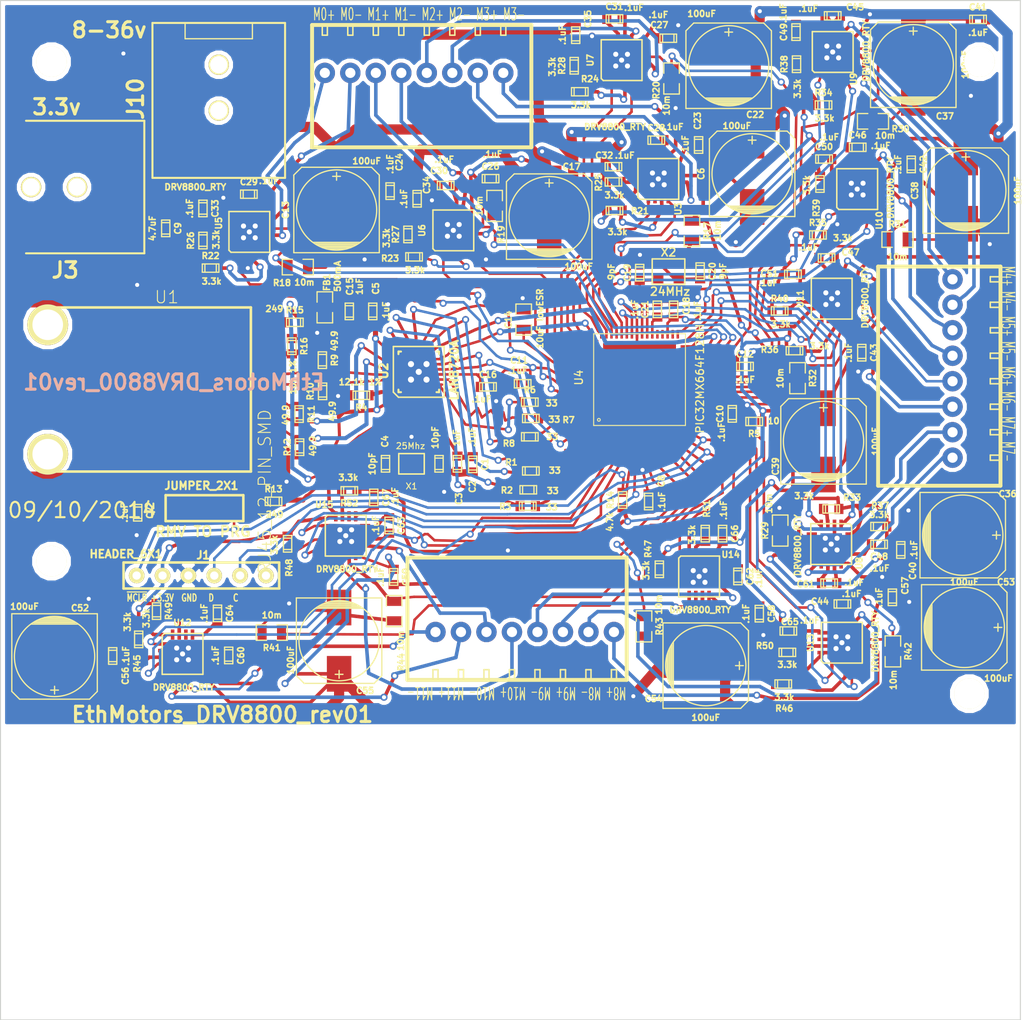
<source format=kicad_pcb>
(kicad_pcb (version 3) (host pcbnew "(2013-jul-07)-stable")
  (layers (15 F.Cu signal) (0 B.Cu signal) (18 B.Paste user) (19 F.Paste user) (20 B.SilkS user) (21 F.SilkS user) (22 B.Mask user) (23 F.Mask user) (28 Edge.Cuts user))
  (net 0 "")
  (net 1 AVDD)
  (net 2 ECRSDV)
  (net 3 EMDC)
  (net 4 EMDIO)
  (net 5 EREFCLK)
  (net 6 ERXD0)
  (net 7 ERXD1)
  (net 8 ERXERR)
  (net 9 ETXD0)
  (net 10 ETXD1)
  (net 11 ETXEN)
  (net 12 GND)
  (net 13 GreenLED)
  (net 14 M0+)
  (net 15 M0-)
  (net 16 M1+)
  (net 17 M1-)
  (net 18 M10+)
  (net 19 M10-)
  (net 20 M11+)
  (net 21 M11-)
  (net 22 M2+)
  (net 23 M2-)
  (net 24 M3+)
  (net 25 M3-)
  (net 26 M4+)
  (net 27 M4-)
  (net 28 M5+)
  (net 29 M5-)
  (net 30 M6+)
  (net 31 M6-)
  (net 32 M7+)
  (net 33 M7-)
  (net 34 M8+)
  (net 35 M8-)
  (net 36 M9+)
  (net 37 M9-)
  (net 38 N-00000101)
  (net 39 N-00000102)
  (net 40 N-00000103)
  (net 41 N-00000104)
  (net 42 N-00000105)
  (net 43 N-00000109)
  (net 44 N-0000011)
  (net 45 N-00000111)
  (net 46 N-00000112)
  (net 47 N-00000115)
  (net 48 N-00000116)
  (net 49 N-00000117)
  (net 50 N-00000120)
  (net 51 N-00000121)
  (net 52 N-00000125)
  (net 53 N-00000126)
  (net 54 N-00000130)
  (net 55 N-00000135)
  (net 56 N-00000137)
  (net 57 N-00000138)
  (net 58 N-00000139)
  (net 59 N-00000140)
  (net 60 N-00000141)
  (net 61 N-00000143)
  (net 62 N-00000144)
  (net 63 N-00000149)
  (net 64 N-00000150)
  (net 65 N-00000151)
  (net 66 N-00000153)
  (net 67 N-00000154)
  (net 68 N-00000155)
  (net 69 N-00000156)
  (net 70 N-00000158)
  (net 71 N-00000162)
  (net 72 N-00000163)
  (net 73 N-00000164)
  (net 74 N-00000166)
  (net 75 N-0000017)
  (net 76 N-00000171)
  (net 77 N-00000172)
  (net 78 N-00000173)
  (net 79 N-00000175)
  (net 80 N-00000176)
  (net 81 N-00000177)
  (net 82 N-00000178)
  (net 83 N-0000018)
  (net 84 N-00000180)
  (net 85 N-00000181)
  (net 86 N-00000182)
  (net 87 N-00000183)
  (net 88 N-00000186)
  (net 89 N-00000187)
  (net 90 N-00000188)
  (net 91 N-00000189)
  (net 92 N-0000019)
  (net 93 N-00000191)
  (net 94 N-00000193)
  (net 95 N-0000021)
  (net 96 N-0000026)
  (net 97 N-0000027)
  (net 98 N-0000039)
  (net 99 N-0000040)
  (net 100 N-0000042)
  (net 101 N-0000043)
  (net 102 N-0000066)
  (net 103 N-0000067)
  (net 104 N-0000068)
  (net 105 N-0000069)
  (net 106 N-0000075)
  (net 107 N-0000087)
  (net 108 N-0000088)
  (net 109 N-0000089)
  (net 110 N-0000092)
  (net 111 N-0000094)
  (net 112 N-0000098)
  (net 113 N-0000099)
  (net 114 PGEC1_RB1)
  (net 115 PGED1_RB0)
  (net 116 RB10)
  (net 117 RB11)
  (net 118 RB12)
  (net 119 RB13)
  (net 120 RB14)
  (net 121 RB2)
  (net 122 RB3)
  (net 123 RB4)
  (net 124 RB5)
  (net 125 RB6)
  (net 126 RB7)
  (net 127 RB8)
  (net 128 RB9)
  (net 129 RC13)
  (net 130 RC14)
  (net 131 RD0)
  (net 132 RD10)
  (net 133 RD11)
  (net 134 RD2)
  (net 135 RD3)
  (net 136 RD4)
  (net 137 RD5)
  (net 138 RD6)
  (net 139 RD7)
  (net 140 RD8)
  (net 141 RD9)
  (net 142 RF1)
  (net 143 RF3)
  (net 144 RF4)
  (net 145 RF5)
  (net 146 RG6)
  (net 147 RG7)
  (net 148 RG8)
  (net 149 RG9)
  (net 150 RXN)
  (net 151 RXP)
  (net 152 TXN)
  (net 153 TXP)
  (net 154 VCAP)
  (net 155 VDD)
  (net 156 VMotor)
  (net 157 YellowLED)
  (net 158 nRST)
  (net 159 ~MCLR~)
  (module TED_RJ45_12pin_SMD (layer F.Cu) (at 97.85 91.16 270)
    (fp_text reference U1 (at -9.06 -4.45 360) (layer F.SilkS) (effects (font (size 1.2 1.2) (thickness 0.09906))))
    (fp_text value RJ45_12_PIN_SMD (at 10.01 -14.06 270) (layer F.SilkS) (effects (font (size 1.2 1.2) (thickness 0.09906))))
    (pad 12 smd rect (at -6.6 -12.7 270) (size 0.81 4.6) (layers F.Cu F.Paste F.Mask) (net 13 GreenLED) (clearance 0.2))
    (pad 11 smd rect (at -4.76 -12.7 270) (size 0.81 4.6) (layers F.Cu F.Paste F.Mask) (net 12 GND) (clearance 0.2))
    (pad 10 smd rect (at -3.56 -12.7 270) (size 0.61 4.6) (layers F.Cu F.Paste F.Mask) (net 12 GND) (clearance 0.2))
    (pad 9 smd rect (at -2.54 -12.7 270) (size 0.61 4.6) (layers F.Cu F.Paste F.Mask) (clearance 0.2))
    (pad 7 smd rect (at -0.5 -12.7 270) (size 0.61 4.6) (layers F.Cu F.Paste F.Mask) (net 151 RXP) (clearance 0.2))
    (pad 3 smd rect (at 3.56 -12.7 270) (size 0.61 4.6) (layers F.Cu F.Paste F.Mask) (net 153 TXP) (clearance 0.2))
    (pad 5 smd rect (at 1.52 -12.7 270) (size 0.61 4.6) (layers F.Cu F.Paste F.Mask) (net 1 AVDD) (clearance 0.2))
    (pad 1 smd rect (at 6.6 -12.7 270) (size 0.81 4.6) (layers F.Cu F.Paste F.Mask) (net 157 YellowLED) (clearance 0.2))
    (pad 2 smd rect (at 4.76 -12.7 270) (size 0.81 4.6) (layers F.Cu F.Paste F.Mask) (net 12 GND) (clearance 0.2))
    (pad 6 smd rect (at 0.51 -12.7 270) (size 0.61 4.6) (layers F.Cu F.Paste F.Mask) (net 1 AVDD) (clearance 0.2))
    (pad 4 smd rect (at 2.54 -12.7 270) (size 0.61 4.6) (layers F.Cu F.Paste F.Mask) (net 152 TXN) (clearance 0.2))
    (pad "" np_thru_hole circle (at 6.35 7.22 270) (size 4 4) (drill 3) (layers *.Cu *.Mask F.SilkS) (clearance 0.3))
    (pad "" np_thru_hole circle (at -6.35 7.22 270) (size 4 4) (drill 3) (layers *.Cu *.Mask F.SilkS) (clearance 0.3))
    (pad 8 smd rect (at -1.52 -12.7 270) (size 0.61 4.6) (layers F.Cu F.Paste F.Mask) (net 150 RXN) (clearance 0.2))
    (pad "" connect rect (at -9.3 7.22 270) (size 2.5 3.9) (layers F.Cu F.Paste F.Mask))
    (pad "" connect rect (at 9.3 7.22 270) (size 2.5 3.9) (layers F.Cu F.Paste F.Mask))
  )
  (module TED_DC_2.1mm_SMT (layer F.Cu) (at 92.5 71.3 180)
    (fp_text reference J3 (at 0.15748 -8.15848 180) (layer F.SilkS) (effects (font (size 1.524 1.524) (thickness 0.3048))))
    (fp_text value "Logic DC_2.1MM" hide)
    (pad "" np_thru_hole circle (at -1.00076 0 180) (size 1.99898 1.99898) (drill 1.69926) (layers *.Cu *.Mask F.SilkS))
    (pad 1 smd rect (at 3.50012 5.4102 180) (size 1.99898 1.99898) (layers F.Cu F.Paste F.Mask) (net 155 VDD))
    (pad 1 smd rect (at -2.60096 5.4102 180) (size 1.99898 1.99898) (layers F.Cu F.Paste F.Mask) (net 155 VDD))
    (pad 2 smd rect (at 3.50012 -5.41528 180) (size 1.99898 1.99898) (layers F.Cu F.Paste F.Mask) (net 12 GND))
    (pad 3 smd rect (at -2.60096 -5.41528 180) (size 1.99898 1.99898) (layers F.Cu F.Paste F.Mask))
    (pad "" np_thru_hole circle (at 3.50012 0 180) (size 1.99898 1.99898) (drill 1.69926) (layers *.Cu *.Mask F.SilkS))
  )
  (module TED_QFN16+1 (layer F.Cu) (at 150.5 70.5 90)
    (fp_text reference U3 (at -2.95 1.95 90) (layer F.SilkS) (effects (font (size 0.6 0.6))))
    (fp_text value DRV8800_RTY (at 5.1 -4.25 180) (layer F.SilkS) (effects (font (size 0.6 0.6))))
    (pad 17 smd rect (at 0 0) (size 2.1 2.1) (layers F.Cu F.Paste F.Mask) (net 12 GND))
    (pad 1 smd rect (at -1.9 -0.975 90) (size 1 0.35) (layers F.Cu F.Paste F.Mask) (net 134 RD2))
    (pad 2 smd rect (at -1.9 -0.325 90) (size 1 0.35) (layers F.Cu F.Paste F.Mask) (net 12 GND))
    (pad 3 smd rect (at -1.9 0.325 90) (size 1 0.35) (layers F.Cu F.Paste F.Mask) (net 94 N-00000193))
    (pad 4 smd rect (at -1.9 0.975 90) (size 1 0.35) (layers F.Cu F.Paste F.Mask) (net 130 RC14))
    (pad 5 smd rect (at -0.975 1.9) (size 1 0.35) (layers F.Cu F.Paste F.Mask))
    (pad 6 smd rect (at -0.325 1.9) (size 1 0.35) (layers F.Cu F.Paste F.Mask) (net 24 M3+))
    (pad 7 smd rect (at 0.325 1.9) (size 1 0.35) (layers F.Cu F.Paste F.Mask) (net 117 RB11))
    (pad 8 smd rect (at 0.975 1.9) (size 1 0.35) (layers F.Cu F.Paste F.Mask) (net 156 VMotor))
    (pad 9 smd rect (at 1.9 0.975 90) (size 1 0.35) (layers F.Cu F.Paste F.Mask) (net 25 M3-))
    (pad 10 smd rect (at 1.9 0.325 90) (size 1 0.35) (layers F.Cu F.Paste F.Mask) (net 87 N-00000183))
    (pad 11 smd rect (at 1.9 -0.325 90) (size 1 0.35) (layers F.Cu F.Paste F.Mask) (net 86 N-00000182))
    (pad 12 smd rect (at 1.9 -0.975 90) (size 1 0.35) (layers F.Cu F.Paste F.Mask) (net 12 GND))
    (pad 13 smd rect (at 0.975 -1.9) (size 1 0.35) (layers F.Cu F.Paste F.Mask) (net 88 N-00000186))
    (pad 14 smd rect (at 0.325 -1.9) (size 1 0.35) (layers F.Cu F.Paste F.Mask))
    (pad 15 smd rect (at -0.325 -1.9) (size 1 0.35) (layers F.Cu F.Paste F.Mask) (net 89 N-00000187))
    (pad 16 smd rect (at -0.975 -1.9) (size 1 0.35) (layers F.Cu F.Paste F.Mask) (net 155 VDD))
    (pad 17 thru_hole circle (at 0 0) (size 0.5 0.5) (drill 0.5) (layers *.Cu) (net 12 GND))
    (pad 17 thru_hole circle (at 0.575 -0.575) (size 0.5 0.5) (drill 0.5) (layers *.Cu) (net 12 GND))
    (pad 17 thru_hole circle (at -0.575 -0.575) (size 0.5 0.5) (drill 0.5) (layers *.Cu) (net 12 GND))
    (pad 17 thru_hole circle (at 0.575 0.575) (size 0.5 0.5) (drill 0.5) (layers *.Cu) (net 12 GND))
    (pad 17 thru_hole circle (at -0.575 0.575) (size 0.5 0.5) (drill 0.5) (layers *.Cu) (net 12 GND))
    (pad 17 smd rect (at 0 0) (size 2.1 2.1) (layers B.Cu B.Paste B.Mask) (net 12 GND))
  )
  (module TED_QFN16+1 (layer F.Cu) (at 167.6 58.05 90)
    (fp_text reference U9 (at -2.65 2.05 90) (layer F.SilkS) (effects (font (size 0.6 0.6))))
    (fp_text value DRV8800_RTY (at 0.11 3.28 90) (layer F.SilkS) (effects (font (size 0.6 0.6))))
    (pad 17 smd rect (at 0 0) (size 2.1 2.1) (layers F.Cu F.Paste F.Mask) (net 12 GND))
    (pad 1 smd rect (at -1.9 -0.975 90) (size 1 0.35) (layers F.Cu F.Paste F.Mask) (net 129 RC13))
    (pad 2 smd rect (at -1.9 -0.325 90) (size 1 0.35) (layers F.Cu F.Paste F.Mask) (net 12 GND))
    (pad 3 smd rect (at -1.9 0.325 90) (size 1 0.35) (layers F.Cu F.Paste F.Mask) (net 77 N-00000172))
    (pad 4 smd rect (at -1.9 0.975 90) (size 1 0.35) (layers F.Cu F.Paste F.Mask) (net 131 RD0))
    (pad 5 smd rect (at -0.975 1.9) (size 1 0.35) (layers F.Cu F.Paste F.Mask))
    (pad 6 smd rect (at -0.325 1.9) (size 1 0.35) (layers F.Cu F.Paste F.Mask) (net 26 M4+))
    (pad 7 smd rect (at 0.325 1.9) (size 1 0.35) (layers F.Cu F.Paste F.Mask) (net 116 RB10))
    (pad 8 smd rect (at 0.975 1.9) (size 1 0.35) (layers F.Cu F.Paste F.Mask) (net 156 VMotor))
    (pad 9 smd rect (at 1.9 0.975 90) (size 1 0.35) (layers F.Cu F.Paste F.Mask) (net 27 M4-))
    (pad 10 smd rect (at 1.9 0.325 90) (size 1 0.35) (layers F.Cu F.Paste F.Mask) (net 91 N-00000189))
    (pad 11 smd rect (at 1.9 -0.325 90) (size 1 0.35) (layers F.Cu F.Paste F.Mask) (net 93 N-00000191))
    (pad 12 smd rect (at 1.9 -0.975 90) (size 1 0.35) (layers F.Cu F.Paste F.Mask) (net 12 GND))
    (pad 13 smd rect (at 0.975 -1.9) (size 1 0.35) (layers F.Cu F.Paste F.Mask) (net 79 N-00000175))
    (pad 14 smd rect (at 0.325 -1.9) (size 1 0.35) (layers F.Cu F.Paste F.Mask))
    (pad 15 smd rect (at -0.325 -1.9) (size 1 0.35) (layers F.Cu F.Paste F.Mask) (net 80 N-00000176))
    (pad 16 smd rect (at -0.975 -1.9) (size 1 0.35) (layers F.Cu F.Paste F.Mask) (net 155 VDD))
    (pad 17 thru_hole circle (at 0 0) (size 0.5 0.5) (drill 0.5) (layers *.Cu) (net 12 GND))
    (pad 17 thru_hole circle (at 0.575 -0.575) (size 0.5 0.5) (drill 0.5) (layers *.Cu) (net 12 GND))
    (pad 17 thru_hole circle (at -0.575 -0.575) (size 0.5 0.5) (drill 0.5) (layers *.Cu) (net 12 GND))
    (pad 17 thru_hole circle (at 0.575 0.575) (size 0.5 0.5) (drill 0.5) (layers *.Cu) (net 12 GND))
    (pad 17 thru_hole circle (at -0.575 0.575) (size 0.5 0.5) (drill 0.5) (layers *.Cu) (net 12 GND))
    (pad 17 smd rect (at 0 0) (size 2.1 2.1) (layers B.Cu B.Paste B.Mask) (net 12 GND))
  )
  (module TED_QFN16+1 (layer F.Cu) (at 167.45 106.325 270)
    (fp_text reference U8 (at 1.875 -2.75 270) (layer F.SilkS) (effects (font (size 0.6 0.6))))
    (fp_text value DRV8800_RTY (at 0.11 3.28 270) (layer F.SilkS) (effects (font (size 0.6 0.6))))
    (pad 17 smd rect (at 0 0 180) (size 2.1 2.1) (layers F.Cu F.Paste F.Mask) (net 12 GND))
    (pad 1 smd rect (at -1.9 -0.975 270) (size 1 0.35) (layers F.Cu F.Paste F.Mask) (net 143 RF3))
    (pad 2 smd rect (at -1.9 -0.325 270) (size 1 0.35) (layers F.Cu F.Paste F.Mask) (net 12 GND))
    (pad 3 smd rect (at -1.9 0.325 270) (size 1 0.35) (layers F.Cu F.Paste F.Mask) (net 111 N-0000094))
    (pad 4 smd rect (at -1.9 0.975 270) (size 1 0.35) (layers F.Cu F.Paste F.Mask) (net 145 RF5))
    (pad 5 smd rect (at -0.975 1.9 180) (size 1 0.35) (layers F.Cu F.Paste F.Mask))
    (pad 6 smd rect (at -0.325 1.9 180) (size 1 0.35) (layers F.Cu F.Paste F.Mask) (net 32 M7+))
    (pad 7 smd rect (at 0.325 1.9 180) (size 1 0.35) (layers F.Cu F.Paste F.Mask) (net 126 RB7))
    (pad 8 smd rect (at 0.975 1.9 180) (size 1 0.35) (layers F.Cu F.Paste F.Mask) (net 156 VMotor))
    (pad 9 smd rect (at 1.9 0.975 270) (size 1 0.35) (layers F.Cu F.Paste F.Mask) (net 33 M7-))
    (pad 10 smd rect (at 1.9 0.325 270) (size 1 0.35) (layers F.Cu F.Paste F.Mask) (net 45 N-00000111))
    (pad 11 smd rect (at 1.9 -0.325 270) (size 1 0.35) (layers F.Cu F.Paste F.Mask) (net 46 N-00000112))
    (pad 12 smd rect (at 1.9 -0.975 270) (size 1 0.35) (layers F.Cu F.Paste F.Mask) (net 12 GND))
    (pad 13 smd rect (at 0.975 -1.9 180) (size 1 0.35) (layers F.Cu F.Paste F.Mask) (net 48 N-00000116))
    (pad 14 smd rect (at 0.325 -1.9 180) (size 1 0.35) (layers F.Cu F.Paste F.Mask))
    (pad 15 smd rect (at -0.325 -1.9 180) (size 1 0.35) (layers F.Cu F.Paste F.Mask) (net 47 N-00000115))
    (pad 16 smd rect (at -0.975 -1.9 180) (size 1 0.35) (layers F.Cu F.Paste F.Mask) (net 155 VDD))
    (pad 17 thru_hole circle (at 0 0 180) (size 0.5 0.5) (drill 0.5) (layers *.Cu) (net 12 GND))
    (pad 17 thru_hole circle (at 0.575 -0.575 180) (size 0.5 0.5) (drill 0.5) (layers *.Cu) (net 12 GND))
    (pad 17 thru_hole circle (at -0.575 -0.575 180) (size 0.5 0.5) (drill 0.5) (layers *.Cu) (net 12 GND))
    (pad 17 thru_hole circle (at 0.575 0.575 180) (size 0.5 0.5) (drill 0.5) (layers *.Cu) (net 12 GND))
    (pad 17 thru_hole circle (at -0.575 0.575 180) (size 0.5 0.5) (drill 0.5) (layers *.Cu) (net 12 GND))
    (pad 17 smd rect (at 0 0 180) (size 2.1 2.1) (layers B.Cu B.Paste B.Mask) (net 12 GND))
  )
  (module TED_QFN16+1 (layer F.Cu) (at 146.9 58.85 90)
    (fp_text reference U7 (at -0.01 -3.07 90) (layer F.SilkS) (effects (font (size 0.6 0.6))))
    (fp_text value DRV8800_RTY hide)
    (pad 17 smd rect (at 0 0) (size 2.1 2.1) (layers F.Cu F.Paste F.Mask) (net 12 GND))
    (pad 1 smd rect (at -1.9 -0.975 90) (size 1 0.35) (layers F.Cu F.Paste F.Mask) (net 136 RD4))
    (pad 2 smd rect (at -1.9 -0.325 90) (size 1 0.35) (layers F.Cu F.Paste F.Mask) (net 12 GND))
    (pad 3 smd rect (at -1.9 0.325 90) (size 1 0.35) (layers F.Cu F.Paste F.Mask) (net 90 N-00000188))
    (pad 4 smd rect (at -1.9 0.975 90) (size 1 0.35) (layers F.Cu F.Paste F.Mask) (net 135 RD3))
    (pad 5 smd rect (at -0.975 1.9) (size 1 0.35) (layers F.Cu F.Paste F.Mask))
    (pad 6 smd rect (at -0.325 1.9) (size 1 0.35) (layers F.Cu F.Paste F.Mask) (net 22 M2+))
    (pad 7 smd rect (at 0.325 1.9) (size 1 0.35) (layers F.Cu F.Paste F.Mask) (net 118 RB12))
    (pad 8 smd rect (at 0.975 1.9) (size 1 0.35) (layers F.Cu F.Paste F.Mask) (net 156 VMotor))
    (pad 9 smd rect (at 1.9 0.975 90) (size 1 0.35) (layers F.Cu F.Paste F.Mask) (net 23 M2-))
    (pad 10 smd rect (at 1.9 0.325 90) (size 1 0.35) (layers F.Cu F.Paste F.Mask) (net 69 N-00000156))
    (pad 11 smd rect (at 1.9 -0.325 90) (size 1 0.35) (layers F.Cu F.Paste F.Mask) (net 70 N-00000158))
    (pad 12 smd rect (at 1.9 -0.975 90) (size 1 0.35) (layers F.Cu F.Paste F.Mask) (net 12 GND))
    (pad 13 smd rect (at 0.975 -1.9) (size 1 0.35) (layers F.Cu F.Paste F.Mask) (net 67 N-00000154))
    (pad 14 smd rect (at 0.325 -1.9) (size 1 0.35) (layers F.Cu F.Paste F.Mask))
    (pad 15 smd rect (at -0.325 -1.9) (size 1 0.35) (layers F.Cu F.Paste F.Mask) (net 68 N-00000155))
    (pad 16 smd rect (at -0.975 -1.9) (size 1 0.35) (layers F.Cu F.Paste F.Mask) (net 155 VDD))
    (pad 17 thru_hole circle (at 0 0) (size 0.5 0.5) (drill 0.5) (layers *.Cu) (net 12 GND))
    (pad 17 thru_hole circle (at 0.575 -0.575) (size 0.5 0.5) (drill 0.5) (layers *.Cu) (net 12 GND))
    (pad 17 thru_hole circle (at -0.575 -0.575) (size 0.5 0.5) (drill 0.5) (layers *.Cu) (net 12 GND))
    (pad 17 thru_hole circle (at 0.575 0.575) (size 0.5 0.5) (drill 0.5) (layers *.Cu) (net 12 GND))
    (pad 17 thru_hole circle (at -0.575 0.575) (size 0.5 0.5) (drill 0.5) (layers *.Cu) (net 12 GND))
    (pad 17 smd rect (at 0 0) (size 2.1 2.1) (layers B.Cu B.Paste B.Mask) (net 12 GND))
  )
  (module TED_QFN16+1 (layer F.Cu) (at 130.4 75.55 90)
    (fp_text reference U6 (at -0.01 -3.07 90) (layer F.SilkS) (effects (font (size 0.6 0.6))))
    (fp_text value DRV8800_RTY hide)
    (pad 17 smd rect (at 0 0) (size 2.1 2.1) (layers F.Cu F.Paste F.Mask) (net 12 GND))
    (pad 1 smd rect (at -1.9 -0.975 90) (size 1 0.35) (layers F.Cu F.Paste F.Mask) (net 138 RD6))
    (pad 2 smd rect (at -1.9 -0.325 90) (size 1 0.35) (layers F.Cu F.Paste F.Mask) (net 12 GND))
    (pad 3 smd rect (at -1.9 0.325 90) (size 1 0.35) (layers F.Cu F.Paste F.Mask) (net 62 N-00000144))
    (pad 4 smd rect (at -1.9 0.975 90) (size 1 0.35) (layers F.Cu F.Paste F.Mask) (net 137 RD5))
    (pad 5 smd rect (at -0.975 1.9) (size 1 0.35) (layers F.Cu F.Paste F.Mask))
    (pad 6 smd rect (at -0.325 1.9) (size 1 0.35) (layers F.Cu F.Paste F.Mask) (net 16 M1+))
    (pad 7 smd rect (at 0.325 1.9) (size 1 0.35) (layers F.Cu F.Paste F.Mask) (net 119 RB13))
    (pad 8 smd rect (at 0.975 1.9) (size 1 0.35) (layers F.Cu F.Paste F.Mask) (net 156 VMotor))
    (pad 9 smd rect (at 1.9 0.975 90) (size 1 0.35) (layers F.Cu F.Paste F.Mask) (net 17 M1-))
    (pad 10 smd rect (at 1.9 0.325 90) (size 1 0.35) (layers F.Cu F.Paste F.Mask) (net 65 N-00000151))
    (pad 11 smd rect (at 1.9 -0.325 90) (size 1 0.35) (layers F.Cu F.Paste F.Mask) (net 64 N-00000150))
    (pad 12 smd rect (at 1.9 -0.975 90) (size 1 0.35) (layers F.Cu F.Paste F.Mask) (net 12 GND))
    (pad 13 smd rect (at 0.975 -1.9) (size 1 0.35) (layers F.Cu F.Paste F.Mask) (net 66 N-00000153))
    (pad 14 smd rect (at 0.325 -1.9) (size 1 0.35) (layers F.Cu F.Paste F.Mask))
    (pad 15 smd rect (at -0.325 -1.9) (size 1 0.35) (layers F.Cu F.Paste F.Mask) (net 63 N-00000149))
    (pad 16 smd rect (at -0.975 -1.9) (size 1 0.35) (layers F.Cu F.Paste F.Mask) (net 155 VDD))
    (pad 17 thru_hole circle (at 0 0) (size 0.5 0.5) (drill 0.5) (layers *.Cu) (net 12 GND))
    (pad 17 thru_hole circle (at 0.575 -0.575) (size 0.5 0.5) (drill 0.5) (layers *.Cu) (net 12 GND))
    (pad 17 thru_hole circle (at -0.575 -0.575) (size 0.5 0.5) (drill 0.5) (layers *.Cu) (net 12 GND))
    (pad 17 thru_hole circle (at 0.575 0.575) (size 0.5 0.5) (drill 0.5) (layers *.Cu) (net 12 GND))
    (pad 17 thru_hole circle (at -0.575 0.575) (size 0.5 0.5) (drill 0.5) (layers *.Cu) (net 12 GND))
    (pad 17 smd rect (at 0 0) (size 2.1 2.1) (layers B.Cu B.Paste B.Mask) (net 12 GND))
  )
  (module TED_QFN16+1 (layer F.Cu) (at 110.4 75.7 90)
    (fp_text reference U5 (at 0.85 -3 90) (layer F.SilkS) (effects (font (size 0.6 0.6))))
    (fp_text value DRV8800_RTY (at 4.4 -5.3 180) (layer F.SilkS) (effects (font (size 0.6 0.6))))
    (pad 17 smd rect (at 0 0) (size 2.1 2.1) (layers F.Cu F.Paste F.Mask) (net 12 GND))
    (pad 1 smd rect (at -1.9 -0.975 90) (size 1 0.35) (layers F.Cu F.Paste F.Mask) (net 142 RF1))
    (pad 2 smd rect (at -1.9 -0.325 90) (size 1 0.35) (layers F.Cu F.Paste F.Mask) (net 12 GND))
    (pad 3 smd rect (at -1.9 0.325 90) (size 1 0.35) (layers F.Cu F.Paste F.Mask) (net 76 N-00000171))
    (pad 4 smd rect (at -1.9 0.975 90) (size 1 0.35) (layers F.Cu F.Paste F.Mask) (net 139 RD7))
    (pad 5 smd rect (at -0.975 1.9) (size 1 0.35) (layers F.Cu F.Paste F.Mask))
    (pad 6 smd rect (at -0.325 1.9) (size 1 0.35) (layers F.Cu F.Paste F.Mask) (net 14 M0+))
    (pad 7 smd rect (at 0.325 1.9) (size 1 0.35) (layers F.Cu F.Paste F.Mask) (net 120 RB14))
    (pad 8 smd rect (at 0.975 1.9) (size 1 0.35) (layers F.Cu F.Paste F.Mask) (net 156 VMotor))
    (pad 9 smd rect (at 1.9 0.975 90) (size 1 0.35) (layers F.Cu F.Paste F.Mask) (net 15 M0-))
    (pad 10 smd rect (at 1.9 0.325 90) (size 1 0.35) (layers F.Cu F.Paste F.Mask) (net 73 N-00000164))
    (pad 11 smd rect (at 1.9 -0.325 90) (size 1 0.35) (layers F.Cu F.Paste F.Mask) (net 72 N-00000163))
    (pad 12 smd rect (at 1.9 -0.975 90) (size 1 0.35) (layers F.Cu F.Paste F.Mask) (net 12 GND))
    (pad 13 smd rect (at 0.975 -1.9) (size 1 0.35) (layers F.Cu F.Paste F.Mask) (net 71 N-00000162))
    (pad 14 smd rect (at 0.325 -1.9) (size 1 0.35) (layers F.Cu F.Paste F.Mask))
    (pad 15 smd rect (at -0.325 -1.9) (size 1 0.35) (layers F.Cu F.Paste F.Mask) (net 74 N-00000166))
    (pad 16 smd rect (at -0.975 -1.9) (size 1 0.35) (layers F.Cu F.Paste F.Mask) (net 155 VDD))
    (pad 17 thru_hole circle (at 0 0) (size 0.5 0.5) (drill 0.5) (layers *.Cu) (net 12 GND))
    (pad 17 thru_hole circle (at 0.575 -0.575) (size 0.5 0.5) (drill 0.5) (layers *.Cu) (net 12 GND))
    (pad 17 thru_hole circle (at -0.575 -0.575) (size 0.5 0.5) (drill 0.5) (layers *.Cu) (net 12 GND))
    (pad 17 thru_hole circle (at 0.575 0.575) (size 0.5 0.5) (drill 0.5) (layers *.Cu) (net 12 GND))
    (pad 17 thru_hole circle (at -0.575 0.575) (size 0.5 0.5) (drill 0.5) (layers *.Cu) (net 12 GND))
    (pad 17 smd rect (at 0 0) (size 2.1 2.1) (layers B.Cu B.Paste B.Mask) (net 12 GND))
  )
  (module TED_QFN16+1 (layer F.Cu) (at 154.5 109.5)
    (fp_text reference U14 (at 3.1 -2.15) (layer F.SilkS) (effects (font (size 0.6 0.6))))
    (fp_text value DRV8800_RTY (at 0.11 3.28) (layer F.SilkS) (effects (font (size 0.6 0.6))))
    (pad 17 smd rect (at 0 0 270) (size 2.1 2.1) (layers F.Cu F.Paste F.Mask) (net 12 GND))
    (pad 1 smd rect (at -1.9 -0.975) (size 1 0.35) (layers F.Cu F.Paste F.Mask) (net 114 PGEC1_RB1))
    (pad 2 smd rect (at -1.9 -0.325) (size 1 0.35) (layers F.Cu F.Paste F.Mask) (net 12 GND))
    (pad 3 smd rect (at -1.9 0.325) (size 1 0.35) (layers F.Cu F.Paste F.Mask) (net 55 N-00000135))
    (pad 4 smd rect (at -1.9 0.975) (size 1 0.35) (layers F.Cu F.Paste F.Mask) (net 121 RB2))
    (pad 5 smd rect (at -0.975 1.9 270) (size 1 0.35) (layers F.Cu F.Paste F.Mask))
    (pad 6 smd rect (at -0.325 1.9 270) (size 1 0.35) (layers F.Cu F.Paste F.Mask) (net 36 M9+))
    (pad 7 smd rect (at 0.325 1.9 270) (size 1 0.35) (layers F.Cu F.Paste F.Mask) (net 124 RB5))
    (pad 8 smd rect (at 0.975 1.9 270) (size 1 0.35) (layers F.Cu F.Paste F.Mask) (net 156 VMotor))
    (pad 9 smd rect (at 1.9 0.975) (size 1 0.35) (layers F.Cu F.Paste F.Mask) (net 37 M9-))
    (pad 10 smd rect (at 1.9 0.325) (size 1 0.35) (layers F.Cu F.Paste F.Mask) (net 113 N-0000099))
    (pad 11 smd rect (at 1.9 -0.325) (size 1 0.35) (layers F.Cu F.Paste F.Mask) (net 112 N-0000098))
    (pad 12 smd rect (at 1.9 -0.975) (size 1 0.35) (layers F.Cu F.Paste F.Mask) (net 12 GND))
    (pad 13 smd rect (at 0.975 -1.9 270) (size 1 0.35) (layers F.Cu F.Paste F.Mask) (net 39 N-00000102))
    (pad 14 smd rect (at 0.325 -1.9 270) (size 1 0.35) (layers F.Cu F.Paste F.Mask))
    (pad 15 smd rect (at -0.325 -1.9 270) (size 1 0.35) (layers F.Cu F.Paste F.Mask) (net 56 N-00000137))
    (pad 16 smd rect (at -0.975 -1.9 270) (size 1 0.35) (layers F.Cu F.Paste F.Mask) (net 155 VDD))
    (pad 17 thru_hole circle (at 0 0 270) (size 0.5 0.5) (drill 0.5) (layers *.Cu) (net 12 GND))
    (pad 17 thru_hole circle (at 0.575 -0.575 270) (size 0.5 0.5) (drill 0.5) (layers *.Cu) (net 12 GND))
    (pad 17 thru_hole circle (at -0.575 -0.575 270) (size 0.5 0.5) (drill 0.5) (layers *.Cu) (net 12 GND))
    (pad 17 thru_hole circle (at 0.575 0.575 270) (size 0.5 0.5) (drill 0.5) (layers *.Cu) (net 12 GND))
    (pad 17 thru_hole circle (at -0.575 0.575 270) (size 0.5 0.5) (drill 0.5) (layers *.Cu) (net 12 GND))
    (pad 17 smd rect (at 0 0 270) (size 2.1 2.1) (layers B.Cu B.Paste B.Mask) (net 12 GND))
  )
  (module TED_QFN16+1 (layer F.Cu) (at 170 71.5 90)
    (fp_text reference U10 (at -3.075 2.175 90) (layer F.SilkS) (effects (font (size 0.6 0.6))))
    (fp_text value DRV8800_RTY (at 0.11 3.28 90) (layer F.SilkS) (effects (font (size 0.6 0.6))))
    (pad 17 smd rect (at 0 0) (size 2.1 2.1) (layers F.Cu F.Paste F.Mask) (net 12 GND))
    (pad 1 smd rect (at -1.9 -0.975 90) (size 1 0.35) (layers F.Cu F.Paste F.Mask) (net 133 RD11))
    (pad 2 smd rect (at -1.9 -0.325 90) (size 1 0.35) (layers F.Cu F.Paste F.Mask) (net 12 GND))
    (pad 3 smd rect (at -1.9 0.325 90) (size 1 0.35) (layers F.Cu F.Paste F.Mask) (net 81 N-00000177))
    (pad 4 smd rect (at -1.9 0.975 90) (size 1 0.35) (layers F.Cu F.Paste F.Mask) (net 132 RD10))
    (pad 5 smd rect (at -0.975 1.9) (size 1 0.35) (layers F.Cu F.Paste F.Mask))
    (pad 6 smd rect (at -0.325 1.9) (size 1 0.35) (layers F.Cu F.Paste F.Mask) (net 28 M5+))
    (pad 7 smd rect (at 0.325 1.9) (size 1 0.35) (layers F.Cu F.Paste F.Mask) (net 128 RB9))
    (pad 8 smd rect (at 0.975 1.9) (size 1 0.35) (layers F.Cu F.Paste F.Mask) (net 156 VMotor))
    (pad 9 smd rect (at 1.9 0.975 90) (size 1 0.35) (layers F.Cu F.Paste F.Mask) (net 29 M5-))
    (pad 10 smd rect (at 1.9 0.325 90) (size 1 0.35) (layers F.Cu F.Paste F.Mask) (net 82 N-00000178))
    (pad 11 smd rect (at 1.9 -0.325 90) (size 1 0.35) (layers F.Cu F.Paste F.Mask) (net 78 N-00000173))
    (pad 12 smd rect (at 1.9 -0.975 90) (size 1 0.35) (layers F.Cu F.Paste F.Mask) (net 12 GND))
    (pad 13 smd rect (at 0.975 -1.9) (size 1 0.35) (layers F.Cu F.Paste F.Mask) (net 85 N-00000181))
    (pad 14 smd rect (at 0.325 -1.9) (size 1 0.35) (layers F.Cu F.Paste F.Mask))
    (pad 15 smd rect (at -0.325 -1.9) (size 1 0.35) (layers F.Cu F.Paste F.Mask) (net 84 N-00000180))
    (pad 16 smd rect (at -0.975 -1.9) (size 1 0.35) (layers F.Cu F.Paste F.Mask) (net 155 VDD))
    (pad 17 thru_hole circle (at 0 0) (size 0.5 0.5) (drill 0.5) (layers *.Cu) (net 12 GND))
    (pad 17 thru_hole circle (at 0.575 -0.575) (size 0.5 0.5) (drill 0.5) (layers *.Cu) (net 12 GND))
    (pad 17 thru_hole circle (at -0.575 -0.575) (size 0.5 0.5) (drill 0.5) (layers *.Cu) (net 12 GND))
    (pad 17 thru_hole circle (at 0.575 0.575) (size 0.5 0.5) (drill 0.5) (layers *.Cu) (net 12 GND))
    (pad 17 thru_hole circle (at -0.575 0.575) (size 0.5 0.5) (drill 0.5) (layers *.Cu) (net 12 GND))
    (pad 17 smd rect (at 0 0) (size 2.1 2.1) (layers B.Cu B.Paste B.Mask) (net 12 GND))
  )
  (module TED_QFN16+1 (layer F.Cu) (at 103.85 117.1)
    (fp_text reference U12 (at -0.01 -3.07) (layer F.SilkS) (effects (font (size 0.6 0.6))))
    (fp_text value DRV8800_RTY (at 0.11 3.28) (layer F.SilkS) (effects (font (size 0.6 0.6))))
    (pad 17 smd rect (at 0 0 270) (size 2.1 2.1) (layers F.Cu F.Paste F.Mask) (net 12 GND))
    (pad 1 smd rect (at -1.9 -0.975) (size 1 0.35) (layers F.Cu F.Paste F.Mask) (net 147 RG7))
    (pad 2 smd rect (at -1.9 -0.325) (size 1 0.35) (layers F.Cu F.Paste F.Mask) (net 12 GND))
    (pad 3 smd rect (at -1.9 0.325) (size 1 0.35) (layers F.Cu F.Paste F.Mask) (net 54 N-00000130))
    (pad 4 smd rect (at -1.9 0.975) (size 1 0.35) (layers F.Cu F.Paste F.Mask) (net 146 RG6))
    (pad 5 smd rect (at -0.975 1.9 270) (size 1 0.35) (layers F.Cu F.Paste F.Mask))
    (pad 6 smd rect (at -0.325 1.9 270) (size 1 0.35) (layers F.Cu F.Paste F.Mask) (net 20 M11+))
    (pad 7 smd rect (at 0.325 1.9 270) (size 1 0.35) (layers F.Cu F.Paste F.Mask) (net 122 RB3))
    (pad 8 smd rect (at 0.975 1.9 270) (size 1 0.35) (layers F.Cu F.Paste F.Mask) (net 156 VMotor))
    (pad 9 smd rect (at 1.9 0.975) (size 1 0.35) (layers F.Cu F.Paste F.Mask) (net 21 M11-))
    (pad 10 smd rect (at 1.9 0.325) (size 1 0.35) (layers F.Cu F.Paste F.Mask) (net 53 N-00000126))
    (pad 11 smd rect (at 1.9 -0.325) (size 1 0.35) (layers F.Cu F.Paste F.Mask) (net 52 N-00000125))
    (pad 12 smd rect (at 1.9 -0.975) (size 1 0.35) (layers F.Cu F.Paste F.Mask) (net 12 GND))
    (pad 13 smd rect (at 0.975 -1.9 270) (size 1 0.35) (layers F.Cu F.Paste F.Mask) (net 50 N-00000120))
    (pad 14 smd rect (at 0.325 -1.9 270) (size 1 0.35) (layers F.Cu F.Paste F.Mask))
    (pad 15 smd rect (at -0.325 -1.9 270) (size 1 0.35) (layers F.Cu F.Paste F.Mask) (net 51 N-00000121))
    (pad 16 smd rect (at -0.975 -1.9 270) (size 1 0.35) (layers F.Cu F.Paste F.Mask) (net 155 VDD))
    (pad 17 thru_hole circle (at 0 0 270) (size 0.5 0.5) (drill 0.5) (layers *.Cu) (net 12 GND))
    (pad 17 thru_hole circle (at 0.575 -0.575 270) (size 0.5 0.5) (drill 0.5) (layers *.Cu) (net 12 GND))
    (pad 17 thru_hole circle (at -0.575 -0.575 270) (size 0.5 0.5) (drill 0.5) (layers *.Cu) (net 12 GND))
    (pad 17 thru_hole circle (at 0.575 0.575 270) (size 0.5 0.5) (drill 0.5) (layers *.Cu) (net 12 GND))
    (pad 17 thru_hole circle (at -0.575 0.575 270) (size 0.5 0.5) (drill 0.5) (layers *.Cu) (net 12 GND))
    (pad 17 smd rect (at 0 0 270) (size 2.1 2.1) (layers B.Cu B.Paste B.Mask) (net 12 GND))
  )
  (module TED_QFN16+1 (layer F.Cu) (at 168.5 116 90)
    (fp_text reference U13 (at -0.01 -3.07 90) (layer F.SilkS) (effects (font (size 0.6 0.6))))
    (fp_text value DRV8800_RTY (at 0.11 3.28 90) (layer F.SilkS) (effects (font (size 0.6 0.6))))
    (pad 17 smd rect (at 0 0) (size 2.1 2.1) (layers F.Cu F.Paste F.Mask) (net 12 GND))
    (pad 1 smd rect (at -1.9 -0.975 90) (size 1 0.35) (layers F.Cu F.Paste F.Mask) (net 144 RF4))
    (pad 2 smd rect (at -1.9 -0.325 90) (size 1 0.35) (layers F.Cu F.Paste F.Mask) (net 12 GND))
    (pad 3 smd rect (at -1.9 0.325 90) (size 1 0.35) (layers F.Cu F.Paste F.Mask) (net 38 N-00000101))
    (pad 4 smd rect (at -1.9 0.975 90) (size 1 0.35) (layers F.Cu F.Paste F.Mask) (net 115 PGED1_RB0))
    (pad 5 smd rect (at -0.975 1.9) (size 1 0.35) (layers F.Cu F.Paste F.Mask))
    (pad 6 smd rect (at -0.325 1.9) (size 1 0.35) (layers F.Cu F.Paste F.Mask) (net 34 M8+))
    (pad 7 smd rect (at 0.325 1.9) (size 1 0.35) (layers F.Cu F.Paste F.Mask) (net 125 RB6))
    (pad 8 smd rect (at 0.975 1.9) (size 1 0.35) (layers F.Cu F.Paste F.Mask) (net 156 VMotor))
    (pad 9 smd rect (at 1.9 0.975 90) (size 1 0.35) (layers F.Cu F.Paste F.Mask) (net 35 M8-))
    (pad 10 smd rect (at 1.9 0.325 90) (size 1 0.35) (layers F.Cu F.Paste F.Mask) (net 109 N-0000089))
    (pad 11 smd rect (at 1.9 -0.325 90) (size 1 0.35) (layers F.Cu F.Paste F.Mask) (net 108 N-0000088))
    (pad 12 smd rect (at 1.9 -0.975 90) (size 1 0.35) (layers F.Cu F.Paste F.Mask) (net 12 GND))
    (pad 13 smd rect (at 0.975 -1.9) (size 1 0.35) (layers F.Cu F.Paste F.Mask) (net 107 N-0000087))
    (pad 14 smd rect (at 0.325 -1.9) (size 1 0.35) (layers F.Cu F.Paste F.Mask))
    (pad 15 smd rect (at -0.325 -1.9) (size 1 0.35) (layers F.Cu F.Paste F.Mask) (net 110 N-0000092))
    (pad 16 smd rect (at -0.975 -1.9) (size 1 0.35) (layers F.Cu F.Paste F.Mask) (net 155 VDD))
    (pad 17 thru_hole circle (at 0 0) (size 0.5 0.5) (drill 0.5) (layers *.Cu) (net 12 GND))
    (pad 17 thru_hole circle (at 0.575 -0.575) (size 0.5 0.5) (drill 0.5) (layers *.Cu) (net 12 GND))
    (pad 17 thru_hole circle (at -0.575 -0.575) (size 0.5 0.5) (drill 0.5) (layers *.Cu) (net 12 GND))
    (pad 17 thru_hole circle (at 0.575 0.575) (size 0.5 0.5) (drill 0.5) (layers *.Cu) (net 12 GND))
    (pad 17 thru_hole circle (at -0.575 0.575) (size 0.5 0.5) (drill 0.5) (layers *.Cu) (net 12 GND))
    (pad 17 smd rect (at 0 0) (size 2.1 2.1) (layers B.Cu B.Paste B.Mask) (net 12 GND))
  )
  (module TED_QFN16+1 (layer F.Cu) (at 167.5 82.25 90)
    (fp_text reference U11 (at -0.01 -3.07 90) (layer F.SilkS) (effects (font (size 0.6 0.6))))
    (fp_text value DRV8800_RTY (at 0.11 3.28 90) (layer F.SilkS) (effects (font (size 0.6 0.6))))
    (pad 17 smd rect (at 0 0) (size 2.1 2.1) (layers F.Cu F.Paste F.Mask) (net 12 GND))
    (pad 1 smd rect (at -1.9 -0.975 90) (size 1 0.35) (layers F.Cu F.Paste F.Mask) (net 141 RD9))
    (pad 2 smd rect (at -1.9 -0.325 90) (size 1 0.35) (layers F.Cu F.Paste F.Mask) (net 12 GND))
    (pad 3 smd rect (at -1.9 0.325 90) (size 1 0.35) (layers F.Cu F.Paste F.Mask) (net 49 N-00000117))
    (pad 4 smd rect (at -1.9 0.975 90) (size 1 0.35) (layers F.Cu F.Paste F.Mask) (net 140 RD8))
    (pad 5 smd rect (at -0.975 1.9) (size 1 0.35) (layers F.Cu F.Paste F.Mask))
    (pad 6 smd rect (at -0.325 1.9) (size 1 0.35) (layers F.Cu F.Paste F.Mask) (net 30 M6+))
    (pad 7 smd rect (at 0.325 1.9) (size 1 0.35) (layers F.Cu F.Paste F.Mask) (net 127 RB8))
    (pad 8 smd rect (at 0.975 1.9) (size 1 0.35) (layers F.Cu F.Paste F.Mask) (net 156 VMotor))
    (pad 9 smd rect (at 1.9 0.975 90) (size 1 0.35) (layers F.Cu F.Paste F.Mask) (net 31 M6-))
    (pad 10 smd rect (at 1.9 0.325 90) (size 1 0.35) (layers F.Cu F.Paste F.Mask) (net 43 N-00000109))
    (pad 11 smd rect (at 1.9 -0.325 90) (size 1 0.35) (layers F.Cu F.Paste F.Mask) (net 42 N-00000105))
    (pad 12 smd rect (at 1.9 -0.975 90) (size 1 0.35) (layers F.Cu F.Paste F.Mask) (net 12 GND))
    (pad 13 smd rect (at 0.975 -1.9) (size 1 0.35) (layers F.Cu F.Paste F.Mask) (net 41 N-00000104))
    (pad 14 smd rect (at 0.325 -1.9) (size 1 0.35) (layers F.Cu F.Paste F.Mask))
    (pad 15 smd rect (at -0.325 -1.9) (size 1 0.35) (layers F.Cu F.Paste F.Mask) (net 40 N-00000103))
    (pad 16 smd rect (at -0.975 -1.9) (size 1 0.35) (layers F.Cu F.Paste F.Mask) (net 155 VDD))
    (pad 17 thru_hole circle (at 0 0) (size 0.5 0.5) (drill 0.5) (layers *.Cu) (net 12 GND))
    (pad 17 thru_hole circle (at 0.575 -0.575) (size 0.5 0.5) (drill 0.5) (layers *.Cu) (net 12 GND))
    (pad 17 thru_hole circle (at -0.575 -0.575) (size 0.5 0.5) (drill 0.5) (layers *.Cu) (net 12 GND))
    (pad 17 thru_hole circle (at 0.575 0.575) (size 0.5 0.5) (drill 0.5) (layers *.Cu) (net 12 GND))
    (pad 17 thru_hole circle (at -0.575 0.575) (size 0.5 0.5) (drill 0.5) (layers *.Cu) (net 12 GND))
    (pad 17 smd rect (at 0 0) (size 2.1 2.1) (layers B.Cu B.Paste B.Mask) (net 12 GND))
  )
  (module TED_QFN16+1 (layer F.Cu) (at 119.85 105.5)
    (fp_text reference U15 (at -2.1 -3.05) (layer F.SilkS) (effects (font (size 0.6 0.6))))
    (fp_text value DRV8800_RTY (at 0.11 3.28) (layer F.SilkS) (effects (font (size 0.6 0.6))))
    (pad 17 smd rect (at 0 0 270) (size 2.1 2.1) (layers F.Cu F.Paste F.Mask) (net 12 GND))
    (pad 1 smd rect (at -1.9 -0.975) (size 1 0.35) (layers F.Cu F.Paste F.Mask) (net 149 RG9))
    (pad 2 smd rect (at -1.9 -0.325) (size 1 0.35) (layers F.Cu F.Paste F.Mask) (net 12 GND))
    (pad 3 smd rect (at -1.9 0.325) (size 1 0.35) (layers F.Cu F.Paste F.Mask) (net 58 N-00000139))
    (pad 4 smd rect (at -1.9 0.975) (size 1 0.35) (layers F.Cu F.Paste F.Mask) (net 148 RG8))
    (pad 5 smd rect (at -0.975 1.9 270) (size 1 0.35) (layers F.Cu F.Paste F.Mask))
    (pad 6 smd rect (at -0.325 1.9 270) (size 1 0.35) (layers F.Cu F.Paste F.Mask) (net 18 M10+))
    (pad 7 smd rect (at 0.325 1.9 270) (size 1 0.35) (layers F.Cu F.Paste F.Mask) (net 123 RB4))
    (pad 8 smd rect (at 0.975 1.9 270) (size 1 0.35) (layers F.Cu F.Paste F.Mask) (net 156 VMotor))
    (pad 9 smd rect (at 1.9 0.975) (size 1 0.35) (layers F.Cu F.Paste F.Mask) (net 19 M10-))
    (pad 10 smd rect (at 1.9 0.325) (size 1 0.35) (layers F.Cu F.Paste F.Mask) (net 60 N-00000141))
    (pad 11 smd rect (at 1.9 -0.325) (size 1 0.35) (layers F.Cu F.Paste F.Mask) (net 59 N-00000140))
    (pad 12 smd rect (at 1.9 -0.975) (size 1 0.35) (layers F.Cu F.Paste F.Mask) (net 12 GND))
    (pad 13 smd rect (at 0.975 -1.9 270) (size 1 0.35) (layers F.Cu F.Paste F.Mask) (net 57 N-00000138))
    (pad 14 smd rect (at 0.325 -1.9 270) (size 1 0.35) (layers F.Cu F.Paste F.Mask))
    (pad 15 smd rect (at -0.325 -1.9 270) (size 1 0.35) (layers F.Cu F.Paste F.Mask) (net 61 N-00000143))
    (pad 16 smd rect (at -0.975 -1.9 270) (size 1 0.35) (layers F.Cu F.Paste F.Mask) (net 155 VDD))
    (pad 17 thru_hole circle (at 0 0 270) (size 0.5 0.5) (drill 0.5) (layers *.Cu) (net 12 GND))
    (pad 17 thru_hole circle (at 0.575 -0.575 270) (size 0.5 0.5) (drill 0.5) (layers *.Cu) (net 12 GND))
    (pad 17 thru_hole circle (at -0.575 -0.575 270) (size 0.5 0.5) (drill 0.5) (layers *.Cu) (net 12 GND))
    (pad 17 thru_hole circle (at 0.575 0.575 270) (size 0.5 0.5) (drill 0.5) (layers *.Cu) (net 12 GND))
    (pad 17 thru_hole circle (at -0.575 0.575 270) (size 0.5 0.5) (drill 0.5) (layers *.Cu) (net 12 GND))
    (pad 17 smd rect (at 0 0 270) (size 2.1 2.1) (layers B.Cu B.Paste B.Mask) (net 12 GND))
  )
  (module TED_crystal_FA-20H (layer F.Cu) (at 126.3 98.45 180)
    (fp_text reference X1 (at 0 -2.2 180) (layer F.SilkS) (effects (font (size 0.6 0.6) (thickness 0.1))))
    (fp_text value 25Mhz (at 0.1 1.75 180) (layer F.SilkS) (effects (font (size 0.6 0.6) (thickness 0.1))))
    (pad 1 smd rect (at -0.85 0.7 180) (size 1.2 1.1) (layers F.Cu F.Paste F.Mask) (net 101 N-0000043))
    (pad 2 smd rect (at 0.85 0.7 180) (size 1.2 1.1) (layers F.Cu F.Paste F.Mask) (net 12 GND))
    (pad 4 smd rect (at -0.85 -0.7 180) (size 1.2 1.1) (layers F.Cu F.Paste F.Mask) (net 12 GND))
    (pad 3 smd rect (at 0.85 -0.7 180) (size 1.2 1.1) (layers F.Cu F.Paste F.Mask) (net 99 N-0000040))
  )
  (module TED_HEADER_6x1 (layer F.Cu) (at 105.7 109.4)
    (fp_text reference J1 (at 0.1778 -1.98628) (layer F.SilkS) (effects (font (size 0.762 0.762) (thickness 0.1905))))
    (fp_text value HEADER_6X1 (at -7.4 -2.1) (layer F.SilkS) (effects (font (size 0.762 0.762) (thickness 0.1905))))
    (pad 5 thru_hole circle (at 3.78968 0.01016) (size 1.524 1.524) (drill 0.8128) (layers *.Cu *.Mask F.SilkS) (net 114 PGEC1_RB1))
    (pad 6 thru_hole circle (at 6.32968 0.01524) (size 1.524 1.524) (drill 0.8128) (layers *.Cu *.Mask F.SilkS))
    (pad 1 thru_hole circle (at -6.35 0.01016) (size 1.524 1.524) (drill 0.8128) (layers *.Cu *.Mask F.SilkS) (net 159 ~MCLR~))
    (pad 2 thru_hole circle (at -3.81 0.01524) (size 1.524 1.524) (drill 0.8128) (layers *.Cu *.Mask F.SilkS) (net 155 VDD))
    (pad 4 thru_hole circle (at 1.25984 0.01524) (size 1.524 1.524) (drill 0.8128) (layers *.Cu *.Mask F.SilkS) (net 115 PGED1_RB0))
    (pad 3 thru_hole circle (at -1.28016 0.01016) (size 1.524 1.524) (drill 0.8128) (layers *.Cu *.Mask F.SilkS) (net 12 GND))
  )
  (module TED_HEADER_2x1_SMT (layer F.Cu) (at 106 102.8 270)
    (fp_text reference J2 (at 0.05 5.35 270) (layer F.SilkS) (effects (font (size 0.762 0.762) (thickness 0.1905))))
    (fp_text value JUMPER_2X1 (at -2.2 0.3 360) (layer F.SilkS) (effects (font (size 0.762 0.762) (thickness 0.1905))))
    (pad 1 smd rect (at 0 2.54 270) (size 0.9906 2.54) (layers F.Cu F.Paste F.Mask) (net 103 N-0000067) (clearance 0.508))
    (pad 2 smd rect (at 0 -2.54 270) (size 0.9906 2.54) (layers F.Cu F.Paste F.Mask) (net 159 ~MCLR~) (clearance 0.508))
  )
  (module TED_DC_2.1mm_SMT (layer F.Cu) (at 107.4 62.8 90)
    (fp_text reference J10 (at 0.15748 -8.15848 90) (layer F.SilkS) (effects (font (size 1.524 1.524) (thickness 0.3048))))
    (fp_text value "Logic DC_2.1MM" hide)
    (pad "" np_thru_hole circle (at -1.00076 0 90) (size 1.99898 1.99898) (drill 1.69926) (layers *.Cu *.Mask F.SilkS))
    (pad 1 smd rect (at 3.50012 5.4102 90) (size 1.99898 1.99898) (layers F.Cu F.Paste F.Mask) (net 156 VMotor))
    (pad 1 smd rect (at -2.60096 5.4102 90) (size 1.99898 1.99898) (layers F.Cu F.Paste F.Mask) (net 156 VMotor))
    (pad 2 smd rect (at 3.50012 -5.41528 90) (size 1.99898 1.99898) (layers F.Cu F.Paste F.Mask) (net 12 GND))
    (pad 3 smd rect (at -2.60096 -5.41528 90) (size 1.99898 1.99898) (layers F.Cu F.Paste F.Mask))
    (pad "" np_thru_hole circle (at 3.50012 0 90) (size 1.99898 1.99898) (drill 1.69926) (layers *.Cu *.Mask F.SilkS))
  )
  (module TED_TERMINAL_SPRING_2.54MM_8PIN_1989803 (layer F.Cu) (at 178.05 89.1 90)
    (fp_text reference J4 hide)
    (fp_text value TERMINAL_8X1 hide)
    (pad 4 thru_hole circle (at -1.25 1.3 90) (size 2 2) (drill 1) (layers *.Cu *.Mask) (net 30 M6+))
    (pad 3 thru_hole circle (at -3.75 1.3 90) (size 2 2) (drill 1) (layers *.Cu *.Mask) (net 31 M6-))
    (pad 7 thru_hole circle (at 6.25 1.3 90) (size 2 2) (drill 1) (layers *.Cu *.Mask) (net 27 M4-))
    (pad 8 thru_hole circle (at 8.75 1.3 90) (size 2 2) (drill 1) (layers *.Cu *.Mask) (net 26 M4+))
    (pad 6 thru_hole circle (at 3.75 1.3 90) (size 2 2) (drill 1) (layers *.Cu *.Mask) (net 28 M5+))
    (pad 5 thru_hole circle (at 1.25 1.3 90) (size 2 2) (drill 1) (layers *.Cu *.Mask) (net 29 M5-))
    (pad 1 thru_hole circle (at -8.75 1.3 90) (size 2 2) (drill 1) (layers *.Cu *.Mask) (net 33 M7-))
    (pad 2 thru_hole circle (at -6.25 1.3 90) (size 2 2) (drill 1) (layers *.Cu *.Mask) (net 32 M7+))
  )
  (module TED_TERMINAL_SPRING_2.54MM_8PIN_1989803 (layer F.Cu) (at 137.4 113.65)
    (fp_text reference J5 hide)
    (fp_text value TERMINAL_8X1 hide)
    (pad 4 thru_hole circle (at -1.25 1.3) (size 2 2) (drill 1) (layers *.Cu *.Mask) (net 18 M10+))
    (pad 3 thru_hole circle (at -3.75 1.3) (size 2 2) (drill 1) (layers *.Cu *.Mask) (net 19 M10-))
    (pad 7 thru_hole circle (at 6.25 1.3) (size 2 2) (drill 1) (layers *.Cu *.Mask) (net 35 M8-))
    (pad 8 thru_hole circle (at 8.75 1.3) (size 2 2) (drill 1) (layers *.Cu *.Mask) (net 34 M8+))
    (pad 6 thru_hole circle (at 3.75 1.3) (size 2 2) (drill 1) (layers *.Cu *.Mask) (net 36 M9+))
    (pad 5 thru_hole circle (at 1.25 1.3) (size 2 2) (drill 1) (layers *.Cu *.Mask) (net 37 M9-))
    (pad 1 thru_hole circle (at -8.75 1.3) (size 2 2) (drill 1) (layers *.Cu *.Mask) (net 21 M11-))
    (pad 2 thru_hole circle (at -6.25 1.3) (size 2 2) (drill 1) (layers *.Cu *.Mask) (net 20 M11+))
  )
  (module TED_TERMINAL_SPRING_2.54MM_8PIN_1989803 (layer F.Cu) (at 126.55 61.4 180)
    (fp_text reference J7 hide)
    (fp_text value TERMINAL_8X1 hide)
    (pad 4 thru_hole circle (at -1.25 1.3 180) (size 2 2) (drill 1) (layers *.Cu *.Mask) (net 22 M2+))
    (pad 3 thru_hole circle (at -3.75 1.3 180) (size 2 2) (drill 1) (layers *.Cu *.Mask) (net 23 M2-))
    (pad 7 thru_hole circle (at 6.25 1.3 180) (size 2 2) (drill 1) (layers *.Cu *.Mask) (net 15 M0-))
    (pad 8 thru_hole circle (at 8.75 1.3 180) (size 2 2) (drill 1) (layers *.Cu *.Mask) (net 14 M0+))
    (pad 6 thru_hole circle (at 3.75 1.3 180) (size 2 2) (drill 1) (layers *.Cu *.Mask) (net 16 M1+))
    (pad 5 thru_hole circle (at 1.25 1.3 180) (size 2 2) (drill 1) (layers *.Cu *.Mask) (net 17 M1-))
    (pad 1 thru_hole circle (at -8.75 1.3 180) (size 2 2) (drill 1) (layers *.Cu *.Mask) (net 25 M3-))
    (pad 2 thru_hole circle (at -6.25 1.3 180) (size 2 2) (drill 1) (layers *.Cu *.Mask) (net 24 M3+))
  )
  (module TED_Hole_3mm (layer F.Cu) (at 91 108)
    (fp_text reference H1 hide)
    (fp_text value HOLE hide)
    (pad "" np_thru_hole circle (at 0 0) (size 3 3) (drill 3) (layers *.Cu *.Mask F.SilkS))
  )
  (module TED_Hole_3mm (layer F.Cu) (at 91 59)
    (fp_text reference H2 hide)
    (fp_text value HOLE hide)
    (pad "" np_thru_hole circle (at 0 0) (size 3 3) (drill 3) (layers *.Cu *.Mask F.SilkS))
  )
  (module TED_Hole_3mm (layer F.Cu) (at 182 59)
    (fp_text reference H4 hide)
    (fp_text value HOLE hide)
    (pad "" np_thru_hole circle (at 0 0) (size 3 3) (drill 3) (layers *.Cu *.Mask F.SilkS))
  )
  (module TED_crystal_TSX3225 (layer F.Cu) (at 151.5 79.6)
    (fp_text reference X2 (at 0 -1.9) (layer F.SilkS) (effects (font (size 0.8 0.8))))
    (fp_text value 24MHz (at 0.15 1.95) (layer F.SilkS) (effects (font (size 0.8 0.8))))
    (pad 1 smd rect (at -1 0.75) (size 1 0.8) (layers F.Cu F.Paste F.Mask) (net 98 N-0000039))
    (pad 2 smd rect (at 1 0.75) (size 1 0.8) (layers F.Cu F.Paste F.Mask) (net 12 GND))
    (pad 4 smd rect (at -1 -0.75) (size 1 0.8) (layers F.Cu F.Paste F.Mask) (net 12 GND))
    (pad 3 smd rect (at 1 -0.75) (size 1 0.8) (layers F.Cu F.Paste F.Mask) (net 106 N-0000075))
  )
  (module TED_QFN24 (layer F.Cu) (at 127.01 89.43 90)
    (fp_text reference U2 (at 0.1 -3.425 90) (layer F.SilkS) (effects (font (size 0.8 0.8) (thickness 0.2))))
    (fp_text value LAN8720A (at 0.175 3.475 90) (layer F.SilkS) (effects (font (size 0.8 0.8) (thickness 0.2))))
    (pad 25 smd rect (at 0 0) (size 2.49936 2.49936) (layers F.Cu F.Paste F.Mask) (net 12 GND))
    (pad 1 smd oval (at -1.99898 -1.24968 90) (size 0.8001 0.24892) (layers F.Cu F.Paste F.Mask) (net 1 AVDD))
    (pad 2 smd oval (at -1.99898 -0.7493 90) (size 0.8001 0.24892) (layers F.Cu F.Paste F.Mask) (net 105 N-0000069))
    (pad 3 smd oval (at -1.99898 -0.24892 90) (size 0.8001 0.24892) (layers F.Cu F.Paste F.Mask) (net 104 N-0000068))
    (pad 4 smd oval (at -1.99898 0.24892 90) (size 0.8001 0.24892) (layers F.Cu F.Paste F.Mask) (net 99 N-0000040))
    (pad 5 smd oval (at -1.99898 0.7493 90) (size 0.8001 0.24892) (layers F.Cu F.Paste F.Mask) (net 101 N-0000043))
    (pad 6 smd oval (at -1.99898 1.24968 90) (size 0.8001 0.24892) (layers F.Cu F.Paste F.Mask) (net 100 N-0000042))
    (pad 7 smd oval (at -1.24968 1.99898 180) (size 0.8001 0.24892) (layers F.Cu F.Paste F.Mask) (net 96 N-0000026))
    (pad 8 smd oval (at -0.7493 1.99898 180) (size 0.8001 0.24892) (layers F.Cu F.Paste F.Mask) (net 97 N-0000027))
    (pad 9 smd oval (at -0.24892 1.99898 180) (size 0.8001 0.24892) (layers F.Cu F.Paste F.Mask) (net 155 VDD))
    (pad 10 smd oval (at 0.24892 1.99898 180) (size 0.8001 0.24892) (layers F.Cu F.Paste F.Mask) (net 8 ERXERR))
    (pad 11 smd oval (at 0.7493 1.99898 180) (size 0.8001 0.24892) (layers F.Cu F.Paste F.Mask) (net 44 N-0000011))
    (pad 12 smd oval (at 1.24968 1.99898 180) (size 0.8001 0.24892) (layers F.Cu F.Paste F.Mask) (net 4 EMDIO))
    (pad 13 smd oval (at 1.99898 1.24968 270) (size 0.8001 0.24892) (layers F.Cu F.Paste F.Mask) (net 3 EMDC))
    (pad 14 smd oval (at 1.99898 0.7493 270) (size 0.8001 0.24892) (layers F.Cu F.Paste F.Mask) (net 5 EREFCLK))
    (pad 15 smd oval (at 1.99898 0.24892 270) (size 0.8001 0.24892) (layers F.Cu F.Paste F.Mask) (net 158 nRST))
    (pad 16 smd oval (at 1.99898 -0.24892 270) (size 0.8001 0.24892) (layers F.Cu F.Paste F.Mask) (net 92 N-0000019))
    (pad 17 smd oval (at 1.99898 -0.7493 270) (size 0.8001 0.24892) (layers F.Cu F.Paste F.Mask) (net 83 N-0000018))
    (pad 18 smd oval (at 1.99898 -1.24968 270) (size 0.8001 0.24892) (layers F.Cu F.Paste F.Mask) (net 75 N-0000017))
    (pad 19 smd oval (at 1.24968 -1.99898) (size 0.8001 0.24892) (layers F.Cu F.Paste F.Mask) (net 1 AVDD))
    (pad 20 smd oval (at 0.7493 -1.99898) (size 0.8001 0.24892) (layers F.Cu F.Paste F.Mask) (net 152 TXN))
    (pad 21 smd oval (at 0.24892 -1.99898) (size 0.8001 0.24892) (layers F.Cu F.Paste F.Mask) (net 153 TXP))
    (pad 22 smd oval (at -0.24892 -1.99898) (size 0.8001 0.24892) (layers F.Cu F.Paste F.Mask) (net 150 RXN))
    (pad 23 smd oval (at -0.7493 -1.99898) (size 0.8001 0.24892) (layers F.Cu F.Paste F.Mask) (net 151 RXP))
    (pad 24 smd oval (at -1.24968 -1.99898) (size 0.8001 0.24892) (layers F.Cu F.Paste F.Mask) (net 95 N-0000021))
    (pad 25 thru_hole circle (at 0 0) (size 0.6 0.6) (drill 0.6) (layers *.Cu) (net 12 GND))
    (pad 25 thru_hole circle (at 0.762 -0.762) (size 0.6 0.6) (drill 0.6) (layers *.Cu) (net 12 GND))
    (pad 25 thru_hole circle (at -0.762 -0.762) (size 0.6 0.6) (drill 0.6) (layers *.Cu) (net 12 GND))
    (pad 25 thru_hole circle (at 0.762 0.762) (size 0.6 0.6) (drill 0.6) (layers *.Cu) (net 12 GND))
    (pad 25 thru_hole circle (at -0.762 0.762) (size 0.6 0.6) (drill 0.6) (layers *.Cu) (net 12 GND))
    (pad 25 smd rect (at 0 0) (size 2.49936 2.49936) (layers B.Cu B.Paste B.Mask) (net 12 GND))
  )
  (module TED_QFN64+1 (layer F.Cu) (at 148.66 90.19 90)
    (fp_text reference U4 (at 0.2 -5.95 90) (layer F.SilkS) (effects (font (size 0.762 0.762) (thickness 0.127))))
    (fp_text value PIC32MX664F128H (at 0.1 5.925 90) (layer F.SilkS) (effects (font (size 0.762 0.762) (thickness 0.127))))
    (pad 15 smd rect (at -4.45 3.25 180) (size 0.25 0.85) (layers F.Cu F.Paste F.Mask) (net 114 PGEC1_RB1))
    (pad 16 smd rect (at -4.45 3.75 180) (size 0.25 0.85) (layers F.Cu F.Paste F.Mask) (net 115 PGED1_RB0))
    (pad 9 smd rect (at -4.45 0.25 180) (size 0.25 0.85) (layers F.Cu F.Paste F.Mask) (net 12 GND))
    (pad 10 smd rect (at -4.45 0.75 180) (size 0.25 0.85) (layers F.Cu F.Paste F.Mask) (net 155 VDD))
    (pad 12 smd rect (at -4.45 1.75 180) (size 0.25 0.85) (layers F.Cu F.Paste F.Mask) (net 123 RB4))
    (pad 11 smd rect (at -4.45 1.25 180) (size 0.25 0.85) (layers F.Cu F.Paste F.Mask) (net 124 RB5))
    (pad 14 smd rect (at -4.45 2.75 180) (size 0.25 0.85) (layers F.Cu F.Paste F.Mask) (net 121 RB2))
    (pad 13 smd rect (at -4.45 2.25 180) (size 0.25 0.85) (layers F.Cu F.Paste F.Mask) (net 122 RB3))
    (pad 5 smd rect (at -4.45 -1.75 180) (size 0.25 0.85) (layers F.Cu F.Paste F.Mask) (net 147 RG7))
    (pad 6 smd rect (at -4.45 -1.25 180) (size 0.25 0.85) (layers F.Cu F.Paste F.Mask) (net 148 RG8))
    (pad 8 smd rect (at -4.45 -0.25 180) (size 0.25 0.85) (layers F.Cu F.Paste F.Mask) (net 149 RG9))
    (pad 7 smd rect (at -4.45 -0.75 180) (size 0.25 0.85) (layers F.Cu F.Paste F.Mask) (net 159 ~MCLR~))
    (pad 3 smd rect (at -4.45 -2.75 180) (size 0.25 0.85) (layers F.Cu F.Paste F.Mask) (net 10 ETXD1))
    (pad 4 smd rect (at -4.45 -2.25 180) (size 0.25 0.85) (layers F.Cu F.Paste F.Mask) (net 146 RG6))
    (pad 2 smd rect (at -4.45 -3.25 180) (size 0.25 0.85) (layers F.Cu F.Paste F.Mask) (net 9 ETXD0))
    (pad 1 smd rect (at -4.45 -3.75 180) (size 0.25 0.85) (layers F.Cu F.Paste F.Mask) (net 11 ETXEN))
    (pad 64 smd rect (at -3.75 -4.45 270) (size 0.25 0.85) (layers F.Cu F.Paste F.Mask) (net 8 ERXERR))
    (pad 63 smd rect (at -3.25 -4.45 270) (size 0.25 0.85) (layers F.Cu F.Paste F.Mask) (net 5 EREFCLK))
    (pad 61 smd rect (at -2.25 -4.45 270) (size 0.25 0.85) (layers F.Cu F.Paste F.Mask) (net 6 ERXD0))
    (pad 62 smd rect (at -2.75 -4.45 270) (size 0.25 0.85) (layers F.Cu F.Paste F.Mask) (net 2 ECRSDV))
    (pad 58 smd rect (at -0.75 -4.45 270) (size 0.25 0.85) (layers F.Cu F.Paste F.Mask) (net 158 nRST))
    (pad 57 smd rect (at -0.25 -4.45 270) (size 0.25 0.85) (layers F.Cu F.Paste F.Mask) (net 155 VDD))
    (pad 59 smd rect (at -1.25 -4.45 270) (size 0.25 0.85) (layers F.Cu F.Paste F.Mask) (net 142 RF1))
    (pad 60 smd rect (at -1.75 -4.45 270) (size 0.25 0.85) (layers F.Cu F.Paste F.Mask) (net 7 ERXD1))
    (pad 52 smd rect (at 2.25 -4.45 270) (size 0.25 0.85) (layers F.Cu F.Paste F.Mask) (net 136 RD4))
    (pad 51 smd rect (at 2.75 -4.45 270) (size 0.25 0.85) (layers F.Cu F.Paste F.Mask) (net 135 RD3))
    (pad 54 smd rect (at 1.25 -4.45 270) (size 0.25 0.85) (layers F.Cu F.Paste F.Mask) (net 138 RD6))
    (pad 53 smd rect (at 1.75 -4.45 270) (size 0.25 0.85) (layers F.Cu F.Paste F.Mask) (net 137 RD5))
    (pad 55 smd rect (at 0.75 -4.45 270) (size 0.25 0.85) (layers F.Cu F.Paste F.Mask) (net 139 RD7))
    (pad 56 smd rect (at 0.25 -4.45 270) (size 0.25 0.85) (layers F.Cu F.Paste F.Mask) (net 154 VCAP))
    (pad 49 smd rect (at 3.75 -4.45 270) (size 0.25 0.85) (layers F.Cu F.Paste F.Mask) (net 4 EMDIO))
    (pad 50 smd rect (at 3.25 -4.45 270) (size 0.25 0.85) (layers F.Cu F.Paste F.Mask) (net 134 RD2))
    (pad 48 smd rect (at 4.45 -3.75 180) (size 0.25 0.85) (layers F.Cu F.Paste F.Mask) (net 130 RC14))
    (pad 47 smd rect (at 4.45 -3.25 180) (size 0.25 0.85) (layers F.Cu F.Paste F.Mask) (net 129 RC13))
    (pad 45 smd rect (at 4.45 -2.25 180) (size 0.25 0.85) (layers F.Cu F.Paste F.Mask) (net 133 RD11))
    (pad 46 smd rect (at 4.45 -2.75 180) (size 0.25 0.85) (layers F.Cu F.Paste F.Mask) (net 131 RD0))
    (pad 42 smd rect (at 4.45 -0.75 180) (size 0.25 0.85) (layers F.Cu F.Paste F.Mask) (net 140 RD8))
    (pad 41 smd rect (at 4.45 -0.25 180) (size 0.25 0.85) (layers F.Cu F.Paste F.Mask) (net 12 GND))
    (pad 43 smd rect (at 4.45 -1.25 180) (size 0.25 0.85) (layers F.Cu F.Paste F.Mask) (net 141 RD9))
    (pad 44 smd rect (at 4.45 -1.75 180) (size 0.25 0.85) (layers F.Cu F.Paste F.Mask) (net 132 RD10))
    (pad 36 smd rect (at 4.45 2.25 180) (size 0.25 0.85) (layers F.Cu F.Paste F.Mask))
    (pad 35 smd rect (at 4.45 2.75 180) (size 0.25 0.85) (layers F.Cu F.Paste F.Mask) (net 155 VDD))
    (pad 38 smd rect (at 4.45 1.25 180) (size 0.25 0.85) (layers F.Cu F.Paste F.Mask) (net 155 VDD))
    (pad 37 smd rect (at 4.45 1.75 180) (size 0.25 0.85) (layers F.Cu F.Paste F.Mask))
    (pad 39 smd rect (at 4.45 0.75 180) (size 0.25 0.85) (layers F.Cu F.Paste F.Mask) (net 106 N-0000075))
    (pad 40 smd rect (at 4.45 0.25 180) (size 0.25 0.85) (layers F.Cu F.Paste F.Mask) (net 98 N-0000039))
    (pad 33 smd rect (at 4.45 3.75 180) (size 0.25 0.85) (layers F.Cu F.Paste F.Mask) (net 143 RF3))
    (pad 34 smd rect (at 4.45 3.25 180) (size 0.25 0.85) (layers F.Cu F.Paste F.Mask))
    (pad 31 smd rect (at 3.25 4.45 270) (size 0.25 0.85) (layers F.Cu F.Paste F.Mask) (net 144 RF4))
    (pad 32 smd rect (at 3.75 4.45 270) (size 0.25 0.85) (layers F.Cu F.Paste F.Mask) (net 145 RF5))
    (pad 25 smd rect (at 0.25 4.45 270) (size 0.25 0.85) (layers F.Cu F.Paste F.Mask) (net 12 GND))
    (pad 26 smd rect (at 0.75 4.45 270) (size 0.25 0.85) (layers F.Cu F.Paste F.Mask) (net 155 VDD))
    (pad 28 smd rect (at 1.75 4.45 270) (size 0.25 0.85) (layers F.Cu F.Paste F.Mask) (net 119 RB13))
    (pad 27 smd rect (at 1.27 4.45 270) (size 0.25 0.85) (layers F.Cu F.Paste F.Mask) (net 118 RB12))
    (pad 30 smd rect (at 2.75 4.45 270) (size 0.25 0.85) (layers F.Cu F.Paste F.Mask) (net 3 EMDC))
    (pad 29 smd rect (at 2.25 4.45 270) (size 0.25 0.85) (layers F.Cu F.Paste F.Mask) (net 120 RB14))
    (pad 21 smd rect (at -1.75 4.45 270) (size 0.25 0.85) (layers F.Cu F.Paste F.Mask) (net 127 RB8))
    (pad 22 smd rect (at -1.25 4.45 270) (size 0.25 0.85) (layers F.Cu F.Paste F.Mask) (net 128 RB9))
    (pad 24 smd rect (at -0.25 4.45 270) (size 0.25 0.85) (layers F.Cu F.Paste F.Mask) (net 117 RB11))
    (pad 23 smd rect (at -0.75 4.45 270) (size 0.25 0.85) (layers F.Cu F.Paste F.Mask) (net 116 RB10))
    (pad 19 smd rect (at -2.75 4.45 270) (size 0.25 0.85) (layers F.Cu F.Paste F.Mask) (net 102 N-0000066))
    (pad 20 smd rect (at -2.25 4.45 270) (size 0.25 0.85) (layers F.Cu F.Paste F.Mask) (net 12 GND))
    (pad 18 smd rect (at -3.25 4.45 270) (size 0.25 0.85) (layers F.Cu F.Paste F.Mask) (net 126 RB7))
    (pad 17 smd rect (at -3.75 4.45 270) (size 0.25 0.85) (layers F.Cu F.Paste F.Mask) (net 125 RB6))
    (pad 65 smd rect (at 0 0 270) (size 7.15 7.15) (layers F.Cu F.Paste F.Mask) (net 12 GND))
  )
  (module TED_SM0805_C (layer F.Cu) (at 137.3 84.3 90)
    (fp_text reference C14 (at 0 -1.5 90) (layer F.SilkS) (effects (font (size 0.6 0.6))))
    (fp_text value "10uF lowESR" (at 0.1 1.6 90) (layer F.SilkS) (effects (font (size 0.6 0.6))))
    (pad 1 smd rect (at -0.9525 0 90) (size 0.889 1.397) (layers F.Cu F.Paste F.Mask) (net 154 VCAP))
    (pad 2 smd rect (at 0.9525 0 90) (size 0.889 1.397) (layers F.Cu F.Paste F.Mask) (net 12 GND))
  )
  (module TED_Hole_3mm (layer F.Cu) (at 181 121)
    (fp_text reference H3 hide)
    (fp_text value HOLE hide)
    (pad "" np_thru_hole circle (at 0 0) (size 3 3) (drill 3) (layers *.Cu *.Mask F.SilkS))
  )
  (module TED_SM0603_R (layer F.Cu) (at 121.38 91.73 180)
    (fp_text reference R4 (at 0 -1.2 180) (layer F.SilkS) (effects (font (size 0.6 0.6))))
    (fp_text value "12.1k 1%" (at 0.1 1.3 180) (layer F.SilkS) (effects (font (size 0.6 0.6))))
    (pad 2 smd rect (at 0.75184 0 180) (size 0.89916 1.00076) (layers F.Cu F.Paste F.Mask) (net 12 GND) (clearance 0.1))
    (pad 1 smd rect (at -0.75184 0 180) (size 0.89916 1.00076) (layers F.Cu F.Paste F.Mask) (net 95 N-0000021) (clearance 0.1))
  )
  (module TED_SM0603_R (layer F.Cu) (at 138 99.15)
    (fp_text reference R1 (at -1.9 -0.85) (layer F.SilkS) (effects (font (size 0.6 0.6))))
    (fp_text value 33 (at 2.35 -0.05) (layer F.SilkS) (effects (font (size 0.6 0.6))))
    (pad 2 smd rect (at 0.75184 0) (size 0.89916 1.00076) (layers F.Cu F.Paste F.Mask) (net 11 ETXEN) (clearance 0.1))
    (pad 1 smd rect (at -0.75184 0) (size 0.89916 1.00076) (layers F.Cu F.Paste F.Mask) (net 92 N-0000019) (clearance 0.1))
  )
  (module TED_SM0603_R (layer F.Cu) (at 137.75 101)
    (fp_text reference R2 (at -2.1 0.05) (layer F.SilkS) (effects (font (size 0.6 0.6))))
    (fp_text value 33 (at 2.4 0.1) (layer F.SilkS) (effects (font (size 0.6 0.6))))
    (pad 2 smd rect (at 0.75184 0) (size 0.89916 1.00076) (layers F.Cu F.Paste F.Mask) (net 9 ETXD0) (clearance 0.1))
    (pad 1 smd rect (at -0.75184 0) (size 0.89916 1.00076) (layers F.Cu F.Paste F.Mask) (net 83 N-0000018) (clearance 0.1))
  )
  (module TED_SM0603_R (layer F.Cu) (at 137.7 102.6)
    (fp_text reference R3 (at -2.2 0.05) (layer F.SilkS) (effects (font (size 0.6 0.6))))
    (fp_text value 33 (at 2.35 0.1) (layer F.SilkS) (effects (font (size 0.6 0.6))))
    (pad 2 smd rect (at 0.75184 0) (size 0.89916 1.00076) (layers F.Cu F.Paste F.Mask) (net 10 ETXD1) (clearance 0.1))
    (pad 1 smd rect (at -0.75184 0) (size 0.89916 1.00076) (layers F.Cu F.Paste F.Mask) (net 75 N-0000017) (clearance 0.1))
  )
  (module TED_SM0603_R (layer F.Cu) (at 137.9 92.4)
    (fp_text reference R6 (at 0 -1.2) (layer F.SilkS) (effects (font (size 0.6 0.6))))
    (fp_text value 33 (at 2.15 0.1) (layer F.SilkS) (effects (font (size 0.6 0.6))))
    (pad 2 smd rect (at 0.75184 0) (size 0.89916 1.00076) (layers F.Cu F.Paste F.Mask) (net 7 ERXD1) (clearance 0.1))
    (pad 1 smd rect (at -0.75184 0) (size 0.89916 1.00076) (layers F.Cu F.Paste F.Mask) (net 96 N-0000026) (clearance 0.1))
  )
  (module TED_SM0603_R (layer F.Cu) (at 138 94)
    (fp_text reference R7 (at 3.7 0.15) (layer F.SilkS) (effects (font (size 0.6 0.6))))
    (fp_text value 33 (at 2.3 0.1) (layer F.SilkS) (effects (font (size 0.6 0.6))))
    (pad 2 smd rect (at 0.75184 0) (size 0.89916 1.00076) (layers F.Cu F.Paste F.Mask) (net 6 ERXD0) (clearance 0.1))
    (pad 1 smd rect (at -0.75184 0) (size 0.89916 1.00076) (layers F.Cu F.Paste F.Mask) (net 97 N-0000027) (clearance 0.1))
  )
  (module TED_SM0603_R (layer F.Cu) (at 137.9 95.8)
    (fp_text reference R8 (at -2.05 0.65) (layer F.SilkS) (effects (font (size 0.6 0.6))))
    (fp_text value 33 (at 2.2 0) (layer F.SilkS) (effects (font (size 0.6 0.6))))
    (pad 2 smd rect (at 0.75184 0) (size 0.89916 1.00076) (layers F.Cu F.Paste F.Mask) (net 2 ECRSDV) (clearance 0.1))
    (pad 1 smd rect (at -0.75184 0) (size 0.89916 1.00076) (layers F.Cu F.Paste F.Mask) (net 44 N-0000011) (clearance 0.1))
  )
  (module TED_SM0603_R (layer F.Cu) (at 117.56 88.28 270)
    (fp_text reference R9 (at 0 -1.2 270) (layer F.SilkS) (effects (font (size 0.6 0.6))))
    (fp_text value 49.9 (at -1.88 -1.19 270) (layer F.SilkS) (effects (font (size 0.6 0.6))))
    (pad 2 smd rect (at 0.75184 0 270) (size 0.89916 1.00076) (layers F.Cu F.Paste F.Mask) (net 150 RXN) (clearance 0.1))
    (pad 1 smd rect (at -0.75184 0 270) (size 0.89916 1.00076) (layers F.Cu F.Paste F.Mask) (net 1 AVDD) (clearance 0.1))
  )
  (module TED_SM0603_R (layer F.Cu) (at 117.58 91.34 90)
    (fp_text reference R10 (at 0 -1.2 90) (layer F.SilkS) (effects (font (size 0.6 0.6))))
    (fp_text value 49.9 (at -1.96 0.97 90) (layer F.SilkS) (effects (font (size 0.6 0.6))))
    (pad 2 smd rect (at 0.75184 0 90) (size 0.89916 1.00076) (layers F.Cu F.Paste F.Mask) (net 151 RXP) (clearance 0.1))
    (pad 1 smd rect (at -0.75184 0 90) (size 0.89916 1.00076) (layers F.Cu F.Paste F.Mask) (net 1 AVDD) (clearance 0.1))
  )
  (module TED_SM0603_R (layer F.Cu) (at 115.28 93.57 270)
    (fp_text reference R11 (at 0 -1.2 270) (layer F.SilkS) (effects (font (size 0.6 0.6))))
    (fp_text value 49.9 (at 0.1 1.3 270) (layer F.SilkS) (effects (font (size 0.6 0.6))))
    (pad 2 smd rect (at 0.75184 0 270) (size 0.89916 1.00076) (layers F.Cu F.Paste F.Mask) (net 152 TXN) (clearance 0.1))
    (pad 1 smd rect (at -0.75184 0 270) (size 0.89916 1.00076) (layers F.Cu F.Paste F.Mask) (net 1 AVDD) (clearance 0.1))
  )
  (module TED_SM0603_R (layer F.Cu) (at 115.33 96.82 90)
    (fp_text reference R12 (at 0 -1.2 90) (layer F.SilkS) (effects (font (size 0.6 0.6))))
    (fp_text value 49.9 (at 0.1 1.3 90) (layer F.SilkS) (effects (font (size 0.6 0.6))))
    (pad 2 smd rect (at 0.75184 0 90) (size 0.89916 1.00076) (layers F.Cu F.Paste F.Mask) (net 153 TXP) (clearance 0.1))
    (pad 1 smd rect (at -0.75184 0 90) (size 0.89916 1.00076) (layers F.Cu F.Paste F.Mask) (net 1 AVDD) (clearance 0.1))
  )
  (module TED_SM0603_R (layer F.Cu) (at 112.77 102.13)
    (fp_text reference R13 (at 0 -1.2) (layer F.SilkS) (effects (font (size 0.6 0.6))))
    (fp_text value 249 (at 0.1 1.3) (layer F.SilkS) (effects (font (size 0.6 0.6))))
    (pad 2 smd rect (at 0.75184 0) (size 0.89916 1.00076) (layers F.Cu F.Paste F.Mask) (net 104 N-0000068) (clearance 0.1))
    (pad 1 smd rect (at -0.75184 0) (size 0.89916 1.00076) (layers F.Cu F.Paste F.Mask) (net 157 YellowLED) (clearance 0.1))
  )
  (module TED_SM0603_R (layer F.Cu) (at 147 102 90)
    (fp_text reference R14 (at 0 -1.2 90) (layer F.SilkS) (effects (font (size 0.6 0.6))))
    (fp_text value 4.7k (at -2.15 -1.25 90) (layer F.SilkS) (effects (font (size 0.6 0.6))))
    (pad 2 smd rect (at 0.75184 0 90) (size 0.89916 1.00076) (layers F.Cu F.Paste F.Mask) (net 159 ~MCLR~) (clearance 0.1))
    (pad 1 smd rect (at -0.75184 0 90) (size 0.89916 1.00076) (layers F.Cu F.Paste F.Mask) (net 155 VDD) (clearance 0.1))
  )
  (module TED_SM0603_R (layer F.Cu) (at 114.86 84.57)
    (fp_text reference R15 (at 0 -1.2) (layer F.SilkS) (effects (font (size 0.6 0.6))))
    (fp_text value 249 (at -2.01 -1.32) (layer F.SilkS) (effects (font (size 0.6 0.6))))
    (pad 2 smd rect (at 0.75184 0) (size 0.89916 1.00076) (layers F.Cu F.Paste F.Mask) (net 105 N-0000069) (clearance 0.1))
    (pad 1 smd rect (at -0.75184 0) (size 0.89916 1.00076) (layers F.Cu F.Paste F.Mask) (net 13 GreenLED) (clearance 0.1))
  )
  (module TED_SM0603_R (layer F.Cu) (at 114.57 86.91 270)
    (fp_text reference R16 (at 0 -1.2 270) (layer F.SilkS) (effects (font (size 0.6 0.6))))
    (fp_text value "10k 1%" (at 3.04 -0.105 270) (layer F.SilkS) (effects (font (size 0.6 0.6))))
    (pad 2 smd rect (at 0.75184 0 270) (size 0.89916 1.00076) (layers F.Cu F.Paste F.Mask) (net 12 GND) (clearance 0.1))
    (pad 1 smd rect (at -0.75184 0 270) (size 0.89916 1.00076) (layers F.Cu F.Paste F.Mask) (net 105 N-0000069) (clearance 0.1))
  )
  (module TED_SM0603_R (layer F.Cu) (at 159.9 94.3 180)
    (fp_text reference R5 (at 0 -1.2 180) (layer F.SilkS) (effects (font (size 0.6 0.6))))
    (fp_text value 10 (at -1.9 0.05 180) (layer F.SilkS) (effects (font (size 0.6 0.6))))
    (pad 2 smd rect (at 0.75184 0 180) (size 0.89916 1.00076) (layers F.Cu F.Paste F.Mask) (net 102 N-0000066) (clearance 0.1))
    (pad 1 smd rect (at -0.75184 0 180) (size 0.89916 1.00076) (layers F.Cu F.Paste F.Mask) (net 155 VDD) (clearance 0.1))
  )
  (module TED_SM0603_R (layer F.Cu) (at 146.2 73.6)
    (fp_text reference R21 (at 2.5 0.05) (layer F.SilkS) (effects (font (size 0.6 0.6))))
    (fp_text value 3.3k (at 0.3 2.1) (layer F.SilkS) (effects (font (size 0.6 0.6))))
    (pad 2 smd rect (at 0.75184 0) (size 0.89916 1.00076) (layers F.Cu F.Paste F.Mask) (net 94 N-00000193) (clearance 0.1))
    (pad 1 smd rect (at -0.75184 0) (size 0.89916 1.00076) (layers F.Cu F.Paste F.Mask) (net 155 VDD) (clearance 0.1))
  )
  (module TED_SM0603_R (layer F.Cu) (at 146.1 70.8)
    (fp_text reference R25 (at -1.45 0.05 90) (layer F.SilkS) (effects (font (size 0.6 0.6))))
    (fp_text value 3.3k (at 0.1 1.3) (layer F.SilkS) (effects (font (size 0.6 0.6))))
    (pad 2 smd rect (at 0.75184 0) (size 0.89916 1.00076) (layers F.Cu F.Paste F.Mask) (net 89 N-00000187) (clearance 0.1))
    (pad 1 smd rect (at -0.75184 0) (size 0.89916 1.00076) (layers F.Cu F.Paste F.Mask) (net 155 VDD) (clearance 0.1))
  )
  (module TED_SM0603_R (layer F.Cu) (at 142.8 61.95)
    (fp_text reference R24 (at 1 -1.25) (layer F.SilkS) (effects (font (size 0.6 0.6))))
    (fp_text value 3.3k (at 0.1 1.3) (layer F.SilkS) (effects (font (size 0.6 0.6))))
    (pad 2 smd rect (at 0.75184 0) (size 0.89916 1.00076) (layers F.Cu F.Paste F.Mask) (net 90 N-00000188) (clearance 0.1))
    (pad 1 smd rect (at -0.75184 0) (size 0.89916 1.00076) (layers F.Cu F.Paste F.Mask) (net 155 VDD) (clearance 0.1))
  )
  (module TED_SM0603_R (layer F.Cu) (at 126.55 78.15)
    (fp_text reference R23 (at -2.35 0.15) (layer F.SilkS) (effects (font (size 0.6 0.6))))
    (fp_text value 3.3k (at 0.1 1.3) (layer F.SilkS) (effects (font (size 0.6 0.6))))
    (pad 2 smd rect (at 0.75184 0) (size 0.89916 1.00076) (layers F.Cu F.Paste F.Mask) (net 62 N-00000144) (clearance 0.1))
    (pad 1 smd rect (at -0.75184 0) (size 0.89916 1.00076) (layers F.Cu F.Paste F.Mask) (net 155 VDD) (clearance 0.1))
  )
  (module TED_SM0603_R (layer F.Cu) (at 142.25 59.4 90)
    (fp_text reference R28 (at 0 -1.2 90) (layer F.SilkS) (effects (font (size 0.6 0.6))))
    (fp_text value 3.3k (at -0.1 -2.15 90) (layer F.SilkS) (effects (font (size 0.6 0.6))))
    (pad 2 smd rect (at 0.75184 0 90) (size 0.89916 1.00076) (layers F.Cu F.Paste F.Mask) (net 68 N-00000155) (clearance 0.1))
    (pad 1 smd rect (at -0.75184 0 90) (size 0.89916 1.00076) (layers F.Cu F.Paste F.Mask) (net 155 VDD) (clearance 0.1))
  )
  (module TED_SM0603_R (layer F.Cu) (at 106.6 79.25)
    (fp_text reference R22 (at 0 -1.2) (layer F.SilkS) (effects (font (size 0.6 0.6))))
    (fp_text value 3.3k (at 0.1 1.3) (layer F.SilkS) (effects (font (size 0.6 0.6))))
    (pad 2 smd rect (at 0.75184 0) (size 0.89916 1.00076) (layers F.Cu F.Paste F.Mask) (net 76 N-00000171) (clearance 0.1))
    (pad 1 smd rect (at -0.75184 0) (size 0.89916 1.00076) (layers F.Cu F.Paste F.Mask) (net 155 VDD) (clearance 0.1))
  )
  (module TED_SM0603_R (layer F.Cu) (at 125.95 75.95 90)
    (fp_text reference R27 (at 0 -1.2 90) (layer F.SilkS) (effects (font (size 0.6 0.6))))
    (fp_text value 3.3k (at -0.35 -2.1 90) (layer F.SilkS) (effects (font (size 0.6 0.6))))
    (pad 2 smd rect (at 0.75184 0 90) (size 0.89916 1.00076) (layers F.Cu F.Paste F.Mask) (net 63 N-00000149) (clearance 0.1))
    (pad 1 smd rect (at -0.75184 0 90) (size 0.89916 1.00076) (layers F.Cu F.Paste F.Mask) (net 155 VDD) (clearance 0.1))
  )
  (module TED_SM0603_R (layer F.Cu) (at 105.85 76.55 90)
    (fp_text reference R26 (at 0 -1.2 90) (layer F.SilkS) (effects (font (size 0.6 0.6))))
    (fp_text value 3.3k (at 0.1 1.3 90) (layer F.SilkS) (effects (font (size 0.6 0.6))))
    (pad 2 smd rect (at 0.75184 0 90) (size 0.89916 1.00076) (layers F.Cu F.Paste F.Mask) (net 74 N-00000166) (clearance 0.1))
    (pad 1 smd rect (at -0.75184 0 90) (size 0.89916 1.00076) (layers F.Cu F.Paste F.Mask) (net 155 VDD) (clearance 0.1))
  )
  (module TED_SM0603_R (layer F.Cu) (at 162.75 120.05)
    (fp_text reference R46 (at 0.1 2.4) (layer F.SilkS) (effects (font (size 0.6 0.6))))
    (fp_text value 3.3k (at 0.1 1.3) (layer F.SilkS) (effects (font (size 0.6 0.6))))
    (pad 2 smd rect (at 0.75184 0) (size 0.89916 1.00076) (layers F.Cu F.Paste F.Mask) (net 38 N-00000101) (clearance 0.1))
    (pad 1 smd rect (at -0.75184 0) (size 0.89916 1.00076) (layers F.Cu F.Paste F.Mask) (net 155 VDD) (clearance 0.1))
  )
  (module TED_SM0603_R (layer F.Cu) (at 163.15 116.95)
    (fp_text reference R50 (at -2.2 -0.65) (layer F.SilkS) (effects (font (size 0.6 0.6))))
    (fp_text value 3.3k (at 0 1.2) (layer F.SilkS) (effects (font (size 0.6 0.6))))
    (pad 2 smd rect (at 0.75184 0) (size 0.89916 1.00076) (layers F.Cu F.Paste F.Mask) (net 110 N-0000092) (clearance 0.1))
    (pad 1 smd rect (at -0.75184 0) (size 0.89916 1.00076) (layers F.Cu F.Paste F.Mask) (net 155 VDD) (clearance 0.1))
  )
  (module TED_SM0603_R (layer F.Cu) (at 167.45 102.875 180)
    (fp_text reference R33 (at -2.05 1.125 180) (layer F.SilkS) (effects (font (size 0.6 0.6))))
    (fp_text value 3.3k (at 2.65 1.275 180) (layer F.SilkS) (effects (font (size 0.6 0.6))))
    (pad 2 smd rect (at 0.75184 0 180) (size 0.89916 1.00076) (layers F.Cu F.Paste F.Mask) (net 111 N-0000094) (clearance 0.1))
    (pad 1 smd rect (at -0.75184 0 180) (size 0.89916 1.00076) (layers F.Cu F.Paste F.Mask) (net 155 VDD) (clearance 0.1))
  )
  (module TED_SM0603_R (layer F.Cu) (at 172.15 104.6 180)
    (fp_text reference R37 (at -0.1 2.05 180) (layer F.SilkS) (effects (font (size 0.6 0.6))))
    (fp_text value 3.3k (at 0 1.15 180) (layer F.SilkS) (effects (font (size 0.6 0.6))))
    (pad 2 smd rect (at 0.75184 0 180) (size 0.89916 1.00076) (layers F.Cu F.Paste F.Mask) (net 47 N-00000115) (clearance 0.1))
    (pad 1 smd rect (at -0.75184 0 180) (size 0.89916 1.00076) (layers F.Cu F.Paste F.Mask) (net 155 VDD) (clearance 0.1))
  )
  (module TED_SM0603_R (layer F.Cu) (at 155.1 105.3 270)
    (fp_text reference R51 (at -2.45 -0.15 270) (layer F.SilkS) (effects (font (size 0.6 0.6))))
    (fp_text value 3.3k (at 0.1 1.3 270) (layer F.SilkS) (effects (font (size 0.6 0.6))))
    (pad 2 smd rect (at 0.75184 0 270) (size 0.89916 1.00076) (layers F.Cu F.Paste F.Mask) (net 56 N-00000137) (clearance 0.1))
    (pad 1 smd rect (at -0.75184 0 270) (size 0.89916 1.00076) (layers F.Cu F.Paste F.Mask) (net 155 VDD) (clearance 0.1))
  )
  (module TED_SM0603_R (layer F.Cu) (at 150.6 108.8 270)
    (fp_text reference R47 (at -2 1.1 270) (layer F.SilkS) (effects (font (size 0.6 0.6))))
    (fp_text value 3.3k (at 0.1 1.3 270) (layer F.SilkS) (effects (font (size 0.6 0.6))))
    (pad 2 smd rect (at 0.75184 0 270) (size 0.89916 1.00076) (layers F.Cu F.Paste F.Mask) (net 55 N-00000135) (clearance 0.1))
    (pad 1 smd rect (at -0.75184 0 270) (size 0.89916 1.00076) (layers F.Cu F.Paste F.Mask) (net 155 VDD) (clearance 0.1))
  )
  (module TED_SM0603_R (layer F.Cu) (at 120.2 101.1 180)
    (fp_text reference R52 (at 0 -1.2 180) (layer F.SilkS) (effects (font (size 0.6 0.6))))
    (fp_text value 3.3k (at 0.1 1.3 180) (layer F.SilkS) (effects (font (size 0.6 0.6))))
    (pad 2 smd rect (at 0.75184 0 180) (size 0.89916 1.00076) (layers F.Cu F.Paste F.Mask) (net 61 N-00000143) (clearance 0.1))
    (pad 1 smd rect (at -0.75184 0 180) (size 0.89916 1.00076) (layers F.Cu F.Paste F.Mask) (net 155 VDD) (clearance 0.1))
  )
  (module TED_SM0603_R (layer F.Cu) (at 114.15 106.3 270)
    (fp_text reference R48 (at 2.35 -0.15 270) (layer F.SilkS) (effects (font (size 0.6 0.6))))
    (fp_text value 3.3k (at 0.1 1.3 270) (layer F.SilkS) (effects (font (size 0.6 0.6))))
    (pad 2 smd rect (at 0.75184 0 270) (size 0.89916 1.00076) (layers F.Cu F.Paste F.Mask) (net 58 N-00000139) (clearance 0.1))
    (pad 1 smd rect (at -0.75184 0 270) (size 0.89916 1.00076) (layers F.Cu F.Paste F.Mask) (net 155 VDD) (clearance 0.1))
  )
  (module TED_SM0603_R (layer F.Cu) (at 101.3 112.9 270)
    (fp_text reference R49 (at 0 -1.2 270) (layer F.SilkS) (effects (font (size 0.6 0.6))))
    (fp_text value 3.3k (at 0.7 1 270) (layer F.SilkS) (effects (font (size 0.6 0.6))))
    (pad 2 smd rect (at 0.75184 0 270) (size 0.89916 1.00076) (layers F.Cu F.Paste F.Mask) (net 51 N-00000121) (clearance 0.1))
    (pad 1 smd rect (at -0.75184 0 270) (size 0.89916 1.00076) (layers F.Cu F.Paste F.Mask) (net 155 VDD) (clearance 0.1))
  )
  (module TED_SM0603_R (layer F.Cu) (at 99.55 115.675 270)
    (fp_text reference R45 (at 2.375 0.15 270) (layer F.SilkS) (effects (font (size 0.6 0.6))))
    (fp_text value 3.3k (at -1.725 1.1 270) (layer F.SilkS) (effects (font (size 0.6 0.6))))
    (pad 2 smd rect (at 0.75184 0 270) (size 0.89916 1.00076) (layers F.Cu F.Paste F.Mask) (net 54 N-00000130) (clearance 0.1))
    (pad 1 smd rect (at -0.75184 0 270) (size 0.89916 1.00076) (layers F.Cu F.Paste F.Mask) (net 155 VDD) (clearance 0.1))
  )
  (module TED_SM0603_R (layer F.Cu) (at 166.7 63.25)
    (fp_text reference R34 (at 0 -1.2) (layer F.SilkS) (effects (font (size 0.6 0.6))))
    (fp_text value 3.3k (at 0.1 1.3) (layer F.SilkS) (effects (font (size 0.6 0.6))))
    (pad 2 smd rect (at 0.75184 0) (size 0.89916 1.00076) (layers F.Cu F.Paste F.Mask) (net 77 N-00000172) (clearance 0.1))
    (pad 1 smd rect (at -0.75184 0) (size 0.89916 1.00076) (layers F.Cu F.Paste F.Mask) (net 155 VDD) (clearance 0.1))
  )
  (module TED_SM0603_R (layer F.Cu) (at 164.05 59.25 90)
    (fp_text reference R38 (at 0 -1.2 90) (layer F.SilkS) (effects (font (size 0.6 0.6))))
    (fp_text value 3.3k (at -2.4 0.1 90) (layer F.SilkS) (effects (font (size 0.6 0.6))))
    (pad 2 smd rect (at 0.75184 0 90) (size 0.89916 1.00076) (layers F.Cu F.Paste F.Mask) (net 80 N-00000176) (clearance 0.1))
    (pad 1 smd rect (at -0.75184 0 90) (size 0.89916 1.00076) (layers F.Cu F.Paste F.Mask) (net 155 VDD) (clearance 0.1))
  )
  (module TED_SM0603_R (layer F.Cu) (at 166.35 71 270)
    (fp_text reference R39 (at 2.35 0.35 270) (layer F.SilkS) (effects (font (size 0.6 0.6))))
    (fp_text value 3.3k (at 0.1 1.3 270) (layer F.SilkS) (effects (font (size 0.6 0.6))))
    (pad 2 smd rect (at 0.75184 0 270) (size 0.89916 1.00076) (layers F.Cu F.Paste F.Mask) (net 84 N-00000180) (clearance 0.1))
    (pad 1 smd rect (at -0.75184 0 270) (size 0.89916 1.00076) (layers F.Cu F.Paste F.Mask) (net 155 VDD) (clearance 0.1))
  )
  (module TED_SM0603_R (layer F.Cu) (at 163.85 87.35)
    (fp_text reference R36 (at -2.425 -0.1) (layer F.SilkS) (effects (font (size 0.6 0.6))))
    (fp_text value 3.3k (at 2.45 -0.45) (layer F.SilkS) (effects (font (size 0.6 0.6))))
    (pad 2 smd rect (at 0.75184 0) (size 0.89916 1.00076) (layers F.Cu F.Paste F.Mask) (net 49 N-00000117) (clearance 0.1))
    (pad 1 smd rect (at -0.75184 0) (size 0.89916 1.00076) (layers F.Cu F.Paste F.Mask) (net 155 VDD) (clearance 0.1))
  )
  (module TED_SM0603_R (layer F.Cu) (at 162.4 83.45)
    (fp_text reference R40 (at 0 -1.2) (layer F.SilkS) (effects (font (size 0.6 0.6))))
    (fp_text value 3.3k (at 0.1 1.3) (layer F.SilkS) (effects (font (size 0.6 0.6))))
    (pad 2 smd rect (at 0.75184 0) (size 0.89916 1.00076) (layers F.Cu F.Paste F.Mask) (net 40 N-00000103) (clearance 0.1))
    (pad 1 smd rect (at -0.75184 0) (size 0.89916 1.00076) (layers F.Cu F.Paste F.Mask) (net 155 VDD) (clearance 0.1))
  )
  (module TED_SM0603_R (layer F.Cu) (at 166.15 76)
    (fp_text reference R35 (at 0 -1.2) (layer F.SilkS) (effects (font (size 0.6 0.6))))
    (fp_text value 3.3k (at 2.45 0.3) (layer F.SilkS) (effects (font (size 0.6 0.6))))
    (pad 2 smd rect (at 0.75184 0) (size 0.89916 1.00076) (layers F.Cu F.Paste F.Mask) (net 81 N-00000177) (clearance 0.1))
    (pad 1 smd rect (at -0.75184 0) (size 0.89916 1.00076) (layers F.Cu F.Paste F.Mask) (net 155 VDD) (clearance 0.1))
  )
  (module TED_SM0805_R (layer F.Cu) (at 117.8 83.1 270)
    (fp_text reference FB1 (at -2.45 -0.2 270) (layer F.SilkS) (effects (font (size 0.6 0.6))))
    (fp_text value 500mA (at -3.05 -1.25 270) (layer F.SilkS) (effects (font (size 0.6 0.6))))
    (pad 1 smd rect (at -0.9525 0 270) (size 0.889 1.397) (layers F.Cu F.Paste F.Mask) (net 155 VDD))
    (pad 2 smd rect (at 0.9525 0 270) (size 0.889 1.397) (layers F.Cu F.Paste F.Mask) (net 1 AVDD))
  )
  (module TED_SM0805_R (layer F.Cu) (at 112.6 115 180)
    (fp_text reference R41 (at 0 -1.5 180) (layer F.SilkS) (effects (font (size 0.6 0.6))))
    (fp_text value 10m (at 0 1.7 180) (layer F.SilkS) (effects (font (size 0.6 0.6))))
    (pad 1 smd rect (at -0.9525 0 180) (size 0.889 1.397) (layers F.Cu F.Paste F.Mask) (net 122 RB3))
    (pad 2 smd rect (at 0.9525 0 180) (size 0.889 1.397) (layers F.Cu F.Paste F.Mask) (net 12 GND))
  )
  (module TED_SM0805_R (layer F.Cu) (at 164.15 90.05 270)
    (fp_text reference R32 (at 0 -1.5 270) (layer F.SilkS) (effects (font (size 0.6 0.6))))
    (fp_text value 10m (at 0 1.7 270) (layer F.SilkS) (effects (font (size 0.6 0.6))))
    (pad 1 smd rect (at -0.9525 0 270) (size 0.889 1.397) (layers F.Cu F.Paste F.Mask) (net 127 RB8))
    (pad 2 smd rect (at 0.9525 0 270) (size 0.889 1.397) (layers F.Cu F.Paste F.Mask) (net 12 GND))
  )
  (module TED_SM0805_R (layer F.Cu) (at 173.5 116.85 270)
    (fp_text reference R42 (at 0 -1.5 270) (layer F.SilkS) (effects (font (size 0.6 0.6))))
    (fp_text value 10m (at 2.8 -0.05 270) (layer F.SilkS) (effects (font (size 0.6 0.6))))
    (pad 1 smd rect (at -0.9525 0 270) (size 0.889 1.397) (layers F.Cu F.Paste F.Mask) (net 125 RB6))
    (pad 2 smd rect (at 0.9525 0 270) (size 0.889 1.397) (layers F.Cu F.Paste F.Mask) (net 12 GND))
  )
  (module TED_SM0805_R (layer F.Cu) (at 162.45 105 90)
    (fp_text reference R29 (at 0 -1.5 90) (layer F.SilkS) (effects (font (size 0.6 0.6))))
    (fp_text value 10m (at 2.65 -1.1 90) (layer F.SilkS) (effects (font (size 0.6 0.6))))
    (pad 1 smd rect (at -0.9525 0 90) (size 0.889 1.397) (layers F.Cu F.Paste F.Mask) (net 126 RB7))
    (pad 2 smd rect (at 0.9525 0 90) (size 0.889 1.397) (layers F.Cu F.Paste F.Mask) (net 12 GND))
  )
  (module TED_SM0805_R (layer F.Cu) (at 171.55 64.85)
    (fp_text reference R30 (at 2.7 0.75) (layer F.SilkS) (effects (font (size 0.6 0.6))))
    (fp_text value 10m (at 1.2 1.4) (layer F.SilkS) (effects (font (size 0.6 0.6))))
    (pad 1 smd rect (at -0.9525 0) (size 0.889 1.397) (layers F.Cu F.Paste F.Mask) (net 116 RB10))
    (pad 2 smd rect (at 0.9525 0) (size 0.889 1.397) (layers F.Cu F.Paste F.Mask) (net 12 GND))
  )
  (module TED_SM0805_R (layer F.Cu) (at 124.6 112.9 270)
    (fp_text reference R44 (at 5 -0.7 270) (layer F.SilkS) (effects (font (size 0.6 0.6))))
    (fp_text value 10m (at 2.9 -0.65 270) (layer F.SilkS) (effects (font (size 0.6 0.6))))
    (pad 1 smd rect (at -0.9525 0 270) (size 0.889 1.397) (layers F.Cu F.Paste F.Mask) (net 123 RB4))
    (pad 2 smd rect (at 0.9525 0 270) (size 0.889 1.397) (layers F.Cu F.Paste F.Mask) (net 12 GND))
  )
  (module TED_SM0805_R (layer F.Cu) (at 149.1 114.4 270)
    (fp_text reference R43 (at 0 -1.5 270) (layer F.SilkS) (effects (font (size 0.6 0.6))))
    (fp_text value 10m (at -2.15 -1.45 270) (layer F.SilkS) (effects (font (size 0.6 0.6))))
    (pad 1 smd rect (at -0.9525 0 270) (size 0.889 1.397) (layers F.Cu F.Paste F.Mask) (net 124 RB5))
    (pad 2 smd rect (at 0.9525 0 270) (size 0.889 1.397) (layers F.Cu F.Paste F.Mask) (net 12 GND))
  )
  (module TED_SM0805_R (layer F.Cu) (at 173.95 76.45)
    (fp_text reference R31 (at 0 -1.5) (layer F.SilkS) (effects (font (size 0.6 0.6))))
    (fp_text value 10m (at 0 1.7) (layer F.SilkS) (effects (font (size 0.6 0.6))))
    (pad 1 smd rect (at -0.9525 0) (size 0.889 1.397) (layers F.Cu F.Paste F.Mask) (net 128 RB9))
    (pad 2 smd rect (at 0.9525 0) (size 0.889 1.397) (layers F.Cu F.Paste F.Mask) (net 12 GND))
  )
  (module TED_SM0805_R (layer F.Cu) (at 134.45 73.15 270)
    (fp_text reference R19 (at 2.8 -0.65 270) (layer F.SilkS) (effects (font (size 0.6 0.6))))
    (fp_text value 10m (at 0 1.5 270) (layer F.SilkS) (effects (font (size 0.6 0.6))))
    (pad 1 smd rect (at -0.9525 0 270) (size 0.889 1.397) (layers F.Cu F.Paste F.Mask) (net 119 RB13))
    (pad 2 smd rect (at 0.9525 0 270) (size 0.889 1.397) (layers F.Cu F.Paste F.Mask) (net 12 GND))
  )
  (module TED_SM0805_R (layer F.Cu) (at 115.15 79.15)
    (fp_text reference R18 (at -1.55 1.55) (layer F.SilkS) (effects (font (size 0.6 0.6))))
    (fp_text value 10m (at 0.65 1.5) (layer F.SilkS) (effects (font (size 0.6 0.6))))
    (pad 1 smd rect (at -0.9525 0) (size 0.889 1.397) (layers F.Cu F.Paste F.Mask) (net 120 RB14))
    (pad 2 smd rect (at 0.9525 0) (size 0.889 1.397) (layers F.Cu F.Paste F.Mask) (net 12 GND))
  )
  (module TED_SM0805_R (layer F.Cu) (at 153.8 75.6 270)
    (fp_text reference R17 (at 0 -1.5 270) (layer F.SilkS) (effects (font (size 0.6 0.6))))
    (fp_text value 10m (at -0.05 -2.5 270) (layer F.SilkS) (effects (font (size 0.6 0.6))))
    (pad 1 smd rect (at -0.9525 0 270) (size 0.889 1.397) (layers F.Cu F.Paste F.Mask) (net 117 RB11))
    (pad 2 smd rect (at 0.9525 0 270) (size 0.889 1.397) (layers F.Cu F.Paste F.Mask) (net 12 GND))
  )
  (module TED_SM0805_R (layer F.Cu) (at 151.8 60.65 270)
    (fp_text reference R20 (at 1.15 1.5 270) (layer F.SilkS) (effects (font (size 0.6 0.6))))
    (fp_text value 10m (at 2.65 0.5 270) (layer F.SilkS) (effects (font (size 0.6 0.6))))
    (pad 1 smd rect (at -0.9525 0 270) (size 0.889 1.397) (layers F.Cu F.Paste F.Mask) (net 118 RB12))
    (pad 2 smd rect (at 0.9525 0 270) (size 0.889 1.397) (layers F.Cu F.Paste F.Mask) (net 12 GND))
  )
  (module TED_SM0603_C (layer F.Cu) (at 133.8 90.9)
    (fp_text reference C16 (at 0 -1.2) (layer F.SilkS) (effects (font (size 0.6 0.6))))
    (fp_text value .1uF (at -0.65 1.2) (layer F.SilkS) (effects (font (size 0.6 0.6))))
    (pad 2 smd rect (at 0.75184 0) (size 0.89916 1.00076) (layers F.Cu F.Paste F.Mask) (net 12 GND) (clearance 0.1))
    (pad 1 smd rect (at -0.75184 0) (size 0.89916 1.00076) (layers F.Cu F.Paste F.Mask) (net 155 VDD) (clearance 0.1))
  )
  (module TED_SM0603_C (layer F.Cu) (at 120.2 83.5 90)
    (fp_text reference C15 (at 2.45 0.05 90) (layer F.SilkS) (effects (font (size 0.6 0.6))))
    (fp_text value 1uF (at 2.45 1 90) (layer F.SilkS) (effects (font (size 0.6 0.6))))
    (pad 2 smd rect (at 0.75184 0 90) (size 0.89916 1.00076) (layers F.Cu F.Paste F.Mask) (net 12 GND) (clearance 0.1))
    (pad 1 smd rect (at -0.75184 0 90) (size 0.89916 1.00076) (layers F.Cu F.Paste F.Mask) (net 1 AVDD) (clearance 0.1))
  )
  (module TED_SM0603_C (layer F.Cu) (at 130.8 98.45 270)
    (fp_text reference C2 (at 2.25 -1.475 270) (layer F.SilkS) (effects (font (size 0.6 0.6))))
    (fp_text value 1uF (at -2.55 0.075 270) (layer F.SilkS) (effects (font (size 0.6 0.6))))
    (pad 2 smd rect (at 0.75184 0 270) (size 0.89916 1.00076) (layers F.Cu F.Paste F.Mask) (net 12 GND) (clearance 0.1))
    (pad 1 smd rect (at -0.75184 0 270) (size 0.89916 1.00076) (layers F.Cu F.Paste F.Mask) (net 100 N-0000042) (clearance 0.1))
  )
  (module TED_SM0603_C (layer F.Cu) (at 132.3 98.5 270)
    (fp_text reference C1 (at 0 -1.2 270) (layer F.SilkS) (effects (font (size 0.6 0.6))))
    (fp_text value .1uF (at -2.675 0.05 270) (layer F.SilkS) (effects (font (size 0.6 0.6))))
    (pad 2 smd rect (at 0.75184 0 270) (size 0.89916 1.00076) (layers F.Cu F.Paste F.Mask) (net 12 GND) (clearance 0.1))
    (pad 1 smd rect (at -0.75184 0 270) (size 0.89916 1.00076) (layers F.Cu F.Paste F.Mask) (net 100 N-0000042) (clearance 0.1))
  )
  (module TED_SM0603_C (layer F.Cu) (at 129 98.45 270)
    (fp_text reference C3 (at 3.425 -1.95 270) (layer F.SilkS) (effects (font (size 0.6 0.6))))
    (fp_text value 10pF (at -2.575 0.375 270) (layer F.SilkS) (effects (font (size 0.6 0.6))))
    (pad 2 smd rect (at 0.75184 0 270) (size 0.89916 1.00076) (layers F.Cu F.Paste F.Mask) (net 12 GND) (clearance 0.1))
    (pad 1 smd rect (at -0.75184 0 270) (size 0.89916 1.00076) (layers F.Cu F.Paste F.Mask) (net 101 N-0000043) (clearance 0.1))
  )
  (module TED_SM0603_C (layer F.Cu) (at 123.75 98.45 270)
    (fp_text reference C4 (at -2.2 0.05 270) (layer F.SilkS) (effects (font (size 0.6 0.6))))
    (fp_text value 10pF (at 0 1.3 270) (layer F.SilkS) (effects (font (size 0.6 0.6))))
    (pad 2 smd rect (at 0.75184 0 270) (size 0.89916 1.00076) (layers F.Cu F.Paste F.Mask) (net 99 N-0000040) (clearance 0.1))
    (pad 1 smd rect (at -0.75184 0 270) (size 0.89916 1.00076) (layers F.Cu F.Paste F.Mask) (net 12 GND) (clearance 0.1))
  )
  (module TED_SM0603_C (layer F.Cu) (at 122.5 83.5 90)
    (fp_text reference C5 (at 2.25 0.3 90) (layer F.SilkS) (effects (font (size 0.6 0.6))))
    (fp_text value .1uF (at 0 1.3 90) (layer F.SilkS) (effects (font (size 0.6 0.6))))
    (pad 2 smd rect (at 0.75184 0 90) (size 0.89916 1.00076) (layers F.Cu F.Paste F.Mask) (net 12 GND) (clearance 0.1))
    (pad 1 smd rect (at -0.75184 0 90) (size 0.89916 1.00076) (layers F.Cu F.Paste F.Mask) (net 1 AVDD) (clearance 0.1))
  )
  (module TED_SM0603_C (layer F.Cu) (at 157.75 93.55 90)
    (fp_text reference C10 (at 0 -1.2 90) (layer F.SilkS) (effects (font (size 0.6 0.6))))
    (fp_text value .1uF (at -1.8 -1.05 90) (layer F.SilkS) (effects (font (size 0.6 0.6))))
    (pad 2 smd rect (at 0.75184 0 90) (size 0.89916 1.00076) (layers F.Cu F.Paste F.Mask) (net 12 GND) (clearance 0.1))
    (pad 1 smd rect (at -0.75184 0 90) (size 0.89916 1.00076) (layers F.Cu F.Paste F.Mask) (net 102 N-0000066) (clearance 0.1))
  )
  (module TED_SM0603_C (layer F.Cu) (at 137.2 90.6 180)
    (fp_text reference C11 (at 0.35 2.3 180) (layer F.SilkS) (effects (font (size 0.6 0.6))))
    (fp_text value .1uF (at 0.5 1.3 180) (layer F.SilkS) (effects (font (size 0.6 0.6))))
    (pad 2 smd rect (at 0.75184 0 180) (size 0.89916 1.00076) (layers F.Cu F.Paste F.Mask) (net 12 GND) (clearance 0.1))
    (pad 1 smd rect (at -0.75184 0 180) (size 0.89916 1.00076) (layers F.Cu F.Paste F.Mask) (net 155 VDD) (clearance 0.1))
  )
  (module TED_SM0603_C (layer F.Cu) (at 159 88.9)
    (fp_text reference C12 (at 0 -1.2) (layer F.SilkS) (effects (font (size 0.6 0.6))))
    (fp_text value .1uF (at 0 1.3) (layer F.SilkS) (effects (font (size 0.6 0.6))))
    (pad 2 smd rect (at 0.75184 0) (size 0.89916 1.00076) (layers F.Cu F.Paste F.Mask) (net 12 GND) (clearance 0.1))
    (pad 1 smd rect (at -0.75184 0) (size 0.89916 1.00076) (layers F.Cu F.Paste F.Mask) (net 155 VDD) (clearance 0.1))
  )
  (module TED_SM0603_C (layer F.Cu) (at 152 83.3 90)
    (fp_text reference C18 (at 0.35 1.25 90) (layer F.SilkS) (effects (font (size 0.6 0.6))))
    (fp_text value .1uF (at -0.15 2.35 90) (layer F.SilkS) (effects (font (size 0.6 0.6))))
    (pad 2 smd rect (at 0.75184 0 90) (size 0.89916 1.00076) (layers F.Cu F.Paste F.Mask) (net 12 GND) (clearance 0.1))
    (pad 1 smd rect (at -0.75184 0 90) (size 0.89916 1.00076) (layers F.Cu F.Paste F.Mask) (net 155 VDD) (clearance 0.1))
  )
  (module TED_SM0603_C (layer F.Cu) (at 148.675 79.7 90)
    (fp_text reference C19 (at 0 -1.2 90) (layer F.SilkS) (effects (font (size 0.6 0.6))))
    (fp_text value 9pF (at 0.1 -2.775 90) (layer F.SilkS) (effects (font (size 0.6 0.6))))
    (pad 2 smd rect (at 0.75184 0 90) (size 0.89916 1.00076) (layers F.Cu F.Paste F.Mask) (net 12 GND) (clearance 0.1))
    (pad 1 smd rect (at -0.75184 0 90) (size 0.89916 1.00076) (layers F.Cu F.Paste F.Mask) (net 98 N-0000039) (clearance 0.1))
  )
  (module TED_SM0603_C (layer F.Cu) (at 154.6 79.55 270)
    (fp_text reference C20 (at 0 -1.2 270) (layer F.SilkS) (effects (font (size 0.6 0.6))))
    (fp_text value 9pF (at 0 -2.25 270) (layer F.SilkS) (effects (font (size 0.6 0.6))))
    (pad 2 smd rect (at 0.75184 0 270) (size 0.89916 1.00076) (layers F.Cu F.Paste F.Mask) (net 12 GND) (clearance 0.1))
    (pad 1 smd rect (at -0.75184 0 270) (size 0.89916 1.00076) (layers F.Cu F.Paste F.Mask) (net 106 N-0000075) (clearance 0.1))
  )
  (module TED_SM0603_C (layer F.Cu) (at 150.4 83.3 90)
    (fp_text reference C21 (at 0 -1.2 90) (layer F.SilkS) (effects (font (size 0.6 0.6))))
    (fp_text value .1uF (at 0 -2.2 90) (layer F.SilkS) (effects (font (size 0.6 0.6))))
    (pad 2 smd rect (at 0.75184 0 90) (size 0.89916 1.00076) (layers F.Cu F.Paste F.Mask) (net 12 GND) (clearance 0.1))
    (pad 1 smd rect (at -0.75184 0 90) (size 0.89916 1.00076) (layers F.Cu F.Paste F.Mask) (net 155 VDD) (clearance 0.1))
  )
  (module TED_SM0603_C (layer F.Cu) (at 149.55 102.15 90)
    (fp_text reference C8 (at 2 1.25 90) (layer F.SilkS) (effects (font (size 0.6 0.6))))
    (fp_text value .1uF (at 0 1.3 90) (layer F.SilkS) (effects (font (size 0.6 0.6))))
    (pad 2 smd rect (at 0.75184 0 90) (size 0.89916 1.00076) (layers F.Cu F.Paste F.Mask) (net 12 GND) (clearance 0.1))
    (pad 1 smd rect (at -0.75184 0 90) (size 0.89916 1.00076) (layers F.Cu F.Paste F.Mask) (net 155 VDD) (clearance 0.1))
  )
  (module TED_SM0603_C (layer F.Cu) (at 102.2 75.35 270)
    (fp_text reference C9 (at 0 -1.2 270) (layer F.SilkS) (effects (font (size 0.6 0.6))))
    (fp_text value 4.7uF (at 0 1.3 270) (layer F.SilkS) (effects (font (size 0.6 0.6))))
    (pad 2 smd rect (at 0.75184 0 270) (size 0.89916 1.00076) (layers F.Cu F.Paste F.Mask) (net 12 GND) (clearance 0.1))
    (pad 1 smd rect (at -0.75184 0 270) (size 0.89916 1.00076) (layers F.Cu F.Paste F.Mask) (net 155 VDD) (clearance 0.1))
  )
  (module TED_SM0603_C (layer F.Cu) (at 99.45 103.25 270)
    (fp_text reference C7 (at 0 -1.2 270) (layer F.SilkS) (effects (font (size 0.6 0.6))))
    (fp_text value .1uF (at 0 1.3 270) (layer F.SilkS) (effects (font (size 0.6 0.6))))
    (pad 2 smd rect (at 0.75184 0 270) (size 0.89916 1.00076) (layers F.Cu F.Paste F.Mask) (net 12 GND) (clearance 0.1))
    (pad 1 smd rect (at -0.75184 0 270) (size 0.89916 1.00076) (layers F.Cu F.Paste F.Mask) (net 103 N-0000067) (clearance 0.1))
  )
  (module TED_SM0603_C (layer F.Cu) (at 124.2 71.7 270)
    (fp_text reference C24 (at -2.85 -0.9 270) (layer F.SilkS) (effects (font (size 0.6 0.6))))
    (fp_text value .1uF (at -2.65 0 270) (layer F.SilkS) (effects (font (size 0.6 0.6))))
    (pad 2 smd rect (at 0.75184 0 270) (size 0.89916 1.00076) (layers F.Cu F.Paste F.Mask) (net 12 GND) (clearance 0.1))
    (pad 1 smd rect (at -0.75184 0 270) (size 0.89916 1.00076) (layers F.Cu F.Paste F.Mask) (net 156 VMotor) (clearance 0.1))
  )
  (module TED_SM0603_C (layer F.Cu) (at 154.45 67.175 270)
    (fp_text reference C23 (at -2.375 0.1 270) (layer F.SilkS) (effects (font (size 0.6 0.6))))
    (fp_text value .1uF (at 0 1.3 270) (layer F.SilkS) (effects (font (size 0.6 0.6))))
    (pad 2 smd rect (at 0.75184 0 270) (size 0.89916 1.00076) (layers F.Cu F.Paste F.Mask) (net 12 GND) (clearance 0.1))
    (pad 1 smd rect (at -0.75184 0 270) (size 0.89916 1.00076) (layers F.Cu F.Paste F.Mask) (net 156 VMotor) (clearance 0.1))
  )
  (module TED_SM0603_C (layer F.Cu) (at 168.55 112.2)
    (fp_text reference C61 (at -3.6 -1.95) (layer F.SilkS) (effects (font (size 0.6 0.6))))
    (fp_text value .1uF (at 0.9 -1) (layer F.SilkS) (effects (font (size 0.6 0.6))))
    (pad 2 smd rect (at 0.75184 0) (size 0.89916 1.00076) (layers F.Cu F.Paste F.Mask) (net 109 N-0000089) (clearance 0.1))
    (pad 1 smd rect (at -0.75184 0) (size 0.89916 1.00076) (layers F.Cu F.Paste F.Mask) (net 108 N-0000088) (clearance 0.1))
  )
  (module TED_SM0603_C (layer F.Cu) (at 158.3 109.5 270)
    (fp_text reference C62 (at 0 -1.2 270) (layer F.SilkS) (effects (font (size 0.6 0.6))))
    (fp_text value .1uF (at 0.15 -2.05 270) (layer F.SilkS) (effects (font (size 0.6 0.6))))
    (pad 2 smd rect (at 0.75184 0 270) (size 0.89916 1.00076) (layers F.Cu F.Paste F.Mask) (net 113 N-0000099) (clearance 0.1))
    (pad 1 smd rect (at -0.75184 0 270) (size 0.89916 1.00076) (layers F.Cu F.Paste F.Mask) (net 112 N-0000098) (clearance 0.1))
  )
  (module TED_SM0603_C (layer F.Cu) (at 173.45 111.55 270)
    (fp_text reference C57 (at -1.15 -1.25 270) (layer F.SilkS) (effects (font (size 0.6 0.6))))
    (fp_text value .1uF (at 0 1.3 270) (layer F.SilkS) (effects (font (size 0.6 0.6))))
    (pad 2 smd rect (at 0.75184 0 270) (size 0.89916 1.00076) (layers F.Cu F.Paste F.Mask) (net 12 GND) (clearance 0.1))
    (pad 1 smd rect (at -0.75184 0 270) (size 0.89916 1.00076) (layers F.Cu F.Paste F.Mask) (net 156 VMotor) (clearance 0.1))
  )
  (module TED_SM0603_C (layer F.Cu) (at 163.25 114.85)
    (fp_text reference C65 (at 0.15 -0.9) (layer F.SilkS) (effects (font (size 0.6 0.6))))
    (fp_text value .1uF (at 2.1 -1.05) (layer F.SilkS) (effects (font (size 0.6 0.6))))
    (pad 2 smd rect (at 0.75184 0) (size 0.89916 1.00076) (layers F.Cu F.Paste F.Mask) (net 107 N-0000087) (clearance 0.1))
    (pad 1 smd rect (at -0.75184 0) (size 0.89916 1.00076) (layers F.Cu F.Paste F.Mask) (net 155 VDD) (clearance 0.1))
  )
  (module TED_SM0603_C (layer F.Cu) (at 160.4 113.15 270)
    (fp_text reference C58 (at 0 -1.2 270) (layer F.SilkS) (effects (font (size 0.6 0.6))))
    (fp_text value .1uF (at 0 1.3 270) (layer F.SilkS) (effects (font (size 0.6 0.6))))
    (pad 2 smd rect (at 0.75184 0 270) (size 0.89916 1.00076) (layers F.Cu F.Paste F.Mask) (net 12 GND) (clearance 0.1))
    (pad 1 smd rect (at -0.75184 0 270) (size 0.89916 1.00076) (layers F.Cu F.Paste F.Mask) (net 156 VMotor) (clearance 0.1))
  )
  (module TED_SM0603_C (layer F.Cu) (at 110.35 72)
    (fp_text reference C29 (at 0 -1.2) (layer F.SilkS) (effects (font (size 0.6 0.6))))
    (fp_text value .1uF (at 1.95 -1.3) (layer F.SilkS) (effects (font (size 0.6 0.6))))
    (pad 2 smd rect (at 0.75184 0) (size 0.89916 1.00076) (layers F.Cu F.Paste F.Mask) (net 73 N-00000164) (clearance 0.1))
    (pad 1 smd rect (at -0.75184 0) (size 0.89916 1.00076) (layers F.Cu F.Paste F.Mask) (net 72 N-00000163) (clearance 0.1))
  )
  (module TED_SM0603_C (layer F.Cu) (at 172.15 106.35 180)
    (fp_text reference C48 (at 0 -1.2 180) (layer F.SilkS) (effects (font (size 0.6 0.6))))
    (fp_text value .1uF (at -0.05 -2.35 180) (layer F.SilkS) (effects (font (size 0.6 0.6))))
    (pad 2 smd rect (at 0.75184 0 180) (size 0.89916 1.00076) (layers F.Cu F.Paste F.Mask) (net 48 N-00000116) (clearance 0.1))
    (pad 1 smd rect (at -0.75184 0 180) (size 0.89916 1.00076) (layers F.Cu F.Paste F.Mask) (net 155 VDD) (clearance 0.1))
  )
  (module TED_SM0603_C (layer F.Cu) (at 156.8 105.3 270)
    (fp_text reference C66 (at 0 -1.2 270) (layer F.SilkS) (effects (font (size 0.6 0.6))))
    (fp_text value .1uF (at -2.3 -0.1 270) (layer F.SilkS) (effects (font (size 0.6 0.6))))
    (pad 2 smd rect (at 0.75184 0 270) (size 0.89916 1.00076) (layers F.Cu F.Paste F.Mask) (net 39 N-00000102) (clearance 0.1))
    (pad 1 smd rect (at -0.75184 0 270) (size 0.89916 1.00076) (layers F.Cu F.Paste F.Mask) (net 155 VDD) (clearance 0.1))
  )
  (module TED_SM0603_C (layer F.Cu) (at 174.275 106.9 90)
    (fp_text reference C40 (at -2.05 1.175 90) (layer F.SilkS) (effects (font (size 0.6 0.6))))
    (fp_text value .1uF (at 0 1.3 90) (layer F.SilkS) (effects (font (size 0.6 0.6))))
    (pad 2 smd rect (at 0.75184 0 90) (size 0.89916 1.00076) (layers F.Cu F.Paste F.Mask) (net 12 GND) (clearance 0.1))
    (pad 1 smd rect (at -0.75184 0 90) (size 0.89916 1.00076) (layers F.Cu F.Paste F.Mask) (net 156 VMotor) (clearance 0.1))
  )
  (module TED_SM0603_C (layer F.Cu) (at 124.1 104.5 270)
    (fp_text reference C63 (at 0 -1.2 270) (layer F.SilkS) (effects (font (size 0.6 0.6))))
    (fp_text value .1uF (at 0 1.3 270) (layer F.SilkS) (effects (font (size 0.6 0.6))))
    (pad 2 smd rect (at 0.75184 0 270) (size 0.89916 1.00076) (layers F.Cu F.Paste F.Mask) (net 60 N-00000141) (clearance 0.1))
    (pad 1 smd rect (at -0.75184 0 270) (size 0.89916 1.00076) (layers F.Cu F.Paste F.Mask) (net 59 N-00000140) (clearance 0.1))
  )
  (module TED_SM0603_C (layer F.Cu) (at 122.6 101.75 270)
    (fp_text reference C67 (at 0 -1.2 270) (layer F.SilkS) (effects (font (size 0.6 0.6))))
    (fp_text value .1uF (at -0.05 -2.1 270) (layer F.SilkS) (effects (font (size 0.6 0.6))))
    (pad 2 smd rect (at 0.75184 0 270) (size 0.89916 1.00076) (layers F.Cu F.Paste F.Mask) (net 57 N-00000138) (clearance 0.1))
    (pad 1 smd rect (at -0.75184 0 270) (size 0.89916 1.00076) (layers F.Cu F.Paste F.Mask) (net 155 VDD) (clearance 0.1))
  )
  (module TED_SM0603_C (layer F.Cu) (at 124.55 109.55 270)
    (fp_text reference C59 (at 0 -1.2 270) (layer F.SilkS) (effects (font (size 0.6 0.6))))
    (fp_text value .1uF (at 0 1.3 270) (layer F.SilkS) (effects (font (size 0.6 0.6))))
    (pad 2 smd rect (at 0.75184 0 270) (size 0.89916 1.00076) (layers F.Cu F.Paste F.Mask) (net 12 GND) (clearance 0.1))
    (pad 1 smd rect (at -0.75184 0 270) (size 0.89916 1.00076) (layers F.Cu F.Paste F.Mask) (net 156 VMotor) (clearance 0.1))
  )
  (module TED_SM0603_C (layer F.Cu) (at 108.375 117.25 270)
    (fp_text reference C60 (at 0 -1.2 270) (layer F.SilkS) (effects (font (size 0.6 0.6))))
    (fp_text value .1uF (at 0 1.3 270) (layer F.SilkS) (effects (font (size 0.6 0.6))))
    (pad 2 smd rect (at 0.75184 0 270) (size 0.89916 1.00076) (layers F.Cu F.Paste F.Mask) (net 53 N-00000126) (clearance 0.1))
    (pad 1 smd rect (at -0.75184 0 270) (size 0.89916 1.00076) (layers F.Cu F.Paste F.Mask) (net 52 N-00000125) (clearance 0.1))
  )
  (module TED_SM0603_C (layer F.Cu) (at 107.275 113.125 270)
    (fp_text reference C64 (at 0 -1.2 270) (layer F.SilkS) (effects (font (size 0.6 0.6))))
    (fp_text value .1uF (at 0 1.3 270) (layer F.SilkS) (effects (font (size 0.6 0.6))))
    (pad 2 smd rect (at 0.75184 0 270) (size 0.89916 1.00076) (layers F.Cu F.Paste F.Mask) (net 50 N-00000120) (clearance 0.1))
    (pad 1 smd rect (at -0.75184 0 270) (size 0.89916 1.00076) (layers F.Cu F.Paste F.Mask) (net 155 VDD) (clearance 0.1))
  )
  (module TED_SM0603_C (layer F.Cu) (at 97 117.3 90)
    (fp_text reference C56 (at -1.95 1.25 90) (layer F.SilkS) (effects (font (size 0.6 0.6))))
    (fp_text value .1uF (at 0 1.3 90) (layer F.SilkS) (effects (font (size 0.6 0.6))))
    (pad 2 smd rect (at 0.75184 0 90) (size 0.89916 1.00076) (layers F.Cu F.Paste F.Mask) (net 12 GND) (clearance 0.1))
    (pad 1 smd rect (at -0.75184 0 90) (size 0.89916 1.00076) (layers F.Cu F.Paste F.Mask) (net 156 VMotor) (clearance 0.1))
  )
  (module TED_SM0603_C (layer F.Cu) (at 105.85 73.4 270)
    (fp_text reference C33 (at 0 -1.2 270) (layer F.SilkS) (effects (font (size 0.6 0.6))))
    (fp_text value .1uF (at 0 1.3 270) (layer F.SilkS) (effects (font (size 0.6 0.6))))
    (pad 2 smd rect (at 0.75184 0 270) (size 0.89916 1.00076) (layers F.Cu F.Paste F.Mask) (net 71 N-00000162) (clearance 0.1))
    (pad 1 smd rect (at -0.75184 0 270) (size 0.89916 1.00076) (layers F.Cu F.Paste F.Mask) (net 155 VDD) (clearance 0.1))
  )
  (module TED_SM0603_C (layer F.Cu) (at 129.65 71.15)
    (fp_text reference C30 (at -0.65 -1.45) (layer F.SilkS) (effects (font (size 0.6 0.6))))
    (fp_text value .1uF (at -0.15 -2.55) (layer F.SilkS) (effects (font (size 0.6 0.6))))
    (pad 2 smd rect (at 0.75184 0) (size 0.89916 1.00076) (layers F.Cu F.Paste F.Mask) (net 65 N-00000151) (clearance 0.1))
    (pad 1 smd rect (at -0.75184 0) (size 0.89916 1.00076) (layers F.Cu F.Paste F.Mask) (net 64 N-00000150) (clearance 0.1))
  )
  (module TED_SM0603_C (layer F.Cu) (at 126.85 72.45 270)
    (fp_text reference C34 (at -1.35 -0.95 270) (layer F.SilkS) (effects (font (size 0.6 0.6))))
    (fp_text value .1uF (at 0 1.3 270) (layer F.SilkS) (effects (font (size 0.6 0.6))))
    (pad 2 smd rect (at 0.75184 0 270) (size 0.89916 1.00076) (layers F.Cu F.Paste F.Mask) (net 66 N-00000153) (clearance 0.1))
    (pad 1 smd rect (at -0.75184 0 270) (size 0.89916 1.00076) (layers F.Cu F.Paste F.Mask) (net 155 VDD) (clearance 0.1))
  )
  (module TED_SM0603_C (layer F.Cu) (at 134.05 70.475)
    (fp_text reference C26 (at 0 -1.2) (layer F.SilkS) (effects (font (size 0.6 0.6))))
    (fp_text value .1uF (at 0.175 -2.4) (layer F.SilkS) (effects (font (size 0.6 0.6))))
    (pad 2 smd rect (at 0.75184 0) (size 0.89916 1.00076) (layers F.Cu F.Paste F.Mask) (net 12 GND) (clearance 0.1))
    (pad 1 smd rect (at -0.75184 0) (size 0.89916 1.00076) (layers F.Cu F.Paste F.Mask) (net 156 VMotor) (clearance 0.1))
  )
  (module TED_SM0603_C (layer F.Cu) (at 146.2 54.8)
    (fp_text reference C31 (at 0 -1.2) (layer F.SilkS) (effects (font (size 0.6 0.6))))
    (fp_text value .1uF (at 1.9 -1.1) (layer F.SilkS) (effects (font (size 0.6 0.6))))
    (pad 2 smd rect (at 0.75184 0) (size 0.89916 1.00076) (layers F.Cu F.Paste F.Mask) (net 69 N-00000156) (clearance 0.1))
    (pad 1 smd rect (at -0.75184 0) (size 0.89916 1.00076) (layers F.Cu F.Paste F.Mask) (net 70 N-00000158) (clearance 0.1))
  )
  (module TED_SM0603_C (layer F.Cu) (at 142.4 56.4 270)
    (fp_text reference C35 (at -1.6 -1.2 270) (layer F.SilkS) (effects (font (size 0.6 0.6))))
    (fp_text value .1uF (at 0 1.3 270) (layer F.SilkS) (effects (font (size 0.6 0.6))))
    (pad 2 smd rect (at 0.75184 0 270) (size 0.89916 1.00076) (layers F.Cu F.Paste F.Mask) (net 67 N-00000154) (clearance 0.1))
    (pad 1 smd rect (at -0.75184 0 270) (size 0.89916 1.00076) (layers F.Cu F.Paste F.Mask) (net 155 VDD) (clearance 0.1))
  )
  (module TED_SM0603_C (layer F.Cu) (at 151.475 56.7)
    (fp_text reference C27 (at -0.875 -1.3) (layer F.SilkS) (effects (font (size 0.6 0.6))))
    (fp_text value .1uF (at -0.975 -2.3) (layer F.SilkS) (effects (font (size 0.6 0.6))))
    (pad 2 smd rect (at 0.75184 0) (size 0.89916 1.00076) (layers F.Cu F.Paste F.Mask) (net 12 GND) (clearance 0.1))
    (pad 1 smd rect (at -0.75184 0) (size 0.89916 1.00076) (layers F.Cu F.Paste F.Mask) (net 156 VMotor) (clearance 0.1))
  )
  (module TED_SM0603_C (layer F.Cu) (at 150.3 66.7)
    (fp_text reference C28 (at 0 -1.2) (layer F.SilkS) (effects (font (size 0.6 0.6))))
    (fp_text value .1uF (at 1.7 -1.3) (layer F.SilkS) (effects (font (size 0.6 0.6))))
    (pad 2 smd rect (at 0.75184 0) (size 0.89916 1.00076) (layers F.Cu F.Paste F.Mask) (net 87 N-00000183) (clearance 0.1))
    (pad 1 smd rect (at -0.75184 0) (size 0.89916 1.00076) (layers F.Cu F.Paste F.Mask) (net 86 N-00000182) (clearance 0.1))
  )
  (module TED_SM0603_C (layer F.Cu) (at 146.1 69.3)
    (fp_text reference C32 (at -0.9 -1.1) (layer F.SilkS) (effects (font (size 0.6 0.6))))
    (fp_text value .1uF (at 1.1 -1.1) (layer F.SilkS) (effects (font (size 0.6 0.6))))
    (pad 2 smd rect (at 0.75184 0) (size 0.89916 1.00076) (layers F.Cu F.Paste F.Mask) (net 88 N-00000186) (clearance 0.1))
    (pad 1 smd rect (at -0.75184 0) (size 0.89916 1.00076) (layers F.Cu F.Paste F.Mask) (net 155 VDD) (clearance 0.1))
  )
  (module TED_SM0603_C (layer F.Cu) (at 167.6 54.5)
    (fp_text reference C45 (at 2.2 -0.85) (layer F.SilkS) (effects (font (size 0.6 0.6))))
    (fp_text value .1uF (at -2.4 -0.7) (layer F.SilkS) (effects (font (size 0.6 0.6))))
    (pad 2 smd rect (at 0.75184 0) (size 0.89916 1.00076) (layers F.Cu F.Paste F.Mask) (net 91 N-00000189) (clearance 0.1))
    (pad 1 smd rect (at -0.75184 0) (size 0.89916 1.00076) (layers F.Cu F.Paste F.Mask) (net 93 N-00000191) (clearance 0.1))
  )
  (module TED_SM0603_C (layer F.Cu) (at 164 56.1 90)
    (fp_text reference C49 (at 0 -1.2 90) (layer F.SilkS) (effects (font (size 0.6 0.6))))
    (fp_text value .1uF (at 1.85 -1.25 90) (layer F.SilkS) (effects (font (size 0.6 0.6))))
    (pad 2 smd rect (at 0.75184 0 90) (size 0.89916 1.00076) (layers F.Cu F.Paste F.Mask) (net 79 N-00000175) (clearance 0.1))
    (pad 1 smd rect (at -0.75184 0 90) (size 0.89916 1.00076) (layers F.Cu F.Paste F.Mask) (net 155 VDD) (clearance 0.1))
  )
  (module TED_SM0603_C (layer F.Cu) (at 181.85 54.85)
    (fp_text reference C41 (at 0 -1.2) (layer F.SilkS) (effects (font (size 0.6 0.6))))
    (fp_text value .1uF (at 0 1.3) (layer F.SilkS) (effects (font (size 0.6 0.6))))
    (pad 2 smd rect (at 0.75184 0) (size 0.89916 1.00076) (layers F.Cu F.Paste F.Mask) (net 12 GND) (clearance 0.1))
    (pad 1 smd rect (at -0.75184 0) (size 0.89916 1.00076) (layers F.Cu F.Paste F.Mask) (net 156 VMotor) (clearance 0.1))
  )
  (module TED_SM0603_C (layer F.Cu) (at 167.25 110.15 180)
    (fp_text reference C44 (at 0.9 -1.8 180) (layer F.SilkS) (effects (font (size 0.6 0.6))))
    (fp_text value .1uF (at -2.45 0.05 180) (layer F.SilkS) (effects (font (size 0.6 0.6))))
    (pad 2 smd rect (at 0.75184 0 180) (size 0.89916 1.00076) (layers F.Cu F.Paste F.Mask) (net 45 N-00000111) (clearance 0.1))
    (pad 1 smd rect (at -0.75184 0 180) (size 0.89916 1.00076) (layers F.Cu F.Paste F.Mask) (net 46 N-00000112) (clearance 0.1))
  )
  (module TED_SM0603_C (layer F.Cu) (at 170.05 67.4)
    (fp_text reference C46 (at 0 -1.2) (layer F.SilkS) (effects (font (size 0.6 0.6))))
    (fp_text value .1uF (at 2.25 -0.15) (layer F.SilkS) (effects (font (size 0.6 0.6))))
    (pad 2 smd rect (at 0.75184 0) (size 0.89916 1.00076) (layers F.Cu F.Paste F.Mask) (net 82 N-00000178) (clearance 0.1))
    (pad 1 smd rect (at -0.75184 0) (size 0.89916 1.00076) (layers F.Cu F.Paste F.Mask) (net 78 N-00000173) (clearance 0.1))
  )
  (module TED_SM0603_C (layer F.Cu) (at 170.45 87.55 270)
    (fp_text reference C43 (at 0 -1.2 270) (layer F.SilkS) (effects (font (size 0.6 0.6))))
    (fp_text value .1uF (at 0 1.3 270) (layer F.SilkS) (effects (font (size 0.6 0.6))))
    (pad 2 smd rect (at 0.75184 0 270) (size 0.89916 1.00076) (layers F.Cu F.Paste F.Mask) (net 12 GND) (clearance 0.1))
    (pad 1 smd rect (at -0.75184 0 270) (size 0.89916 1.00076) (layers F.Cu F.Paste F.Mask) (net 156 VMotor) (clearance 0.1))
  )
  (module TED_SM0603_C (layer F.Cu) (at 163.7 79.85)
    (fp_text reference C51 (at -2.3 -0.05) (layer F.SilkS) (effects (font (size 0.6 0.6))))
    (fp_text value .1uF (at -2.45 0.85) (layer F.SilkS) (effects (font (size 0.6 0.6))))
    (pad 2 smd rect (at 0.75184 0) (size 0.89916 1.00076) (layers F.Cu F.Paste F.Mask) (net 41 N-00000104) (clearance 0.1))
    (pad 1 smd rect (at -0.75184 0) (size 0.89916 1.00076) (layers F.Cu F.Paste F.Mask) (net 155 VDD) (clearance 0.1))
  )
  (module TED_SM0603_C (layer F.Cu) (at 167 78.25)
    (fp_text reference C47 (at 2.35 -0.55) (layer F.SilkS) (effects (font (size 0.6 0.6))))
    (fp_text value .1uF (at -1.8 -1.05) (layer F.SilkS) (effects (font (size 0.6 0.6))))
    (pad 2 smd rect (at 0.75184 0) (size 0.89916 1.00076) (layers F.Cu F.Paste F.Mask) (net 43 N-00000109) (clearance 0.1))
    (pad 1 smd rect (at -0.75184 0) (size 0.89916 1.00076) (layers F.Cu F.Paste F.Mask) (net 42 N-00000105) (clearance 0.1))
  )
  (module TED_SM0603_C (layer F.Cu) (at 175.3 69.075 270)
    (fp_text reference C42 (at 0 -1.2 270) (layer F.SilkS) (effects (font (size 0.6 0.6))))
    (fp_text value .1uF (at 0 1.3 270) (layer F.SilkS) (effects (font (size 0.6 0.6))))
    (pad 2 smd rect (at 0.75184 0 270) (size 0.89916 1.00076) (layers F.Cu F.Paste F.Mask) (net 12 GND) (clearance 0.1))
    (pad 1 smd rect (at -0.75184 0 270) (size 0.89916 1.00076) (layers F.Cu F.Paste F.Mask) (net 156 VMotor) (clearance 0.1))
  )
  (module TED_SM0603_C (layer F.Cu) (at 166.75 68.55)
    (fp_text reference C50 (at 0 -1.2) (layer F.SilkS) (effects (font (size 0.6 0.6))))
    (fp_text value .1uF (at 0.5 -2.15) (layer F.SilkS) (effects (font (size 0.6 0.6))))
    (pad 2 smd rect (at 0.75184 0) (size 0.89916 1.00076) (layers F.Cu F.Paste F.Mask) (net 85 N-00000181) (clearance 0.1))
    (pad 1 smd rect (at -0.75184 0) (size 0.89916 1.00076) (layers F.Cu F.Paste F.Mask) (net 155 VDD) (clearance 0.1))
  )
  (module TED_c_elec_8x10 (layer F.Cu) (at 180.5 114.5)
    (fp_text reference C53 (at 4.1 -4.45) (layer F.SilkS) (effects (font (size 0.6 0.6))))
    (fp_text value 100uF (at 3.35 5) (layer F.SilkS) (effects (font (size 0.6 0.6))))
    (pad 1 smd rect (at 3.2512 0) (size 3.50012 2.4003) (layers F.Cu F.Paste F.Mask) (net 156 VMotor))
    (pad 2 smd rect (at -3.2512 0) (size 3.50012 2.4003) (layers F.Cu F.Paste F.Mask) (net 12 GND))
  )
  (module TED_c_elec_8x10 (layer F.Cu) (at 180.65 71.65 90)
    (fp_text reference C38 (at 0 -5 90) (layer F.SilkS) (effects (font (size 0.6 0.6))))
    (fp_text value 100uF (at 0 5.1 90) (layer F.SilkS) (effects (font (size 0.6 0.6))))
    (pad 1 smd rect (at 3.2512 0 90) (size 3.50012 2.4003) (layers F.Cu F.Paste F.Mask) (net 156 VMotor))
    (pad 2 smd rect (at -3.2512 0 90) (size 3.50012 2.4003) (layers F.Cu F.Paste F.Mask) (net 12 GND))
  )
  (module TED_c_elec_8x10 (layer F.Cu) (at 119.2 115.8 270)
    (fp_text reference C55 (at 4.9 -2.55 360) (layer F.SilkS) (effects (font (size 0.6 0.6))))
    (fp_text value 100uF (at 1.9 4.75 270) (layer F.SilkS) (effects (font (size 0.6 0.6))))
    (pad 1 smd rect (at 3.2512 0 270) (size 3.50012 2.4003) (layers F.Cu F.Paste F.Mask) (net 156 VMotor))
    (pad 2 smd rect (at -3.2512 0 270) (size 3.50012 2.4003) (layers F.Cu F.Paste F.Mask) (net 12 GND))
  )
  (module TED_c_elec_8x10 (layer F.Cu) (at 175.5 59.3 90)
    (fp_text reference C37 (at -5.05 3.1 180) (layer F.SilkS) (effects (font (size 0.6 0.6))))
    (fp_text value 100uF (at 0 5.1 90) (layer F.SilkS) (effects (font (size 0.6 0.6))))
    (pad 1 smd rect (at 3.2512 0 90) (size 3.50012 2.4003) (layers F.Cu F.Paste F.Mask) (net 156 VMotor))
    (pad 2 smd rect (at -3.2512 0 90) (size 3.50012 2.4003) (layers F.Cu F.Paste F.Mask) (net 12 GND))
  )
  (module TED_c_elec_8x10 (layer F.Cu) (at 155.15 118.25)
    (fp_text reference C54 (at -5.1 3.25) (layer F.SilkS) (effects (font (size 0.6 0.6))))
    (fp_text value 100uF (at 0 5.1) (layer F.SilkS) (effects (font (size 0.6 0.6))))
    (pad 1 smd rect (at 3.2512 0) (size 3.50012 2.4003) (layers F.Cu F.Paste F.Mask) (net 156 VMotor))
    (pad 2 smd rect (at -3.2512 0) (size 3.50012 2.4003) (layers F.Cu F.Paste F.Mask) (net 12 GND))
  )
  (module TED_c_elec_8x10 (layer F.Cu) (at 180.35 105.45)
    (fp_text reference C36 (at 4.4 -4.05) (layer F.SilkS) (effects (font (size 0.6 0.6))))
    (fp_text value 100uF (at 0.15 4.6) (layer F.SilkS) (effects (font (size 0.6 0.6))))
    (pad 1 smd rect (at 3.2512 0) (size 3.50012 2.4003) (layers F.Cu F.Paste F.Mask) (net 156 VMotor))
    (pad 2 smd rect (at -3.2512 0) (size 3.50012 2.4003) (layers F.Cu F.Paste F.Mask) (net 12 GND))
  )
  (module TED_c_elec_8x10 (layer F.Cu) (at 91.3 117.35 270)
    (fp_text reference C52 (at -4.75 -2.5 360) (layer F.SilkS) (effects (font (size 0.6 0.6))))
    (fp_text value 100uF (at -4.9 2.95 360) (layer F.SilkS) (effects (font (size 0.6 0.6))))
    (pad 1 smd rect (at 3.2512 0 270) (size 3.50012 2.4003) (layers F.Cu F.Paste F.Mask) (net 156 VMotor))
    (pad 2 smd rect (at -3.2512 0 270) (size 3.50012 2.4003) (layers F.Cu F.Paste F.Mask) (net 12 GND))
  )
  (module TED_c_elec_8x10 (layer F.Cu) (at 166.7 96.25 90)
    (fp_text reference C39 (at -2.45 -4.7 90) (layer F.SilkS) (effects (font (size 0.6 0.6))))
    (fp_text value 100uF (at 0 5.1 90) (layer F.SilkS) (effects (font (size 0.6 0.6))))
    (pad 1 smd rect (at 3.2512 0 90) (size 3.50012 2.4003) (layers F.Cu F.Paste F.Mask) (net 156 VMotor))
    (pad 2 smd rect (at -3.2512 0 90) (size 3.50012 2.4003) (layers F.Cu F.Paste F.Mask) (net 12 GND))
  )
  (module TED_c_elec_8x10 (layer F.Cu) (at 157.4 59.4 90)
    (fp_text reference C22 (at -4.8 2.6 180) (layer F.SilkS) (effects (font (size 0.6 0.6))))
    (fp_text value 100uF (at 5.1 -2.65 180) (layer F.SilkS) (effects (font (size 0.6 0.6))))
    (pad 1 smd rect (at 3.2512 0 90) (size 3.50012 2.4003) (layers F.Cu F.Paste F.Mask) (net 156 VMotor))
    (pad 2 smd rect (at -3.2512 0 90) (size 3.50012 2.4003) (layers F.Cu F.Paste F.Mask) (net 12 GND))
  )
  (module TED_c_elec_8x10 (layer F.Cu) (at 139.8 74.2 90)
    (fp_text reference C17 (at 4.9 2.2 180) (layer F.SilkS) (effects (font (size 0.6 0.6))))
    (fp_text value 100uF (at -4.9 2.9 180) (layer F.SilkS) (effects (font (size 0.6 0.6))))
    (pad 1 smd rect (at 3.2512 0 90) (size 3.50012 2.4003) (layers F.Cu F.Paste F.Mask) (net 156 VMotor))
    (pad 2 smd rect (at -3.2512 0 90) (size 3.50012 2.4003) (layers F.Cu F.Paste F.Mask) (net 12 GND))
  )
  (module TED_c_elec_8x10 (layer F.Cu) (at 159.7 70 90)
    (fp_text reference C6 (at 0 -5 90) (layer F.SilkS) (effects (font (size 0.6 0.6))))
    (fp_text value 100uF (at 4.7 -1.5 180) (layer F.SilkS) (effects (font (size 0.6 0.6))))
    (pad 1 smd rect (at 3.2512 0 90) (size 3.50012 2.4003) (layers F.Cu F.Paste F.Mask) (net 156 VMotor))
    (pad 2 smd rect (at -3.2512 0 90) (size 3.50012 2.4003) (layers F.Cu F.Paste F.Mask) (net 12 GND))
  )
  (module TED_c_elec_8x10 (layer F.Cu) (at 118.95 73.55 90)
    (fp_text reference C13 (at 0 -5 90) (layer F.SilkS) (effects (font (size 0.6 0.6))))
    (fp_text value 100uF (at 4.8 2.95 180) (layer F.SilkS) (effects (font (size 0.6 0.6))))
    (pad 1 smd rect (at 3.2512 0 90) (size 3.50012 2.4003) (layers F.Cu F.Paste F.Mask) (net 156 VMotor))
    (pad 2 smd rect (at -3.2512 0 90) (size 3.50012 2.4003) (layers F.Cu F.Paste F.Mask) (net 12 GND))
  )
  (gr_text EthMotors_DRV8800_rev01 (at 103 90.45) (layer B.SilkS) (effects (font (size 1.5 1.5) (thickness 0.3)) (justify mirror)))
  (gr_text "M8+ M8- M9+ M9- M10+ M10- M11+ M11-" (at 136.6 120.95 180) (layer F.SilkS) (effects (font (size 1.2 0.6) (thickness 0.1))))
  (gr_text "M4+ M4- M5+ M5- M6+ M6- M7+ M7-" (at 184.8 88.65 270) (layer F.SilkS) (effects (font (size 1.2 0.6) (thickness 0.1))))
  (gr_text 3.3v (at 91.5 63.45) (layer F.SilkS) (effects (font (size 1.5 1.5) (thickness 0.3))))
  (gr_text 8-36v (at 96.65 55.9) (layer F.SilkS) (effects (font (size 1.5 1.5) (thickness 0.3))))
  (gr_text "RMV TO PRG" (at 105.85 105.1) (layer F.SilkS) (effects (font (size 1 1) (thickness 0.2))))
  (gr_text "M0+ M0- M1+ M1- M2+ M2- M3+ M3-" (at 127.05 54.35) (layer F.SilkS) (effects (font (size 1.2 0.65) (thickness 0.1))))
  (gr_line (start 186 53) (end 86 53) (angle 90) (layer Edge.Cuts) (width 0.1))
  (gr_line (start 86 153) (end 186 153) (angle 90) (layer Edge.Cuts) (width 0.1))
  (gr_line (start 86 153) (end 86 53) (angle 90) (layer Edge.Cuts) (width 0.1))
  (gr_line (start 186 53) (end 186 153) (angle 90) (layer Edge.Cuts) (width 0.1))
  (gr_text EthMotors_DRV8800_rev01 (at 107.75 123.05) (layer F.SilkS) (effects (font (size 1.5 1.5) (thickness 0.3))))
  (gr_text 09/10/2014 (at 94 103) (layer F.SilkS) (effects (font (size 1.5 1.5) (thickness 0.2))))
  (gr_text "~MCLR~ +3.3V  GND   D     C" (at 103.85 111.6) (layer F.SilkS) (effects (font (size 0.7 0.5) (thickness 0.125))))
  (segment (start 117.8 84.0525) (end 117.8 84.4) (width 0.8) (layer F.Cu) (net 1))
  (segment (start 117.8 84.4) (end 118.35184 84.25184) (width 0.8) (layer F.Cu) (net 1))
  (segment (start 118.35184 84.25184) (end 120.2 84.25184) (width 0.8) (layer F.Cu) (net 1))
  (segment (start 122.9 93.15) (end 119.6175 93.4) (width 0.4) (layer F.Cu) (net 1))
  (segment (start 119.6175 93.4) (end 119.1675 93.85) (width 0.4) (layer F.Cu) (net 1))
  (segment (start 122.77 86.17) (end 122.77 84.42184) (width 0.5) (layer F.Cu) (net 1))
  (segment (start 122.77 84.42184) (end 122.5 84.25184) (width 0.5) (layer F.Cu) (net 1))
  (segment (start 119.1675 93.85) (end 119.1675 93.67934) (width 0.25) (layer F.Cu) (net 1))
  (segment (start 119.1675 93.67934) (end 117.58 92.09184) (width 0.3) (layer F.Cu) (net 1))
  (segment (start 117.49 97.58) (end 118.8 96.7) (width 0.3) (layer F.Cu) (net 1))
  (segment (start 119.2375 95.7325) (end 119.1675 93.85) (width 0.3) (layer F.Cu) (net 1))
  (segment (start 118.8 96.7) (end 119.2375 95.7325) (width 0.3) (layer F.Cu) (net 1))
  (segment (start 115.33 97.57184) (end 117.49 97.58) (width 0.3) (layer F.Cu) (net 1))
  (segment (start 110.55 91.67) (end 110.55 92.68) (width 0.5) (layer F.Cu) (net 1))
  (segment (start 120.55 84.30184) (end 119.6 84.85) (width 0.3) (layer F.Cu) (net 1))
  (segment (start 117.56 86.89) (end 117.56 87.52816) (width 0.3) (layer F.Cu) (net 1))
  (segment (start 119.6 84.85) (end 117.56 86.89) (width 0.3) (layer F.Cu) (net 1))
  (segment (start 115.28 92.81816) (end 114.13816 92.83816) (width 0.5) (layer F.Cu) (net 1))
  (segment (start 113.98 92.68) (end 110.55 92.68) (width 0.5) (layer F.Cu) (net 1))
  (segment (start 114.13816 92.83816) (end 113.98 92.68) (width 0.5) (layer F.Cu) (net 1))
  (segment (start 115.28 92.81816) (end 116.83368 92.83816) (width 0.3) (layer F.Cu) (net 1))
  (segment (start 116.83368 92.83816) (end 117.58 92.09184) (width 0.3) (layer F.Cu) (net 1))
  (segment (start 120.23 84.28) (end 120.55 84.30184) (width 0.7) (layer F.Cu) (net 1))
  (segment (start 120.55 84.30184) (end 120.62 84.23184) (width 0.5) (layer F.Cu) (net 1))
  (segment (start 120.62 84.23184) (end 122.5 84.25184) (width 0.5) (layer F.Cu) (net 1))
  (segment (start 125.01102 88.18032) (end 124.678 87.935909) (width 0.25) (layer F.Cu) (net 1))
  (segment (start 124.678 87.935909) (end 124.424 87.749493) (width 0.25) (layer F.Cu) (net 1))
  (segment (start 122.838465 93.112625) (end 122.838465 93.104166) (width 0.4) (layer F.Cu) (net 1))
  (segment (start 125.22 91.748333) (end 122.838465 93.104166) (width 0.3) (layer F.Cu) (net 1))
  (segment (start 125.76032 91.42898) (end 125.22 91.748333) (width 0.25) (layer F.Cu) (net 1))
  (via (at 122.77 86.17) (size 0.7) (layers F.Cu B.Cu) (net 1))
  (segment (start 122.77 86.17) (end 122.9 93.15) (width 0.4) (layer B.Cu) (net 1))
  (via (at 122.9 93.15) (size 0.7) (layers F.Cu B.Cu) (net 1))
  (segment (start 122.9 93.15) (end 122.838465 93.112625) (width 0.4) (layer F.Cu) (net 1))
  (segment (start 124.424 87.749493) (end 122.77 86.17) (width 0.25) (layer F.Cu) (net 1))
  (segment (start 144.21 92.94) (end 143.65 92.95) (width 0.2) (layer F.Cu) (net 2))
  (segment (start 141.7 93.4) (end 138.65184 95.8) (width 0.25) (layer F.Cu) (net 2))
  (segment (start 143.65 92.95) (end 141.7 93.4) (width 0.2) (layer F.Cu) (net 2))
  (segment (start 155.2 87.35) (end 155.2 87.35) (width 0.25) (layer F.Cu) (net 3))
  (segment (start 134.740344 84.201533) (end 134.740344 84.201534) (width 0.3) (layer F.Cu) (net 3))
  (segment (start 134.8 84.4) (end 134.740344 84.201533) (width 0.3) (layer F.Cu) (net 3))
  (via (at 134.8 84.4) (size 0.7) (layers F.Cu B.Cu) (net 3))
  (segment (start 155.95 85.95) (end 152.15 86.55) (width 0.4) (layer B.Cu) (net 3))
  (segment (start 152.15 86.55) (end 145.35 86.6) (width 0.4) (layer B.Cu) (net 3))
  (segment (start 145.35 86.6) (end 143.9 83.3) (width 0.4) (layer B.Cu) (net 3))
  (segment (start 143.9 83.3) (end 134.8 84.4) (width 0.4) (layer B.Cu) (net 3))
  (via (at 155.95 85.95) (size 0.7) (layers F.Cu B.Cu) (net 3))
  (segment (start 128.25968 87.43102) (end 128.79 87.020996) (width 0.3) (layer F.Cu) (net 3))
  (segment (start 128.79 87.020996) (end 132.55 85.3) (width 0.3) (layer F.Cu) (net 3))
  (segment (start 132.55 85.3) (end 134.86 84.41) (width 0.3) (layer F.Cu) (net 3))
  (segment (start 155.2 87.35) (end 153.11 87.44) (width 0.25) (layer F.Cu) (net 3))
  (segment (start 155.2 87.35) (end 155.95 85.95) (width 0.25) (layer F.Cu) (net 3))
  (segment (start 144.21 86.44) (end 144.21 85.95) (width 0.25) (layer F.Cu) (net 4))
  (segment (start 135 85.5) (end 136.7 85.3) (width 0.4) (layer B.Cu) (net 4))
  (segment (start 136.7 85.3) (end 143.325 84.65) (width 0.4) (layer B.Cu) (net 4))
  (via (at 143.325 84.65) (size 0.7) (layers F.Cu B.Cu) (net 4))
  (segment (start 129.82 87.782604) (end 130.38823 87.176464) (width 0.25) (layer F.Cu) (net 4))
  (segment (start 130.38823 87.176464) (end 133.075 86.375) (width 0.25) (layer F.Cu) (net 4))
  (segment (start 133.075 86.375) (end 135 85.5) (width 0.25) (layer F.Cu) (net 4))
  (segment (start 129.82 87.782604) (end 129.00898 88.18032) (width 0.25) (layer F.Cu) (net 4))
  (via (at 135 85.5) (size 0.7) (layers F.Cu B.Cu) (net 4))
  (segment (start 144.21 85.95) (end 143.325 84.65) (width 0.25) (layer F.Cu) (net 4))
  (segment (start 144.21 93.44) (end 143.7 93.45) (width 0.2) (layer F.Cu) (net 5))
  (segment (start 143.7 93.45) (end 141.2 94.7) (width 0.2) (layer F.Cu) (net 5))
  (segment (start 141.2 94.7) (end 139.2 97.1) (width 0.25) (layer F.Cu) (net 5))
  (segment (start 139.2 97.1) (end 138.3 97.6) (width 0.25) (layer F.Cu) (net 5))
  (segment (start 138.3 97.6) (end 137.2 97.6) (width 0.25) (layer F.Cu) (net 5))
  (segment (start 137.2 97.6) (end 136.1 97.8) (width 0.25) (layer F.Cu) (net 5))
  (segment (start 136.1 97.8) (end 134.8 98.1) (width 0.25) (layer F.Cu) (net 5))
  (via (at 134.8 98.1) (size 0.7) (layers F.Cu B.Cu) (net 5))
  (segment (start 134.8 98.1) (end 133.3 97.6) (width 0.25) (layer B.Cu) (net 5))
  (segment (start 133.3 97.6) (end 132.1 88.9) (width 0.25) (layer B.Cu) (net 5))
  (segment (start 132.1 88.9) (end 131.6 84.3) (width 0.25) (layer B.Cu) (net 5))
  (via (at 131.6 84.3) (size 0.7) (layers F.Cu B.Cu) (net 5))
  (segment (start 131.6 84.3) (end 129.65 85.3) (width 0.25) (layer F.Cu) (net 5))
  (segment (start 127.75 87.05) (end 127.7593 87.43102) (width 0.25) (layer F.Cu) (net 5))
  (segment (start 127.75 87.05) (end 129.65 85.3) (width 0.25) (layer F.Cu) (net 5))
  (segment (start 143.65 92.45) (end 144.21 92.44) (width 0.2) (layer F.Cu) (net 6))
  (segment (start 143.65 92.45) (end 141.5 92.6) (width 0.2) (layer F.Cu) (net 6))
  (segment (start 141.5 92.6) (end 139.1 94.16) (width 0.2) (layer F.Cu) (net 6))
  (segment (start 138.75184 94) (end 139.1 94.16) (width 0.25) (layer F.Cu) (net 6))
  (segment (start 144.21 91.94) (end 140.5 91.95) (width 0.25) (layer F.Cu) (net 7))
  (segment (start 140.48 91.97) (end 140 92.1) (width 0.25) (layer F.Cu) (net 7))
  (segment (start 138.96 92.28) (end 138.65184 92.4) (width 0.25) (layer F.Cu) (net 7))
  (segment (start 140 92.1) (end 138.96 92.28) (width 0.25) (layer F.Cu) (net 7))
  (segment (start 140.5 91.95) (end 140.48 91.97) (width 0.25) (layer F.Cu) (net 7))
  (segment (start 132.8 88.95) (end 133.825 88.65) (width 0.25) (layer F.Cu) (net 8))
  (segment (start 129.6 89.2) (end 132.8 88.95) (width 0.25) (layer F.Cu) (net 8))
  (segment (start 129.00898 89.18108) (end 129.6 89.2) (width 0.25) (layer F.Cu) (net 8))
  (segment (start 133.825 88.65) (end 133.975 88.5) (width 0.25) (layer F.Cu) (net 8))
  (via (at 133.975 88.5) (size 0.7) (layers F.Cu B.Cu) (net 8))
  (segment (start 144.21 93.94) (end 142.93 94.5) (width 0.2) (layer F.Cu) (net 8))
  (segment (start 142.93 94.5) (end 142.3 95.5) (width 0.25) (layer F.Cu) (net 8))
  (segment (start 140.9 96.5) (end 137.8 93.5) (width 0.25) (layer B.Cu) (net 8))
  (segment (start 137.8 93.5) (end 136.85 89.6) (width 0.25) (layer B.Cu) (net 8))
  (segment (start 136.85 89.6) (end 133.975 88.5) (width 0.25) (layer B.Cu) (net 8))
  (via (at 140.9 96.5) (size 0.7) (layers F.Cu B.Cu) (net 8))
  (segment (start 140.9 96.5) (end 142.317385 95.5137) (width 0.25) (layer F.Cu) (net 8))
  (segment (start 142.3 95.5) (end 142.317385 95.5137) (width 0.25) (layer F.Cu) (net 8))
  (segment (start 133.975 88.5) (end 133.994515 88.484353) (width 0.25) (layer F.Cu) (net 8))
  (segment (start 139.55 100.9) (end 139.65 100.3) (width 0.25) (layer F.Cu) (net 9))
  (segment (start 145.42 94.62) (end 145.41134 94.62866) (width 0.25) (layer F.Cu) (net 9))
  (segment (start 145.41 95.28) (end 143.3 98) (width 0.25) (layer F.Cu) (net 9))
  (segment (start 139.55 100.9) (end 138.50184 101) (width 0.25) (layer F.Cu) (net 9))
  (segment (start 141.6 98.45) (end 141.45 99.35) (width 0.25) (layer F.Cu) (net 9))
  (segment (start 143.3 98) (end 141.6 98.45) (width 0.25) (layer F.Cu) (net 9))
  (segment (start 145.41 95.28) (end 145.41134 94.62866) (width 0.25) (layer F.Cu) (net 9))
  (segment (start 140.5 99.35) (end 141.45 99.35) (width 0.25) (layer F.Cu) (net 9))
  (segment (start 140.65 100.35) (end 140.5 99.35) (width 0.25) (layer F.Cu) (net 9))
  (segment (start 139.65 100.3) (end 140.65 100.35) (width 0.25) (layer F.Cu) (net 9))
  (segment (start 145.91 95.85) (end 145.91 94.65) (width 0.25) (layer F.Cu) (net 10))
  (segment (start 145.910035 95.809505) (end 145.91 95.85) (width 0.25) (layer F.Cu) (net 10))
  (segment (start 145.91 95.85) (end 144.35 98.04) (width 0.25) (layer F.Cu) (net 10))
  (segment (start 144.35 98.04) (end 143.4 99) (width 0.25) (layer F.Cu) (net 10))
  (segment (start 143.4 99) (end 139.7 102.05) (width 0.25) (layer F.Cu) (net 10))
  (segment (start 139.7 102.05) (end 138.45184 102.6) (width 0.3) (layer F.Cu) (net 10))
  (segment (start 144.91 94.64) (end 144.9 94.95) (width 0.25) (layer F.Cu) (net 11))
  (segment (start 144.9 94.95) (end 143.85 95.1) (width 0.25) (layer F.Cu) (net 11))
  (segment (start 143.85 95.1) (end 144 96) (width 0.25) (layer F.Cu) (net 11))
  (segment (start 144 96) (end 143.1 95.75) (width 0.25) (layer F.Cu) (net 11))
  (segment (start 143.1 95.75) (end 143.2 96.7) (width 0.25) (layer F.Cu) (net 11))
  (segment (start 143.2 96.7) (end 142.2 96.4) (width 0.25) (layer F.Cu) (net 11))
  (segment (start 142.2 96.4) (end 142.4 97.3) (width 0.25) (layer F.Cu) (net 11))
  (segment (start 142.4 97.3) (end 141.4 97.1) (width 0.25) (layer F.Cu) (net 11))
  (segment (start 141.4 97.1) (end 141.5 97.8) (width 0.25) (layer F.Cu) (net 11))
  (segment (start 141.5 97.8) (end 140.4 97.6) (width 0.25) (layer F.Cu) (net 11))
  (segment (start 140.4 97.6) (end 140.6 98.5) (width 0.25) (layer F.Cu) (net 11))
  (segment (start 140.6 98.5) (end 139.7 98.2) (width 0.25) (layer F.Cu) (net 11))
  (segment (start 139.7 98.2) (end 139.7 99) (width 0.25) (layer F.Cu) (net 11))
  (segment (start 139.7 99) (end 138.75184 99.15) (width 0.25) (layer F.Cu) (net 11))
  (segment (start 124.55 110.30184) (end 132.64816 110.05184) (width 0.35) (layer F.Cu) (net 12))
  (via (at 135.75 106.95) (size 0.7) (layers F.Cu B.Cu) (net 12))
  (segment (start 132.64816 110.05184) (end 135.75 106.95) (width 0.35) (layer F.Cu) (net 12))
  (segment (start 124.6 113.8525) (end 119.9537 113.3025) (width 0.35) (layer F.Cu) (net 12))
  (segment (start 119.9537 113.3025) (end 119.2 112.5488) (width 0.35) (layer F.Cu) (net 12))
  (segment (start 97 116.54816) (end 97 114.05) (width 0.35) (layer F.Cu) (net 12))
  (segment (start 92.2512 114.0988) (end 94.65 111.7) (width 1) (layer F.Cu) (net 12))
  (via (at 94.65 111.7) (size 0.7) (layers F.Cu B.Cu) (net 12))
  (segment (start 92.2512 114.0988) (end 91.3 114.0988) (width 1) (layer F.Cu) (net 12))
  (segment (start 97 114.05) (end 94.65 111.7) (width 0.35) (layer F.Cu) (net 12))
  (segment (start 111.6475 115) (end 111.6475 114.3025) (width 0.25) (layer F.Cu) (net 12))
  (segment (start 115.6988 112.3988) (end 114.3 112.15) (width 1) (layer F.Cu) (net 12))
  (via (at 114.3 112.15) (size 0.7) (layers F.Cu B.Cu) (net 12))
  (segment (start 115.6988 112.3988) (end 119.2 112.5488) (width 1) (layer F.Cu) (net 12))
  (segment (start 113.8 112.15) (end 114.3 112.15) (width 0.25) (layer F.Cu) (net 12))
  (segment (start 111.6475 114.3025) (end 113.8 112.15) (width 0.25) (layer F.Cu) (net 12))
  (segment (start 101.95 116.775) (end 103.525 116.775) (width 0.35) (layer F.Cu) (net 12))
  (segment (start 103.525 116.775) (end 103.85 117.1) (width 0.35) (layer F.Cu) (net 12))
  (segment (start 105.75 116.125) (end 104.825 116.125) (width 0.35) (layer F.Cu) (net 12))
  (segment (start 104.825 116.125) (end 103.85 117.1) (width 0.35) (layer F.Cu) (net 12))
  (segment (start 117.95 105.175) (end 119.525 105.175) (width 0.25) (layer F.Cu) (net 12))
  (segment (start 119.525 105.175) (end 119.85 105.5) (width 0.25) (layer F.Cu) (net 12))
  (segment (start 121.75 104.525) (end 120.825 104.525) (width 0.25) (layer F.Cu) (net 12))
  (segment (start 120.825 104.525) (end 119.85 105.5) (width 0.25) (layer F.Cu) (net 12))
  (segment (start 151.8988 118.25) (end 150.65 118.25) (width 1) (layer F.Cu) (net 12))
  (via (at 148.05 121.25) (size 0.7) (layers F.Cu B.Cu) (net 12))
  (segment (start 150.65 118.25) (end 148.05 121.25) (width 1) (layer F.Cu) (net 12))
  (segment (start 160.4 113.90184) (end 160.25 114.2) (width 0.35) (layer F.Cu) (net 12))
  (via (at 160.8 115.25) (size 0.7) (layers F.Cu B.Cu) (net 12))
  (segment (start 160.25 114.2) (end 160.8 115.25) (width 0.35) (layer F.Cu) (net 12))
  (segment (start 151.8988 118.25) (end 151.8988 116.6013) (width 0.35) (layer F.Cu) (net 12))
  (segment (start 151.8988 116.6013) (end 149.1 115.3525) (width 0.35) (layer F.Cu) (net 12))
  (segment (start 152.6 109.175) (end 154.175 109.175) (width 0.35) (layer F.Cu) (net 12))
  (segment (start 154.175 109.175) (end 154.5 109.5) (width 0.35) (layer F.Cu) (net 12))
  (segment (start 156.4 108.525) (end 155.475 108.525) (width 0.35) (layer F.Cu) (net 12))
  (segment (start 155.475 108.525) (end 154.5 109.5) (width 0.35) (layer F.Cu) (net 12))
  (segment (start 168.425 108.225) (end 169.125 108.225) (width 0.35) (layer F.Cu) (net 12))
  (via (at 172.45 109.55) (size 0.7) (layers F.Cu B.Cu) (net 12))
  (segment (start 170.45 109.55) (end 172.45 109.55) (width 0.35) (layer F.Cu) (net 12))
  (segment (start 169.125 108.225) (end 170.45 109.55) (width 0.35) (layer F.Cu) (net 12))
  (segment (start 173.5 117.8025) (end 175.8475 117.8025) (width 0.35) (layer F.Cu) (net 12))
  (segment (start 177.2488 116.4012) (end 177.2488 114.5) (width 0.35) (layer F.Cu) (net 12))
  (segment (start 175.8475 117.8025) (end 177.2488 116.4012) (width 0.35) (layer F.Cu) (net 12))
  (segment (start 168.175 117.9) (end 168.175 116.325) (width 0.35) (layer F.Cu) (net 12))
  (segment (start 168.175 116.325) (end 168.5 116) (width 0.35) (layer F.Cu) (net 12))
  (segment (start 167.525 114.1) (end 167.525 115.025) (width 0.35) (layer F.Cu) (net 12))
  (segment (start 167.525 115.025) (end 168.5 116) (width 0.35) (layer F.Cu) (net 12))
  (segment (start 173.45 112.30184) (end 173.9 112.4) (width 0.35) (layer F.Cu) (net 12))
  (segment (start 177.1 114.5) (end 175.1 112) (width 1) (layer F.Cu) (net 12))
  (via (at 175.1 112) (size 0.7) (layers F.Cu B.Cu) (net 12))
  (segment (start 177.1 114.5) (end 177.2488 114.5) (width 1) (layer F.Cu) (net 12))
  (segment (start 175.1 112.20368) (end 175.1 112) (width 0.35) (layer F.Cu) (net 12))
  (segment (start 173.9 112.4) (end 175.1 112.20368) (width 0.35) (layer F.Cu) (net 12))
  (segment (start 175.3 69.82684) (end 175.50184 69.82684) (width 0.35) (layer F.Cu) (net 12))
  (segment (start 180.5762 74.9012) (end 180.65 74.9012) (width 0.35) (layer F.Cu) (net 12))
  (segment (start 175.50184 69.82684) (end 180.5762 74.9012) (width 0.35) (layer F.Cu) (net 12))
  (segment (start 154.45 67.92684) (end 155.15184 67.92684) (width 0.35) (layer F.Cu) (net 12))
  (segment (start 159.7 72.475) (end 159.7 73.2512) (width 0.35) (layer F.Cu) (net 12))
  (segment (start 155.15184 67.92684) (end 159.7 72.475) (width 0.35) (layer F.Cu) (net 12))
  (segment (start 152.22684 56.7) (end 152.22684 55.64816) (width 0.35) (layer F.Cu) (net 12))
  (via (at 152.45 55.425) (size 0.7) (layers F.Cu B.Cu) (net 12))
  (segment (start 152.22684 55.64816) (end 152.45 55.425) (width 0.35) (layer F.Cu) (net 12))
  (segment (start 134.45 74.1025) (end 135.1725 74.1025) (width 0.35) (layer F.Cu) (net 12))
  (segment (start 135.45 70.475) (end 134.80184 70.475) (width 0.35) (layer F.Cu) (net 12))
  (segment (start 135.975 71) (end 135.45 70.475) (width 0.35) (layer F.Cu) (net 12))
  (segment (start 135.975 73.3) (end 135.975 71) (width 0.35) (layer F.Cu) (net 12))
  (segment (start 135.1725 74.1025) (end 135.975 73.3) (width 0.35) (layer F.Cu) (net 12))
  (segment (start 176.40064 106.14816) (end 177.0988 105.45) (width 0.35) (layer F.Cu) (net 12))
  (segment (start 177.0988 105.45) (end 177.0988 105.0988) (width 1) (layer F.Cu) (net 12))
  (via (at 175.025 103.025) (size 0.7) (layers F.Cu B.Cu) (net 12))
  (segment (start 177.0988 105.0988) (end 175.025 103.025) (width 1) (layer F.Cu) (net 12))
  (segment (start 162.45 104.0475) (end 162.45 102.85) (width 0.35) (layer F.Cu) (net 12))
  (via (at 162.375 102.775) (size 0.7) (layers F.Cu B.Cu) (net 12))
  (segment (start 162.45 102.85) (end 162.375 102.775) (width 0.35) (layer F.Cu) (net 12))
  (segment (start 168.425 108.225) (end 168.425 107.3) (width 0.35) (layer F.Cu) (net 12))
  (segment (start 168.425 107.3) (end 167.45 106.325) (width 0.35) (layer F.Cu) (net 12))
  (segment (start 167.775 104.425) (end 167.775 106) (width 0.35) (layer F.Cu) (net 12))
  (segment (start 167.775 106) (end 167.45 106.325) (width 0.35) (layer F.Cu) (net 12))
  (segment (start 161.8 92.6) (end 159.3 92.6) (width 0.25) (layer F.Cu) (net 12))
  (segment (start 159.19816 92.69816) (end 159.2 92.7) (width 0.35) (layer F.Cu) (net 12))
  (via (at 159.2 92.7) (size 0.7) (layers F.Cu B.Cu) (net 12))
  (segment (start 157.75 92.79816) (end 159.19816 92.69816) (width 0.35) (layer F.Cu) (net 12))
  (segment (start 163.7975 91.0025) (end 162.2 92.6) (width 0.25) (layer F.Cu) (net 12))
  (segment (start 162.2 92.6) (end 161.8 92.6) (width 0.25) (layer F.Cu) (net 12))
  (segment (start 163.7975 91.0025) (end 164.15 91.0025) (width 0.25) (layer F.Cu) (net 12))
  (segment (start 159.3 92.6) (end 159.2 92.7) (width 0.25) (layer F.Cu) (net 12))
  (segment (start 172.5025 64.85) (end 173.2012 64.85) (width 0.25) (layer F.Cu) (net 12))
  (segment (start 173.2012 64.85) (end 175.5 62.5512) (width 0.25) (layer F.Cu) (net 12))
  (segment (start 174.9025 76.45) (end 179.1012 76.45) (width 0.25) (layer F.Cu) (net 12))
  (segment (start 179.1012 76.45) (end 180.65 74.9012) (width 0.25) (layer F.Cu) (net 12))
  (segment (start 134.45 74.1025) (end 135.0025 74.1025) (width 0.25) (layer F.Cu) (net 12))
  (segment (start 138.4488 76.1) (end 139.8 77.4512) (width 0.25) (layer F.Cu) (net 12))
  (segment (start 137.15 76.1) (end 138.4488 76.1) (width 0.25) (layer F.Cu) (net 12))
  (segment (start 135.0025 74.1025) (end 137.15 76.1) (width 0.25) (layer F.Cu) (net 12))
  (segment (start 166.7 99.5012) (end 167.7988 99.5012) (width 0.35) (layer F.Cu) (net 12))
  (segment (start 170.45184 88.85184) (end 170.1 89.4) (width 0.35) (layer F.Cu) (net 12))
  (via (at 170.1 89.4) (size 0.7) (layers F.Cu B.Cu) (net 12))
  (segment (start 170.45184 88.85184) (end 170.45 88.30184) (width 0.35) (layer F.Cu) (net 12))
  (segment (start 168.8 98.05) (end 170.1 89.4) (width 0.35) (layer F.Cu) (net 12))
  (segment (start 167.7988 99.5012) (end 168.8 98.05) (width 0.35) (layer F.Cu) (net 12))
  (segment (start 167.175 84.15) (end 167.175 82.575) (width 0.25) (layer F.Cu) (net 12))
  (segment (start 167.175 82.575) (end 167.5 82.25) (width 0.25) (layer F.Cu) (net 12))
  (segment (start 166.525 80.35) (end 166.525 81.275) (width 0.25) (layer F.Cu) (net 12))
  (segment (start 166.525 81.275) (end 167.5 82.25) (width 0.25) (layer F.Cu) (net 12))
  (segment (start 169.675 73.4) (end 169.675 74.35) (width 0.35) (layer F.Cu) (net 12))
  (via (at 168.05 74.95) (size 0.7) (layers F.Cu B.Cu) (net 12))
  (segment (start 169.000433 74.9896) (end 168.05 74.95) (width 0.35) (layer F.Cu) (net 12))
  (segment (start 169.675 74.35) (end 169.000433 74.9896) (width 0.35) (layer F.Cu) (net 12))
  (segment (start 169.675 73.4) (end 169.675 71.825) (width 0.25) (layer F.Cu) (net 12))
  (segment (start 169.675 71.825) (end 170 71.5) (width 0.25) (layer F.Cu) (net 12))
  (segment (start 169.025 69.6) (end 169.025 70.525) (width 0.25) (layer F.Cu) (net 12))
  (segment (start 169.025 70.525) (end 170 71.5) (width 0.25) (layer F.Cu) (net 12))
  (segment (start 180.65 74.9012) (end 181.9012 74.9012) (width 1) (layer F.Cu) (net 12))
  (via (at 183 76.9) (size 0.7) (layers F.Cu B.Cu) (net 12))
  (segment (start 181.9012 74.9012) (end 183 76.9) (width 1) (layer F.Cu) (net 12))
  (segment (start 182.60184 54.85) (end 182.60184 55.89816) (width 0.25) (layer F.Cu) (net 12))
  (segment (start 177.8 58.7) (end 177.8 62.5512) (width 0.25) (layer F.Cu) (net 12))
  (segment (start 180.25 56.25) (end 177.8 58.7) (width 0.25) (layer F.Cu) (net 12))
  (segment (start 182.25 56.25) (end 180.25 56.25) (width 0.25) (layer F.Cu) (net 12))
  (segment (start 182.60184 55.89816) (end 182.25 56.25) (width 0.25) (layer F.Cu) (net 12))
  (segment (start 175.5 62.5512) (end 177.8 62.5512) (width 0.35) (layer F.Cu) (net 12))
  (segment (start 177.8 62.5512) (end 180.9488 62.5512) (width 0.35) (layer F.Cu) (net 12))
  (segment (start 181.15 62.35) (end 181.15 62.4) (width 0.35) (layer B.Cu) (net 12))
  (via (at 181.15 62.35) (size 0.7) (layers F.Cu B.Cu) (net 12))
  (segment (start 180.9488 62.5512) (end 181.15 62.35) (width 0.35) (layer F.Cu) (net 12))
  (segment (start 167.275 59.95) (end 167.275 58.375) (width 0.35) (layer F.Cu) (net 12))
  (segment (start 167.275 58.375) (end 167.6 58.05) (width 0.35) (layer F.Cu) (net 12))
  (segment (start 166.625 56.15) (end 166.625 57.075) (width 0.35) (layer F.Cu) (net 12))
  (segment (start 166.625 57.075) (end 167.6 58.05) (width 0.35) (layer F.Cu) (net 12))
  (segment (start 149.525 68.6) (end 149.525 69.525) (width 0.35) (layer F.Cu) (net 12))
  (segment (start 149.525 69.525) (end 150.5 70.5) (width 0.35) (layer F.Cu) (net 12))
  (segment (start 153.8 76.5525) (end 153.3 77.7) (width 0.35) (layer F.Cu) (net 12))
  (segment (start 148.675 78.275) (end 148.675 78.94816) (width 0.35) (layer F.Cu) (net 12))
  (segment (start 148.7 77.95) (end 148.675 78.275) (width 0.35) (layer F.Cu) (net 12))
  (via (at 148.7 77.95) (size 0.7) (layers F.Cu B.Cu) (net 12))
  (segment (start 149.6 77.8) (end 148.7 77.95) (width 0.35) (layer F.Cu) (net 12))
  (segment (start 151.9 77.8) (end 149.6 77.8) (width 0.35) (layer F.Cu) (net 12))
  (segment (start 153.3 77.7) (end 151.9 77.8) (width 0.35) (layer F.Cu) (net 12))
  (segment (start 159.7 73.2512) (end 159.7 75.1) (width 1) (layer F.Cu) (net 12))
  (via (at 158.1 76.7) (size 0.7) (layers F.Cu B.Cu) (net 12))
  (segment (start 159.7 75.1) (end 158.1 76.7) (width 1) (layer F.Cu) (net 12))
  (segment (start 150.175 72.4) (end 150.175 70.825) (width 0.35) (layer F.Cu) (net 12))
  (segment (start 150.175 70.825) (end 150.5 70.5) (width 0.35) (layer F.Cu) (net 12))
  (segment (start 146.575 60.75) (end 146.575 59.175) (width 0.35) (layer F.Cu) (net 12))
  (segment (start 146.575 59.175) (end 146.9 58.85) (width 0.35) (layer F.Cu) (net 12))
  (segment (start 151.8 61.6025) (end 151.7 62.1) (width 0.35) (layer F.Cu) (net 12))
  (via (at 152.2 63.55) (size 0.7) (layers F.Cu B.Cu) (net 12))
  (segment (start 151.7 62.1) (end 152.2 63.55) (width 0.35) (layer F.Cu) (net 12))
  (segment (start 157.4 62.6512) (end 155.8512 62.0512) (width 0.35) (layer F.Cu) (net 12))
  (segment (start 154.35 61.8) (end 151.8 61.6025) (width 0.35) (layer F.Cu) (net 12))
  (segment (start 155.8512 62.0512) (end 154.35 61.8) (width 0.35) (layer F.Cu) (net 12))
  (segment (start 145.925 56.95) (end 145.55 56.95) (width 0.35) (layer F.Cu) (net 12))
  (via (at 144 56.5) (size 0.7) (layers F.Cu B.Cu) (net 12))
  (segment (start 145.55 56.95) (end 144 56.5) (width 0.35) (layer F.Cu) (net 12))
  (segment (start 139.8 77.4512) (end 139.5488 77.4512) (width 1) (layer F.Cu) (net 12))
  (via (at 133.6 78.4) (size 0.7) (layers F.Cu B.Cu) (net 12))
  (segment (start 138.6 78.4) (end 133.6 78.4) (width 1) (layer F.Cu) (net 12))
  (segment (start 139.5488 77.4512) (end 138.6 78.4) (width 1) (layer F.Cu) (net 12))
  (segment (start 129.425 73.65) (end 129.35 73.65) (width 0.35) (layer F.Cu) (net 12))
  (via (at 128.3 72.6) (size 0.7) (layers F.Cu B.Cu) (net 12))
  (segment (start 128.3 72.95) (end 128.3 72.6) (width 0.35) (layer F.Cu) (net 12))
  (segment (start 129.35 73.65) (end 128.3 72.95) (width 0.35) (layer F.Cu) (net 12))
  (segment (start 130.075 77.45) (end 130.075 75.875) (width 0.25) (layer F.Cu) (net 12))
  (segment (start 130.075 75.875) (end 130.4 75.55) (width 0.25) (layer F.Cu) (net 12))
  (segment (start 116.1025 79.15) (end 117.85 79.15) (width 0.35) (layer F.Cu) (net 12))
  (segment (start 118.4 78.6) (end 118.95 76.8012) (width 0.35) (layer F.Cu) (net 12))
  (segment (start 117.85 79.15) (end 118.4 78.6) (width 0.35) (layer F.Cu) (net 12))
  (segment (start 124.2 72.45184) (end 123.55 74.3) (width 0.35) (layer F.Cu) (net 12))
  (segment (start 119.0512 76.8012) (end 120.2 78.4) (width 0.35) (layer F.Cu) (net 12))
  (segment (start 120.2 78.4) (end 121.7 78.4) (width 1) (layer F.Cu) (net 12))
  (via (at 121.7 78.4) (size 0.7) (layers F.Cu B.Cu) (net 12))
  (segment (start 119.0512 76.8012) (end 118.95 76.8012) (width 0.35) (layer F.Cu) (net 12))
  (segment (start 121.7 76.15) (end 121.7 78.4) (width 0.35) (layer F.Cu) (net 12))
  (segment (start 123.55 74.3) (end 121.7 76.15) (width 0.35) (layer F.Cu) (net 12))
  (segment (start 110.075 77.6) (end 110.075 78.625) (width 0.35) (layer F.Cu) (net 12))
  (via (at 110.25 79.25) (size 0.7) (layers F.Cu B.Cu) (net 12))
  (segment (start 110.15 79.25) (end 110.25 79.25) (width 0.35) (layer F.Cu) (net 12))
  (segment (start 110.075 78.625) (end 110.15 79.25) (width 0.35) (layer F.Cu) (net 12))
  (segment (start 109.425 73.8) (end 109.3 73.8) (width 0.35) (layer F.Cu) (net 12))
  (via (at 107.85 72.35) (size 0.7) (layers F.Cu B.Cu) (net 12))
  (segment (start 109.3 73.8) (end 107.85 72.35) (width 0.35) (layer F.Cu) (net 12))
  (segment (start 148.925 99.175) (end 148.825 98.925) (width 0.25) (layer F.Cu) (net 12))
  (segment (start 148.825 98.925) (end 148.95 99.05) (width 0.25) (layer F.Cu) (net 12))
  (segment (start 148.9 95) (end 148.925 99.175) (width 0.25) (layer F.Cu) (net 12))
  (segment (start 129 99.20184) (end 127.20184 99.20184) (width 0.35) (layer F.Cu) (net 12))
  (segment (start 127.20184 99.20184) (end 127.15 99.15) (width 0.35) (layer F.Cu) (net 12))
  (segment (start 125.45 97.75) (end 125.55 96.6) (width 0.35) (layer F.Cu) (net 12))
  (segment (start 125.55 96.6) (end 126.25 95.85) (width 0.35) (layer F.Cu) (net 12))
  (via (at 126.3 95.8) (size 0.7) (layers F.Cu B.Cu) (net 12))
  (segment (start 126.25 95.85) (end 126.3 95.8) (width 0.25) (layer F.Cu) (net 12))
  (segment (start 125.45 97.75) (end 123.80184 97.75) (width 0.35) (layer F.Cu) (net 12))
  (segment (start 123.80184 97.75) (end 123.75 97.69816) (width 0.25) (layer F.Cu) (net 12))
  (segment (start 99.45 104.00184) (end 99.4 104.85) (width 0.25) (layer F.Cu) (net 12))
  (via (at 99.35 105.45) (size 0.7) (layers F.Cu B.Cu) (net 12))
  (segment (start 99.35 105.65) (end 99.35 105.45) (width 0.25) (layer F.Cu) (net 12))
  (segment (start 99.4 104.85) (end 99.35 105.65) (width 0.25) (layer F.Cu) (net 12))
  (segment (start 134.55184 90.9) (end 134.55184 92.25184) (width 0.25) (layer F.Cu) (net 12))
  (segment (start 134.8 95.6) (end 140.6 101) (width 0.25) (layer B.Cu) (net 12))
  (segment (start 134.8 92.9) (end 134.8 95.6) (width 0.25) (layer B.Cu) (net 12))
  (segment (start 134.6 92.3) (end 134.8 92.9) (width 0.25) (layer B.Cu) (net 12))
  (via (at 134.6 92.3) (size 0.7) (layers F.Cu B.Cu) (net 12))
  (segment (start 134.55184 92.25184) (end 134.6 92.3) (width 0.25) (layer F.Cu) (net 12))
  (segment (start 136.44816 90.6) (end 134.85184 90.6) (width 0.25) (layer F.Cu) (net 12))
  (segment (start 134.85184 90.6) (end 134.55184 90.9) (width 0.25) (layer F.Cu) (net 12))
  (segment (start 130.8 99.20184) (end 129.1 99.30184) (width 0.6) (layer F.Cu) (net 12))
  (segment (start 129.1 99.30184) (end 129 99.20184) (width 0.6) (layer F.Cu) (net 12))
  (segment (start 101.98472 59.29988) (end 101.20012 59.29988) (width 1) (layer F.Cu) (net 12))
  (via (at 98.05 58.2) (size 0.7) (layers F.Cu B.Cu) (net 12))
  (segment (start 101.20012 59.29988) (end 98.05 58.2) (width 1) (layer F.Cu) (net 12))
  (segment (start 137.3 83.3475) (end 137.3 83.2) (width 0.25) (layer F.Cu) (net 12))
  (segment (start 137.2 82.2) (end 137.2 82.25) (width 0.25) (layer B.Cu) (net 12))
  (via (at 137.2 82.2) (size 0.7) (layers F.Cu B.Cu) (net 12))
  (segment (start 137.3 83.2) (end 137.2 82.2) (width 0.25) (layer F.Cu) (net 12))
  (segment (start 150.5 78.85) (end 148.77316 78.85) (width 0.35) (layer F.Cu) (net 12))
  (segment (start 148.77316 78.85) (end 148.675 78.94816) (width 0.35) (layer F.Cu) (net 12))
  (segment (start 152 82.54816) (end 150.4 82.54816) (width 0.25) (layer F.Cu) (net 12))
  (segment (start 152 82.54816) (end 154.3 82.2) (width 0.25) (layer F.Cu) (net 12))
  (via (at 154.35 82.1) (size 0.7) (layers F.Cu B.Cu) (net 12))
  (segment (start 154.3 82.2) (end 154.35 82.1) (width 0.25) (layer F.Cu) (net 12))
  (segment (start 159.75184 88.9) (end 159.790451 88.101957) (width 0.25) (layer F.Cu) (net 12))
  (segment (start 159.790451 88.101957) (end 159.75 87.35) (width 0.25) (layer F.Cu) (net 12))
  (via (at 159.85 87.45) (size 0.7) (layers F.Cu B.Cu) (net 12))
  (segment (start 159.75 87.35) (end 159.85 87.45) (width 0.25) (layer F.Cu) (net 12))
  (segment (start 159.800005 89.900677) (end 159.800005 88.948165) (width 0.25) (layer F.Cu) (net 12))
  (segment (start 153.99 89.94) (end 159.800005 89.900677) (width 0.25) (layer F.Cu) (net 12))
  (segment (start 153.11 89.94) (end 153.99 89.94) (width 0.25) (layer F.Cu) (net 12))
  (segment (start 159.800005 88.948165) (end 159.75184 88.9) (width 0.25) (layer F.Cu) (net 12))
  (via (at 148.95 99.05) (size 0.7) (layers F.Cu B.Cu) (net 12))
  (segment (start 148.95 99.05) (end 148.95 99.025) (width 0.25) (layer B.Cu) (net 12))
  (segment (start 150.5 78.85) (end 150.65 78.85) (width 0.3) (layer F.Cu) (net 12))
  (segment (start 152.15 80.35) (end 152.5 80.35) (width 0.3) (layer F.Cu) (net 12))
  (segment (start 150.65 78.85) (end 152.15 80.35) (width 0.3) (layer F.Cu) (net 12))
  (segment (start 129 99.20184) (end 128.9 100.9) (width 0.7) (layer F.Cu) (net 12))
  (via (at 129.5 101.2) (size 0.7) (layers F.Cu B.Cu) (net 12))
  (segment (start 128.9 100.9) (end 129.5 101.2) (width 0.7) (layer F.Cu) (net 12))
  (segment (start 152.225 80.175) (end 152.275 80.175) (width 0.25) (layer F.Cu) (net 12))
  (segment (start 152.45184 80.35184) (end 154.6 80.30184) (width 0.3) (layer F.Cu) (net 12))
  (segment (start 152.275 80.175) (end 152.45184 80.35184) (width 0.25) (layer F.Cu) (net 12))
  (segment (start 148.41 85.74) (end 148.4 84) (width 0.25) (layer F.Cu) (net 12))
  (segment (start 148.4 84) (end 147.7 81.65) (width 0.25) (layer F.Cu) (net 12))
  (segment (start 147.7 81.65) (end 147.7 79.25) (width 0.25) (layer F.Cu) (net 12))
  (segment (start 147.7 79.25) (end 147.70184 78.94816) (width 0.25) (layer F.Cu) (net 12))
  (segment (start 147.70184 78.94816) (end 148.675 78.94816) (width 0.3) (layer F.Cu) (net 12))
  (segment (start 148.95 99.05) (end 149.55 101.39816) (width 0.25) (layer F.Cu) (net 12))
  (segment (start 153.11 92.44) (end 153.4 92.45) (width 0.25) (layer F.Cu) (net 12))
  (segment (start 153.4 92.45) (end 153.6 92.45) (width 0.25) (layer F.Cu) (net 12))
  (segment (start 153.6 92.45) (end 157.5 92.5) (width 0.25) (layer F.Cu) (net 12))
  (segment (start 157.45 92.8) (end 157.75 92.79816) (width 0.25) (layer F.Cu) (net 12))
  (segment (start 157.37 92.8) (end 157.45 92.8) (width 0.25) (layer F.Cu) (net 12))
  (segment (start 157.554298 92.538832) (end 157.37 92.8) (width 0.25) (layer F.Cu) (net 12))
  (segment (start 157.51 92.51) (end 157.554298 92.538832) (width 0.25) (layer F.Cu) (net 12))
  (segment (start 157.5 92.5) (end 157.51 92.51) (width 0.25) (layer F.Cu) (net 12))
  (segment (start 148.9 95) (end 148.901029 94.648971) (width 0.25) (layer F.Cu) (net 12))
  (segment (start 148.901029 94.648971) (end 148.91 94.64) (width 0.25) (layer F.Cu) (net 12))
  (segment (start 153.11 89.94) (end 148.91 89.94) (width 0.25) (layer F.Cu) (net 12))
  (segment (start 148.91 89.94) (end 148.66 90.19) (width 0.25) (layer F.Cu) (net 12))
  (segment (start 148.91 94.64) (end 148.91 90.44) (width 0.25) (layer F.Cu) (net 12))
  (segment (start 148.91 90.44) (end 148.66 90.19) (width 0.25) (layer F.Cu) (net 12))
  (segment (start 148.41 85.74) (end 148.41 89.94) (width 0.25) (layer F.Cu) (net 12))
  (segment (start 148.41 89.94) (end 148.66 90.19) (width 0.25) (layer F.Cu) (net 12))
  (segment (start 120.55 82.79816) (end 120.22 82.76816) (width 0.5) (layer F.Cu) (net 12))
  (segment (start 120.22 82.76816) (end 120.2 82.74816) (width 0.5) (layer F.Cu) (net 12))
  (segment (start 122.5 82.74816) (end 123.2 82.55) (width 0.5) (layer F.Cu) (net 12))
  (segment (start 123.2 82.55) (end 124 82.8) (width 0.5) (layer F.Cu) (net 12))
  (via (at 124 82.8) (size 0.7) (layers F.Cu B.Cu) (net 12))
  (segment (start 124 82.8) (end 124 82.7) (width 0.5) (layer B.Cu) (net 12))
  (segment (start 120.62816 91.73) (end 119.1 91.8) (width 0.7) (layer F.Cu) (net 12))
  (segment (start 119.1 91.8) (end 119.1 91.83) (width 0.7) (layer B.Cu) (net 12))
  (via (at 119.1 91.8) (size 0.7) (layers F.Cu B.Cu) (net 12))
  (segment (start 148.900431 94.969534) (end 148.9 95) (width 0.25) (layer F.Cu) (net 12))
  (segment (start 122.5 82.74816) (end 121.474513 82.741393) (width 0.7) (layer F.Cu) (net 12))
  (segment (start 121.474513 82.741393) (end 120.55 82.79816) (width 0.7) (layer F.Cu) (net 12))
  (segment (start 132.3 99.25184) (end 130.8 99.4025) (width 0.7) (layer F.Cu) (net 12))
  (segment (start 102.2 76.10184) (end 102.15 77.4) (width 0.7) (layer F.Cu) (net 12))
  (segment (start 89.11528 76.71528) (end 91.5 79.1) (width 1) (layer F.Cu) (net 12))
  (segment (start 91.5 79.1) (end 97.6 79.1) (width 1) (layer F.Cu) (net 12))
  (segment (start 97.6 79.1) (end 99.4 80.9) (width 1) (layer F.Cu) (net 12))
  (via (at 99.4 80.9) (size 0.7) (layers F.Cu B.Cu) (net 12))
  (segment (start 89.11528 76.71528) (end 88.99988 76.71528) (width 1) (layer F.Cu) (net 12))
  (segment (start 102.15 77.4) (end 99.4 80.9) (width 0.7) (layer F.Cu) (net 12))
  (segment (start 114.57 87.66184) (end 114.98816 87.66184) (width 0.4) (layer F.Cu) (net 12))
  (via (at 117.05 85.6) (size 0.7) (layers F.Cu B.Cu) (net 12))
  (segment (start 114.98816 87.66184) (end 117.05 85.6) (width 0.4) (layer F.Cu) (net 12))
  (segment (start 110.55 95.92) (end 113.07 95.92) (width 0.4) (layer F.Cu) (net 12))
  (via (at 114.05 100.2) (size 0.7) (layers F.Cu B.Cu) (net 12))
  (segment (start 114.2 100.05) (end 114.05 100.2) (width 0.4) (layer F.Cu) (net 12))
  (segment (start 114.2 97.05) (end 114.2 100.05) (width 0.4) (layer F.Cu) (net 12))
  (segment (start 113.07 95.92) (end 114.2 97.05) (width 0.4) (layer F.Cu) (net 12))
  (segment (start 110.55 87.6) (end 110.55 86.4) (width 0.5) (layer F.Cu) (net 12))
  (segment (start 114.57 87.66184) (end 110.61184 87.66184) (width 0.5) (layer F.Cu) (net 12))
  (segment (start 110.61184 87.66184) (end 110.55 87.6) (width 0.5) (layer F.Cu) (net 12))
  (segment (start 174.35 106.14816) (end 176.40064 106.14816) (width 0.35) (layer F.Cu) (net 12))
  (segment (start 119.4012 112.1988) (end 119.3 112.1988) (width 0.25) (layer F.Cu) (net 12))
  (segment (start 114.10816 84.57) (end 110.56 84.57) (width 0.25) (layer F.Cu) (net 13))
  (segment (start 110.56 84.57) (end 110.55 84.56) (width 0.25) (layer F.Cu) (net 13))
  (segment (start 112.3 76.025) (end 113.625 76.025) (width 0.35) (layer F.Cu) (net 14))
  (segment (start 116.3 65.8) (end 117.8 60.1) (width 0.35) (layer B.Cu) (net 14))
  (segment (start 114.85 66.95) (end 116.3 65.8) (width 0.35) (layer B.Cu) (net 14))
  (segment (start 112.15 70.2) (end 114.85 66.95) (width 0.35) (layer B.Cu) (net 14))
  (segment (start 113.55 71.6) (end 112.15 70.2) (width 0.35) (layer B.Cu) (net 14))
  (segment (start 113.55 75.95) (end 113.55 71.6) (width 0.35) (layer B.Cu) (net 14))
  (segment (start 113.65 76.05) (end 113.55 75.95) (width 0.35) (layer B.Cu) (net 14))
  (via (at 113.65 76.05) (size 0.7) (layers F.Cu B.Cu) (net 14))
  (segment (start 113.625 76.025) (end 113.65 76.05) (width 0.35) (layer F.Cu) (net 14))
  (segment (start 115.5 68.25) (end 115.5 68.4) (width 0.35) (layer F.Cu) (net 15))
  (via (at 115.5 68.25) (size 0.7) (layers F.Cu B.Cu) (net 15))
  (segment (start 115.5 68.25) (end 120.1 65.8) (width 0.35) (layer B.Cu) (net 15))
  (segment (start 120.3 60.1) (end 120.1 65.8) (width 0.35) (layer B.Cu) (net 15))
  (segment (start 115.5 68.4) (end 114.31875 69.58125) (width 0.35) (layer F.Cu) (net 15))
  (segment (start 111.375 73.8) (end 111.55 73.8) (width 0.35) (layer F.Cu) (net 15))
  (segment (start 112.7 71.55) (end 114.31875 69.58125) (width 0.35) (layer F.Cu) (net 15))
  (segment (start 114.31875 69.58125) (end 114.55 69.3) (width 0.35) (layer F.Cu) (net 15))
  (segment (start 112.7 72.65) (end 112.7 71.55) (width 0.35) (layer F.Cu) (net 15))
  (segment (start 111.55 73.8) (end 112.7 72.65) (width 0.35) (layer F.Cu) (net 15))
  (segment (start 132.3 75.875) (end 133.525 75.875) (width 0.35) (layer F.Cu) (net 16))
  (segment (start 122.8 64.25) (end 122.8 60.1) (width 0.35) (layer B.Cu) (net 16))
  (segment (start 131 72.45) (end 122.8 64.25) (width 0.35) (layer B.Cu) (net 16))
  (segment (start 131.65 72.45) (end 131 72.45) (width 0.35) (layer B.Cu) (net 16))
  (segment (start 134.2 75) (end 131.65 72.45) (width 0.35) (layer B.Cu) (net 16))
  (segment (start 134.2 75.35) (end 134.2 75) (width 0.35) (layer B.Cu) (net 16))
  (segment (start 133.6 75.95) (end 134.2 75.35) (width 0.35) (layer B.Cu) (net 16))
  (via (at 133.6 75.95) (size 0.7) (layers F.Cu B.Cu) (net 16))
  (segment (start 133.525 75.875) (end 133.6 75.95) (width 0.35) (layer F.Cu) (net 16))
  (segment (start 131.375 73.65) (end 131.375 73.075) (width 0.35) (layer F.Cu) (net 17))
  (segment (start 125.3 64.85) (end 125.3 60.1) (width 0.35) (layer B.Cu) (net 17))
  (segment (start 130.35 69.9) (end 125.3 64.85) (width 0.35) (layer B.Cu) (net 17))
  (via (at 130.35 69.9) (size 0.7) (layers F.Cu B.Cu) (net 17))
  (segment (start 131.05 69.9) (end 130.35 69.9) (width 0.35) (layer F.Cu) (net 17))
  (segment (start 131.55 70.55) (end 131.05 69.9) (width 0.35) (layer F.Cu) (net 17))
  (segment (start 131.55 72) (end 131.55 70.55) (width 0.35) (layer F.Cu) (net 17))
  (segment (start 131.375 73.075) (end 131.55 72) (width 0.35) (layer F.Cu) (net 17))
  (segment (start 119.525 107.4) (end 119.525 108.775) (width 0.25) (layer F.Cu) (net 18))
  (via (at 121.8 110.7) (size 0.7) (layers F.Cu B.Cu) (net 18))
  (segment (start 121.8 110.7) (end 121.8 110.4) (width 0.35) (layer B.Cu) (net 18))
  (segment (start 121.8 110.4) (end 121.8 115.3) (width 0.35) (layer B.Cu) (net 18))
  (segment (start 122.1 119) (end 125.35 120.55) (width 0.35) (layer B.Cu) (net 18))
  (segment (start 121.8 115.3) (end 122.1 119) (width 0.35) (layer B.Cu) (net 18))
  (segment (start 125.35 120.55) (end 132.9 120.55) (width 0.35) (layer B.Cu) (net 18))
  (segment (start 132.9 120.55) (end 136.15 119) (width 0.35) (layer B.Cu) (net 18))
  (segment (start 136.15 119) (end 136.15 114.95) (width 0.35) (layer B.Cu) (net 18))
  (segment (start 121.45 110.7) (end 121.8 110.7) (width 0.25) (layer F.Cu) (net 18))
  (segment (start 119.525 108.775) (end 121.45 110.7) (width 0.25) (layer F.Cu) (net 18))
  (segment (start 121.75 106.475) (end 125.05 106.8) (width 0.35) (layer F.Cu) (net 19))
  (segment (start 133.45 113.1) (end 133.65 114.95) (width 0.35) (layer B.Cu) (net 19))
  (segment (start 125.1 107) (end 129.1 113.1) (width 0.35) (layer B.Cu) (net 19))
  (segment (start 129.1 113.1) (end 133.45 113.1) (width 0.35) (layer B.Cu) (net 19))
  (via (at 125.1 107) (size 0.7) (layers F.Cu B.Cu) (net 19))
  (segment (start 125.3 106.95) (end 125.1 107) (width 0.35) (layer F.Cu) (net 19))
  (segment (start 125.1 107) (end 125.1 107) (width 0.35) (layer F.Cu) (net 19))
  (segment (start 125.05 106.8) (end 125.3 106.95) (width 0.35) (layer F.Cu) (net 19))
  (segment (start 103.525 119) (end 103.525 120.525) (width 0.35) (layer F.Cu) (net 20))
  (segment (start 124.5 119.1) (end 130.65 117.45) (width 0.35) (layer B.Cu) (net 20))
  (segment (start 130.65 117.45) (end 131.15 114.95) (width 0.35) (layer B.Cu) (net 20))
  (segment (start 124.65 119.25) (end 124.5 119.1) (width 0.35) (layer B.Cu) (net 20))
  (via (at 124.65 119.25) (size 0.7) (layers F.Cu B.Cu) (net 20))
  (segment (start 123.7 121.25) (end 124.65 119.25) (width 0.35) (layer F.Cu) (net 20))
  (segment (start 123.6 121.35) (end 123.7 121.25) (width 0.35) (layer F.Cu) (net 20))
  (via (at 123.6 121.35) (size 0.7) (layers F.Cu B.Cu) (net 20))
  (segment (start 102.9 121.35) (end 123.6 121.35) (width 0.35) (layer B.Cu) (net 20))
  (segment (start 102.8 121.25) (end 102.9 121.35) (width 0.35) (layer B.Cu) (net 20))
  (via (at 102.8 121.25) (size 0.7) (layers F.Cu B.Cu) (net 20))
  (segment (start 103.525 120.525) (end 102.8 121.25) (width 0.35) (layer F.Cu) (net 20))
  (segment (start 105.75 118.075) (end 105.75 118.2) (width 0.35) (layer F.Cu) (net 21))
  (segment (start 126.1 114.95) (end 128.65 114.95) (width 0.35) (layer B.Cu) (net 21))
  (segment (start 124.5 116.35) (end 126.1 114.95) (width 0.35) (layer B.Cu) (net 21))
  (via (at 124.5 116.35) (size 0.7) (layers F.Cu B.Cu) (net 21))
  (segment (start 114.95 116.35) (end 124.5 116.35) (width 0.35) (layer F.Cu) (net 21))
  (segment (start 111.5 120) (end 114.95 116.35) (width 0.35) (layer F.Cu) (net 21))
  (segment (start 107.55 120) (end 111.5 120) (width 0.35) (layer F.Cu) (net 21))
  (segment (start 105.75 118.2) (end 107.55 120) (width 0.35) (layer F.Cu) (net 21))
  (segment (start 148.8 59.175) (end 149.675 59.175) (width 0.35) (layer F.Cu) (net 22))
  (segment (start 127.8 57.1) (end 127.8 60.1) (width 0.35) (layer B.Cu) (net 22))
  (segment (start 131.1 55) (end 127.8 57.1) (width 0.35) (layer B.Cu) (net 22))
  (segment (start 148.6 55) (end 131.1 55) (width 0.35) (layer B.Cu) (net 22))
  (segment (start 150.3 56.7) (end 148.6 55) (width 0.35) (layer B.Cu) (net 22))
  (segment (start 150.4 60) (end 150.3 56.7) (width 0.35) (layer B.Cu) (net 22))
  (segment (start 150.2 60.2) (end 150.4 60) (width 0.35) (layer B.Cu) (net 22))
  (via (at 150.2 60.2) (size 0.7) (layers F.Cu B.Cu) (net 22))
  (segment (start 150.1 59.6) (end 150.2 60.2) (width 0.35) (layer F.Cu) (net 22))
  (segment (start 149.675 59.175) (end 150.1 59.6) (width 0.35) (layer F.Cu) (net 22))
  (segment (start 147.875 56.95) (end 147.875 56.425) (width 0.35) (layer F.Cu) (net 23))
  (segment (start 130.3 57.5) (end 130.3 60.1) (width 0.35) (layer B.Cu) (net 23))
  (segment (start 132.6 55.75) (end 130.3 57.5) (width 0.35) (layer B.Cu) (net 23))
  (segment (start 147.5 55.75) (end 132.6 55.75) (width 0.35) (layer B.Cu) (net 23))
  (segment (start 148.3 56) (end 147.5 55.75) (width 0.35) (layer B.Cu) (net 23))
  (via (at 148.3 56) (size 0.7) (layers F.Cu B.Cu) (net 23))
  (segment (start 147.875 56.425) (end 148.3 56) (width 0.35) (layer F.Cu) (net 23))
  (segment (start 152.4 70.825) (end 153.325 70.825) (width 0.35) (layer F.Cu) (net 24))
  (segment (start 132.8 62.5) (end 132.8 60.1) (width 0.35) (layer B.Cu) (net 24))
  (segment (start 134.7 64.4) (end 132.8 62.5) (width 0.35) (layer B.Cu) (net 24))
  (segment (start 149.1 64.4) (end 134.7 64.4) (width 0.35) (layer B.Cu) (net 24))
  (segment (start 153.7 69) (end 149.1 64.4) (width 0.35) (layer B.Cu) (net 24))
  (segment (start 153.7 71.2) (end 153.7 69) (width 0.35) (layer B.Cu) (net 24))
  (segment (start 153.7 72.6) (end 153.7 71.2) (width 0.35) (layer B.Cu) (net 24))
  (via (at 153.7 72.6) (size 0.7) (layers F.Cu B.Cu) (net 24))
  (segment (start 153.325 70.825) (end 153.7 72.6) (width 0.35) (layer F.Cu) (net 24))
  (segment (start 152.2 65.275) (end 152.2 65.225) (width 0.35) (layer F.Cu) (net 25))
  (segment (start 151.475 68.225) (end 152.2 67.575) (width 0.35) (layer F.Cu) (net 25))
  (segment (start 152.2 67.575) (end 152.2 65.275) (width 0.35) (layer F.Cu) (net 25))
  (segment (start 150.1 63.4) (end 136.6 63.4) (width 0.35) (layer B.Cu) (net 25))
  (segment (start 136.6 63.4) (end 135.3 62.1) (width 0.35) (layer B.Cu) (net 25))
  (segment (start 135.3 60.1) (end 135.3 62.1) (width 0.35) (layer B.Cu) (net 25))
  (segment (start 151.475 68.225) (end 151.475 68.6) (width 0.35) (layer F.Cu) (net 25))
  (segment (start 150.15 63.4) (end 150.1 63.4) (width 0.35) (layer B.Cu) (net 25))
  (via (at 150.15 63.4) (size 0.7) (layers F.Cu B.Cu) (net 25))
  (segment (start 152.2 65.225) (end 150.15 63.4) (width 0.35) (layer F.Cu) (net 25))
  (via (at 170.65 61.1) (size 0.7) (layers F.Cu B.Cu) (net 26))
  (segment (start 170.275 58.375) (end 170.65 58.75) (width 0.35) (layer F.Cu) (net 26))
  (segment (start 170.65 58.75) (end 170.65 61.1) (width 0.35) (layer F.Cu) (net 26))
  (segment (start 169.5 58.375) (end 170.275 58.375) (width 0.35) (layer F.Cu) (net 26))
  (segment (start 177.05 77.4) (end 179.35 80.35) (width 0.35) (layer B.Cu) (net 26))
  (segment (start 177.05 67.5) (end 177.05 77.4) (width 0.35) (layer B.Cu) (net 26))
  (segment (start 170.65 61.1) (end 177.05 67.5) (width 0.35) (layer B.Cu) (net 26))
  (segment (start 170.85 56.8) (end 170.85 59.05) (width 0.35) (layer B.Cu) (net 27))
  (segment (start 180.65 81.85) (end 179.35 82.85) (width 0.35) (layer B.Cu) (net 27))
  (segment (start 181.45 81.05) (end 180.65 81.85) (width 0.35) (layer B.Cu) (net 27))
  (segment (start 181.45 69.65) (end 181.45 81.05) (width 0.35) (layer B.Cu) (net 27))
  (segment (start 170.85 59.05) (end 181.45 69.65) (width 0.35) (layer B.Cu) (net 27))
  (segment (start 168.575 56.15) (end 168.6 56.15) (width 0.35) (layer F.Cu) (net 27))
  (segment (start 168.6 56.15) (end 169.4 55.35) (width 0.35) (layer F.Cu) (net 27))
  (via (at 169.4 55.35) (size 0.7) (layers F.Cu B.Cu) (net 27))
  (segment (start 169.4 55.35) (end 170.85 56.8) (width 0.35) (layer B.Cu) (net 27))
  (segment (start 170.85 56.8) (end 170.95 56.8) (width 0.35) (layer B.Cu) (net 27))
  (segment (start 171.9 71.825) (end 173.575 71.825) (width 0.35) (layer F.Cu) (net 28))
  (segment (start 177.5 84.35) (end 179.35 85.35) (width 0.35) (layer B.Cu) (net 28))
  (segment (start 175.2 82.05) (end 177.5 84.35) (width 0.35) (layer B.Cu) (net 28))
  (segment (start 175.2 73.45) (end 175.2 82.05) (width 0.35) (layer B.Cu) (net 28))
  (segment (start 174.4 72.65) (end 175.2 73.45) (width 0.35) (layer B.Cu) (net 28))
  (via (at 174.4 72.65) (size 0.7) (layers F.Cu B.Cu) (net 28))
  (segment (start 173.575 71.825) (end 174.4 72.65) (width 0.35) (layer F.Cu) (net 28))
  (segment (start 170.975 69.6) (end 171.1 69.6) (width 0.35) (layer F.Cu) (net 29))
  (segment (start 177.35 86.85) (end 179.35 87.85) (width 0.35) (layer B.Cu) (net 29))
  (segment (start 173.5 82.25) (end 177.35 86.85) (width 0.35) (layer B.Cu) (net 29))
  (segment (start 173.45 69.625) (end 173.5 82.25) (width 0.35) (layer B.Cu) (net 29))
  (segment (start 172.55 68.15) (end 173.45 69.625) (width 0.35) (layer B.Cu) (net 29))
  (via (at 172.55 68.15) (size 0.7) (layers F.Cu B.Cu) (net 29))
  (segment (start 171.1 69.6) (end 172.55 68.15) (width 0.35) (layer F.Cu) (net 29))
  (segment (start 169.4 82.575) (end 170.392542 82.64944) (width 0.25) (layer F.Cu) (net 30))
  (segment (start 176.8 90.35) (end 179.35 90.35) (width 0.25) (layer B.Cu) (net 30))
  (segment (start 170.75 83.55) (end 176.8 90.35) (width 0.25) (layer B.Cu) (net 30))
  (via (at 170.75 83.55) (size 0.7) (layers F.Cu B.Cu) (net 30))
  (segment (start 170.392542 82.64944) (end 170.75 83.55) (width 0.25) (layer F.Cu) (net 30))
  (segment (start 172.075 85.725) (end 172.025 85.725) (width 0.35) (layer F.Cu) (net 31))
  (segment (start 174.15 92.85) (end 179.35 92.85) (width 0.35) (layer B.Cu) (net 31))
  (segment (start 171.2 89.9) (end 174.15 92.85) (width 0.35) (layer B.Cu) (net 31))
  (via (at 171.2 89.9) (size 0.7) (layers F.Cu B.Cu) (net 31))
  (segment (start 171.55 89.55) (end 171.2 89.9) (width 0.35) (layer F.Cu) (net 31))
  (segment (start 171.55 86.2) (end 171.55 89.55) (width 0.35) (layer F.Cu) (net 31))
  (segment (start 172.025 85.725) (end 171.55 86.2) (width 0.35) (layer F.Cu) (net 31))
  (segment (start 168.475 80.35) (end 168.475 80.175) (width 0.35) (layer F.Cu) (net 31))
  (segment (start 172.9 84.9) (end 172.075 85.725) (width 0.35) (layer F.Cu) (net 31))
  (segment (start 172.075 85.725) (end 172 85.8) (width 0.35) (layer F.Cu) (net 31))
  (segment (start 172.554052 81.045149) (end 172.9 84.9) (width 0.35) (layer F.Cu) (net 31))
  (segment (start 172.30481 80.646989) (end 172.554052 81.045149) (width 0.35) (layer F.Cu) (net 31))
  (segment (start 171.827341 80.457283) (end 172.30481 80.646989) (width 0.35) (layer F.Cu) (net 31))
  (segment (start 171.175 80.025) (end 171.827341 80.457283) (width 0.35) (layer F.Cu) (net 31))
  (via (at 171.175 80.025) (size 0.7) (layers F.Cu B.Cu) (net 31))
  (segment (start 171.175 79.975) (end 171.175 80.025) (width 0.35) (layer B.Cu) (net 31))
  (segment (start 169.05 78.55) (end 171.175 79.975) (width 0.35) (layer B.Cu) (net 31))
  (via (at 169.05 78.55) (size 0.7) (layers F.Cu B.Cu) (net 31))
  (segment (start 168.4 80.25) (end 169.05 78.55) (width 0.35) (layer F.Cu) (net 31))
  (segment (start 168.475 80.175) (end 168.4 80.25) (width 0.35) (layer F.Cu) (net 31))
  (segment (start 165.55 106) (end 165.05 106) (width 0.35) (layer F.Cu) (net 32))
  (segment (start 176.925 95.35) (end 179.35 95.35) (width 0.35) (layer B.Cu) (net 32))
  (segment (start 174.275 98) (end 176.925 95.35) (width 0.35) (layer B.Cu) (net 32))
  (segment (start 174.275 99.95) (end 174.275 98) (width 0.35) (layer B.Cu) (net 32))
  (segment (start 169.375 104.85) (end 174.275 99.95) (width 0.35) (layer B.Cu) (net 32))
  (segment (start 164.775 104.85) (end 169.375 104.85) (width 0.35) (layer B.Cu) (net 32))
  (segment (start 164.275 104.35) (end 164.775 104.85) (width 0.35) (layer B.Cu) (net 32))
  (via (at 164.275 104.35) (size 0.7) (layers F.Cu B.Cu) (net 32))
  (segment (start 164.275 105.225) (end 164.275 104.35) (width 0.35) (layer F.Cu) (net 32))
  (segment (start 165.05 106) (end 164.275 105.225) (width 0.35) (layer F.Cu) (net 32))
  (segment (start 166.475 108.225) (end 166.075 108.225) (width 0.35) (layer F.Cu) (net 33))
  (segment (start 178.425 97.85) (end 179.35 97.85) (width 0.35) (layer B.Cu) (net 33))
  (segment (start 173.475 102.8) (end 178.425 97.85) (width 0.35) (layer B.Cu) (net 33))
  (segment (start 173.475 104.225) (end 173.475 102.8) (width 0.35) (layer B.Cu) (net 33))
  (segment (start 168.625 109.075) (end 173.475 104.225) (width 0.35) (layer B.Cu) (net 33))
  (segment (start 165.225 109.075) (end 168.625 109.075) (width 0.35) (layer B.Cu) (net 33))
  (segment (start 165.2 109.1) (end 165.225 109.075) (width 0.35) (layer B.Cu) (net 33))
  (via (at 165.2 109.1) (size 0.7) (layers F.Cu B.Cu) (net 33))
  (segment (start 166.075 108.225) (end 165.2 109.1) (width 0.35) (layer F.Cu) (net 33))
  (segment (start 170.4 116.325) (end 171.425 116.325) (width 0.35) (layer F.Cu) (net 34))
  (segment (start 146.15 117.55) (end 146.15 114.95) (width 0.35) (layer B.Cu) (net 34))
  (segment (start 149.85 121.15) (end 146.15 117.55) (width 0.35) (layer B.Cu) (net 34))
  (segment (start 159.75 121.15) (end 149.85 121.15) (width 0.35) (layer B.Cu) (net 34))
  (segment (start 160.15 121.15) (end 159.75 121.15) (width 0.35) (layer B.Cu) (net 34))
  (via (at 160.15 121.15) (size 0.7) (layers F.Cu B.Cu) (net 34))
  (segment (start 169.95 121.45) (end 161.45 121.45) (width 0.35) (layer F.Cu) (net 34))
  (segment (start 161.45 121.45) (end 160.15 121.15) (width 0.35) (layer F.Cu) (net 34))
  (segment (start 172 119.95) (end 169.95 121.45) (width 0.35) (layer F.Cu) (net 34))
  (segment (start 172 116.9) (end 172 119.95) (width 0.35) (layer F.Cu) (net 34))
  (segment (start 171.425 116.325) (end 172 116.9) (width 0.35) (layer F.Cu) (net 34))
  (segment (start 169.475 114.1) (end 169.6 114.1) (width 0.35) (layer F.Cu) (net 35))
  (segment (start 143.75 113.6) (end 143.65 114.95) (width 0.35) (layer B.Cu) (net 35))
  (segment (start 144.55 112.95) (end 143.75 113.6) (width 0.35) (layer B.Cu) (net 35))
  (segment (start 146.95 112.95) (end 144.55 112.95) (width 0.35) (layer B.Cu) (net 35))
  (segment (start 148.5 113.85) (end 146.95 112.95) (width 0.35) (layer B.Cu) (net 35))
  (segment (start 148.5 117.35) (end 148.5 113.85) (width 0.35) (layer B.Cu) (net 35))
  (segment (start 151.45 120.3) (end 148.5 117.35) (width 0.35) (layer B.Cu) (net 35))
  (segment (start 160.45 120.3) (end 151.45 120.3) (width 0.35) (layer B.Cu) (net 35))
  (segment (start 162 121.15) (end 160.45 120.3) (width 0.35) (layer B.Cu) (net 35))
  (segment (start 170.15 121.15) (end 162 121.15) (width 0.35) (layer B.Cu) (net 35))
  (segment (start 171.85 119.75) (end 170.15 121.15) (width 0.35) (layer B.Cu) (net 35))
  (segment (start 171.85 114.65) (end 171.85 119.75) (width 0.35) (layer B.Cu) (net 35))
  (segment (start 170.45 113.25) (end 171.85 114.65) (width 0.35) (layer B.Cu) (net 35))
  (via (at 170.45 113.25) (size 0.7) (layers F.Cu B.Cu) (net 35))
  (segment (start 169.6 114.1) (end 170.45 113.25) (width 0.35) (layer F.Cu) (net 35))
  (segment (start 154.175 111.4) (end 154.175 112.175) (width 0.35) (layer F.Cu) (net 36))
  (segment (start 141.15 113.95) (end 141.15 114.95) (width 0.35) (layer B.Cu) (net 36))
  (segment (start 142.95 112.15) (end 141.15 113.95) (width 0.35) (layer B.Cu) (net 36))
  (segment (start 151.85 112.15) (end 142.95 112.15) (width 0.35) (layer B.Cu) (net 36))
  (segment (start 152.2 112.5) (end 151.85 112.15) (width 0.35) (layer B.Cu) (net 36))
  (via (at 152.2 112.5) (size 0.7) (layers F.Cu B.Cu) (net 36))
  (segment (start 153.85 112.5) (end 152.2 112.5) (width 0.35) (layer F.Cu) (net 36))
  (segment (start 154.175 112.175) (end 153.85 112.5) (width 0.35) (layer F.Cu) (net 36))
  (segment (start 156.4 110.475) (end 156.675 110.475) (width 0.35) (layer F.Cu) (net 37))
  (segment (start 156.675 110.475) (end 157.8 111.6) (width 0.35) (layer F.Cu) (net 37))
  (via (at 157.8 111.6) (size 0.7) (layers F.Cu B.Cu) (net 37))
  (segment (start 157.8 111.6) (end 157.45 111.25) (width 0.35) (layer B.Cu) (net 37))
  (segment (start 157.45 111.25) (end 140.15 111.25) (width 0.35) (layer B.Cu) (net 37))
  (segment (start 140.15 111.25) (end 138.65 112.75) (width 0.35) (layer B.Cu) (net 37))
  (segment (start 138.65 112.75) (end 138.65 114.95) (width 0.35) (layer B.Cu) (net 37))
  (segment (start 168.825 117.9) (end 168.825 119.375) (width 0.35) (layer F.Cu) (net 38))
  (segment (start 167.55 120.65) (end 166.05 120.65) (width 0.35) (layer F.Cu) (net 38))
  (segment (start 166.05 120.65) (end 163.50184 120.05) (width 0.35) (layer F.Cu) (net 38))
  (segment (start 168.825 119.375) (end 167.55 120.65) (width 0.35) (layer F.Cu) (net 38))
  (segment (start 155.475 107.6) (end 155.87684 107.6) (width 0.35) (layer F.Cu) (net 39))
  (segment (start 155.87684 107.6) (end 156.8 106.05184) (width 0.35) (layer F.Cu) (net 39))
  (segment (start 165.6 82.575) (end 164.15 82.55) (width 0.35) (layer F.Cu) (net 40))
  (segment (start 164.15 82.55) (end 163.05 83.55) (width 0.35) (layer F.Cu) (net 40))
  (segment (start 163.05 83.55) (end 163.1 83.45) (width 0.35) (layer F.Cu) (net 40))
  (segment (start 165.6 81.275) (end 164.55 81.15) (width 0.35) (layer F.Cu) (net 41))
  (segment (start 164.388136 80.902309) (end 164.45184 79.85) (width 0.35) (layer F.Cu) (net 41))
  (segment (start 164.55 81.15) (end 164.388136 80.902309) (width 0.35) (layer F.Cu) (net 41))
  (segment (start 167.175 80.35) (end 167.175 79.525) (width 0.35) (layer F.Cu) (net 42))
  (segment (start 166.24816 78.59816) (end 166.24816 78.25) (width 0.35) (layer F.Cu) (net 42))
  (segment (start 167.175 79.525) (end 166.24816 78.59816) (width 0.35) (layer F.Cu) (net 42))
  (segment (start 167.825 80.35) (end 167.825 78.32316) (width 0.35) (layer F.Cu) (net 43))
  (segment (start 167.825 78.32316) (end 167.75184 78.25) (width 0.35) (layer F.Cu) (net 43))
  (segment (start 129.00898 88.6807) (end 129.45 88.7) (width 0.25) (layer F.Cu) (net 44))
  (segment (start 134 96.3) (end 137.14816 95.8) (width 0.25) (layer F.Cu) (net 44))
  (via (at 134 96.3) (size 0.7) (layers F.Cu B.Cu) (net 44))
  (segment (start 132.9 87.8) (end 132.91 87.686441) (width 0.4) (layer B.Cu) (net 44))
  (segment (start 132.91 87.686441) (end 133.1 89.3) (width 0.25) (layer B.Cu) (net 44))
  (segment (start 133.1 89.3) (end 133.55 92.1) (width 0.25) (layer B.Cu) (net 44))
  (segment (start 133.55 92.1) (end 134 96.3) (width 0.25) (layer B.Cu) (net 44))
  (via (at 132.9 87.8) (size 0.7) (layers F.Cu B.Cu) (net 44))
  (segment (start 132.32 87.92) (end 132.9 87.8) (width 0.25) (layer F.Cu) (net 44))
  (segment (start 129.45 88.7) (end 132.32 87.92) (width 0.25) (layer F.Cu) (net 44))
  (segment (start 167.125 108.225) (end 167.125 108.925) (width 0.35) (layer F.Cu) (net 45))
  (segment (start 166.49816 109.72684) (end 166.49816 110.15) (width 0.35) (layer F.Cu) (net 45))
  (segment (start 167.125 108.925) (end 166.49816 109.72684) (width 0.35) (layer F.Cu) (net 45))
  (segment (start 167.775 108.225) (end 167.775 108.875) (width 0.35) (layer F.Cu) (net 46))
  (segment (start 167.9 109.25) (end 168.00184 110.15) (width 0.35) (layer F.Cu) (net 46))
  (segment (start 167.775 108.875) (end 167.9 109.25) (width 0.35) (layer F.Cu) (net 46))
  (segment (start 169.35 106) (end 170.125 106) (width 0.35) (layer F.Cu) (net 47))
  (segment (start 170.125 106) (end 171.39816 104.6) (width 0.35) (layer F.Cu) (net 47))
  (segment (start 171.39816 106.35) (end 171.275 106.35) (width 0.35) (layer F.Cu) (net 48))
  (segment (start 170.7 107.3) (end 169.35 107.3) (width 0.35) (layer F.Cu) (net 48))
  (segment (start 171.275 106.35) (end 170.7 107.3) (width 0.35) (layer F.Cu) (net 48))
  (segment (start 167.825 84.15) (end 167.807706 85.049187) (width 0.35) (layer F.Cu) (net 49))
  (segment (start 165.10184 87.4) (end 164.60184 87.35) (width 0.35) (layer F.Cu) (net 49))
  (segment (start 166.3 87.4) (end 165.10184 87.4) (width 0.35) (layer F.Cu) (net 49))
  (segment (start 167.807706 85.049187) (end 166.3 87.4) (width 0.35) (layer F.Cu) (net 49))
  (segment (start 104.825 115.2) (end 105.95184 115.2) (width 0.35) (layer F.Cu) (net 50))
  (segment (start 105.95184 115.2) (end 107.275 113.87684) (width 0.35) (layer F.Cu) (net 50))
  (segment (start 103.525 115.2) (end 103.525 114.025) (width 0.35) (layer F.Cu) (net 51))
  (segment (start 103.15184 113.65184) (end 101.3 113.65184) (width 0.35) (layer F.Cu) (net 51))
  (segment (start 103.525 114.025) (end 103.15184 113.65184) (width 0.35) (layer F.Cu) (net 51))
  (segment (start 105.75 116.775) (end 107.225 116.775) (width 0.35) (layer F.Cu) (net 52))
  (segment (start 107.50184 116.49816) (end 108.375 116.49816) (width 0.35) (layer F.Cu) (net 52))
  (segment (start 107.225 116.775) (end 107.50184 116.49816) (width 0.35) (layer F.Cu) (net 52))
  (segment (start 105.75 117.425) (end 106.675 117.425) (width 0.35) (layer F.Cu) (net 53))
  (segment (start 107.25184 118.00184) (end 108.375 118.00184) (width 0.35) (layer F.Cu) (net 53))
  (segment (start 106.675 117.425) (end 107.25184 118.00184) (width 0.35) (layer F.Cu) (net 53))
  (segment (start 101.95 117.425) (end 100.575 117.425) (width 0.35) (layer F.Cu) (net 54))
  (segment (start 99.55 117.4) (end 99.55 116.42684) (width 0.35) (layer F.Cu) (net 54))
  (segment (start 99.7 117.55) (end 99.55 117.4) (width 0.35) (layer F.Cu) (net 54))
  (segment (start 100.45 117.55) (end 99.7 117.55) (width 0.35) (layer F.Cu) (net 54))
  (segment (start 100.575 117.425) (end 100.45 117.55) (width 0.35) (layer F.Cu) (net 54))
  (segment (start 152.6 109.825) (end 150.84816 109.8) (width 0.35) (layer F.Cu) (net 55))
  (segment (start 150.84816 109.8) (end 150.6 109.55184) (width 0.35) (layer F.Cu) (net 55))
  (segment (start 155.1 106.05184) (end 154.74816 106.05184) (width 0.35) (layer F.Cu) (net 56))
  (segment (start 154.175 106.625) (end 154.175 107.6) (width 0.35) (layer F.Cu) (net 56))
  (segment (start 154.74816 106.05184) (end 154.175 106.625) (width 0.35) (layer F.Cu) (net 56))
  (segment (start 120.825 103.6) (end 122.20184 102.9) (width 0.25) (layer F.Cu) (net 57))
  (segment (start 122.20184 102.9) (end 122.6 102.50184) (width 0.25) (layer F.Cu) (net 57))
  (segment (start 117.95 105.825) (end 116.8 105.9) (width 0.25) (layer F.Cu) (net 58))
  (segment (start 116.8 105.9) (end 114.9 107.05) (width 0.25) (layer F.Cu) (net 58))
  (segment (start 114.9 107.05) (end 114.15 107.05184) (width 0.25) (layer F.Cu) (net 58))
  (segment (start 121.75 105.175) (end 122.45 105.15) (width 0.35) (layer F.Cu) (net 59))
  (segment (start 123.55184 103.74816) (end 124.1 103.74816) (width 0.35) (layer F.Cu) (net 59))
  (segment (start 122.45 105.15) (end 123.55184 103.74816) (width 0.35) (layer F.Cu) (net 59))
  (segment (start 122.85 105.8) (end 123.55184 105.8) (width 0.35) (layer F.Cu) (net 60))
  (segment (start 123.55184 105.8) (end 124.1 105.25184) (width 0.35) (layer F.Cu) (net 60))
  (segment (start 121.75 105.825) (end 122.85 105.8) (width 0.35) (layer F.Cu) (net 60))
  (segment (start 122.85 105.8) (end 122.87684 105.82684) (width 0.35) (layer F.Cu) (net 60))
  (segment (start 119.525 103.6) (end 119.475 101.12684) (width 0.35) (layer F.Cu) (net 61))
  (segment (start 119.475 101.12684) (end 119.44816 101.1) (width 0.35) (layer F.Cu) (net 61))
  (segment (start 127.30184 78.15) (end 128.35 78.5) (width 0.25) (layer F.Cu) (net 62))
  (segment (start 131.475 78.925) (end 130.75 78.2) (width 0.25) (layer F.Cu) (net 62))
  (segment (start 130.75 78.2) (end 130.725 77.45) (width 0.25) (layer F.Cu) (net 62))
  (segment (start 131.65 79.1) (end 131.475 78.925) (width 0.35) (layer F.Cu) (net 62))
  (via (at 131.65 79.1) (size 0.7) (layers F.Cu B.Cu) (net 62))
  (segment (start 128.95 79.1) (end 131.65 79.1) (width 0.25) (layer B.Cu) (net 62))
  (segment (start 128.55 78.7) (end 128.95 79.1) (width 0.25) (layer B.Cu) (net 62))
  (via (at 128.55 78.7) (size 0.7) (layers F.Cu B.Cu) (net 62))
  (segment (start 128.35 78.5) (end 128.55 78.7) (width 0.25) (layer F.Cu) (net 62))
  (segment (start 128.5 75.875) (end 127.7 75.85) (width 0.35) (layer F.Cu) (net 63))
  (segment (start 126.94816 75.19816) (end 125.95 75.19816) (width 0.35) (layer F.Cu) (net 63))
  (segment (start 127.7 75.85) (end 126.94816 75.19816) (width 0.35) (layer F.Cu) (net 63))
  (segment (start 130.075 73.65) (end 130.075 72.775) (width 0.35) (layer F.Cu) (net 64))
  (segment (start 129.05 71.95) (end 128.89816 71.15) (width 0.35) (layer F.Cu) (net 64))
  (segment (start 130.075 72.775) (end 129.05 71.95) (width 0.35) (layer F.Cu) (net 64))
  (segment (start 130.725 73.65) (end 130.725 72.725) (width 0.35) (layer F.Cu) (net 65))
  (segment (start 130.45 71.9) (end 130.40184 71.15) (width 0.35) (layer F.Cu) (net 65))
  (segment (start 130.725 72.725) (end 130.45 71.9) (width 0.35) (layer F.Cu) (net 65))
  (segment (start 128.5 74.575) (end 128.22316 74.575) (width 0.35) (layer F.Cu) (net 66))
  (segment (start 128.22316 74.575) (end 126.85 73.20184) (width 0.35) (layer F.Cu) (net 66))
  (segment (start 145 57.875) (end 143.92316 57.875) (width 0.35) (layer F.Cu) (net 67))
  (segment (start 143.92316 57.875) (end 142.4 57.15184) (width 0.35) (layer F.Cu) (net 67))
  (segment (start 145 59.175) (end 143.875 59.175) (width 0.35) (layer F.Cu) (net 68))
  (segment (start 143.34816 58.64816) (end 142.25 58.64816) (width 0.35) (layer F.Cu) (net 68))
  (segment (start 143.875 59.175) (end 143.34816 58.64816) (width 0.35) (layer F.Cu) (net 68))
  (segment (start 147.225 56.95) (end 147.225 55.07316) (width 0.35) (layer F.Cu) (net 69))
  (segment (start 147.225 55.07316) (end 146.95184 54.8) (width 0.35) (layer F.Cu) (net 69))
  (segment (start 146.575 56.95) (end 146.575 56.275) (width 0.35) (layer F.Cu) (net 70))
  (segment (start 145.44816 55.14816) (end 145.44816 54.8) (width 0.35) (layer F.Cu) (net 70))
  (segment (start 146.575 56.275) (end 145.44816 55.14816) (width 0.35) (layer F.Cu) (net 70))
  (segment (start 108.5 74.725) (end 107.925 74.725) (width 0.35) (layer F.Cu) (net 71))
  (segment (start 107.35184 74.15184) (end 105.85 74.15184) (width 0.35) (layer F.Cu) (net 71))
  (segment (start 107.925 74.725) (end 107.35184 74.15184) (width 0.35) (layer F.Cu) (net 71))
  (segment (start 110.075 73.8) (end 110.075 72.875) (width 0.35) (layer F.Cu) (net 72))
  (segment (start 109.59816 72.39816) (end 109.59816 72) (width 0.35) (layer F.Cu) (net 72))
  (segment (start 110.075 72.875) (end 109.59816 72.39816) (width 0.35) (layer F.Cu) (net 72))
  (segment (start 110.725 73.8) (end 110.725 73.075) (width 0.35) (layer F.Cu) (net 73))
  (segment (start 111.10184 72.69816) (end 111.10184 72) (width 0.35) (layer F.Cu) (net 73))
  (segment (start 110.725 73.075) (end 111.10184 72.69816) (width 0.35) (layer F.Cu) (net 73))
  (segment (start 108.5 76.025) (end 107.225 76.025) (width 0.35) (layer F.Cu) (net 74))
  (segment (start 106.99816 75.79816) (end 105.85 75.79816) (width 0.35) (layer F.Cu) (net 74))
  (segment (start 107.225 76.025) (end 106.99816 75.79816) (width 0.35) (layer F.Cu) (net 74))
  (segment (start 136.94816 102.6) (end 130.85 100.5) (width 0.3) (layer F.Cu) (net 75))
  (via (at 130.85 100.5) (size 0.7) (layers F.Cu B.Cu) (net 75))
  (segment (start 130.85 100.5) (end 130.802033 100.599872) (width 0.3) (layer B.Cu) (net 75))
  (segment (start 130.802033 100.599872) (end 130.61 96.43) (width 0.3) (layer B.Cu) (net 75))
  (segment (start 130.61 96.43) (end 128.9 85.95) (width 0.3) (layer B.Cu) (net 75))
  (segment (start 128.9 85.95) (end 124.2 85.35) (width 0.3) (layer B.Cu) (net 75))
  (via (at 124.2 85.35) (size 0.7) (layers F.Cu B.Cu) (net 75))
  (segment (start 124.2 85.35) (end 125.05 86.79) (width 0.3) (layer F.Cu) (net 75))
  (segment (start 125.05 86.79) (end 125.76032 87.43102) (width 0.25) (layer F.Cu) (net 75))
  (segment (start 110.725 77.6) (end 110.725 78.425) (width 0.35) (layer F.Cu) (net 76))
  (segment (start 108.5 79.25) (end 107.35184 79.25) (width 0.35) (layer F.Cu) (net 76))
  (via (at 108.5 79.25) (size 0.7) (layers F.Cu B.Cu) (net 76))
  (segment (start 108.5 79.7) (end 108.5 79.25) (width 0.35) (layer B.Cu) (net 76))
  (segment (start 109.2 80.4) (end 108.5 79.7) (width 0.35) (layer B.Cu) (net 76))
  (segment (start 111.25 80.4) (end 109.2 80.4) (width 0.35) (layer B.Cu) (net 76))
  (segment (start 111.55 80.1) (end 111.25 80.4) (width 0.35) (layer B.Cu) (net 76))
  (segment (start 111.55 79.25) (end 111.55 80.1) (width 0.35) (layer B.Cu) (net 76))
  (segment (start 111.45 79.15) (end 111.55 79.25) (width 0.35) (layer B.Cu) (net 76))
  (via (at 111.45 79.15) (size 0.7) (layers F.Cu B.Cu) (net 76))
  (segment (start 110.725 78.425) (end 111.45 79.15) (width 0.35) (layer F.Cu) (net 76))
  (segment (start 167.925 59.95) (end 167.925 61.275) (width 0.35) (layer F.Cu) (net 77))
  (segment (start 167.45184 61.74816) (end 167.45184 63.25) (width 0.35) (layer F.Cu) (net 77))
  (segment (start 167.925 61.275) (end 167.45184 61.74816) (width 0.35) (layer F.Cu) (net 77))
  (segment (start 169.675 69.6) (end 169.675 68.475) (width 0.25) (layer F.Cu) (net 78))
  (segment (start 169.29816 68.09816) (end 169.29816 67.4) (width 0.25) (layer F.Cu) (net 78))
  (segment (start 169.675 68.475) (end 169.29816 68.09816) (width 0.25) (layer F.Cu) (net 78))
  (segment (start 165.7 57.075) (end 165.7 56.25) (width 0.35) (layer F.Cu) (net 79))
  (segment (start 164.79816 55.34816) (end 164 55.34816) (width 0.35) (layer F.Cu) (net 79))
  (segment (start 165.7 56.25) (end 164.79816 55.34816) (width 0.35) (layer F.Cu) (net 79))
  (segment (start 165.7 58.375) (end 164.17316 58.375) (width 0.35) (layer F.Cu) (net 80))
  (segment (start 164.17316 58.375) (end 164.05 58.49816) (width 0.35) (layer F.Cu) (net 80))
  (segment (start 170.325 73.4) (end 170.325 74.7) (width 0.35) (layer F.Cu) (net 81))
  (segment (start 168.4 76.05) (end 166.90184 76) (width 0.35) (layer F.Cu) (net 81))
  (segment (start 170.325 74.7) (end 168.4 76.05) (width 0.35) (layer F.Cu) (net 81))
  (segment (start 170.325 69.6) (end 170.325 68.625) (width 0.25) (layer F.Cu) (net 82))
  (segment (start 170.80184 68.14816) (end 170.80184 67.4) (width 0.25) (layer F.Cu) (net 82))
  (segment (start 170.325 68.625) (end 170.80184 68.14816) (width 0.25) (layer F.Cu) (net 82))
  (segment (start 136.99816 101) (end 136.1 100.95) (width 0.3) (layer F.Cu) (net 83))
  (segment (start 136.1 100.95) (end 133.8 100.25) (width 0.3) (layer F.Cu) (net 83))
  (via (at 133.8 100.25) (size 0.7) (layers F.Cu B.Cu) (net 83))
  (segment (start 133.8 100.25) (end 131.8 99.4) (width 0.3) (layer B.Cu) (net 83))
  (segment (start 131.85 99.45) (end 130.97 92.16) (width 0.3) (layer B.Cu) (net 83))
  (segment (start 129.9 85.25) (end 124.8 84.1) (width 0.3) (layer B.Cu) (net 83))
  (segment (start 130.97 92.16) (end 129.9 85.25) (width 0.3) (layer B.Cu) (net 83))
  (via (at 124.8 84.1) (size 0.7) (layers F.Cu B.Cu) (net 83))
  (segment (start 124.8 84.1) (end 126.25 86.85) (width 0.3) (layer F.Cu) (net 83))
  (segment (start 126.25 86.85) (end 126.2607 87.43102) (width 0.25) (layer F.Cu) (net 83))
  (segment (start 168.1 71.825) (end 166.42316 71.825) (width 0.35) (layer F.Cu) (net 84))
  (segment (start 166.42316 71.825) (end 166.35 71.75184) (width 0.35) (layer F.Cu) (net 84))
  (segment (start 168.1 70.525) (end 168.1 70.45) (width 0.25) (layer F.Cu) (net 85))
  (segment (start 167.50184 69.85184) (end 167.50184 68.55) (width 0.35) (layer F.Cu) (net 85))
  (segment (start 168.1 70.45) (end 167.50184 69.85184) (width 0.35) (layer F.Cu) (net 85))
  (segment (start 150.175 68.6) (end 150.175 67.875) (width 0.35) (layer F.Cu) (net 86))
  (segment (start 149.54816 67.24816) (end 149.54816 66.7) (width 0.35) (layer F.Cu) (net 86))
  (segment (start 150.175 67.875) (end 149.54816 67.24816) (width 0.35) (layer F.Cu) (net 86))
  (segment (start 150.825 68.6) (end 150.825 67.675) (width 0.35) (layer F.Cu) (net 87))
  (segment (start 151.05184 67.44816) (end 151.05184 66.7) (width 0.35) (layer F.Cu) (net 87))
  (segment (start 150.825 67.675) (end 151.05184 67.44816) (width 0.35) (layer F.Cu) (net 87))
  (segment (start 148.6 69.525) (end 148.325 69.525) (width 0.35) (layer F.Cu) (net 88))
  (segment (start 148.1 69.3) (end 146.85184 69.3) (width 0.35) (layer F.Cu) (net 88))
  (segment (start 148.325 69.525) (end 148.1 69.3) (width 0.35) (layer F.Cu) (net 88))
  (segment (start 148.6 70.825) (end 146.87684 70.825) (width 0.35) (layer F.Cu) (net 89))
  (segment (start 146.87684 70.825) (end 146.85184 70.8) (width 0.35) (layer F.Cu) (net 89))
  (segment (start 147.225 60.75) (end 147.225 62.575) (width 0.35) (layer F.Cu) (net 90))
  (segment (start 144.55 61.95) (end 143.55184 61.95) (width 0.35) (layer F.Cu) (net 90))
  (segment (start 144.9 62.3) (end 144.55 61.95) (width 0.35) (layer F.Cu) (net 90))
  (via (at 144.9 62.3) (size 0.7) (layers F.Cu B.Cu) (net 90))
  (segment (start 146.7 62.3) (end 144.9 62.3) (width 0.35) (layer B.Cu) (net 90))
  (segment (start 147.1 62.7) (end 146.7 62.3) (width 0.35) (layer B.Cu) (net 90))
  (via (at 147.1 62.7) (size 0.7) (layers F.Cu B.Cu) (net 90))
  (segment (start 147.225 62.575) (end 147.1 62.7) (width 0.35) (layer F.Cu) (net 90))
  (segment (start 167.925 56.15) (end 167.925 54.92684) (width 0.35) (layer F.Cu) (net 91))
  (segment (start 167.925 54.92684) (end 168.35184 54.5) (width 0.35) (layer F.Cu) (net 91))
  (segment (start 137.24816 99.15) (end 136.3 99.3) (width 0.3) (layer F.Cu) (net 92))
  (segment (start 136.3 99.3) (end 135.4 99.2) (width 0.3) (layer F.Cu) (net 92))
  (via (at 135.4 99.2) (size 0.7) (layers F.Cu B.Cu) (net 92))
  (segment (start 135.4 99.2) (end 134 99.2) (width 0.3) (layer B.Cu) (net 92))
  (segment (start 134 99.2) (end 132.6 98.3) (width 0.3) (layer B.Cu) (net 92))
  (segment (start 132.6 98.3) (end 130.77 85.22) (width 0.3) (layer B.Cu) (net 92))
  (segment (start 130.605997 84.233053) (end 126.5 83.3) (width 0.25) (layer B.Cu) (net 92))
  (segment (start 130.77 85.22) (end 130.605997 84.233053) (width 0.25) (layer B.Cu) (net 92))
  (via (at 126.5 83.3) (size 0.7) (layers F.Cu B.Cu) (net 92))
  (segment (start 126.5 83.3) (end 126.5 83.95) (width 0.3) (layer F.Cu) (net 92))
  (segment (start 126.5 83.95) (end 126.75 86.15) (width 0.3) (layer F.Cu) (net 92))
  (segment (start 126.75 86.15) (end 126.75 86.149108) (width 0.25) (layer F.Cu) (net 92))
  (segment (start 126.76108 87.43102) (end 126.75 86.149108) (width 0.25) (layer F.Cu) (net 92))
  (segment (start 126.75 86.149108) (end 126.749981 86.094201) (width 0.25) (layer F.Cu) (net 92))
  (segment (start 167.275 56.15) (end 167.275 54.92684) (width 0.35) (layer F.Cu) (net 93))
  (segment (start 167.275 54.92684) (end 166.84816 54.5) (width 0.35) (layer F.Cu) (net 93))
  (segment (start 150.825 72.4) (end 150.85 73.4) (width 0.35) (layer F.Cu) (net 94))
  (segment (start 150.85 73.4) (end 149.975 75.225) (width 0.35) (layer F.Cu) (net 94))
  (segment (start 146.95184 73.6) (end 146.95184 73.6) (width 0.35) (layer F.Cu) (net 94))
  (segment (start 146.95184 73.6) (end 146.95184 73.6) (width 0.35) (layer F.Cu) (net 94))
  (segment (start 146.8 74.55) (end 146.95184 73.6) (width 0.35) (layer F.Cu) (net 94))
  (segment (start 147 74.75) (end 146.8 74.55) (width 0.35) (layer F.Cu) (net 94))
  (via (at 147 74.75) (size 0.7) (layers F.Cu B.Cu) (net 94))
  (segment (start 149.75 75.45) (end 147 74.75) (width 0.35) (layer B.Cu) (net 94))
  (segment (start 149.95 75.25) (end 149.75 75.45) (width 0.35) (layer B.Cu) (net 94))
  (via (at 149.95 75.25) (size 0.7) (layers F.Cu B.Cu) (net 94))
  (segment (start 149.975 75.225) (end 149.95 75.25) (width 0.35) (layer F.Cu) (net 94))
  (segment (start 125.01102 90.67968) (end 124.17 91.02) (width 0.25) (layer F.Cu) (net 95))
  (segment (start 124.17 91.02) (end 123.35 91.41) (width 0.25) (layer F.Cu) (net 95))
  (segment (start 123.35 91.41) (end 122.13184 91.73) (width 0.4) (layer F.Cu) (net 95))
  (via (at 135.8 95.1) (size 0.7) (layers F.Cu B.Cu) (net 96))
  (segment (start 135.8 95.1) (end 135.9 92.4) (width 0.3) (layer B.Cu) (net 96))
  (via (at 135.9 92.4) (size 0.7) (layers F.Cu B.Cu) (net 96))
  (segment (start 135.9 92.4) (end 137.14816 92.4) (width 0.25) (layer F.Cu) (net 96))
  (segment (start 129.00898 90.67968) (end 131.6 94.6) (width 0.25) (layer F.Cu) (net 96))
  (segment (start 131.6 94.6) (end 135.8 95.1) (width 0.25) (layer F.Cu) (net 96))
  (segment (start 129.00898 90.1793) (end 130 90.2) (width 0.25) (layer F.Cu) (net 97))
  (segment (start 130 90.2) (end 131.2 92.2) (width 0.25) (layer F.Cu) (net 97))
  (segment (start 131.2 92.2) (end 132.1 93.7) (width 0.25) (layer F.Cu) (net 97))
  (segment (start 132.1 93.7) (end 132.8 93) (width 0.25) (layer F.Cu) (net 97))
  (segment (start 132.8 93) (end 133.2 93.9) (width 0.25) (layer F.Cu) (net 97))
  (segment (start 133.2 93.9) (end 134.1 93.2) (width 0.25) (layer F.Cu) (net 97))
  (segment (start 134.1 93.2) (end 134.6 93.9) (width 0.25) (layer F.Cu) (net 97))
  (segment (start 134.6 93.9) (end 135.3 93.4) (width 0.25) (layer F.Cu) (net 97))
  (segment (start 135.3 93.4) (end 135.5 94.2) (width 0.25) (layer F.Cu) (net 97))
  (segment (start 135.5 94.2) (end 136.2 93.9) (width 0.25) (layer F.Cu) (net 97))
  (segment (start 136.2 93.9) (end 137.24816 94) (width 0.25) (layer F.Cu) (net 97))
  (segment (start 148.91 85.74) (end 148.91 82.91) (width 0.25) (layer F.Cu) (net 98))
  (segment (start 148.675 82.675) (end 148.675 80.45184) (width 0.25) (layer F.Cu) (net 98))
  (segment (start 148.91 82.91) (end 148.675 82.675) (width 0.25) (layer F.Cu) (net 98))
  (segment (start 148.675 80.45184) (end 150.54816 80.40184) (width 0.3) (layer F.Cu) (net 98))
  (segment (start 150.54816 80.40184) (end 150.775 80.175) (width 0.25) (layer F.Cu) (net 98))
  (segment (start 125.3 99.2) (end 123.75184 99.2) (width 0.35) (layer F.Cu) (net 99))
  (segment (start 123.75184 99.2) (end 123.75 99.20184) (width 0.25) (layer F.Cu) (net 99))
  (segment (start 127.25892 91.42898) (end 127.25275 93.899882) (width 0.25) (layer F.Cu) (net 99))
  (segment (start 122.5 97.1) (end 122.4 99.2) (width 0.3) (layer F.Cu) (net 99))
  (segment (start 122.4 99.2) (end 123.85 99.2) (width 0.3) (layer F.Cu) (net 99))
  (segment (start 123.55 96.4) (end 123 96.6) (width 0.3) (layer F.Cu) (net 99))
  (segment (start 123 96.6) (end 122.5 97.1) (width 0.3) (layer F.Cu) (net 99))
  (segment (start 127.25275 93.899882) (end 123.55 96.4) (width 0.25) (layer F.Cu) (net 99))
  (segment (start 132.3 97.74816) (end 130.94 97.83816) (width 0.5) (layer F.Cu) (net 100))
  (segment (start 130.94 97.83816) (end 130.8 97.69816) (width 0.5) (layer F.Cu) (net 100))
  (segment (start 128.309068 92.528715) (end 128.9 94.4) (width 0.3) (layer F.Cu) (net 100))
  (segment (start 128.9 94.4) (end 130.8 97.4975) (width 0.3) (layer F.Cu) (net 100))
  (segment (start 128.25968 91.42898) (end 128.309068 92.528715) (width 0.3) (layer F.Cu) (net 100))
  (segment (start 127.3 97.7) (end 127.8 95.2) (width 0.25) (layer F.Cu) (net 101))
  (segment (start 127.75 91.85) (end 127.7593 91.42898) (width 0.25) (layer F.Cu) (net 101))
  (segment (start 127.8 95.2) (end 127.75 91.85) (width 0.25) (layer F.Cu) (net 101))
  (segment (start 127.3 97.7) (end 128.99816 97.7) (width 0.35) (layer F.Cu) (net 101))
  (segment (start 128.99816 97.7) (end 129 97.69816) (width 0.25) (layer F.Cu) (net 101))
  (segment (start 159.14816 94.3) (end 157.79816 94.35) (width 0.35) (layer F.Cu) (net 102))
  (segment (start 157.79816 94.35) (end 157.75 94.30184) (width 0.35) (layer F.Cu) (net 102))
  (segment (start 153.11 92.94) (end 153.65 92.9) (width 0.25) (layer F.Cu) (net 102))
  (segment (start 153.65 92.9) (end 157.75 94.34) (width 0.25) (layer F.Cu) (net 102))
  (segment (start 157.75 94.34) (end 157.75 94.30184) (width 0.25) (layer F.Cu) (net 102))
  (segment (start 99.45 102.49816) (end 101.35 102.55) (width 0.25) (layer F.Cu) (net 103))
  (segment (start 101.95 102.55) (end 103.46 102.8) (width 0.25) (layer F.Cu) (net 103))
  (segment (start 101.35 102.55) (end 101.95 102.55) (width 0.25) (layer F.Cu) (net 103))
  (segment (start 115.65 102.01) (end 113.64184 102.01) (width 0.5) (layer F.Cu) (net 104))
  (segment (start 115.65 102.01) (end 116.038497 101.591403) (width 0.4) (layer F.Cu) (net 104))
  (segment (start 126.76108 91.42898) (end 126.75 93.25) (width 0.25) (layer F.Cu) (net 104))
  (segment (start 121.157155 97.002211) (end 116.038497 101.591403) (width 0.3) (layer F.Cu) (net 104))
  (segment (start 126.75 93.25) (end 123.3 95.5) (width 0.25) (layer F.Cu) (net 104))
  (segment (start 123.3 95.5) (end 121.157155 97.002211) (width 0.25) (layer F.Cu) (net 104))
  (segment (start 113.64184 102.01) (end 113.52184 102.13) (width 0.25) (layer F.Cu) (net 104))
  (segment (start 114.4 82.8) (end 114.4 83.1) (width 0.4) (layer F.Cu) (net 105))
  (segment (start 116.176986 99.976986) (end 116.15 99.95) (width 0.25) (layer F.Cu) (net 105))
  (via (at 116.15 99.95) (size 0.7) (layers F.Cu B.Cu) (net 105))
  (segment (start 116.15 99.95) (end 116.04 99.84) (width 0.25) (layer B.Cu) (net 105))
  (segment (start 114.61 98.85) (end 114.61 88.03) (width 0.4) (layer B.Cu) (net 105))
  (segment (start 116.04 99.84) (end 114.61 98.85) (width 0.4) (layer B.Cu) (net 105))
  (segment (start 114.61 88.03) (end 114.4 82.8) (width 0.4) (layer B.Cu) (net 105))
  (via (at 114.4 82.8) (size 0.7) (layers F.Cu B.Cu) (net 105))
  (segment (start 126.25 92.55) (end 121.2 95.73) (width 0.25) (layer F.Cu) (net 105))
  (segment (start 121.2 95.73) (end 117.642985 98.795158) (width 0.3) (layer F.Cu) (net 105))
  (segment (start 117.642985 98.795158) (end 117.082498 99.607148) (width 0.25) (layer F.Cu) (net 105))
  (segment (start 126.2607 91.42898) (end 126.25 92.55) (width 0.25) (layer F.Cu) (net 105))
  (segment (start 117.082498 99.607148) (end 116.176986 99.976986) (width 0.25) (layer F.Cu) (net 105))
  (segment (start 114.6 83.5) (end 115.61184 84.57) (width 0.4) (layer F.Cu) (net 105))
  (segment (start 114.4 83.1) (end 114.6 83.5) (width 0.4) (layer F.Cu) (net 105))
  (segment (start 115.61184 84.57) (end 115.61184 85.87816) (width 0.25) (layer F.Cu) (net 105))
  (segment (start 115.33184 86.15816) (end 114.57 86.15816) (width 0.25) (layer F.Cu) (net 105))
  (segment (start 115.61184 85.87816) (end 115.33184 86.15816) (width 0.25) (layer F.Cu) (net 105))
  (segment (start 154.6 78.79816) (end 154.87316 78.87316) (width 0.25) (layer F.Cu) (net 106))
  (segment (start 149.41 83.59) (end 149.41 85.74) (width 0.25) (layer F.Cu) (net 106))
  (segment (start 149.4 81.7) (end 149.41 83.59) (width 0.25) (layer F.Cu) (net 106))
  (segment (start 154.298492 81.352098) (end 149.85 81.3) (width 0.25) (layer F.Cu) (net 106))
  (segment (start 149.85 81.3) (end 149.4 81.7) (width 0.25) (layer F.Cu) (net 106))
  (segment (start 155.55 81.25) (end 154.298492 81.352098) (width 0.25) (layer F.Cu) (net 106))
  (segment (start 155.9 79.05) (end 155.55 81.25) (width 0.25) (layer F.Cu) (net 106))
  (segment (start 154.87316 78.87316) (end 154.75 78.95) (width 0.25) (layer F.Cu) (net 106))
  (segment (start 154.75 78.95) (end 155.9 79.05) (width 0.25) (layer F.Cu) (net 106))
  (segment (start 152.225 79.025) (end 152.475 79.025) (width 0.25) (layer F.Cu) (net 106))
  (segment (start 152.65184 78.84816) (end 154.6 78.79816) (width 0.3) (layer F.Cu) (net 106))
  (segment (start 152.475 79.025) (end 152.65184 78.84816) (width 0.25) (layer F.Cu) (net 106))
  (segment (start 166.6 115.025) (end 166.425 115.025) (width 0.35) (layer F.Cu) (net 107))
  (segment (start 166.25 114.85) (end 164.00184 114.85) (width 0.35) (layer F.Cu) (net 107))
  (segment (start 166.425 115.025) (end 166.25 114.85) (width 0.35) (layer F.Cu) (net 107))
  (segment (start 168.175 114.1) (end 168.175 113.075) (width 0.35) (layer F.Cu) (net 108))
  (segment (start 167.79816 112.69816) (end 167.79816 112.2) (width 0.35) (layer F.Cu) (net 108))
  (segment (start 168.175 113.075) (end 167.79816 112.69816) (width 0.35) (layer F.Cu) (net 108))
  (segment (start 168.825 114.1) (end 168.825 113.025) (width 0.35) (layer F.Cu) (net 109))
  (segment (start 169.30184 112.54816) (end 169.30184 112.2) (width 0.35) (layer F.Cu) (net 109))
  (segment (start 168.825 113.025) (end 169.30184 112.54816) (width 0.35) (layer F.Cu) (net 109))
  (segment (start 163.90184 116.95) (end 164.7 116.95) (width 0.35) (layer F.Cu) (net 110))
  (segment (start 165.325 116.325) (end 166.6 116.325) (width 0.35) (layer F.Cu) (net 110))
  (segment (start 164.7 116.95) (end 165.325 116.325) (width 0.35) (layer F.Cu) (net 110))
  (segment (start 167.125 104.425) (end 167.025 103.35) (width 0.35) (layer F.Cu) (net 111))
  (segment (start 166.69816 103.24816) (end 166.69816 102.875) (width 0.35) (layer F.Cu) (net 111))
  (segment (start 167.025 103.35) (end 166.69816 103.24816) (width 0.35) (layer F.Cu) (net 111))
  (segment (start 156.4 109.175) (end 157.375 109.175) (width 0.35) (layer F.Cu) (net 112))
  (segment (start 157.80184 108.74816) (end 158.3 108.74816) (width 0.35) (layer F.Cu) (net 112))
  (segment (start 157.375 109.175) (end 157.80184 108.74816) (width 0.35) (layer F.Cu) (net 112))
  (segment (start 156.4 109.825) (end 157.175 109.825) (width 0.35) (layer F.Cu) (net 113))
  (segment (start 157.60184 110.25184) (end 158.3 110.25184) (width 0.35) (layer F.Cu) (net 113))
  (segment (start 157.175 109.825) (end 157.60184 110.25184) (width 0.35) (layer F.Cu) (net 113))
  (segment (start 117.55 102.7) (end 116.45 103.05) (width 0.25) (layer B.Cu) (net 114))
  (segment (start 124 102.65) (end 117.55 102.7) (width 0.25) (layer B.Cu) (net 114))
  (segment (start 149 100.65) (end 147.708647 100.783588) (width 0.25) (layer B.Cu) (net 114))
  (segment (start 155.284063 97.292013) (end 152.979525 99.339668) (width 0.25) (layer B.Cu) (net 114))
  (segment (start 149 100.65) (end 152.979525 99.339668) (width 0.25) (layer B.Cu) (net 114))
  (via (at 155.284063 97.292013) (size 0.7) (layers F.Cu B.Cu) (net 114))
  (segment (start 141.85 104.1) (end 127.55 104.05) (width 0.25) (layer B.Cu) (net 114))
  (segment (start 147.708647 100.783588) (end 141.85 104.1) (width 0.25) (layer B.Cu) (net 114))
  (segment (start 127.55 104.05) (end 124 102.65) (width 0.25) (layer B.Cu) (net 114))
  (segment (start 109.48968 107.71032) (end 109.48968 109.41016) (width 0.25) (layer B.Cu) (net 114))
  (segment (start 110.25 106.95) (end 109.48968 107.71032) (width 0.25) (layer B.Cu) (net 114))
  (segment (start 112.5 106.95) (end 110.25 106.95) (width 0.25) (layer B.Cu) (net 114))
  (segment (start 116.45 103.05) (end 112.5 106.95) (width 0.25) (layer B.Cu) (net 114))
  (segment (start 151.91 94.64) (end 151.91 95.31) (width 0.25) (layer F.Cu) (net 114))
  (segment (start 152.6 105) (end 152.6 108.525) (width 0.25) (layer F.Cu) (net 114))
  (segment (start 157.85 102) (end 154.35 103.4) (width 0.25) (layer F.Cu) (net 114))
  (segment (start 154.35 103.4) (end 152.6 105) (width 0.25) (layer F.Cu) (net 114))
  (segment (start 157 98.3) (end 157.9 99.05) (width 0.25) (layer F.Cu) (net 114))
  (segment (start 157.9 99.05) (end 157.85 102) (width 0.25) (layer F.Cu) (net 114))
  (segment (start 151.91 95.31) (end 155.284063 97.292013) (width 0.25) (layer F.Cu) (net 114))
  (segment (start 155.284063 97.292013) (end 157 98.3) (width 0.25) (layer F.Cu) (net 114))
  (segment (start 141.693767 103.385999) (end 135.964001 103.385999) (width 0.25) (layer B.Cu) (net 115))
  (segment (start 149.3 100) (end 146.55 100.35) (width 0.25) (layer B.Cu) (net 115))
  (segment (start 146.55 100.35) (end 141.693767 103.385999) (width 0.25) (layer B.Cu) (net 115))
  (via (at 154.9 96.1) (size 0.7) (layers F.Cu B.Cu) (net 115))
  (segment (start 154.9 96.1) (end 154.2 96.9) (width 0.25) (layer B.Cu) (net 115))
  (segment (start 154.2 96.9) (end 153.6 97.6) (width 0.25) (layer B.Cu) (net 115))
  (segment (start 153.6 97.6) (end 152.7 98.7) (width 0.25) (layer B.Cu) (net 115))
  (segment (start 152.7 98.7) (end 149.3 100) (width 0.25) (layer B.Cu) (net 115))
  (segment (start 106.95984 107.74016) (end 106.95984 109.41524) (width 0.25) (layer B.Cu) (net 115))
  (segment (start 108.65 106.05) (end 106.95984 107.74016) (width 0.25) (layer B.Cu) (net 115))
  (segment (start 110.55 106.1) (end 108.65 106.05) (width 0.25) (layer B.Cu) (net 115))
  (segment (start 116.7 102.2) (end 110.55 106.1) (width 0.25) (layer B.Cu) (net 115))
  (segment (start 124.1 102.05) (end 116.7 102.2) (width 0.25) (layer B.Cu) (net 115))
  (segment (start 127.75 103.4) (end 124.1 102.05) (width 0.25) (layer B.Cu) (net 115))
  (segment (start 135.7 103.4) (end 127.75 103.4) (width 0.25) (layer B.Cu) (net 115))
  (segment (start 135.964001 103.385999) (end 135.7 103.4) (width 0.25) (layer B.Cu) (net 115))
  (segment (start 154.9 96.1) (end 155.6 96.1) (width 0.25) (layer F.Cu) (net 115))
  (segment (start 169.475 120.075) (end 169.475 117.9) (width 0.25) (layer F.Cu) (net 115))
  (segment (start 169.7 120.3) (end 169.475 120.075) (width 0.25) (layer F.Cu) (net 115))
  (via (at 169.7 120.3) (size 0.7) (layers F.Cu B.Cu) (net 115))
  (segment (start 169.1 120.3) (end 169.7 120.3) (width 0.25) (layer B.Cu) (net 115))
  (segment (start 166.55 117.75) (end 169.1 120.3) (width 0.25) (layer B.Cu) (net 115))
  (segment (start 166.55 113.65) (end 166.55 117.75) (width 0.25) (layer B.Cu) (net 115))
  (segment (start 165.45 112.55) (end 166.55 113.65) (width 0.25) (layer B.Cu) (net 115))
  (via (at 165.45 112.55) (size 0.7) (layers F.Cu B.Cu) (net 115))
  (segment (start 164 112.55) (end 165.45 112.55) (width 0.25) (layer F.Cu) (net 115))
  (segment (start 159.5 108.05) (end 164 112.55) (width 0.25) (layer F.Cu) (net 115))
  (segment (start 159.5 98) (end 159.5 108.05) (width 0.25) (layer F.Cu) (net 115))
  (segment (start 158.85 97.35) (end 159.5 98) (width 0.25) (layer F.Cu) (net 115))
  (segment (start 156.85 97.35) (end 158.85 97.35) (width 0.25) (layer F.Cu) (net 115))
  (segment (start 155.6 96.1) (end 156.85 97.35) (width 0.25) (layer F.Cu) (net 115))
  (segment (start 106.95984 109.04016) (end 106.95984 109.41524) (width 0.25) (layer B.Cu) (net 115))
  (segment (start 152.45 94.8) (end 154.9 96.1) (width 0.25) (layer F.Cu) (net 115))
  (segment (start 152.41 94.64) (end 152.45 94.8) (width 0.25) (layer F.Cu) (net 115))
  (segment (start 170.5975 64.85) (end 170.5975 63.7475) (width 0.25) (layer F.Cu) (net 116))
  (segment (start 170.405172 63.555172) (end 170.405172 63.555173) (width 0.25) (layer F.Cu) (net 116))
  (segment (start 170.5975 63.7475) (end 170.405172 63.555172) (width 0.25) (layer F.Cu) (net 116))
  (segment (start 161.65 90.45) (end 161.65 86.45) (width 0.25) (layer F.Cu) (net 116))
  (segment (start 161.501745 90.877374) (end 161.65 90.45) (width 0.25) (layer F.Cu) (net 116))
  (segment (start 157.851745 90.927374) (end 161.501745 90.877374) (width 0.25) (layer F.Cu) (net 116))
  (segment (start 153.55 90.94) (end 157.851745 90.927374) (width 0.25) (layer F.Cu) (net 116))
  (segment (start 153.11 90.94) (end 153.55 90.94) (width 0.25) (layer F.Cu) (net 116))
  (segment (start 170.575 57.725) (end 169.5 57.725) (width 0.25) (layer F.Cu) (net 116))
  (segment (start 172.05 58.1) (end 170.575 57.725) (width 0.25) (layer F.Cu) (net 116))
  (segment (start 172.05 62.55) (end 172.05 58.1) (width 0.25) (layer F.Cu) (net 116))
  (segment (start 164.5 68) (end 164.6 65.45) (width 0.25) (layer F.Cu) (net 116))
  (segment (start 164.6 65.45) (end 168.45 64.75) (width 0.25) (layer F.Cu) (net 116))
  (segment (start 168.45 64.75) (end 170.405172 63.555173) (width 0.25) (layer F.Cu) (net 116))
  (segment (start 170.405172 63.555173) (end 172.05 62.55) (width 0.25) (layer F.Cu) (net 116))
  (segment (start 164.473894 73.500588) (end 164.5 68) (width 0.25) (layer F.Cu) (net 116))
  (segment (start 160.4 79.45) (end 162.318263 77.273608) (width 0.25) (layer F.Cu) (net 116))
  (segment (start 162.318263 77.273608) (end 164.473894 73.500588) (width 0.25) (layer F.Cu) (net 116))
  (segment (start 159.963846 84.089231) (end 160.4 79.45) (width 0.25) (layer F.Cu) (net 116))
  (segment (start 161.65 86.45) (end 159.963846 84.089231) (width 0.25) (layer F.Cu) (net 116))
  (segment (start 153.8 74.6475) (end 155.2475 74.6475) (width 0.35) (layer F.Cu) (net 117))
  (via (at 158.65 84.85) (size 0.7) (layers F.Cu B.Cu) (net 117))
  (segment (start 158.65 84.85) (end 159.308357 85.494968) (width 0.25) (layer B.Cu) (net 117))
  (segment (start 159.308357 85.494968) (end 160 85.6) (width 0.25) (layer B.Cu) (net 117))
  (via (at 160 85.6) (size 0.7) (layers F.Cu B.Cu) (net 117))
  (segment (start 157.608142 81.544282) (end 158.65 84.85) (width 0.35) (layer F.Cu) (net 117))
  (segment (start 155.2475 74.6475) (end 157.608142 81.544282) (width 0.35) (layer F.Cu) (net 117))
  (segment (start 153.8 74.6475) (end 153.8 74.5) (width 0.35) (layer F.Cu) (net 117))
  (segment (start 154.9 73.4) (end 154.9 70.175) (width 0.35) (layer F.Cu) (net 117))
  (segment (start 153.8 74.5) (end 154.9 73.4) (width 0.35) (layer F.Cu) (net 117))
  (segment (start 160 85.6) (end 159.895504 85.704496) (width 0.25) (layer F.Cu) (net 117))
  (segment (start 159.895504 85.704496) (end 159.895504 85.798213) (width 0.25) (layer F.Cu) (net 117))
  (segment (start 159.895504 85.798213) (end 159.895504 85.798212) (width 0.25) (layer F.Cu) (net 117))
  (segment (start 152.4 70.175) (end 154.9 70.175) (width 0.35) (layer F.Cu) (net 117))
  (segment (start 153.11 90.44) (end 153.6 90.44) (width 0.25) (layer F.Cu) (net 117))
  (segment (start 153.6 90.44) (end 157.65 90.45) (width 0.25) (layer F.Cu) (net 117))
  (segment (start 157.65 90.45) (end 160.3 90.45) (width 0.25) (layer F.Cu) (net 117))
  (segment (start 160.980691 87.096121) (end 159.895504 85.798212) (width 0.3) (layer F.Cu) (net 117))
  (segment (start 159.895504 85.798212) (end 159.95082 85.659016) (width 0.3) (layer F.Cu) (net 117))
  (segment (start 159.95082 85.659016) (end 160 85.6) (width 0.3) (layer F.Cu) (net 117))
  (segment (start 161 90) (end 160.980691 87.096121) (width 0.25) (layer F.Cu) (net 117))
  (segment (start 160.3 90.45) (end 161 90) (width 0.25) (layer F.Cu) (net 117))
  (segment (start 148.8 58.525) (end 150.6275 58.525) (width 0.25) (layer F.Cu) (net 118))
  (segment (start 150.6275 58.525) (end 151.8 59.6975) (width 0.25) (layer F.Cu) (net 118))
  (segment (start 151.8 59.6975) (end 151.8 58.5) (width 0.25) (layer F.Cu) (net 118))
  (segment (start 156.48 88.92) (end 159.500518 85.002542) (width 0.25) (layer F.Cu) (net 118))
  (segment (start 159.500518 85.002542) (end 159.5 79.35) (width 0.25) (layer F.Cu) (net 118))
  (segment (start 159.5 79.35) (end 161.75 76.85) (width 0.25) (layer F.Cu) (net 118))
  (segment (start 163.85 73.55) (end 161.75 76.85) (width 0.25) (layer F.Cu) (net 118))
  (segment (start 162.6 61) (end 164.05 62.95) (width 0.25) (layer F.Cu) (net 118))
  (segment (start 164.05 62.95) (end 163.85 73.55) (width 0.25) (layer F.Cu) (net 118))
  (segment (start 156.48 88.92) (end 153.11 88.92) (width 0.25) (layer F.Cu) (net 118))
  (segment (start 162.55 61) (end 162.6 61) (width 0.25) (layer F.Cu) (net 118))
  (via (at 162.55 61) (size 0.7) (layers F.Cu B.Cu) (net 118))
  (segment (start 161.65 59.95) (end 162.55 61) (width 0.25) (layer B.Cu) (net 118))
  (segment (start 160.65 59.9) (end 161.65 59.95) (width 0.25) (layer B.Cu) (net 118))
  (segment (start 153.3 59.9) (end 160.65 59.9) (width 0.25) (layer B.Cu) (net 118))
  (segment (start 151.85 58.45) (end 153.3 59.9) (width 0.25) (layer B.Cu) (net 118))
  (via (at 151.85 58.45) (size 0.7) (layers F.Cu B.Cu) (net 118))
  (segment (start 151.8 58.5) (end 151.85 58.45) (width 0.25) (layer F.Cu) (net 118))
  (segment (start 151.5775 59.475) (end 151.8 59.6975) (width 0.35) (layer F.Cu) (net 118))
  (segment (start 133.3 75.225) (end 133.3 72.55) (width 0.25) (layer F.Cu) (net 119))
  (segment (start 133.7025 72.1475) (end 134.45 72.1975) (width 0.25) (layer F.Cu) (net 119))
  (segment (start 133.3 72.55) (end 133.7025 72.1475) (width 0.25) (layer F.Cu) (net 119))
  (segment (start 153.11 88.44) (end 155.96 88.44) (width 0.25) (layer F.Cu) (net 119))
  (segment (start 134.025 75.225) (end 133.3 75.225) (width 0.25) (layer F.Cu) (net 119))
  (segment (start 133.3 75.225) (end 132.3 75.225) (width 0.25) (layer F.Cu) (net 119))
  (segment (start 134.5 75.7) (end 134.025 75.225) (width 0.25) (layer F.Cu) (net 119))
  (segment (start 134.5 76.85) (end 134.5 75.7) (width 0.25) (layer F.Cu) (net 119))
  (segment (start 134.4 76.95) (end 134.5 76.85) (width 0.25) (layer F.Cu) (net 119))
  (via (at 134.4 76.95) (size 0.7) (layers F.Cu B.Cu) (net 119))
  (segment (start 141.1 76.95) (end 134.4 76.95) (width 0.25) (layer B.Cu) (net 119))
  (segment (start 146.2 85.1) (end 143.15 79.2) (width 0.25) (layer B.Cu) (net 119))
  (segment (start 143.15 79.2) (end 141.1 76.95) (width 0.25) (layer B.Cu) (net 119))
  (segment (start 156.6 84.8) (end 146.2 85.1) (width 0.25) (layer B.Cu) (net 119))
  (segment (start 157.8 86.05) (end 156.6 84.8) (width 0.25) (layer B.Cu) (net 119))
  (via (at 157.8 86.05) (size 0.7) (layers F.Cu B.Cu) (net 119))
  (segment (start 155.96 88.44) (end 157.8 86.05) (width 0.25) (layer F.Cu) (net 119))
  (segment (start 114.1975 79.15) (end 113.9 79.15) (width 0.35) (layer F.Cu) (net 120))
  (segment (start 113.9 79.15) (end 113 78.25) (width 0.35) (layer F.Cu) (net 120))
  (segment (start 153.11 87.94) (end 155.31 87.94) (width 0.25) (layer F.Cu) (net 120))
  (segment (start 114.475 75.375) (end 112.3 75.375) (width 0.25) (layer F.Cu) (net 120))
  (segment (start 114.8 75.7) (end 114.475 75.375) (width 0.25) (layer F.Cu) (net 120))
  (segment (start 114.8 76.5) (end 114.8 75.7) (width 0.25) (layer F.Cu) (net 120))
  (segment (start 113 78.25) (end 114.8 76.5) (width 0.25) (layer F.Cu) (net 120))
  (via (at 113 78.25) (size 0.7) (layers F.Cu B.Cu) (net 120))
  (segment (start 116.15 79.7) (end 113 78.25) (width 0.25) (layer B.Cu) (net 120))
  (segment (start 142.5 79.7) (end 116.15 79.7) (width 0.25) (layer B.Cu) (net 120))
  (segment (start 145.95 85.75) (end 142.5 79.7) (width 0.25) (layer B.Cu) (net 120))
  (segment (start 156.25 85.3) (end 145.95 85.75) (width 0.25) (layer B.Cu) (net 120))
  (segment (start 156.9 86) (end 156.25 85.3) (width 0.25) (layer B.Cu) (net 120))
  (via (at 156.9 86) (size 0.7) (layers F.Cu B.Cu) (net 120))
  (segment (start 155.31 87.94) (end 156.9 86) (width 0.25) (layer F.Cu) (net 120))
  (segment (start 151.41 94.64) (end 151.41 95.76) (width 0.25) (layer F.Cu) (net 121))
  (segment (start 152.125 110.5) (end 152.6 110.475) (width 0.25) (layer F.Cu) (net 121))
  (segment (start 149.5 110.5) (end 152.125 110.5) (width 0.25) (layer F.Cu) (net 121))
  (segment (start 149.188325 109.914805) (end 149.5 110.5) (width 0.25) (layer F.Cu) (net 121))
  (segment (start 149.269226 107.197595) (end 149.188325 109.914805) (width 0.25) (layer F.Cu) (net 121))
  (segment (start 150 106.55) (end 149.269226 107.197595) (width 0.25) (layer F.Cu) (net 121))
  (segment (start 153.85 102.9) (end 152.1 104.7) (width 0.25) (layer F.Cu) (net 121))
  (segment (start 152.1 104.7) (end 151.15 105.75) (width 0.25) (layer F.Cu) (net 121))
  (segment (start 151.15 105.75) (end 150 106.55) (width 0.25) (layer F.Cu) (net 121))
  (segment (start 156.8 101.3) (end 153.85 102.9) (width 0.25) (layer F.Cu) (net 121))
  (segment (start 156.75 99.65) (end 156.8 101.3) (width 0.25) (layer F.Cu) (net 121))
  (segment (start 151.41 95.76) (end 156.75 99.65) (width 0.25) (layer F.Cu) (net 121))
  (segment (start 113.5525 115) (end 113.5525 116.3975) (width 0.25) (layer F.Cu) (net 122))
  (segment (start 104.175 120.175) (end 104.175 119) (width 0.25) (layer F.Cu) (net 122))
  (segment (start 104.5 120.5) (end 104.175 120.175) (width 0.25) (layer F.Cu) (net 122))
  (segment (start 105 120.5) (end 104.5 120.5) (width 0.25) (layer F.Cu) (net 122))
  (segment (start 105.05 120.55) (end 105 120.5) (width 0.25) (layer F.Cu) (net 122))
  (via (at 105.05 120.55) (size 0.7) (layers F.Cu B.Cu) (net 122))
  (segment (start 109.4 120.55) (end 105.05 120.55) (width 0.25) (layer B.Cu) (net 122))
  (segment (start 110.95 119) (end 109.4 120.55) (width 0.25) (layer B.Cu) (net 122))
  (via (at 110.95 119) (size 0.7) (layers F.Cu B.Cu) (net 122))
  (segment (start 113.5525 116.3975) (end 110.95 119) (width 0.25) (layer F.Cu) (net 122))
  (segment (start 150.91 94.64) (end 150.91 95.96) (width 0.25) (layer F.Cu) (net 122))
  (segment (start 125.2 115.2) (end 113.65 115.15) (width 0.25) (layer F.Cu) (net 122))
  (segment (start 126.4 115.15) (end 125.2 115.2) (width 0.25) (layer F.Cu) (net 122))
  (segment (start 126.6 113.75) (end 126.4 115.15) (width 0.25) (layer F.Cu) (net 122))
  (segment (start 128 112.35) (end 126.6 113.75) (width 0.25) (layer F.Cu) (net 122))
  (segment (start 145.7 112.35) (end 128 112.35) (width 0.25) (layer F.Cu) (net 122))
  (segment (start 147.45 110.6) (end 145.7 112.35) (width 0.25) (layer F.Cu) (net 122))
  (segment (start 147.45 107.6) (end 147.45 110.6) (width 0.25) (layer F.Cu) (net 122))
  (segment (start 150.1 104.95) (end 147.45 107.6) (width 0.25) (layer F.Cu) (net 122))
  (segment (start 151.1 104.95) (end 150.1 104.95) (width 0.25) (layer F.Cu) (net 122))
  (segment (start 155.4 100.65) (end 151.1 104.95) (width 0.25) (layer F.Cu) (net 122))
  (segment (start 155.4 100.45) (end 155.4 100.65) (width 0.25) (layer F.Cu) (net 122))
  (segment (start 150.91 95.96) (end 155.4 100.45) (width 0.25) (layer F.Cu) (net 122))
  (segment (start 150.91 94.64) (end 150.91 94.64) (width 0.25) (layer F.Cu) (net 122))
  (segment (start 124.1 111.75) (end 122.85 110.2) (width 0.35) (layer F.Cu) (net 123))
  (segment (start 150.41 96.61) (end 153.95 100.15) (width 0.25) (layer F.Cu) (net 123))
  (segment (start 153.95 100.15) (end 153.95 101.3) (width 0.25) (layer F.Cu) (net 123))
  (segment (start 153.95 101.3) (end 150.8 104.45) (width 0.25) (layer F.Cu) (net 123))
  (segment (start 150.8 104.45) (end 149.75 104.45) (width 0.25) (layer F.Cu) (net 123))
  (segment (start 149.75 104.45) (end 146.3 107.9) (width 0.25) (layer F.Cu) (net 123))
  (segment (start 146.3 107.9) (end 146.3 110.05) (width 0.25) (layer F.Cu) (net 123))
  (segment (start 146.3 110.05) (end 144.85 111.5) (width 0.25) (layer F.Cu) (net 123))
  (segment (start 144.85 111.5) (end 126.55 111.5) (width 0.25) (layer F.Cu) (net 123))
  (segment (start 126.55 111.5) (end 124.1 111.75) (width 0.25) (layer F.Cu) (net 123))
  (segment (start 150.41 94.64) (end 150.41 96.61) (width 0.25) (layer F.Cu) (net 123))
  (segment (start 120.2 108.25) (end 120.175 107.4) (width 0.35) (layer F.Cu) (net 123))
  (segment (start 122.6 110.05) (end 120.2 108.25) (width 0.35) (layer F.Cu) (net 123))
  (segment (start 122.85 110.2) (end 122.6 110.05) (width 0.35) (layer F.Cu) (net 123))
  (segment (start 149.91 94.64) (end 149.91 98.06) (width 0.25) (layer F.Cu) (net 124))
  (segment (start 149.1 112.5) (end 149.1 113.4475) (width 0.25) (layer F.Cu) (net 124))
  (segment (start 148.65 110.25) (end 149.1 112.5) (width 0.25) (layer F.Cu) (net 124))
  (segment (start 148.55 109.25) (end 148.65 110.25) (width 0.25) (layer F.Cu) (net 124))
  (segment (start 148.45 109.15) (end 148.55 109.25) (width 0.25) (layer F.Cu) (net 124))
  (via (at 148.45 109.15) (size 0.7) (layers F.Cu B.Cu) (net 124))
  (segment (start 148.05 107.95) (end 148.45 109.15) (width 0.25) (layer B.Cu) (net 124))
  (segment (start 146.45 106.35) (end 148.05 107.95) (width 0.25) (layer B.Cu) (net 124))
  (via (at 146.45 106.35) (size 0.7) (layers F.Cu B.Cu) (net 124))
  (segment (start 146.95 106.35) (end 146.45 106.35) (width 0.25) (layer F.Cu) (net 124))
  (segment (start 149.45 103.85) (end 146.95 106.35) (width 0.25) (layer F.Cu) (net 124))
  (segment (start 150.5 103.85) (end 149.45 103.85) (width 0.25) (layer F.Cu) (net 124))
  (segment (start 152.1 102.25) (end 150.5 103.85) (width 0.25) (layer F.Cu) (net 124))
  (segment (start 152.1 100.25) (end 152.1 102.25) (width 0.25) (layer F.Cu) (net 124))
  (segment (start 149.91 98.06) (end 152.1 100.25) (width 0.25) (layer F.Cu) (net 124))
  (segment (start 154.825 111.4) (end 154.825 112.875) (width 0.35) (layer F.Cu) (net 124))
  (segment (start 150.65 113.45) (end 149.1 113.4475) (width 0.35) (layer F.Cu) (net 124))
  (segment (start 151.8 113.5) (end 150.65 113.45) (width 0.35) (layer F.Cu) (net 124))
  (segment (start 154.2 113.5) (end 151.8 113.5) (width 0.35) (layer F.Cu) (net 124))
  (segment (start 154.825 112.875) (end 154.2 113.5) (width 0.35) (layer F.Cu) (net 124))
  (segment (start 170.4 115.675) (end 173.2775 115.675) (width 0.25) (layer F.Cu) (net 125))
  (segment (start 173.2775 115.675) (end 173.5 115.8975) (width 0.25) (layer F.Cu) (net 125))
  (segment (start 153.11 93.94) (end 153.59 93.94) (width 0.25) (layer F.Cu) (net 125))
  (segment (start 173.5 114.65) (end 173.5 115.8975) (width 0.25) (layer F.Cu) (net 125))
  (segment (start 173.4 114.55) (end 173.5 114.65) (width 0.25) (layer F.Cu) (net 125))
  (via (at 173.4 114.55) (size 0.7) (layers F.Cu B.Cu) (net 125))
  (segment (start 173.4 114) (end 173.4 114.55) (width 0.25) (layer B.Cu) (net 125))
  (segment (start 171.05 112.05) (end 173.4 114) (width 0.25) (layer B.Cu) (net 125))
  (via (at 171.05 112.05) (size 0.7) (layers F.Cu B.Cu) (net 125))
  (segment (start 171 112) (end 171.05 112.05) (width 0.25) (layer F.Cu) (net 125))
  (segment (start 163.65 111.2) (end 170.25 111.114839) (width 0.25) (layer F.Cu) (net 125))
  (segment (start 170.25 111.114839) (end 171 112) (width 0.25) (layer F.Cu) (net 125))
  (segment (start 160.25 107.8) (end 163.65 111.2) (width 0.25) (layer F.Cu) (net 125))
  (segment (start 160.10001 97.000694) (end 160.25 107.8) (width 0.25) (layer F.Cu) (net 125))
  (segment (start 159.765161 96.47699) (end 160.10001 97.000694) (width 0.25) (layer F.Cu) (net 125))
  (segment (start 157.755915 96.45071) (end 159.765161 96.47699) (width 0.25) (layer F.Cu) (net 125))
  (segment (start 153.59 93.94) (end 157.755915 96.45071) (width 0.25) (layer F.Cu) (net 125))
  (segment (start 165.55 106.65) (end 164.525 106.625) (width 0.35) (layer F.Cu) (net 126))
  (segment (start 163.7525 105.9525) (end 162.45 105.9525) (width 0.35) (layer F.Cu) (net 126))
  (segment (start 164.525 106.625) (end 163.7525 105.9525) (width 0.35) (layer F.Cu) (net 126))
  (segment (start 157.975 95.775) (end 160.325 95.775) (width 0.25) (layer F.Cu) (net 126))
  (segment (start 153.849679 93.428796) (end 157.975 95.775) (width 0.25) (layer F.Cu) (net 126))
  (segment (start 153.11 93.44) (end 153.849679 93.428796) (width 0.25) (layer F.Cu) (net 126))
  (segment (start 161.4275 105.9525) (end 162.45 105.9525) (width 0.25) (layer F.Cu) (net 126))
  (segment (start 160.85 105.375) (end 161.4275 105.9525) (width 0.25) (layer F.Cu) (net 126))
  (segment (start 160.85 96.3) (end 160.85 105.375) (width 0.25) (layer F.Cu) (net 126))
  (segment (start 160.325 95.775) (end 160.85 96.3) (width 0.25) (layer F.Cu) (net 126))
  (segment (start 163 89.3) (end 163.9475 89.3) (width 0.35) (layer F.Cu) (net 127))
  (segment (start 163.9475 89.3) (end 164.15 89.0975) (width 0.35) (layer F.Cu) (net 127))
  (segment (start 171.19212 82.290619) (end 169.449 81.974) (width 0.25) (layer F.Cu) (net 127))
  (segment (start 169.449 81.974) (end 169.4 81.925) (width 0.25) (layer F.Cu) (net 127))
  (segment (start 163 90.5) (end 163 89.3) (width 0.25) (layer F.Cu) (net 127))
  (segment (start 162.06 91.94) (end 163 91) (width 0.25) (layer F.Cu) (net 127))
  (segment (start 163 91) (end 163 90.5) (width 0.25) (layer F.Cu) (net 127))
  (segment (start 153.11 91.94) (end 162.06 91.94) (width 0.25) (layer F.Cu) (net 127))
  (segment (start 171.6 84) (end 171.19212 82.290619) (width 0.25) (layer F.Cu) (net 127))
  (segment (start 171.19212 82.290619) (end 171.17412 82.266619) (width 0.25) (layer F.Cu) (net 127))
  (segment (start 169.643083 85.842654) (end 171.6 84) (width 0.25) (layer F.Cu) (net 127))
  (segment (start 167.8 88.8) (end 169.643083 85.842654) (width 0.25) (layer F.Cu) (net 127))
  (segment (start 164.85 88.8) (end 167.8 88.8) (width 0.25) (layer F.Cu) (net 127))
  (segment (start 163 89.3) (end 164.85 88.8) (width 0.25) (layer F.Cu) (net 127))
  (segment (start 172.9975 76.45) (end 172.9975 76.0025) (width 0.35) (layer F.Cu) (net 128))
  (segment (start 172.9975 76.0025) (end 173.605 75.395) (width 0.35) (layer F.Cu) (net 128))
  (segment (start 171.9 71.175) (end 173.875 71.175) (width 0.25) (layer F.Cu) (net 128))
  (segment (start 160.55 83.85) (end 162.332951 86.232951) (width 0.25) (layer F.Cu) (net 128))
  (segment (start 161.2 79.65) (end 160.55 83.85) (width 0.25) (layer F.Cu) (net 128))
  (segment (start 163.45 77) (end 161.2 79.65) (width 0.25) (layer F.Cu) (net 128))
  (segment (start 170.55 77.15) (end 163.45 77) (width 0.25) (layer F.Cu) (net 128))
  (segment (start 175.25 74.45) (end 173.605 75.395) (width 0.25) (layer F.Cu) (net 128))
  (segment (start 173.605 75.395) (end 170.55 77.15) (width 0.25) (layer F.Cu) (net 128))
  (segment (start 175.2602 72.150267) (end 175.25 74.45) (width 0.25) (layer F.Cu) (net 128))
  (segment (start 173.875 71.175) (end 175.2602 72.150267) (width 0.25) (layer F.Cu) (net 128))
  (segment (start 162.332951 90.772458) (end 162.332951 86.232951) (width 0.25) (layer F.Cu) (net 128))
  (segment (start 162.332951 86.232951) (end 162.25 86.15) (width 0.25) (layer F.Cu) (net 128))
  (segment (start 153.11 91.44) (end 161.950098 91.361005) (width 0.25) (layer F.Cu) (net 128))
  (segment (start 161.951679 91.36101) (end 162.332951 90.772458) (width 0.25) (layer F.Cu) (net 128))
  (segment (start 162.332951 90.772458) (end 162.35 90.7) (width 0.25) (layer F.Cu) (net 128))
  (segment (start 143.5 81) (end 143.55 81) (width 0.25) (layer F.Cu) (net 129))
  (segment (start 145.41 85.36) (end 143.5 82.525) (width 0.25) (layer F.Cu) (net 129))
  (segment (start 145.41 85.74) (end 145.41 85.36) (width 0.25) (layer F.Cu) (net 129))
  (segment (start 143.5 82.525) (end 143.5 81) (width 0.25) (layer F.Cu) (net 129))
  (segment (start 166.125 61.275) (end 166.625 59.95) (width 0.25) (layer F.Cu) (net 129))
  (segment (start 166.15 61.3) (end 166.125 61.275) (width 0.25) (layer F.Cu) (net 129))
  (via (at 166.15 61.3) (size 0.7) (layers F.Cu B.Cu) (net 129))
  (segment (start 166.35 66.65) (end 166.15 61.3) (width 0.25) (layer B.Cu) (net 129))
  (segment (start 156.7 76.1) (end 166.35 66.65) (width 0.25) (layer B.Cu) (net 129))
  (segment (start 152.45 76.1) (end 156.7 76.1) (width 0.25) (layer B.Cu) (net 129))
  (segment (start 152.15 75.75) (end 152.45 76.1) (width 0.25) (layer B.Cu) (net 129))
  (via (at 152.15 75.75) (size 0.7) (layers F.Cu B.Cu) (net 129))
  (segment (start 151.2 76.7) (end 152.15 75.75) (width 0.25) (layer F.Cu) (net 129))
  (segment (start 146.35 76.7) (end 151.2 76.7) (width 0.25) (layer F.Cu) (net 129))
  (segment (start 146.15 76.9) (end 146.35 76.7) (width 0.25) (layer F.Cu) (net 129))
  (segment (start 146.15 78.4) (end 146.15 76.9) (width 0.25) (layer F.Cu) (net 129))
  (segment (start 143.55 81) (end 146.15 78.4) (width 0.25) (layer F.Cu) (net 129))
  (segment (start 151.475 72.4) (end 151.475 72.675) (width 0.25) (layer F.Cu) (net 130))
  (segment (start 144.6 85.43) (end 144.91 85.74) (width 0.25) (layer F.Cu) (net 130))
  (segment (start 143.9 84.1) (end 144.6 85.43) (width 0.25) (layer F.Cu) (net 130))
  (segment (start 142.8 83.2) (end 143.9 84.1) (width 0.25) (layer F.Cu) (net 130))
  (segment (start 142.8 80.8) (end 142.8 83.2) (width 0.25) (layer F.Cu) (net 130))
  (segment (start 145.73792 76.15791) (end 145.25 78.497) (width 0.25) (layer F.Cu) (net 130))
  (segment (start 145.25 78.497) (end 142.8 80.8) (width 0.25) (layer F.Cu) (net 130))
  (segment (start 150.75 76) (end 145.73792 76.15791) (width 0.25) (layer F.Cu) (net 130))
  (segment (start 152.1 74.4) (end 150.75 76) (width 0.25) (layer F.Cu) (net 130))
  (segment (start 152.1 73.3) (end 152.1 74.4) (width 0.25) (layer F.Cu) (net 130))
  (segment (start 151.475 72.675) (end 152.1 73.3) (width 0.25) (layer F.Cu) (net 130))
  (segment (start 144.124861 82.383042) (end 144.124861 81.225139) (width 0.25) (layer F.Cu) (net 131))
  (segment (start 145.91 85) (end 144.124861 82.383042) (width 0.25) (layer F.Cu) (net 131))
  (segment (start 145.91 85.74) (end 145.91 85) (width 0.25) (layer F.Cu) (net 131))
  (segment (start 169.375 61.725) (end 168.575 59.95) (width 0.25) (layer F.Cu) (net 131))
  (segment (start 169.55 61.9) (end 169.375 61.725) (width 0.25) (layer F.Cu) (net 131))
  (via (at 169.55 61.9) (size 0.7) (layers F.Cu B.Cu) (net 131))
  (segment (start 168.75 67.65) (end 169.55 61.9) (width 0.25) (layer B.Cu) (net 131))
  (segment (start 158.75 77.65) (end 168.75 67.65) (width 0.25) (layer B.Cu) (net 131))
  (segment (start 157.3 77.65) (end 158.75 77.65) (width 0.25) (layer B.Cu) (net 131))
  (segment (start 156.4 76.75) (end 157.3 77.65) (width 0.25) (layer B.Cu) (net 131))
  (segment (start 147.45 76.75) (end 156.4 76.75) (width 0.25) (layer B.Cu) (net 131))
  (segment (start 146.85 77.35) (end 147.45 76.75) (width 0.25) (layer B.Cu) (net 131))
  (via (at 146.85 77.35) (size 0.7) (layers F.Cu B.Cu) (net 131))
  (segment (start 146.85 78.5) (end 146.85 77.35) (width 0.25) (layer F.Cu) (net 131))
  (segment (start 144.124861 81.225139) (end 146.85 78.5) (width 0.25) (layer F.Cu) (net 131))
  (segment (start 145.313858 82.022379) (end 145.313858 81.686142) (width 0.25) (layer F.Cu) (net 132))
  (segment (start 170.825 75.525) (end 170.96748 74.900581) (width 0.25) (layer F.Cu) (net 132))
  (segment (start 170.96748 74.900581) (end 170.975 73.4) (width 0.25) (layer F.Cu) (net 132))
  (segment (start 170.95 75.65) (end 170.825 75.525) (width 0.25) (layer F.Cu) (net 132))
  (via (at 170.95 75.65) (size 0.7) (layers F.Cu B.Cu) (net 132))
  (segment (start 164.8 80.1) (end 170.95 75.65) (width 0.25) (layer B.Cu) (net 132))
  (segment (start 147 80.4) (end 157.8 80.431121) (width 0.25) (layer B.Cu) (net 132))
  (segment (start 157.8 80.431121) (end 164.8 80.1) (width 0.25) (layer B.Cu) (net 132))
  (segment (start 146.8 80.65) (end 147 80.45) (width 0.25) (layer B.Cu) (net 132))
  (via (at 146.8 80.6) (size 0.7) (layers F.Cu B.Cu) (net 132))
  (segment (start 146.15 80.85) (end 146.8 80.6) (width 0.25) (layer F.Cu) (net 132))
  (segment (start 145.313858 81.686142) (end 146.15 80.85) (width 0.25) (layer F.Cu) (net 132))
  (segment (start 146.91 85.74) (end 146.91 84.6) (width 0.25) (layer F.Cu) (net 132))
  (segment (start 146.91 84.6) (end 145.313858 82.022379) (width 0.25) (layer F.Cu) (net 132))
  (segment (start 145.313858 82.022379) (end 145.3 82) (width 0.25) (layer F.Cu) (net 132))
  (segment (start 144.7 81.4) (end 144.7 81.3) (width 0.25) (layer F.Cu) (net 133))
  (segment (start 146.41 85.74) (end 146.4 84.9) (width 0.25) (layer F.Cu) (net 133))
  (segment (start 146.4 84.9) (end 144.698509 82.230787) (width 0.25) (layer F.Cu) (net 133))
  (segment (start 144.698509 82.230787) (end 144.7 81.4) (width 0.25) (layer F.Cu) (net 133))
  (segment (start 167.275 74.125) (end 169.025 73.4) (width 0.25) (layer F.Cu) (net 133))
  (segment (start 167.2 74.2) (end 167.275 74.125) (width 0.25) (layer F.Cu) (net 133))
  (via (at 167.2 74.2) (size 0.7) (layers F.Cu B.Cu) (net 133))
  (segment (start 164.4 79.5) (end 167.2 74.2) (width 0.25) (layer B.Cu) (net 133))
  (segment (start 157.55 79.85) (end 164.4 79.5) (width 0.25) (layer B.Cu) (net 133))
  (segment (start 156.7 79.85) (end 157.55 79.85) (width 0.25) (layer B.Cu) (net 133))
  (segment (start 147.45 79.85) (end 156.7 79.85) (width 0.25) (layer B.Cu) (net 133))
  (segment (start 147 79.6) (end 147.45 79.85) (width 0.25) (layer B.Cu) (net 133))
  (via (at 147 79.6) (size 0.7) (layers F.Cu B.Cu) (net 133))
  (segment (start 146.1 79.95) (end 147 79.6) (width 0.25) (layer F.Cu) (net 133))
  (segment (start 144.7 81.3) (end 146.1 79.95) (width 0.25) (layer F.Cu) (net 133))
  (segment (start 142.20584 80.500609) (end 142.299391 80.500609) (width 0.25) (layer F.Cu) (net 134))
  (segment (start 149.525 74.075) (end 149.525 72.4) (width 0.25) (layer F.Cu) (net 134))
  (segment (start 148.2 75.4) (end 149.525 74.075) (width 0.25) (layer F.Cu) (net 134))
  (segment (start 145.295954 75.587245) (end 148.2 75.4) (width 0.25) (layer F.Cu) (net 134))
  (segment (start 142.299391 80.500609) (end 144.65 78.15) (width 0.25) (layer F.Cu) (net 134))
  (segment (start 144.65 78.15) (end 145.295954 75.587245) (width 0.25) (layer F.Cu) (net 134))
  (segment (start 142.190659 83.026073) (end 142.20584 80.500609) (width 0.25) (layer F.Cu) (net 134))
  (segment (start 142.20584 80.500609) (end 142.206015 80.471497) (width 0.25) (layer F.Cu) (net 134))
  (segment (start 142.2 84.35) (end 142.190659 83.026073) (width 0.25) (layer F.Cu) (net 134))
  (segment (start 143.7 86.94) (end 142.635955 85.177528) (width 0.25) (layer F.Cu) (net 134))
  (segment (start 142.35 84.675) (end 142.2 84.35) (width 0.25) (layer F.Cu) (net 134))
  (segment (start 142.635955 85.177528) (end 142.35 84.675) (width 0.25) (layer F.Cu) (net 134))
  (segment (start 143.7 86.94) (end 144.21 86.94) (width 0.25) (layer F.Cu) (net 134))
  (segment (start 144.21 87.44) (end 143.54 87.44) (width 0.25) (layer F.Cu) (net 135))
  (segment (start 147.875 63.925) (end 144 67.8) (width 0.25) (layer F.Cu) (net 135))
  (segment (start 144 67.8) (end 144 76.7) (width 0.25) (layer F.Cu) (net 135))
  (segment (start 147.875 63.925) (end 147.875 60.75) (width 0.25) (layer F.Cu) (net 135))
  (segment (start 144 77.6) (end 144 76.7) (width 0.25) (layer F.Cu) (net 135))
  (segment (start 141.6 80) (end 144 77.6) (width 0.25) (layer F.Cu) (net 135))
  (segment (start 141.6 85) (end 141.6 80) (width 0.25) (layer F.Cu) (net 135))
  (segment (start 143.54 87.44) (end 141.6 85) (width 0.25) (layer F.Cu) (net 135))
  (segment (start 141 80.4) (end 141 79.8) (width 0.25) (layer F.Cu) (net 136))
  (segment (start 143.44 87.94) (end 141 85.5) (width 0.25) (layer F.Cu) (net 136))
  (segment (start 141 85.5) (end 141 80.4) (width 0.25) (layer F.Cu) (net 136))
  (segment (start 144.21 87.94) (end 143.44 87.94) (width 0.25) (layer F.Cu) (net 136))
  (segment (start 145.925 63.775) (end 145.925 60.75) (width 0.25) (layer F.Cu) (net 136))
  (segment (start 143.2 66.5) (end 145.925 63.775) (width 0.25) (layer F.Cu) (net 136))
  (segment (start 143.2 77.6) (end 143.2 66.5) (width 0.25) (layer F.Cu) (net 136))
  (segment (start 141 79.8) (end 143.2 77.6) (width 0.25) (layer F.Cu) (net 136))
  (segment (start 144.21 88.44) (end 143.14 88.44) (width 0.25) (layer F.Cu) (net 137))
  (segment (start 132.546845 78.5501) (end 131.375 77.45) (width 0.25) (layer F.Cu) (net 137))
  (segment (start 133.95 79.8) (end 132.546845 78.5501) (width 0.25) (layer F.Cu) (net 137))
  (segment (start 138.95 79.8) (end 133.95 79.8) (width 0.25) (layer F.Cu) (net 137))
  (segment (start 140.35 81.2) (end 138.95 79.8) (width 0.25) (layer F.Cu) (net 137))
  (segment (start 140.35 85.65) (end 140.35 81.2) (width 0.25) (layer F.Cu) (net 137))
  (segment (start 143.14 88.44) (end 140.35 85.65) (width 0.25) (layer F.Cu) (net 137))
  (segment (start 129.425 77.45) (end 129.425 79.675) (width 0.25) (layer F.Cu) (net 138))
  (segment (start 142.84 88.94) (end 144.21 88.94) (width 0.25) (layer F.Cu) (net 138))
  (segment (start 142.84 88.94) (end 139.6 85.7) (width 0.25) (layer F.Cu) (net 138))
  (segment (start 138.7 80.5) (end 130.25 80.5) (width 0.25) (layer F.Cu) (net 138))
  (segment (start 139.6 81.7) (end 138.7 80.5) (width 0.25) (layer F.Cu) (net 138))
  (segment (start 139.6 85.7) (end 139.6 81.7) (width 0.25) (layer F.Cu) (net 138))
  (segment (start 129.425 79.675) (end 130.25 80.5) (width 0.25) (layer F.Cu) (net 138))
  (segment (start 144.21 89.44) (end 142.54 89.44) (width 0.25) (layer F.Cu) (net 139))
  (segment (start 111.45 77.6) (end 111.375 77.6) (width 0.25) (layer F.Cu) (net 139))
  (segment (start 113.3 80.35) (end 111.45 77.6) (width 0.25) (layer F.Cu) (net 139))
  (segment (start 124.85 80.35) (end 113.3 80.35) (width 0.25) (layer F.Cu) (net 139))
  (segment (start 126.5 81.1) (end 124.85 80.35) (width 0.25) (layer F.Cu) (net 139))
  (segment (start 137.25 81.1) (end 126.5 81.1) (width 0.25) (layer F.Cu) (net 139))
  (segment (start 138.45 82.3) (end 137.25 81.1) (width 0.25) (layer F.Cu) (net 139))
  (segment (start 138.45 85.35) (end 138.45 82.3) (width 0.25) (layer F.Cu) (net 139))
  (segment (start 142.54 89.44) (end 138.45 85.35) (width 0.25) (layer F.Cu) (net 139))
  (segment (start 159.002298 83.290584) (end 160.5 84.35) (width 0.25) (layer B.Cu) (net 140))
  (segment (start 165.575 88.075) (end 167.4 88.05) (width 0.25) (layer F.Cu) (net 140))
  (segment (start 167.4 88.05) (end 168.52061 85.10785) (width 0.25) (layer F.Cu) (net 140))
  (segment (start 168.52061 85.10785) (end 168.475 84.15) (width 0.25) (layer F.Cu) (net 140))
  (segment (start 165.65 88.15) (end 165.575 88.075) (width 0.25) (layer F.Cu) (net 140))
  (via (at 165.65 88.15) (size 0.7) (layers F.Cu B.Cu) (net 140))
  (segment (start 165.2 86.05) (end 165.65 88.15) (width 0.25) (layer B.Cu) (net 140))
  (segment (start 164 84.65) (end 165.2 86.05) (width 0.25) (layer B.Cu) (net 140))
  (segment (start 161.7 84.65) (end 164 84.65) (width 0.25) (layer B.Cu) (net 140))
  (segment (start 160.5 84.35) (end 161.7 84.65) (width 0.25) (layer B.Cu) (net 140))
  (segment (start 147.91 85.74) (end 147.91 83.61) (width 0.25) (layer F.Cu) (net 140))
  (segment (start 148.003349 83.321752) (end 153.353015 83.072051) (width 0.25) (layer B.Cu) (net 140))
  (segment (start 153.353015 83.072051) (end 159.002298 83.290584) (width 0.25) (layer B.Cu) (net 140))
  (segment (start 159.002298 83.290584) (end 159.052297 83.290376) (width 0.25) (layer B.Cu) (net 140))
  (segment (start 146.85 82.55) (end 148.003349 83.321752) (width 0.25) (layer B.Cu) (net 140))
  (via (at 146.85 82.55) (size 0.7) (layers F.Cu B.Cu) (net 140))
  (segment (start 147.91 83.61) (end 146.85 82.55) (width 0.25) (layer F.Cu) (net 140))
  (segment (start 153.1 83.6) (end 158.8 84) (width 0.25) (layer B.Cu) (net 141))
  (segment (start 147.41 85.74) (end 147.41 84.21) (width 0.25) (layer F.Cu) (net 141))
  (segment (start 147.41 84.21) (end 147 83.65) (width 0.25) (layer F.Cu) (net 141))
  (segment (start 151.25 84) (end 153.1 83.6) (width 0.25) (layer B.Cu) (net 141))
  (segment (start 147.837394 84.070539) (end 151.25 84) (width 0.25) (layer B.Cu) (net 141))
  (segment (start 147.05 83.7) (end 147.837394 84.070539) (width 0.25) (layer B.Cu) (net 141))
  (segment (start 147 83.65) (end 147.05 83.7) (width 0.25) (layer B.Cu) (net 141))
  (via (at 147 83.65) (size 0.7) (layers F.Cu B.Cu) (net 141))
  (segment (start 166.5 84.175) (end 166.525 84.15) (width 0.25) (layer F.Cu) (net 141))
  (segment (start 165.4 86.1) (end 166.5 84.175) (width 0.25) (layer F.Cu) (net 141))
  (segment (start 165.25 86.25) (end 165.4 86.1) (width 0.25) (layer F.Cu) (net 141))
  (segment (start 164.5 86.25) (end 165.25 86.25) (width 0.25) (layer F.Cu) (net 141))
  (via (at 164.5 86.25) (size 0.7) (layers F.Cu B.Cu) (net 141))
  (segment (start 163.5 85.25) (end 164.5 86.25) (width 0.25) (layer B.Cu) (net 141))
  (segment (start 161.15 85.4) (end 163.5 85.25) (width 0.25) (layer B.Cu) (net 141))
  (segment (start 158.8 84) (end 161.15 85.4) (width 0.25) (layer B.Cu) (net 141))
  (segment (start 110.450704 80.850005) (end 109.950005 80.100005) (width 0.25) (layer F.Cu) (net 142))
  (segment (start 109.425 79.575) (end 109.425 77.6) (width 0.35) (layer F.Cu) (net 142))
  (segment (start 109.950005 80.100005) (end 109.425 79.575) (width 0.25) (layer F.Cu) (net 142))
  (segment (start 140 91.2) (end 139.9 91.3) (width 0.25) (layer F.Cu) (net 142))
  (segment (start 140.69 91.44) (end 140.6 91.3) (width 0.25) (layer F.Cu) (net 142))
  (segment (start 140.6 91.3) (end 140 91.2) (width 0.25) (layer F.Cu) (net 142))
  (segment (start 144.21 91.44) (end 140.69 91.44) (width 0.25) (layer F.Cu) (net 142))
  (segment (start 124.65 80.95) (end 110.450704 80.850005) (width 0.25) (layer F.Cu) (net 142))
  (segment (start 110.450704 80.850005) (end 110.45 80.85) (width 0.25) (layer F.Cu) (net 142))
  (segment (start 126.6 81.7) (end 124.65 80.95) (width 0.25) (layer F.Cu) (net 142))
  (segment (start 132.65 81.75) (end 126.6 81.7) (width 0.25) (layer F.Cu) (net 142))
  (segment (start 132.8 81.9) (end 132.65 81.75) (width 0.25) (layer F.Cu) (net 142))
  (via (at 132.8 81.9) (size 0.7) (layers F.Cu B.Cu) (net 142))
  (segment (start 132.65 82.55) (end 132.8 81.9) (width 0.25) (layer B.Cu) (net 142))
  (segment (start 133.8 84.6) (end 132.65 82.55) (width 0.25) (layer B.Cu) (net 142))
  (segment (start 133.9 85.3) (end 133.8 84.6) (width 0.25) (layer B.Cu) (net 142))
  (segment (start 134.3 86) (end 133.9 85.3) (width 0.25) (layer B.Cu) (net 142))
  (segment (start 134.75 86.4) (end 134.3 86) (width 0.25) (layer B.Cu) (net 142))
  (segment (start 137.7 86.4) (end 134.75 86.4) (width 0.25) (layer B.Cu) (net 142))
  (segment (start 139.7 88.4) (end 137.7 86.4) (width 0.25) (layer B.Cu) (net 142))
  (segment (start 139.7 88.8) (end 139.7 88.4) (width 0.25) (layer B.Cu) (net 142))
  (segment (start 139.8 89.4) (end 139.7 88.8) (width 0.25) (layer B.Cu) (net 142))
  (segment (start 139.9 90) (end 139.8 89.4) (width 0.25) (layer B.Cu) (net 142))
  (segment (start 140 91.1) (end 139.9 90) (width 0.25) (layer B.Cu) (net 142))
  (via (at 140 91.1) (size 0.7) (layers F.Cu B.Cu) (net 142))
  (segment (start 139.9 91.3) (end 140 91.1) (width 0.25) (layer F.Cu) (net 142))
  (segment (start 168.425 104.425) (end 168.825 104.1) (width 0.35) (layer F.Cu) (net 143))
  (segment (start 155.1 82.4) (end 155.15 82.4) (width 0.25) (layer F.Cu) (net 143))
  (segment (start 152.835 85.44) (end 155.1 83.45) (width 0.25) (layer F.Cu) (net 143))
  (segment (start 155.1 83.45) (end 155.1 82.4) (width 0.25) (layer F.Cu) (net 143))
  (segment (start 152.835 85.44) (end 152.435 85.44) (width 0.25) (layer F.Cu) (net 143))
  (segment (start 164.4 82.6) (end 168.4 86.45) (width 0.25) (layer B.Cu) (net 143))
  (segment (start 161.25 82.6) (end 164.4 82.6) (width 0.25) (layer B.Cu) (net 143))
  (segment (start 159.55 80.9) (end 161.25 82.6) (width 0.25) (layer B.Cu) (net 143))
  (segment (start 155.75 80.9) (end 159.55 80.9) (width 0.25) (layer B.Cu) (net 143))
  (segment (start 155.15 81.5) (end 155.75 80.9) (width 0.25) (layer B.Cu) (net 143))
  (segment (start 155.15 82.2) (end 155.15 81.5) (width 0.25) (layer B.Cu) (net 143))
  (segment (start 155.25 82.3) (end 155.15 82.2) (width 0.25) (layer B.Cu) (net 143))
  (via (at 155.25 82.3) (size 0.7) (layers F.Cu B.Cu) (net 143))
  (segment (start 155.15 82.4) (end 155.25 82.3) (width 0.25) (layer F.Cu) (net 143))
  (segment (start 168.4 100.35) (end 168.4 86.45) (width 0.25) (layer B.Cu) (net 143))
  (segment (start 168.4 100.975) (end 168.4 100.35) (width 0.35) (layer B.Cu) (net 143))
  (segment (start 169.575 102.15) (end 168.4 100.975) (width 0.35) (layer B.Cu) (net 143))
  (segment (start 169.575 103.35) (end 169.575 102.15) (width 0.35) (layer B.Cu) (net 143))
  (segment (start 169.5 103.425) (end 169.575 103.35) (width 0.35) (layer B.Cu) (net 143))
  (via (at 169.5 103.425) (size 0.7) (layers F.Cu B.Cu) (net 143))
  (segment (start 168.825 104.1) (end 169.5 103.425) (width 0.35) (layer F.Cu) (net 143))
  (segment (start 166.9 99.8) (end 163.65 99.8) (width 0.25) (layer B.Cu) (net 144))
  (via (at 156.65 82.45) (size 0.7) (layers F.Cu B.Cu) (net 144))
  (segment (start 156.65 82.45) (end 156.7 82.5) (width 0.25) (layer B.Cu) (net 144))
  (segment (start 156.7 82.5) (end 159.45 82.5) (width 0.25) (layer B.Cu) (net 144))
  (segment (start 159.45 82.5) (end 160.85 83.9) (width 0.25) (layer B.Cu) (net 144))
  (segment (start 160.85 83.9) (end 164 83.9) (width 0.25) (layer B.Cu) (net 144))
  (segment (start 164 83.9) (end 166.9 86.8) (width 0.25) (layer B.Cu) (net 144))
  (segment (start 166.9 86.8) (end 166.9 99.8) (width 0.25) (layer B.Cu) (net 144))
  (segment (start 153.11 86.94) (end 153.81 86.94) (width 0.25) (layer F.Cu) (net 144))
  (segment (start 156.65 84.1) (end 156.65 82.65) (width 0.25) (layer F.Cu) (net 144))
  (segment (start 153.81 86.94) (end 156.65 84.1) (width 0.25) (layer F.Cu) (net 144))
  (segment (start 156.65 82.65) (end 156.65 82.45) (width 0.25) (layer F.Cu) (net 144))
  (segment (start 167.55 117.925) (end 167.525 117.9) (width 0.25) (layer F.Cu) (net 144))
  (segment (start 167.55 119) (end 167.55 117.925) (width 0.25) (layer F.Cu) (net 144))
  (segment (start 167.45 119.1) (end 167.55 119) (width 0.25) (layer F.Cu) (net 144))
  (segment (start 166.85 119.7) (end 167.45 119.1) (width 0.25) (layer F.Cu) (net 144))
  (via (at 166.85 119.7) (size 0.7) (layers F.Cu B.Cu) (net 144))
  (segment (start 165.6 118.45) (end 166.85 119.7) (width 0.25) (layer B.Cu) (net 144))
  (segment (start 165.6 114.05) (end 165.6 118.45) (width 0.25) (layer B.Cu) (net 144))
  (segment (start 160.2 108.65) (end 165.6 114.05) (width 0.25) (layer B.Cu) (net 144))
  (segment (start 160.2 103.25) (end 160.2 108.65) (width 0.25) (layer B.Cu) (net 144))
  (segment (start 163.65 99.8) (end 160.2 103.25) (width 0.25) (layer B.Cu) (net 144))
  (segment (start 167.7 100.1) (end 167.15 100.1) (width 0.35) (layer B.Cu) (net 145))
  (segment (start 155.85 81.95) (end 156.2 81.6) (width 0.25) (layer F.Cu) (net 145))
  (via (at 156.2 81.6) (size 0.7) (layers F.Cu B.Cu) (net 145))
  (segment (start 156.2 81.6) (end 156.3 81.7) (width 0.25) (layer B.Cu) (net 145))
  (segment (start 156.3 81.7) (end 159.5 81.7) (width 0.25) (layer B.Cu) (net 145))
  (segment (start 159.5 81.7) (end 161.05 83.25) (width 0.25) (layer B.Cu) (net 145))
  (segment (start 161.05 83.25) (end 164.25 83.25) (width 0.25) (layer B.Cu) (net 145))
  (segment (start 164.25 83.25) (end 167.7 86.7) (width 0.25) (layer B.Cu) (net 145))
  (segment (start 167.7 86.7) (end 167.7 100.1) (width 0.25) (layer B.Cu) (net 145))
  (segment (start 153.11 86.44) (end 153.16 86.44) (width 0.25) (layer F.Cu) (net 145))
  (segment (start 155.85 83.75) (end 155.85 82.5) (width 0.25) (layer F.Cu) (net 145))
  (segment (start 153.16 86.44) (end 155.85 83.75) (width 0.25) (layer F.Cu) (net 145))
  (segment (start 155.85 82.5) (end 155.85 81.95) (width 0.25) (layer F.Cu) (net 145))
  (segment (start 166.35 104.425) (end 166.475 104.425) (width 0.35) (layer F.Cu) (net 145))
  (segment (start 165.275 103.35) (end 166.35 104.425) (width 0.35) (layer F.Cu) (net 145))
  (via (at 165.275 103.35) (size 0.7) (layers F.Cu B.Cu) (net 145))
  (segment (start 165.275 101.975) (end 165.275 103.35) (width 0.35) (layer B.Cu) (net 145))
  (segment (start 167.15 100.1) (end 165.275 101.975) (width 0.35) (layer B.Cu) (net 145))
  (segment (start 109.15 115.2) (end 116.3 115.2) (width 0.25) (layer B.Cu) (net 146))
  (segment (start 101.425 118.075) (end 100.5 119) (width 0.25) (layer F.Cu) (net 146))
  (via (at 100.5 119) (size 0.7) (layers F.Cu B.Cu) (net 146))
  (segment (start 100.5 119) (end 101 118.5) (width 0.25) (layer B.Cu) (net 146))
  (segment (start 101 118.5) (end 101 116.55) (width 0.25) (layer B.Cu) (net 146))
  (segment (start 101 116.55) (end 102.35 115.2) (width 0.25) (layer B.Cu) (net 146))
  (segment (start 102.35 115.2) (end 109.15 115.2) (width 0.25) (layer B.Cu) (net 146))
  (segment (start 101.95 118.075) (end 101.425 118.075) (width 0.25) (layer F.Cu) (net 146))
  (segment (start 121.8 109.05) (end 122.7 108.15) (width 0.25) (layer B.Cu) (net 146))
  (segment (start 120.8 109.1) (end 121.8 109.05) (width 0.25) (layer B.Cu) (net 146))
  (segment (start 119.25 110.65) (end 120.8 109.1) (width 0.25) (layer B.Cu) (net 146))
  (segment (start 119.25 112.25) (end 119.25 110.65) (width 0.25) (layer B.Cu) (net 146))
  (segment (start 116.3 115.2) (end 119.25 112.25) (width 0.25) (layer B.Cu) (net 146))
  (segment (start 141.915724 103.8) (end 133.25 103.75) (width 0.25) (layer F.Cu) (net 146))
  (segment (start 133.25 103.75) (end 132.090445 105.309555) (width 0.25) (layer F.Cu) (net 146))
  (segment (start 146.400462 96.700002) (end 141.915724 103.8) (width 0.25) (layer F.Cu) (net 146))
  (segment (start 146.41 94.64) (end 146.400462 96.700002) (width 0.25) (layer F.Cu) (net 146))
  (segment (start 123.15 107.2) (end 122.7 108.15) (width 0.25) (layer B.Cu) (net 146))
  (segment (start 124.4 105.95) (end 123.15 107.2) (width 0.25) (layer B.Cu) (net 146))
  (segment (start 127.55 107.25) (end 124.4 105.95) (width 0.25) (layer B.Cu) (net 146))
  (segment (start 128.9 107.3) (end 127.55 107.25) (width 0.25) (layer B.Cu) (net 146))
  (segment (start 132 105.15) (end 128.9 107.3) (width 0.25) (layer B.Cu) (net 146))
  (segment (start 132.05 105.35) (end 132 105.15) (width 0.25) (layer B.Cu) (net 146))
  (via (at 132.05 105.35) (size 0.7) (layers F.Cu B.Cu) (net 146))
  (segment (start 132.090445 105.309555) (end 132.05 105.35) (width 0.25) (layer F.Cu) (net 146))
  (segment (start 142.171959 104.5) (end 133.55 104.55) (width 0.25) (layer F.Cu) (net 147))
  (segment (start 133.55 104.55) (end 132.65 106.05) (width 0.25) (layer F.Cu) (net 147))
  (segment (start 132.65 106.05) (end 128.55 105.95) (width 0.25) (layer F.Cu) (net 147))
  (segment (start 146.91 97.09) (end 142.171959 104.5) (width 0.25) (layer F.Cu) (net 147))
  (segment (start 146.91 94.64) (end 146.91 97.09) (width 0.25) (layer F.Cu) (net 147))
  (segment (start 100.975 116.125) (end 100.75 115.9) (width 0.25) (layer F.Cu) (net 147))
  (via (at 100.75 115.9) (size 0.7) (layers F.Cu B.Cu) (net 147))
  (segment (start 100.75 115.9) (end 102.2 114.45) (width 0.25) (layer B.Cu) (net 147))
  (segment (start 102.2 114.45) (end 109.15 114.45) (width 0.25) (layer B.Cu) (net 147))
  (segment (start 100.975 116.125) (end 101.95 116.125) (width 0.25) (layer F.Cu) (net 147))
  (segment (start 116.05 114.45) (end 109.15 114.45) (width 0.25) (layer B.Cu) (net 147))
  (segment (start 118.5 112) (end 116.05 114.45) (width 0.25) (layer B.Cu) (net 147))
  (segment (start 118.5 110.35) (end 118.5 112) (width 0.25) (layer B.Cu) (net 147))
  (segment (start 120.3 108.3) (end 118.5 110.35) (width 0.25) (layer B.Cu) (net 147))
  (segment (start 121.7 108.3) (end 120.3 108.3) (width 0.25) (layer B.Cu) (net 147))
  (segment (start 122.4 106.9) (end 121.7 108.3) (width 0.25) (layer B.Cu) (net 147))
  (segment (start 122.5 106.9) (end 122.4 106.9) (width 0.25) (layer B.Cu) (net 147))
  (segment (start 124.15 105.25) (end 122.5 106.9) (width 0.25) (layer B.Cu) (net 147))
  (segment (start 126.45 105.8) (end 124.15 105.25) (width 0.25) (layer B.Cu) (net 147))
  (segment (start 126.6 105.95) (end 126.45 105.8) (width 0.25) (layer B.Cu) (net 147))
  (via (at 126.6 105.95) (size 0.7) (layers F.Cu B.Cu) (net 147))
  (segment (start 127.6 105.35) (end 126.6 105.95) (width 0.25) (layer F.Cu) (net 147))
  (segment (start 127.9 105.35) (end 127.6 105.35) (width 0.25) (layer F.Cu) (net 147))
  (segment (start 128.55 105.95) (end 127.9 105.35) (width 0.25) (layer F.Cu) (net 147))
  (segment (start 142.95 105.2) (end 133.95 105.3) (width 0.25) (layer F.Cu) (net 148))
  (segment (start 133.95 105.3) (end 133.45 106.5) (width 0.25) (layer F.Cu) (net 148))
  (segment (start 133.45 106.5) (end 127.6 106.45) (width 0.25) (layer F.Cu) (net 148))
  (segment (start 144.871465 103.478535) (end 142.95 105.2) (width 0.25) (layer F.Cu) (net 148))
  (segment (start 144.871465 101.762185) (end 144.871465 103.478535) (width 0.25) (layer F.Cu) (net 148))
  (segment (start 115.85 107.4) (end 117.7 106.5) (width 0.25) (layer F.Cu) (net 148))
  (via (at 115.85 107.4) (size 0.7) (layers F.Cu B.Cu) (net 148))
  (segment (start 117.2 104.3) (end 115.85 107.4) (width 0.25) (layer B.Cu) (net 148))
  (segment (start 118.25 103.8) (end 117.65 104) (width 0.25) (layer B.Cu) (net 148))
  (segment (start 117.65 104) (end 117.2 104.3) (width 0.25) (layer B.Cu) (net 148))
  (segment (start 123.5 103.95) (end 118.25 103.8) (width 0.25) (layer B.Cu) (net 148))
  (segment (start 126.3 104.8) (end 123.5 103.95) (width 0.25) (layer B.Cu) (net 148))
  (segment (start 127.2 105.3) (end 126.3 104.8) (width 0.25) (layer B.Cu) (net 148))
  (segment (start 127.55 106.4) (end 127.2 105.3) (width 0.25) (layer B.Cu) (net 148))
  (via (at 127.55 106.4) (size 0.7) (layers F.Cu B.Cu) (net 148))
  (segment (start 127.6 106.45) (end 127.55 106.4) (width 0.25) (layer F.Cu) (net 148))
  (segment (start 147.41 97.29) (end 144.871465 101.762185) (width 0.25) (layer F.Cu) (net 148))
  (segment (start 144.871465 101.762185) (end 144.85 101.8) (width 0.25) (layer F.Cu) (net 148))
  (segment (start 147.41 94.64) (end 147.41 97.29) (width 0.25) (layer F.Cu) (net 148))
  (segment (start 117.95 104.525) (end 117.475 104.525) (width 0.25) (layer F.Cu) (net 149))
  (segment (start 148.15 101.3) (end 148.3 101.45) (width 0.25) (layer F.Cu) (net 149))
  (via (at 148.3 101.45) (size 0.7) (layers F.Cu B.Cu) (net 149))
  (segment (start 148.3 101.45) (end 148.1 101.65) (width 0.25) (layer B.Cu) (net 149))
  (segment (start 148.1 101.65) (end 144.8 103.9) (width 0.25) (layer B.Cu) (net 149))
  (segment (start 144.8 103.9) (end 142.35 104.75) (width 0.25) (layer B.Cu) (net 149))
  (segment (start 142.35 104.75) (end 137.55 104.75) (width 0.25) (layer B.Cu) (net 149))
  (segment (start 137.55 104.75) (end 136.65 104.8) (width 0.25) (layer B.Cu) (net 149))
  (segment (start 136.65 104.8) (end 135.5 104.65) (width 0.25) (layer B.Cu) (net 149))
  (segment (start 148.41 97.97) (end 148.2 99.5) (width 0.25) (layer F.Cu) (net 149))
  (segment (start 148.41 97.97) (end 148.41 94.64) (width 0.25) (layer F.Cu) (net 149))
  (segment (start 148.2 99.5) (end 148.15 101.3) (width 0.25) (layer F.Cu) (net 149))
  (segment (start 129.85 104.65) (end 135.5 104.65) (width 0.25) (layer B.Cu) (net 149))
  (segment (start 127.4 104.65) (end 129.85 104.65) (width 0.25) (layer B.Cu) (net 149))
  (segment (start 123.9 103.3) (end 127.4 104.65) (width 0.25) (layer B.Cu) (net 149))
  (segment (start 117.7 103.3) (end 123.9 103.3) (width 0.25) (layer B.Cu) (net 149))
  (segment (start 115.55 105.2) (end 116.65 103.9) (width 0.25) (layer B.Cu) (net 149))
  (segment (start 116.65 103.9) (end 117.7 103.3) (width 0.25) (layer B.Cu) (net 149))
  (via (at 115.55 105.2) (size 0.7) (layers F.Cu B.Cu) (net 149))
  (segment (start 117.475 104.525) (end 116.8 104.55) (width 0.25) (layer F.Cu) (net 149))
  (segment (start 116.8 104.55) (end 115.55 105.2) (width 0.25) (layer F.Cu) (net 149))
  (segment (start 114.2 89.62) (end 117.67 89.27184) (width 0.25) (layer F.Cu) (net 150))
  (segment (start 110.55 89.64) (end 114.2 89.62) (width 0.25) (layer F.Cu) (net 150))
  (segment (start 117.67 89.27184) (end 117.67 89.27184) (width 0.25) (layer F.Cu) (net 150))
  (segment (start 117.99 89.32) (end 117.85816 89.33) (width 0.25) (layer F.Cu) (net 150))
  (segment (start 122.8 89.7) (end 117.99 89.32) (width 0.25) (layer F.Cu) (net 150))
  (segment (start 125.01102 89.67892) (end 122.8 89.7) (width 0.25) (layer F.Cu) (net 150))
  (segment (start 119.8 90.51) (end 118.28816 90.57) (width 0.25) (layer F.Cu) (net 151))
  (segment (start 124.16 90.19) (end 119.8 90.51) (width 0.25) (layer F.Cu) (net 151))
  (segment (start 125.01102 90.1793) (end 124.16 90.19) (width 0.25) (layer F.Cu) (net 151))
  (segment (start 118.28816 90.57) (end 117.58 90.58816) (width 0.25) (layer F.Cu) (net 151))
  (segment (start 110.55 90.66) (end 117.50816 90.66) (width 0.25) (layer F.Cu) (net 151))
  (segment (start 117.50816 90.66) (end 117.58 90.58816) (width 0.25) (layer F.Cu) (net 151))
  (segment (start 115.28 94.32184) (end 114.84 94.33) (width 0.25) (layer F.Cu) (net 152))
  (segment (start 113.38 93.7) (end 110.55 93.7) (width 0.25) (layer F.Cu) (net 152))
  (segment (start 114.84 94.33) (end 113.38 93.7) (width 0.25) (layer F.Cu) (net 152))
  (via (at 121.37 86.86) (size 0.7) (layers F.Cu B.Cu) (net 152))
  (segment (start 125.01102 88.6807) (end 124.14 88.68) (width 0.25) (layer F.Cu) (net 152))
  (segment (start 121.37 86.86) (end 124.14 88.68) (width 0.25) (layer F.Cu) (net 152))
  (segment (start 116.94816 94.34184) (end 115.28 94.32184) (width 0.3) (layer F.Cu) (net 152))
  (segment (start 117.03 94.26) (end 116.94816 94.34184) (width 0.25) (layer F.Cu) (net 152))
  (via (at 117.03 94.26) (size 0.7) (layers F.Cu B.Cu) (net 152))
  (segment (start 119.14 94.26) (end 117.03 94.26) (width 0.4) (layer B.Cu) (net 152))
  (segment (start 120.87 93.6) (end 119.14 94.26) (width 0.4) (layer B.Cu) (net 152))
  (segment (start 120.87 87.88) (end 120.87 93.6) (width 0.4) (layer B.Cu) (net 152))
  (segment (start 121.37 86.86) (end 120.87 87.88) (width 0.4) (layer B.Cu) (net 152))
  (segment (start 115.33 96.06816) (end 115.06816 96.06816) (width 0.25) (layer F.Cu) (net 153))
  (segment (start 113.18 94.72) (end 110.55 94.72) (width 0.25) (layer F.Cu) (net 153))
  (segment (start 115.06816 96.06816) (end 113.18 94.72) (width 0.25) (layer F.Cu) (net 153))
  (via (at 121.88 88.46) (size 0.7) (layers F.Cu B.Cu) (net 153))
  (segment (start 123.64 89.2) (end 121.88 88.46) (width 0.25) (layer F.Cu) (net 153))
  (segment (start 125.01102 89.18108) (end 123.64 89.2) (width 0.25) (layer F.Cu) (net 153))
  (segment (start 117.00184 96.06816) (end 115.33 96.06816) (width 0.3) (layer F.Cu) (net 153))
  (segment (start 117.13 95.94) (end 117.00184 96.06816) (width 0.25) (layer F.Cu) (net 153))
  (via (at 117.13 95.94) (size 0.7) (layers F.Cu B.Cu) (net 153))
  (segment (start 119.82 95.94) (end 117.13 95.94) (width 0.4) (layer B.Cu) (net 153))
  (segment (start 121.89 94.56) (end 119.82 95.94) (width 0.4) (layer B.Cu) (net 153))
  (segment (start 121.84 88.5) (end 121.89 94.56) (width 0.4) (layer B.Cu) (net 153))
  (segment (start 121.88 88.46) (end 121.84 88.5) (width 0.25) (layer B.Cu) (net 153))
  (segment (start 137.3 85.2525) (end 137.3025 85.2525) (width 0.25) (layer F.Cu) (net 154))
  (segment (start 142.25 89.95) (end 138.85 87.5) (width 0.25) (layer F.Cu) (net 154))
  (segment (start 142.25 89.95) (end 143.65 89.94) (width 0.25) (layer F.Cu) (net 154))
  (segment (start 143.65 89.94) (end 144.21 89.94) (width 0.25) (layer F.Cu) (net 154))
  (segment (start 137.3 86.4) (end 138.85 87.5) (width 0.25) (layer F.Cu) (net 154))
  (segment (start 137.3025 85.2525) (end 137.3 86.4) (width 0.25) (layer F.Cu) (net 154))
  (segment (start 118.875 103.6) (end 118.875 103.375) (width 0.35) (layer F.Cu) (net 155))
  (segment (start 120.95184 99.90184) (end 120.95184 101.1) (width 0.35) (layer F.Cu) (net 155))
  (segment (start 120.85 99.8) (end 120.95184 99.90184) (width 0.35) (layer F.Cu) (net 155))
  (segment (start 119.05 99.75) (end 120.85 99.8) (width 0.35) (layer F.Cu) (net 155))
  (segment (start 118.175 100.725) (end 119.05 99.75) (width 0.35) (layer F.Cu) (net 155))
  (segment (start 118.25 102.75) (end 118.175 100.725) (width 0.35) (layer F.Cu) (net 155))
  (segment (start 118.875 103.375) (end 118.25 102.75) (width 0.35) (layer F.Cu) (net 155))
  (segment (start 125.95 76.70184) (end 124.70184 76.70184) (width 0.35) (layer F.Cu) (net 155))
  (segment (start 125.90184 71.69816) (end 126.85 71.69816) (width 0.35) (layer F.Cu) (net 155))
  (segment (start 125.55 72.05) (end 125.90184 71.69816) (width 0.35) (layer F.Cu) (net 155))
  (segment (start 125.55 73.3) (end 125.55 72.05) (width 0.35) (layer F.Cu) (net 155))
  (segment (start 124.6 74.25) (end 125.55 73.3) (width 0.35) (layer F.Cu) (net 155))
  (segment (start 124.6 76.6) (end 124.6 74.25) (width 0.35) (layer F.Cu) (net 155))
  (segment (start 124.70184 76.70184) (end 124.6 76.6) (width 0.35) (layer F.Cu) (net 155))
  (segment (start 128.5 76.525) (end 126.12684 76.525) (width 0.35) (layer F.Cu) (net 155))
  (segment (start 126.12684 76.525) (end 125.95 76.70184) (width 0.35) (layer F.Cu) (net 155))
  (segment (start 145.44816 73.6) (end 145.44816 74.10184) (width 0.35) (layer F.Cu) (net 155))
  (segment (start 165.3 66.55) (end 165.3 66.25) (width 0.35) (layer B.Cu) (net 155))
  (segment (start 157.35 74.5) (end 165.3 66.55) (width 0.35) (layer B.Cu) (net 155))
  (segment (start 148.4 74.5) (end 157.35 74.5) (width 0.35) (layer B.Cu) (net 155))
  (segment (start 147.65 73.75) (end 148.4 74.5) (width 0.35) (layer B.Cu) (net 155))
  (segment (start 145.75 73.75) (end 147.65 73.75) (width 0.35) (layer B.Cu) (net 155))
  (segment (start 145.1 74.4) (end 145.75 73.75) (width 0.35) (layer B.Cu) (net 155))
  (segment (start 145.1 74.45) (end 145.1 74.4) (width 0.35) (layer B.Cu) (net 155))
  (segment (start 144.9 74.65) (end 145.1 74.45) (width 0.35) (layer B.Cu) (net 155))
  (via (at 144.9 74.65) (size 0.7) (layers F.Cu B.Cu) (net 155))
  (segment (start 145.44816 74.10184) (end 144.9 74.65) (width 0.35) (layer F.Cu) (net 155))
  (segment (start 101.89 109.41524) (end 101.89 110.41) (width 0.35) (layer B.Cu) (net 155))
  (segment (start 99.6 112.65) (end 99.55 112.7) (width 0.35) (layer F.Cu) (net 155))
  (via (at 99.6 112.65) (size 0.7) (layers F.Cu B.Cu) (net 155))
  (segment (start 99.65 112.65) (end 99.6 112.65) (width 0.35) (layer B.Cu) (net 155))
  (segment (start 101.89 110.41) (end 99.65 112.65) (width 0.35) (layer B.Cu) (net 155))
  (segment (start 114.15 105.54816) (end 112.75 105.55) (width 0.35) (layer F.Cu) (net 155))
  (segment (start 101.89 108.21) (end 101.89 109.41524) (width 0.35) (layer B.Cu) (net 155))
  (segment (start 102.55 106.7) (end 101.89 108.21) (width 0.35) (layer B.Cu) (net 155))
  (via (at 102.55 106.7) (size 0.7) (layers F.Cu B.Cu) (net 155))
  (segment (start 104.05 106.05) (end 102.55 106.7) (width 0.35) (layer F.Cu) (net 155))
  (segment (start 109.4 106.05) (end 104.05 106.05) (width 0.35) (layer F.Cu) (net 155))
  (segment (start 112.75 105.55) (end 109.4 106.05) (width 0.35) (layer F.Cu) (net 155))
  (segment (start 147.5 104.1) (end 147.05 104.1) (width 0.35) (layer F.Cu) (net 155))
  (segment (start 124.24816 100.99816) (end 122.6 100.99816) (width 0.35) (layer F.Cu) (net 155))
  (segment (start 125.55 102.3) (end 124.24816 100.99816) (width 0.35) (layer F.Cu) (net 155))
  (segment (start 125.55 105.35) (end 125.55 102.3) (width 0.35) (layer F.Cu) (net 155))
  (segment (start 126.35 107.05) (end 125.55 105.35) (width 0.35) (layer F.Cu) (net 155))
  (segment (start 134.05 107.1) (end 126.35 107.05) (width 0.35) (layer F.Cu) (net 155))
  (segment (start 134.95 106.05) (end 134.05 107.1) (width 0.35) (layer F.Cu) (net 155))
  (segment (start 144.8 105.95) (end 134.95 106.05) (width 0.35) (layer F.Cu) (net 155))
  (segment (start 147.05 104.1) (end 144.8 105.95) (width 0.35) (layer F.Cu) (net 155))
  (segment (start 115.25 104.1) (end 118.839972 103.635028) (width 0.35) (layer F.Cu) (net 155))
  (segment (start 114.15 105.54816) (end 115.25 104.1) (width 0.35) (layer F.Cu) (net 155))
  (segment (start 118.839972 103.635028) (end 118.875 103.6) (width 0.35) (layer F.Cu) (net 155))
  (segment (start 101.3 112.14816) (end 100.10184 112.14816) (width 0.35) (layer F.Cu) (net 155))
  (segment (start 100.10184 112.14816) (end 99.55 112.7) (width 0.35) (layer F.Cu) (net 155))
  (segment (start 99.55 112.7) (end 99.55 114.92316) (width 0.35) (layer F.Cu) (net 155))
  (segment (start 99.55 114.92316) (end 100.72316 114.92316) (width 0.35) (layer F.Cu) (net 155))
  (segment (start 100.72316 114.92316) (end 101 115.2) (width 0.35) (layer F.Cu) (net 155))
  (segment (start 101 115.2) (end 102.875 115.2) (width 0.35) (layer F.Cu) (net 155))
  (segment (start 101.3 112.14816) (end 107.05 112.14816) (width 0.35) (layer F.Cu) (net 155))
  (segment (start 107.05 112.14816) (end 107.275 112.37316) (width 0.35) (layer F.Cu) (net 155))
  (segment (start 122.6 100.99816) (end 121.10368 100.94816) (width 0.25) (layer F.Cu) (net 155))
  (segment (start 121.10368 100.94816) (end 120.95184 101.1) (width 0.25) (layer F.Cu) (net 155))
  (segment (start 149.55 102.90184) (end 147.15 102.90184) (width 0.25) (layer F.Cu) (net 155))
  (segment (start 147.15 102.90184) (end 147 102.75184) (width 0.25) (layer F.Cu) (net 155))
  (segment (start 150.8 100.65) (end 150.8 102.6) (width 0.25) (layer F.Cu) (net 155))
  (segment (start 149.96 100.05) (end 150.8 100.65) (width 0.25) (layer F.Cu) (net 155))
  (segment (start 150.49816 102.90184) (end 149.55 102.90184) (width 0.25) (layer F.Cu) (net 155))
  (segment (start 150.8 102.6) (end 150.49816 102.90184) (width 0.25) (layer F.Cu) (net 155))
  (segment (start 150.6 108.04816) (end 150.6 107.85) (width 0.35) (layer F.Cu) (net 155))
  (segment (start 152.9 106.15) (end 158.5 106.15) (width 0.35) (layer B.Cu) (net 155))
  (segment (start 151.45 106.75) (end 152.9 106.15) (width 0.35) (layer B.Cu) (net 155))
  (via (at 151.45 106.75) (size 0.7) (layers F.Cu B.Cu) (net 155))
  (segment (start 150.6 107.85) (end 151.45 106.75) (width 0.35) (layer F.Cu) (net 155))
  (segment (start 155.1 104.54816) (end 154.10184 104.54816) (width 0.35) (layer F.Cu) (net 155))
  (segment (start 153.525 105.125) (end 153.525 107.6) (width 0.35) (layer F.Cu) (net 155))
  (segment (start 154.10184 104.54816) (end 153.525 105.125) (width 0.35) (layer F.Cu) (net 155))
  (segment (start 156.8 104.54816) (end 155.1 104.54816) (width 0.35) (layer F.Cu) (net 155))
  (segment (start 156.8 104.54816) (end 158.47316 106.12316) (width 0.35) (layer F.Cu) (net 155))
  (segment (start 158.55 106.2) (end 159.2 105) (width 0.35) (layer B.Cu) (net 155))
  (segment (start 158.5 106.15) (end 158.55 106.2) (width 0.35) (layer B.Cu) (net 155))
  (via (at 158.5 106.15) (size 0.7) (layers F.Cu B.Cu) (net 155))
  (segment (start 158.47316 106.12316) (end 158.5 106.15) (width 0.35) (layer F.Cu) (net 155))
  (segment (start 162.49816 114.85) (end 162.49816 113.45184) (width 0.35) (layer F.Cu) (net 155))
  (segment (start 162.35 101.05) (end 163.7 101.05) (width 0.35) (layer F.Cu) (net 155))
  (segment (start 161.6 100.3) (end 162.35 101.05) (width 0.35) (layer F.Cu) (net 155))
  (via (at 161.6 100.3) (size 0.7) (layers F.Cu B.Cu) (net 155))
  (segment (start 159.2 102.7) (end 161.6 100.3) (width 0.35) (layer B.Cu) (net 155))
  (segment (start 159.2 109.75) (end 159.2 105) (width 0.35) (layer B.Cu) (net 155))
  (segment (start 159.2 105) (end 159.2 102.7) (width 0.35) (layer B.Cu) (net 155))
  (segment (start 162.7 113.25) (end 159.2 109.75) (width 0.35) (layer B.Cu) (net 155))
  (via (at 162.7 113.25) (size 0.7) (layers F.Cu B.Cu) (net 155))
  (segment (start 162.49816 113.45184) (end 162.7 113.25) (width 0.35) (layer F.Cu) (net 155))
  (segment (start 162.39816 116.95) (end 162.39816 114.95) (width 0.35) (layer F.Cu) (net 155))
  (segment (start 162.39816 114.95) (end 162.49816 114.85) (width 0.35) (layer F.Cu) (net 155))
  (segment (start 162.32316 117.35) (end 162.42316 116.975) (width 0.35) (layer F.Cu) (net 155))
  (segment (start 162.42316 116.975) (end 162.39816 116.95) (width 0.35) (layer F.Cu) (net 155))
  (segment (start 166.6 116.975) (end 166.6 117.1) (width 0.35) (layer F.Cu) (net 155))
  (segment (start 164.8 118.9) (end 161.92316 118.9) (width 0.35) (layer F.Cu) (net 155))
  (segment (start 166.6 117.1) (end 164.8 118.9) (width 0.35) (layer F.Cu) (net 155))
  (segment (start 161.99816 120.05) (end 161.92316 118.9) (width 0.35) (layer F.Cu) (net 155))
  (segment (start 161.92316 118.9) (end 161.92316 117.75) (width 0.35) (layer F.Cu) (net 155))
  (segment (start 161.92316 117.75) (end 162.32316 117.35) (width 0.35) (layer F.Cu) (net 155))
  (segment (start 137.95184 89.25) (end 135.475 89.25) (width 0.25) (layer F.Cu) (net 155))
  (segment (start 135.025 89.7) (end 132.7 89.7) (width 0.25) (layer F.Cu) (net 155))
  (segment (start 135.475 89.25) (end 135.025 89.7) (width 0.25) (layer F.Cu) (net 155))
  (segment (start 168.20184 102.875) (end 168.10184 101.77684) (width 0.35) (layer F.Cu) (net 155))
  (segment (start 168.10184 101.77684) (end 168.1 101.85) (width 0.35) (layer F.Cu) (net 155))
  (segment (start 168.1 101.85) (end 164.4 101.85) (width 0.35) (layer F.Cu) (net 155))
  (segment (start 164.4 101.85) (end 163.7 101.075) (width 0.35) (layer F.Cu) (net 155))
  (segment (start 163.7 101.075) (end 163.7 101.05) (width 0.35) (layer F.Cu) (net 155))
  (segment (start 162.025 93.25) (end 160.75 93.25) (width 0.35) (layer F.Cu) (net 155))
  (segment (start 163.7 101.05) (end 163.7 94.925) (width 0.35) (layer F.Cu) (net 155))
  (segment (start 163.7 94.925) (end 162.025 93.25) (width 0.35) (layer F.Cu) (net 155))
  (segment (start 158.7 87.5) (end 158.7 91.2) (width 0.35) (layer B.Cu) (net 155))
  (segment (start 158.7 91.2) (end 160.75 93.25) (width 0.35) (layer B.Cu) (net 155))
  (segment (start 172.90184 104.6) (end 172.90184 106.35) (width 0.35) (layer F.Cu) (net 155))
  (segment (start 172.90184 104.6) (end 172.90184 103.62684) (width 0.35) (layer F.Cu) (net 155))
  (segment (start 171.825 102.55) (end 169.9 102.55) (width 0.35) (layer F.Cu) (net 155))
  (segment (start 172.90184 103.62684) (end 171.825 102.55) (width 0.35) (layer F.Cu) (net 155))
  (segment (start 168.20184 102.875) (end 169.9 102.55) (width 0.35) (layer F.Cu) (net 155))
  (segment (start 170.025 104.875) (end 169.35 105.35) (width 0.35) (layer F.Cu) (net 155))
  (segment (start 170.375 103.875) (end 170.025 104.875) (width 0.35) (layer F.Cu) (net 155))
  (segment (start 170.3 102.95) (end 170.375 103.875) (width 0.35) (layer F.Cu) (net 155))
  (segment (start 169.9 102.55) (end 170.3 102.95) (width 0.35) (layer F.Cu) (net 155))
  (via (at 153.15 84.3) (size 0.7) (layers F.Cu B.Cu) (net 155))
  (segment (start 158.7 85.95) (end 157.15 84.4) (width 0.25) (layer B.Cu) (net 155))
  (segment (start 157.15 84.4) (end 153.15 84.3) (width 0.25) (layer B.Cu) (net 155))
  (segment (start 158.7 87.5) (end 158.7 85.95) (width 0.25) (layer B.Cu) (net 155))
  (segment (start 152.95184 84.05184) (end 153.15 84.3) (width 0.25) (layer F.Cu) (net 155))
  (segment (start 152.95184 84.05184) (end 152 84.05184) (width 0.25) (layer F.Cu) (net 155))
  (segment (start 150.4 84.05184) (end 152 84.05184) (width 0.25) (layer F.Cu) (net 155))
  (segment (start 163.09816 87.35) (end 163.04816 86.25184) (width 0.35) (layer F.Cu) (net 155))
  (segment (start 163.04816 86.25184) (end 163.15 86.15) (width 0.35) (layer F.Cu) (net 155))
  (segment (start 162.94816 79.85) (end 162.84816 79.25184) (width 0.35) (layer F.Cu) (net 155))
  (segment (start 165.24816 75.85) (end 165.39816 76) (width 0.35) (layer F.Cu) (net 155))
  (segment (start 164.15 75.85) (end 165.24816 75.85) (width 0.35) (layer F.Cu) (net 155))
  (segment (start 164 76) (end 164.15 75.85) (width 0.35) (layer F.Cu) (net 155))
  (via (at 164 76) (size 0.7) (layers F.Cu B.Cu) (net 155))
  (segment (start 164 78.1) (end 164 76) (width 0.35) (layer B.Cu) (net 155))
  (segment (start 163.75 78.35) (end 164 78.1) (width 0.35) (layer B.Cu) (net 155))
  (via (at 163.75 78.35) (size 0.7) (layers F.Cu B.Cu) (net 155))
  (segment (start 162.84816 79.25184) (end 163.75 78.35) (width 0.35) (layer F.Cu) (net 155))
  (segment (start 158.24816 88.9) (end 158.24816 87.95184) (width 0.35) (layer F.Cu) (net 155))
  (segment (start 163.35 85.95) (end 163.4 85) (width 0.35) (layer F.Cu) (net 155))
  (segment (start 163.15 86.15) (end 163.35 85.95) (width 0.35) (layer F.Cu) (net 155))
  (via (at 163.15 86.15) (size 0.7) (layers F.Cu B.Cu) (net 155))
  (segment (start 160.85 86.35) (end 163.15 86.15) (width 0.35) (layer B.Cu) (net 155))
  (segment (start 160.2 86.55) (end 160.85 86.35) (width 0.35) (layer B.Cu) (net 155))
  (segment (start 159.1 86.55) (end 160.2 86.55) (width 0.35) (layer B.Cu) (net 155))
  (segment (start 158.7 86.95) (end 159.1 86.55) (width 0.35) (layer B.Cu) (net 155))
  (segment (start 158.7 87.5) (end 158.7 86.95) (width 0.35) (layer B.Cu) (net 155))
  (via (at 158.7 87.5) (size 0.7) (layers F.Cu B.Cu) (net 155))
  (segment (start 158.24816 87.95184) (end 158.7 87.5) (width 0.35) (layer F.Cu) (net 155))
  (segment (start 161.64816 83.45) (end 161.64816 84.19816) (width 0.35) (layer F.Cu) (net 155))
  (segment (start 161.64816 84.19816) (end 162.45 85) (width 0.35) (layer F.Cu) (net 155))
  (segment (start 162.45 85) (end 163.4 85) (width 0.35) (layer F.Cu) (net 155))
  (segment (start 163.825 85) (end 165.6 83.225) (width 0.35) (layer F.Cu) (net 155))
  (segment (start 163.4 85) (end 163.825 85) (width 0.35) (layer F.Cu) (net 155))
  (segment (start 162.25 81.9) (end 162.2 81.9) (width 0.35) (layer F.Cu) (net 155))
  (segment (start 161.64816 82.45184) (end 161.64816 83.45) (width 0.35) (layer F.Cu) (net 155))
  (segment (start 162.2 81.9) (end 161.64816 82.45184) (width 0.35) (layer F.Cu) (net 155))
  (segment (start 162.94816 79.85) (end 162.5 79.85) (width 0.35) (layer F.Cu) (net 155))
  (segment (start 162.25 80.6) (end 162.25 81.9) (width 0.35) (layer F.Cu) (net 155))
  (segment (start 162.25 81.9) (end 162.25 81.94816) (width 0.35) (layer F.Cu) (net 155))
  (segment (start 162.5 79.85) (end 162.25 80.6) (width 0.35) (layer F.Cu) (net 155))
  (segment (start 160.7 97.65) (end 154.5 103.1) (width 0.25) (layer B.Cu) (net 155))
  (segment (start 154.48 103.12) (end 151 103.71) (width 0.25) (layer B.Cu) (net 155))
  (segment (start 151 103.71) (end 150.45 103.7) (width 0.25) (layer B.Cu) (net 155))
  (segment (start 154.5 103.1) (end 154.48 103.12) (width 0.25) (layer B.Cu) (net 155))
  (segment (start 165.39816 76) (end 165.39816 75.94816) (width 0.35) (layer F.Cu) (net 155))
  (segment (start 165.39816 75.94816) (end 165.1 75.5) (width 0.35) (layer F.Cu) (net 155))
  (segment (start 165.1 75.5) (end 165.1 73.5) (width 0.35) (layer F.Cu) (net 155))
  (segment (start 165.1 73.5) (end 165.525 73.075) (width 0.35) (layer F.Cu) (net 155))
  (segment (start 165.99816 68.55) (end 165.99816 68.65184) (width 0.35) (layer F.Cu) (net 155))
  (segment (start 167.325 73.25) (end 168.1 72.475) (width 0.35) (layer F.Cu) (net 155))
  (segment (start 165.7 73.25) (end 167.325 73.25) (width 0.35) (layer F.Cu) (net 155))
  (segment (start 165.15 72.7) (end 165.525 73.075) (width 0.35) (layer F.Cu) (net 155))
  (segment (start 165.525 73.075) (end 165.7 73.25) (width 0.35) (layer F.Cu) (net 155))
  (segment (start 165.15 69.5) (end 165.15 72.7) (width 0.35) (layer F.Cu) (net 155))
  (segment (start 165.99816 68.65184) (end 165.15 69.5) (width 0.35) (layer F.Cu) (net 155))
  (segment (start 166.35 70.24816) (end 166 68.55184) (width 0.35) (layer F.Cu) (net 155))
  (segment (start 166 68.55184) (end 165.99816 68.55) (width 0.35) (layer F.Cu) (net 155))
  (segment (start 165.99816 68.55) (end 165.99816 66.94816) (width 0.35) (layer F.Cu) (net 155))
  (segment (start 165.99816 66.94816) (end 165.3 66.25) (width 0.35) (layer F.Cu) (net 155))
  (via (at 165.3 66.25) (size 0.7) (layers F.Cu B.Cu) (net 155))
  (segment (start 165.15 63.25) (end 165.94816 63.25) (width 0.35) (layer F.Cu) (net 155))
  (segment (start 165.3 66.25) (end 164.8 65.75) (width 0.25) (layer B.Cu) (net 155))
  (segment (start 164.8 65.75) (end 164.8 64.45) (width 0.25) (layer B.Cu) (net 155))
  (via (at 164.8 64.45) (size 0.7) (layers F.Cu B.Cu) (net 155))
  (segment (start 164.8 64.45) (end 164.75 64.4) (width 0.25) (layer F.Cu) (net 155))
  (segment (start 164.75 64.4) (end 164.75 63.65) (width 0.35) (layer F.Cu) (net 155))
  (segment (start 164.75 63.65) (end 165.15 63.25) (width 0.35) (layer F.Cu) (net 155))
  (segment (start 165.94816 63.25) (end 165.94816 62.74816) (width 0.35) (layer F.Cu) (net 155))
  (segment (start 165.2 60.85184) (end 164.05 60.00184) (width 0.35) (layer F.Cu) (net 155))
  (segment (start 165.2 61.7) (end 165.2 60.85184) (width 0.35) (layer F.Cu) (net 155))
  (segment (start 165.94816 62.74816) (end 165.2 61.7) (width 0.35) (layer F.Cu) (net 155))
  (segment (start 165.7 59.025) (end 165.7 59.65) (width 0.35) (layer F.Cu) (net 155))
  (segment (start 165.34816 60.00184) (end 164.05 60.00184) (width 0.35) (layer F.Cu) (net 155))
  (segment (start 165.7 59.65) (end 165.34816 60.00184) (width 0.35) (layer F.Cu) (net 155))
  (segment (start 164 56.85184) (end 163.34816 56.85184) (width 0.35) (layer F.Cu) (net 155))
  (segment (start 163.05184 60.00184) (end 164.05 60.00184) (width 0.35) (layer F.Cu) (net 155))
  (segment (start 162.65 59.6) (end 163.05184 60.00184) (width 0.35) (layer F.Cu) (net 155))
  (segment (start 162.65 57.55) (end 162.65 59.6) (width 0.35) (layer F.Cu) (net 155))
  (segment (start 163.34816 56.85184) (end 162.65 57.55) (width 0.35) (layer F.Cu) (net 155))
  (segment (start 148.6 71.475) (end 148.525 71.475) (width 0.25) (layer F.Cu) (net 155))
  (segment (start 147.8 72.2) (end 145.34816 72.2) (width 0.35) (layer F.Cu) (net 155))
  (segment (start 148.525 71.475) (end 147.8 72.2) (width 0.35) (layer F.Cu) (net 155))
  (segment (start 145.34816 70.8) (end 145.34816 72.2) (width 1) (layer F.Cu) (net 155))
  (segment (start 145.34816 72.2) (end 145.34816 73.5) (width 1) (layer F.Cu) (net 155))
  (segment (start 145.34816 73.5) (end 145.44816 73.6) (width 1) (layer F.Cu) (net 155))
  (segment (start 145.34816 70.8) (end 145.34816 69.3) (width 1) (layer F.Cu) (net 155))
  (segment (start 142.15 68.35) (end 141.95 65.95) (width 1) (layer F.Cu) (net 155))
  (segment (start 145.34816 68.45184) (end 145.34816 69.3) (width 1) (layer F.Cu) (net 155))
  (segment (start 146.9 66.9) (end 145.34816 68.45184) (width 1) (layer F.Cu) (net 155))
  (via (at 146.9 66.9) (size 0.7) (layers F.Cu B.Cu) (net 155))
  (segment (start 146.35 65.95) (end 146.9 66.9) (width 1) (layer B.Cu) (net 155))
  (segment (start 142 65.9) (end 146.35 65.95) (width 1) (layer B.Cu) (net 155))
  (via (at 142 65.9) (size 0.7) (layers F.Cu B.Cu) (net 155))
  (segment (start 141.95 65.95) (end 142 65.9) (width 1) (layer F.Cu) (net 155))
  (segment (start 142.25 60.15184) (end 142.25 60.35) (width 0.35) (layer F.Cu) (net 155))
  (segment (start 142.04816 60.55184) (end 142.04816 61.95) (width 0.35) (layer F.Cu) (net 155))
  (segment (start 142.25 60.35) (end 142.04816 60.55184) (width 0.35) (layer F.Cu) (net 155))
  (segment (start 136.65 56.35) (end 141.05 56.35) (width 1) (layer F.Cu) (net 155))
  (segment (start 141.05 56.35) (end 141.75184 55.64816) (width 1) (layer F.Cu) (net 155))
  (segment (start 141.75184 55.64816) (end 142.4 55.64816) (width 0.9) (layer F.Cu) (net 155))
  (segment (start 142.4 55.64816) (end 141.75184 55.64816) (width 0.35) (layer F.Cu) (net 155))
  (segment (start 141.45184 60.15184) (end 142.25 60.15184) (width 0.35) (layer F.Cu) (net 155))
  (segment (start 141.75184 55.64816) (end 141 56.4) (width 0.35) (layer F.Cu) (net 155))
  (segment (start 141 56.4) (end 141 59.7) (width 0.35) (layer F.Cu) (net 155))
  (segment (start 141 59.7) (end 141.45184 60.15184) (width 0.35) (layer F.Cu) (net 155))
  (segment (start 145 59.825) (end 144.575 59.825) (width 0.35) (layer F.Cu) (net 155))
  (segment (start 144.24816 60.15184) (end 142.25 60.15184) (width 0.35) (layer F.Cu) (net 155))
  (segment (start 144.575 59.825) (end 144.24816 60.15184) (width 0.35) (layer F.Cu) (net 155))
  (segment (start 95.10096 65.8898) (end 95.10096 57.64904) (width 1) (layer F.Cu) (net 155))
  (segment (start 126.85 70.05) (end 126.85 71.69816) (width 1) (layer F.Cu) (net 155))
  (segment (start 142.15 68.35) (end 142.15 73.25) (width 1) (layer F.Cu) (net 155))
  (segment (start 142.15 73.25) (end 141.15 74.05) (width 1) (layer F.Cu) (net 155))
  (segment (start 141.15 74.05) (end 137.3 74.05) (width 1) (layer F.Cu) (net 155))
  (segment (start 137.3 74.05) (end 137.25 70.5) (width 1) (layer F.Cu) (net 155))
  (segment (start 137.25 70.5) (end 135.925 68.925) (width 1) (layer F.Cu) (net 155))
  (segment (start 135.175 67.775) (end 131.925 67.7) (width 1) (layer F.Cu) (net 155))
  (segment (start 135.925 68.925) (end 135.175 67.775) (width 1) (layer F.Cu) (net 155))
  (segment (start 131.925 67.7) (end 127.125 67.65) (width 1) (layer F.Cu) (net 155))
  (segment (start 127.125 67.65) (end 126.85 70.05) (width 1) (layer F.Cu) (net 155))
  (segment (start 138.8 64.65) (end 142.15 68.35) (width 1) (layer F.Cu) (net 155))
  (segment (start 136.65 56.35) (end 138.7 58.4) (width 1) (layer F.Cu) (net 155))
  (segment (start 138.7 58.4) (end 138.8 64.65) (width 1) (layer F.Cu) (net 155))
  (segment (start 96.4 56.35) (end 136.65 56.35) (width 1) (layer F.Cu) (net 155))
  (segment (start 95.10096 57.64904) (end 96.4 56.35) (width 1) (layer F.Cu) (net 155))
  (segment (start 125.9 76.6) (end 125.95 78.2) (width 0.35) (layer F.Cu) (net 155))
  (segment (start 125.95 78.2) (end 125.8 78.14816) (width 0.35) (layer F.Cu) (net 155))
  (segment (start 125.8 78.14816) (end 125.79816 78.15) (width 0.35) (layer F.Cu) (net 155))
  (segment (start 105.84816 79.25) (end 104.65 79.25) (width 0.35) (layer F.Cu) (net 155))
  (segment (start 104.045313 78.645313) (end 104.045313 78.645329) (width 0.35) (layer F.Cu) (net 155))
  (segment (start 104.65 79.25) (end 104.045313 78.645313) (width 0.35) (layer F.Cu) (net 155))
  (segment (start 105.85 72.64816) (end 103.15184 72.64816) (width 0.35) (layer F.Cu) (net 155))
  (segment (start 102.2 73.6) (end 102.2 74.59816) (width 0.35) (layer F.Cu) (net 155))
  (segment (start 103.15184 72.64816) (end 102.2 73.6) (width 0.35) (layer F.Cu) (net 155))
  (segment (start 105.85 77.30184) (end 104.64816 77.30184) (width 0.35) (layer F.Cu) (net 155))
  (segment (start 104.023529 77.926471) (end 104.023529 77.926457) (width 0.35) (layer F.Cu) (net 155))
  (segment (start 104.64816 77.30184) (end 104.023529 77.926471) (width 0.35) (layer F.Cu) (net 155))
  (segment (start 108.5 76.675) (end 107.975 76.675) (width 0.35) (layer F.Cu) (net 155))
  (segment (start 107.34816 77.30184) (end 105.85 77.30184) (width 0.35) (layer F.Cu) (net 155))
  (segment (start 107.975 76.675) (end 107.34816 77.30184) (width 0.35) (layer F.Cu) (net 155))
  (segment (start 128.9 82.5) (end 129.2 82.5) (width 0.25) (layer F.Cu) (net 155))
  (segment (start 119.85 81.65) (end 124.55 81.65) (width 0.25) (layer F.Cu) (net 155))
  (segment (start 124.55 81.65) (end 126.6 82.5) (width 0.25) (layer F.Cu) (net 155))
  (segment (start 126.6 82.5) (end 128.9 82.5) (width 0.25) (layer F.Cu) (net 155))
  (segment (start 131.4 82.6) (end 131.9 83.1) (width 0.25) (layer B.Cu) (net 155))
  (segment (start 129.5 82.6) (end 131.4 82.6) (width 0.25) (layer B.Cu) (net 155))
  (segment (start 129.4 82.7) (end 129.5 82.6) (width 0.25) (layer B.Cu) (net 155))
  (via (at 129.4 82.7) (size 0.7) (layers F.Cu B.Cu) (net 155))
  (segment (start 129.2 82.5) (end 129.4 82.7) (width 0.25) (layer F.Cu) (net 155))
  (segment (start 131.9 83.1) (end 131.9 83.3) (width 0.25) (layer B.Cu) (net 155))
  (segment (start 131.9 83.3) (end 133 84.4) (width 0.25) (layer B.Cu) (net 155))
  (segment (start 133 84.4) (end 133 86.2) (width 0.25) (layer B.Cu) (net 155))
  (segment (start 133 86.2) (end 133.9 87.1) (width 0.25) (layer B.Cu) (net 155))
  (segment (start 117.4 82.0475) (end 117.2975 82.0475) (width 0.7) (layer F.Cu) (net 155))
  (segment (start 117.2975 82.0475) (end 114.449947 81.792051) (width 0.7) (layer F.Cu) (net 155))
  (segment (start 114.449947 81.792051) (end 106.899947 81.842051) (width 0.7) (layer F.Cu) (net 155))
  (segment (start 104.1 80.45) (end 104.045313 78.645329) (width 0.7) (layer F.Cu) (net 155))
  (segment (start 104.045313 78.645329) (end 104.023529 77.926457) (width 0.7) (layer F.Cu) (net 155))
  (segment (start 106.899947 81.842051) (end 104.1 80.45) (width 0.7) (layer F.Cu) (net 155))
  (segment (start 104 77.15) (end 104 74.59816) (width 0.7) (layer F.Cu) (net 155))
  (segment (start 102.2 74.59816) (end 104 74.59816) (width 0.7) (layer F.Cu) (net 155))
  (segment (start 104.023529 77.926457) (end 104 77.15) (width 0.7) (layer F.Cu) (net 155))
  (segment (start 98.1 74.1) (end 102.35184 74.1) (width 0.7) (layer F.Cu) (net 155))
  (segment (start 102.35184 74.1) (end 102.2 74.59816) (width 0.7) (layer F.Cu) (net 155))
  (segment (start 98.1 68.88884) (end 95.10096 65.8898) (width 1) (layer F.Cu) (net 155))
  (segment (start 98.1 74.2) (end 98.1 74.1) (width 1) (layer F.Cu) (net 155))
  (segment (start 98.1 74.1) (end 98.1 68.88884) (width 1) (layer F.Cu) (net 155))
  (segment (start 95.10096 65.8898) (end 88.99988 65.8898) (width 1.2) (layer F.Cu) (net 155))
  (segment (start 95.55932 66.34816) (end 95.10096 65.8898) (width 0.8) (layer F.Cu) (net 155))
  (segment (start 154.25 89.45) (end 153.12 89.45) (width 0.25) (layer F.Cu) (net 155))
  (segment (start 153.12 89.45) (end 153.11 89.44) (width 0.25) (layer F.Cu) (net 155))
  (segment (start 154.21 89.45) (end 154.25 89.45) (width 0.25) (layer F.Cu) (net 155))
  (segment (start 154.25 89.45) (end 156.65 89.45) (width 0.25) (layer F.Cu) (net 155))
  (segment (start 156.65 89.45) (end 158.24816 88.9) (width 0.25) (layer F.Cu) (net 155))
  (segment (start 134.65 87.85) (end 133.9 87.1) (width 0.25) (layer B.Cu) (net 155))
  (segment (start 118.3525 82.1475) (end 119.85 81.65) (width 0.25) (layer F.Cu) (net 155))
  (segment (start 118.3525 82.1475) (end 117.8 82.1475) (width 0.25) (layer F.Cu) (net 155))
  (segment (start 137.95184 90.6) (end 137.95184 89.25) (width 0.25) (layer F.Cu) (net 155))
  (segment (start 137.95184 89.25) (end 137.95184 89.24816) (width 0.25) (layer F.Cu) (net 155))
  (segment (start 137.95184 89.24816) (end 138.2 89) (width 0.25) (layer F.Cu) (net 155))
  (segment (start 141.9 90.45) (end 139.7 89.1) (width 0.25) (layer F.Cu) (net 155))
  (segment (start 139.7 89.1) (end 138.2 89) (width 0.25) (layer F.Cu) (net 155))
  (via (at 138.2 89) (size 0.7) (layers F.Cu B.Cu) (net 155))
  (segment (start 144.21 90.44) (end 143.6 90.442699) (width 0.25) (layer F.Cu) (net 155))
  (segment (start 143.6 90.442699) (end 141.9 90.45) (width 0.25) (layer F.Cu) (net 155))
  (segment (start 137.36053 88.498648) (end 138.2 89) (width 0.25) (layer B.Cu) (net 155))
  (segment (start 136.604159 88.199827) (end 137.36053 88.498648) (width 0.25) (layer B.Cu) (net 155))
  (segment (start 136 88.2) (end 136.604159 88.199827) (width 0.25) (layer B.Cu) (net 155))
  (segment (start 135.108911 88.110891) (end 136 88.2) (width 0.25) (layer B.Cu) (net 155))
  (segment (start 134.65 87.85) (end 135.108911 88.110891) (width 0.25) (layer B.Cu) (net 155))
  (segment (start 133.04816 90.04816) (end 132.7 89.7) (width 0.25) (layer F.Cu) (net 155))
  (segment (start 133.04816 90.9) (end 133.04816 90.04816) (width 0.25) (layer F.Cu) (net 155))
  (segment (start 132.7 89.7) (end 132.67892 89.67892) (width 0.25) (layer F.Cu) (net 155))
  (segment (start 129.00898 89.67892) (end 132.67892 89.67892) (width 0.25) (layer F.Cu) (net 155))
  (segment (start 149.41 94.64) (end 149.41 97.750854) (width 0.25) (layer F.Cu) (net 155))
  (segment (start 147.5 104.1) (end 150.44 103.79) (width 0.25) (layer B.Cu) (net 155))
  (segment (start 150.44 103.79) (end 150.45 103.7) (width 0.25) (layer B.Cu) (net 155))
  (via (at 147.5 104.1) (size 0.7) (layers F.Cu B.Cu) (net 155))
  (segment (start 147 102.7) (end 147.5 104.1) (width 0.4) (layer F.Cu) (net 155))
  (via (at 160.75 93.25) (size 0.7) (layers F.Cu B.Cu) (net 155))
  (segment (start 160.65184 93.34816) (end 160.75 93.25) (width 0.35) (layer F.Cu) (net 155))
  (segment (start 160.65184 94.3) (end 160.65184 93.34816) (width 0.35) (layer F.Cu) (net 155))
  (segment (start 160.75 93.25) (end 160.7 97.65) (width 0.4) (layer B.Cu) (net 155))
  (segment (start 160.7 97.65) (end 160.7 97.7) (width 0.4) (layer B.Cu) (net 155))
  (segment (start 147.05 102.65) (end 147 102.75184) (width 0.25) (layer F.Cu) (net 155))
  (segment (start 149.41 98.435) (end 149.960944 100.03842) (width 0.25) (layer F.Cu) (net 155))
  (segment (start 149.41 97.750854) (end 149.41 98.435) (width 0.25) (layer F.Cu) (net 155))
  (segment (start 149.91 85.74) (end 149.91 84.54184) (width 0.25) (layer F.Cu) (net 155))
  (segment (start 149.91 84.54184) (end 150.4 84.05184) (width 0.25) (layer F.Cu) (net 155))
  (segment (start 151.41 85.74) (end 151.41 84.64184) (width 0.25) (layer F.Cu) (net 155))
  (segment (start 151.41 84.64184) (end 152 84.05184) (width 0.25) (layer F.Cu) (net 155))
  (segment (start 162.9 64.3) (end 162.9 64.1) (width 1) (layer F.Cu) (net 156))
  (segment (start 160.05 61.25) (end 160.05 56.109263) (width 1) (layer F.Cu) (net 156))
  (segment (start 162.9 64.1) (end 160.05 61.25) (width 1) (layer F.Cu) (net 156))
  (segment (start 119.2 119.0512) (end 114.8488 119.0512) (width 0.35) (layer F.Cu) (net 156))
  (segment (start 123.95 107.7) (end 124.55 108.79816) (width 0.35) (layer F.Cu) (net 156))
  (segment (start 124.05 107.6) (end 123.95 107.7) (width 0.35) (layer F.Cu) (net 156))
  (via (at 124.05 107.6) (size 0.7) (layers F.Cu B.Cu) (net 156))
  (segment (start 124.65 108.75) (end 124.05 107.6) (width 0.35) (layer B.Cu) (net 156))
  (segment (start 124.15 109.85) (end 124.65 108.75) (width 0.35) (layer B.Cu) (net 156))
  (segment (start 121 109.85) (end 124.15 109.85) (width 0.35) (layer B.Cu) (net 156))
  (segment (start 119.995472 110.945849) (end 121 109.85) (width 0.35) (layer B.Cu) (net 156))
  (segment (start 120 113.9) (end 119.995472 110.945849) (width 0.35) (layer B.Cu) (net 156))
  (segment (start 113.9 120) (end 120 113.9) (width 0.35) (layer B.Cu) (net 156))
  (via (at 113.9 120) (size 0.7) (layers F.Cu B.Cu) (net 156))
  (segment (start 114.8488 119.0512) (end 113.9 120) (width 0.35) (layer F.Cu) (net 156))
  (segment (start 97 118.05184) (end 97 118.7) (width 0.35) (layer F.Cu) (net 156))
  (segment (start 97 118.7) (end 95.0988 120.6012) (width 0.35) (layer F.Cu) (net 156))
  (segment (start 91.3 120.6012) (end 95.0988 120.6012) (width 1) (layer F.Cu) (net 156))
  (segment (start 95.0988 120.6012) (end 95.4512 120.6012) (width 1) (layer F.Cu) (net 156))
  (segment (start 119.2 121.4) (end 119.2 119.0512) (width 1) (layer F.Cu) (net 156))
  (segment (start 117.55 123.05) (end 119.2 121.4) (width 1) (layer F.Cu) (net 156))
  (segment (start 97.9 123.05) (end 117.55 123.05) (width 1) (layer F.Cu) (net 156))
  (segment (start 95.4512 120.6012) (end 97.9 123.05) (width 1) (layer F.Cu) (net 156))
  (segment (start 104.825 119) (end 105.6 119) (width 0.35) (layer F.Cu) (net 156))
  (segment (start 116.4012 121.85) (end 119.2 119.0512) (width 0.35) (layer F.Cu) (net 156))
  (segment (start 108.45 121.85) (end 116.4012 121.85) (width 0.35) (layer F.Cu) (net 156))
  (segment (start 105.6 119) (end 108.45 121.85) (width 0.35) (layer F.Cu) (net 156))
  (segment (start 119.2 119.0512) (end 120.8 120.85) (width 1) (layer F.Cu) (net 156))
  (segment (start 129.2 123.05) (end 129.2 123.1) (width 1) (layer F.Cu) (net 156))
  (segment (start 123 123.05) (end 129.2 123.05) (width 1) (layer F.Cu) (net 156))
  (segment (start 120.8 120.85) (end 123 123.05) (width 1) (layer F.Cu) (net 156))
  (segment (start 158.225 122.775) (end 149.975 122.775) (width 1) (layer F.Cu) (net 156))
  (segment (start 149.65 123.1) (end 129.2 123.1) (width 1) (layer F.Cu) (net 156))
  (segment (start 129.2 123.1) (end 127.3 123.1) (width 1) (layer F.Cu) (net 156))
  (segment (start 149.975 122.775) (end 149.65 123.1) (width 1) (layer F.Cu) (net 156))
  (segment (start 120.825 107.4) (end 124.55 108.75) (width 0.25) (layer F.Cu) (net 156))
  (segment (start 183.7512 114.5) (end 179.9 117.8) (width 1) (layer F.Cu) (net 156))
  (segment (start 157.05 119.6012) (end 158.4012 118.25) (width 1) (layer F.Cu) (net 156))
  (segment (start 157.05 121.6) (end 157.05 119.6012) (width 1) (layer F.Cu) (net 156))
  (segment (start 158.25 122.8) (end 158.225 122.775) (width 1) (layer F.Cu) (net 156))
  (segment (start 158.225 122.775) (end 157.05 121.6) (width 1) (layer F.Cu) (net 156))
  (segment (start 171.35 122.95) (end 158.25 122.8) (width 1) (layer F.Cu) (net 156))
  (segment (start 179.9 117.8) (end 171.35 122.95) (width 1) (layer F.Cu) (net 156))
  (segment (start 158.4012 118.25) (end 158.4012 113.8012) (width 0.35) (layer F.Cu) (net 156))
  (segment (start 158.4012 113.8012) (end 157.35 112.75) (width 0.35) (layer F.Cu) (net 156))
  (segment (start 155.475 111.4) (end 155.65 111.4) (width 0.25) (layer F.Cu) (net 156))
  (segment (start 159.15 112.65) (end 160.4 112.39816) (width 0.35) (layer F.Cu) (net 156))
  (segment (start 158.05 112.75) (end 159.15 112.65) (width 0.35) (layer F.Cu) (net 156))
  (segment (start 157 112.75) (end 157.35 112.75) (width 0.35) (layer F.Cu) (net 156))
  (segment (start 157.35 112.75) (end 158.05 112.75) (width 0.35) (layer F.Cu) (net 156))
  (segment (start 155.65 111.4) (end 157 112.75) (width 0.35) (layer F.Cu) (net 156))
  (segment (start 173.45 110.79816) (end 172.35 110.85) (width 0.35) (layer F.Cu) (net 156))
  (segment (start 171.5 113.925) (end 170.4 115.025) (width 0.35) (layer F.Cu) (net 156))
  (segment (start 172.44816 110.80184) (end 171.5 113.925) (width 0.35) (layer F.Cu) (net 156))
  (segment (start 172.35 110.85) (end 172.44816 110.80184) (width 0.35) (layer F.Cu) (net 156))
  (segment (start 173.45 110.79816) (end 173.60184 110.79816) (width 0.35) (layer F.Cu) (net 156))
  (segment (start 174.25 110.45) (end 185 110.45) (width 0.35) (layer F.Cu) (net 156))
  (segment (start 173.60184 110.79816) (end 174.25 110.45) (width 0.35) (layer F.Cu) (net 156))
  (segment (start 183.6012 105.45) (end 183.7 105.45) (width 1) (layer F.Cu) (net 156))
  (segment (start 185 113.2512) (end 183.7512 114.5) (width 1) (layer F.Cu) (net 156))
  (segment (start 185 106.75) (end 185 110.45) (width 1) (layer F.Cu) (net 156))
  (segment (start 185 110.45) (end 185 113.2512) (width 1) (layer F.Cu) (net 156))
  (segment (start 183.7 105.45) (end 185 106.75) (width 1) (layer F.Cu) (net 156))
  (segment (start 170.45 86.79816) (end 170.45 86.45) (width 0.35) (layer F.Cu) (net 156))
  (segment (start 170.45 86.45) (end 170.6 86.3) (width 0.35) (layer F.Cu) (net 156))
  (segment (start 175.3 68.32316) (end 175.3 67.925) (width 0.35) (layer F.Cu) (net 156))
  (segment (start 174.485352 67.110352) (end 174.485352 67.110353) (width 0.35) (layer F.Cu) (net 156))
  (segment (start 175.3 67.925) (end 174.485352 67.110352) (width 0.35) (layer F.Cu) (net 156))
  (segment (start 154.45 66.42316) (end 154.45 65.375) (width 0.35) (layer F.Cu) (net 156))
  (segment (start 154.45 65.375) (end 154.800521 65.024479) (width 0.35) (layer F.Cu) (net 156))
  (segment (start 150.72316 56.7) (end 150.525 56.7) (width 0.35) (layer F.Cu) (net 156))
  (segment (start 150.525 56.7) (end 149.745 55.92) (width 0.35) (layer F.Cu) (net 156))
  (segment (start 133.29816 70.475) (end 132.725 70.475) (width 0.35) (layer F.Cu) (net 156))
  (segment (start 132.725 70.475) (end 132.1 69.85) (width 0.35) (layer F.Cu) (net 156))
  (segment (start 174.275 107.65184) (end 174.72684 107.65184) (width 0.25) (layer F.Cu) (net 156))
  (segment (start 174.72684 107.65184) (end 174.8 107.725) (width 0.25) (layer F.Cu) (net 156))
  (segment (start 163.25 107.39816) (end 161.87684 107.39816) (width 0.35) (layer F.Cu) (net 156))
  (segment (start 181.3262 107.725) (end 183.6012 105.45) (width 0.35) (layer F.Cu) (net 156))
  (segment (start 171.85 107.725) (end 174.8 107.725) (width 0.35) (layer F.Cu) (net 156))
  (segment (start 174.8 107.725) (end 181.3262 107.725) (width 0.35) (layer F.Cu) (net 156))
  (segment (start 171.775 107.8) (end 171.85 107.725) (width 0.35) (layer F.Cu) (net 156))
  (via (at 171.775 107.8) (size 0.7) (layers F.Cu B.Cu) (net 156))
  (segment (start 169.375 110.2) (end 171.775 107.8) (width 0.35) (layer B.Cu) (net 156))
  (segment (start 163.875 110.2) (end 169.375 110.2) (width 0.35) (layer B.Cu) (net 156))
  (segment (start 161.475 107.8) (end 163.875 110.2) (width 0.35) (layer B.Cu) (net 156))
  (via (at 161.475 107.8) (size 0.7) (layers F.Cu B.Cu) (net 156))
  (segment (start 161.87684 107.39816) (end 161.475 107.8) (width 0.35) (layer F.Cu) (net 156))
  (segment (start 165.55 107.3) (end 164.7 107.325) (width 0.35) (layer F.Cu) (net 156))
  (segment (start 164.27684 107.39816) (end 163.25 107.39816) (width 0.35) (layer F.Cu) (net 156))
  (segment (start 164.7 107.325) (end 164.27684 107.39816) (width 0.35) (layer F.Cu) (net 156))
  (segment (start 184.95 78.15) (end 184.95 104.1012) (width 1) (layer F.Cu) (net 156))
  (segment (start 184.95 104.1012) (end 183.6012 105.45) (width 1) (layer F.Cu) (net 156))
  (segment (start 169.7 86.9) (end 170.6 86.3) (width 0.35) (layer F.Cu) (net 156))
  (segment (start 170.15 81.3) (end 169.4 81.275) (width 0.35) (layer F.Cu) (net 156))
  (segment (start 171.783942 81.894161) (end 170.15 81.3) (width 0.35) (layer F.Cu) (net 156))
  (segment (start 172.1 84.2) (end 171.783942 81.894161) (width 0.35) (layer F.Cu) (net 156))
  (segment (start 170.6 86.3) (end 172.1 84.2) (width 0.35) (layer F.Cu) (net 156))
  (segment (start 166.7 92.9988) (end 166.9012 92.9988) (width 0.35) (layer F.Cu) (net 156))
  (segment (start 168.94816 88.85184) (end 169.7 86.9) (width 0.35) (layer F.Cu) (net 156))
  (segment (start 166.9012 92.9988) (end 168.94816 88.85184) (width 0.35) (layer F.Cu) (net 156))
  (segment (start 184.45 78.15) (end 171.45 78.15) (width 0.35) (layer F.Cu) (net 156))
  (segment (start 169.4 81.275) (end 169.7 81.3) (width 0.35) (layer F.Cu) (net 156))
  (segment (start 169.7 81.3) (end 170.15 79.5) (width 0.35) (layer F.Cu) (net 156))
  (segment (start 170.15 79.5) (end 170.15 79.55) (width 0.35) (layer F.Cu) (net 156))
  (segment (start 183.85 66.05) (end 183.85 67) (width 1) (layer F.Cu) (net 156))
  (segment (start 171.45 78.15) (end 170.15 79.55) (width 0.35) (layer F.Cu) (net 156))
  (segment (start 170.15 79.55) (end 170.15 79.55) (width 0.35) (layer F.Cu) (net 156))
  (segment (start 184.95 78.15) (end 184.95 78.15) (width 0.35) (layer F.Cu) (net 156))
  (segment (start 184.95 78.15) (end 184.45 78.15) (width 0.35) (layer F.Cu) (net 156))
  (segment (start 184.95 68.1) (end 184.95 78.15) (width 1) (layer F.Cu) (net 156))
  (segment (start 183.85 67) (end 184.95 68.1) (width 1) (layer F.Cu) (net 156))
  (segment (start 171.9 70.525) (end 173.025 70.525) (width 0.35) (layer F.Cu) (net 156))
  (segment (start 174.725 66.55) (end 177.95 66.55) (width 0.35) (layer F.Cu) (net 156))
  (segment (start 177.95 66.55) (end 180.65 68.3988) (width 0.35) (layer F.Cu) (net 156))
  (segment (start 173.025 70.525) (end 174.485352 67.110353) (width 0.35) (layer F.Cu) (net 156))
  (segment (start 174.485352 67.110353) (end 174.725 66.55) (width 0.35) (layer F.Cu) (net 156))
  (segment (start 171.25 54.35) (end 182.85 54.35) (width 1) (layer B.Cu) (net 156))
  (segment (start 180.65 65.9) (end 180.65 68.3988) (width 1) (layer F.Cu) (net 156))
  (segment (start 180.95 65.6) (end 180.65 65.9) (width 1) (layer F.Cu) (net 156))
  (segment (start 183.4 65.6) (end 180.95 65.6) (width 1) (layer F.Cu) (net 156))
  (segment (start 183.85 66.05) (end 183.4 65.6) (width 1) (layer F.Cu) (net 156))
  (via (at 183.85 66.05) (size 0.7) (layers F.Cu B.Cu) (net 156))
  (segment (start 184.75 65.15) (end 183.85 66.05) (width 1) (layer B.Cu) (net 156))
  (segment (start 184.75 56.25) (end 184.75 65.15) (width 1) (layer B.Cu) (net 156))
  (segment (start 182.85 54.35) (end 184.75 56.25) (width 1) (layer B.Cu) (net 156))
  (segment (start 181.09816 54.85) (end 176.6988 54.85) (width 0.25) (layer F.Cu) (net 156))
  (segment (start 176.6988 54.85) (end 175.5 56.0488) (width 0.25) (layer F.Cu) (net 156))
  (segment (start 170.4 56.0488) (end 171.25 54.35) (width 0.35) (layer F.Cu) (net 156))
  (segment (start 169.45 54.05) (end 160.45 54.05) (width 1) (layer B.Cu) (net 156))
  (segment (start 171.25 54.35) (end 169.45 54.05) (width 1) (layer B.Cu) (net 156))
  (via (at 171.25 54.35) (size 0.7) (layers F.Cu B.Cu) (net 156))
  (segment (start 169.5 57.075) (end 169.5 56.85) (width 0.35) (layer F.Cu) (net 156))
  (segment (start 170.3012 56.0488) (end 170.4 56.0488) (width 0.35) (layer F.Cu) (net 156))
  (segment (start 170.4 56.0488) (end 175.5 56.0488) (width 0.35) (layer F.Cu) (net 156))
  (segment (start 169.5 56.85) (end 170.3012 56.0488) (width 0.35) (layer F.Cu) (net 156))
  (segment (start 142.8 69.4) (end 145.1 69.4) (width 1) (layer B.Cu) (net 156))
  (segment (start 139.1 67.8) (end 142.8 69.4) (width 1) (layer B.Cu) (net 156))
  (via (at 139.1 67.8) (size 0.7) (layers F.Cu B.Cu) (net 156))
  (segment (start 139.3 68) (end 139.1 67.8) (width 1) (layer F.Cu) (net 156))
  (segment (start 139.8 70.9488) (end 139.3 68) (width 1) (layer F.Cu) (net 156))
  (segment (start 149 73.55) (end 155.8 73.55) (width 1) (layer B.Cu) (net 156))
  (segment (start 145.1 69.4) (end 149 73.55) (width 1) (layer B.Cu) (net 156))
  (segment (start 157.325021 54.624247) (end 160.05 56.109263) (width 1) (layer F.Cu) (net 156))
  (segment (start 149.745 55.92) (end 150.425021 54.625447) (width 0.35) (layer F.Cu) (net 156))
  (segment (start 150.425021 54.625447) (end 157.325021 54.624247) (width 0.35) (layer F.Cu) (net 156))
  (segment (start 160.05 56.109263) (end 160.4 56.3) (width 1) (layer F.Cu) (net 156))
  (via (at 160.45 54.05) (size 0.7) (layers F.Cu B.Cu) (net 156))
  (segment (start 160.4 56.3) (end 160.45 54.05) (width 1) (layer F.Cu) (net 156))
  (segment (start 160.45 54.05) (end 160.65 54.25) (width 1) (layer B.Cu) (net 156))
  (segment (start 155.8 73.55) (end 162.9 67.2) (width 1) (layer B.Cu) (net 156))
  (segment (start 162.9 67.2) (end 162.9 64.3) (width 1) (layer B.Cu) (net 156))
  (segment (start 160.4512 66.7488) (end 159.7 66.7488) (width 1) (layer F.Cu) (net 156))
  (via (at 162.9 64.3) (size 0.7) (layers F.Cu B.Cu) (net 156))
  (segment (start 162.9 64.3) (end 160.4512 66.7488) (width 1) (layer F.Cu) (net 156))
  (segment (start 152.4 69.525) (end 152.4 69.5) (width 0.35) (layer F.Cu) (net 156))
  (segment (start 152.4 69.5) (end 153.025 67.675) (width 0.35) (layer F.Cu) (net 156))
  (segment (start 153.025 67.675) (end 152.95 64.975) (width 0.35) (layer F.Cu) (net 156))
  (segment (start 152.95 64.975) (end 154.800521 65.024479) (width 0.35) (layer F.Cu) (net 156))
  (segment (start 154.800521 65.024479) (end 157.625 65.1) (width 0.35) (layer F.Cu) (net 156))
  (segment (start 157.625 65.1) (end 159.7 66.7488) (width 0.35) (layer F.Cu) (net 156))
  (segment (start 148.8 57.875) (end 148.8 57.3) (width 0.35) (layer F.Cu) (net 156))
  (segment (start 148.8 57.3) (end 149.745 55.92) (width 0.35) (layer F.Cu) (net 156))
  (segment (start 132.3 74.575) (end 132.3 74.35) (width 0.35) (layer F.Cu) (net 156))
  (segment (start 139.8 69.6) (end 139.8 70.9488) (width 0.35) (layer F.Cu) (net 156))
  (segment (start 137.5 68.65) (end 139.8 69.6) (width 0.35) (layer F.Cu) (net 156))
  (segment (start 137.075 68.55) (end 137.5 68.65) (width 0.35) (layer F.Cu) (net 156))
  (via (at 137.075 68.55) (size 0.7) (layers F.Cu B.Cu) (net 156))
  (segment (start 133.8 68.65) (end 137.075 68.55) (width 0.35) (layer B.Cu) (net 156))
  (segment (start 132.1 69.85) (end 133.8 68.65) (width 0.35) (layer B.Cu) (net 156))
  (via (at 132.1 69.85) (size 0.7) (layers F.Cu B.Cu) (net 156))
  (segment (start 132.2 72.6) (end 132.1 69.85) (width 0.35) (layer F.Cu) (net 156))
  (segment (start 132.3 74.35) (end 132.2 72.6) (width 0.35) (layer F.Cu) (net 156))
  (segment (start 118.95 70.2988) (end 118.95 67.5) (width 1) (layer F.Cu) (net 156))
  (segment (start 138.4 67.95) (end 139.8 70.9488) (width 1) (layer F.Cu) (net 156))
  (segment (start 136.1 65.65) (end 138.4 67.95) (width 1) (layer F.Cu) (net 156))
  (segment (start 120.8 65.65) (end 136.1 65.65) (width 1) (layer F.Cu) (net 156))
  (segment (start 118.95 67.5) (end 120.8 65.65) (width 1) (layer F.Cu) (net 156))
  (segment (start 118.95 70.2988) (end 118.95 67.6) (width 1) (layer F.Cu) (net 156))
  (segment (start 116.75096 65.40096) (end 112.8102 65.40096) (width 1) (layer F.Cu) (net 156))
  (segment (start 118.95 67.6) (end 116.75096 65.40096) (width 1) (layer F.Cu) (net 156))
  (segment (start 112.8102 59.29988) (end 112.8102 65.40096) (width 1) (layer F.Cu) (net 156))
  (segment (start 118.95 70.2988) (end 122.80064 70.1988) (width 0.35) (layer F.Cu) (net 156))
  (segment (start 122.80064 70.1988) (end 124.2 70.94816) (width 0.35) (layer F.Cu) (net 156))
  (segment (start 112.3 74.725) (end 112.525 74.725) (width 0.35) (layer F.Cu) (net 156))
  (segment (start 117.0512 70.1988) (end 118.95 70.2988) (width 0.35) (layer F.Cu) (net 156))
  (segment (start 112.525 74.725) (end 117.0512 70.1988) (width 0.35) (layer F.Cu) (net 156))
  (segment (start 112.01816 102.13) (end 111.93 102.13) (width 0.25) (layer F.Cu) (net 157))
  (segment (start 111.88 100.57) (end 111.88 97.58) (width 0.5) (layer F.Cu) (net 157))
  (segment (start 111.93 102.13) (end 111.88 100.57) (width 0.5) (layer F.Cu) (net 157))
  (via (at 136 87.3) (size 0.7) (layers F.Cu B.Cu) (net 158))
  (segment (start 137.4 87.5) (end 136 87.3) (width 0.25) (layer B.Cu) (net 158))
  (segment (start 139.3 89.8) (end 139.2 89.9) (width 0.25) (layer F.Cu) (net 158))
  (via (at 139.2 89.9) (size 0.7) (layers F.Cu B.Cu) (net 158))
  (segment (start 139.2 89.9) (end 139 89.7) (width 0.25) (layer B.Cu) (net 158))
  (segment (start 139 89.7) (end 139 88.6) (width 0.25) (layer B.Cu) (net 158))
  (segment (start 139 88.6) (end 137.4 87.5) (width 0.25) (layer B.Cu) (net 158))
  (segment (start 139.35 89.8) (end 139.3 89.8) (width 0.25) (layer F.Cu) (net 158))
  (segment (start 136 87.3) (end 136 87.3) (width 0.25) (layer B.Cu) (net 158))
  (segment (start 128.649352 84.348452) (end 131.399352 83.198452) (width 0.25) (layer F.Cu) (net 158))
  (segment (start 127.25 86.85) (end 128.649352 84.348452) (width 0.25) (layer F.Cu) (net 158))
  (segment (start 127.25892 87.43102) (end 127.25 86.85) (width 0.25) (layer F.Cu) (net 158))
  (segment (start 133.006727 82.9) (end 135.8 83.3) (width 0.25) (layer F.Cu) (net 158))
  (segment (start 135.8 83.3) (end 136 87.3) (width 0.25) (layer F.Cu) (net 158))
  (segment (start 131.399352 83.198452) (end 133.006727 82.9) (width 0.25) (layer F.Cu) (net 158))
  (segment (start 144.21 90.94) (end 143.65 90.95) (width 0.25) (layer F.Cu) (net 158))
  (segment (start 140.15 90.15) (end 139.35 89.8) (width 0.25) (layer F.Cu) (net 158))
  (segment (start 141.15 90.95) (end 140.15 90.15) (width 0.25) (layer F.Cu) (net 158))
  (segment (start 141.7 90.95) (end 141.15 90.95) (width 0.25) (layer F.Cu) (net 158))
  (segment (start 143.65 90.95) (end 141.7 90.95) (width 0.25) (layer F.Cu) (net 158))
  (segment (start 144.199662 90.929662) (end 144.21 90.94) (width 0.25) (layer F.Cu) (net 158))
  (segment (start 139.35 89.8) (end 139.309412 89.757647) (width 0.2) (layer F.Cu) (net 158))
  (segment (start 147 101.24816) (end 147.1 99.65) (width 0.25) (layer F.Cu) (net 159))
  (segment (start 110.55 104.85) (end 108.9 104.9) (width 0.25) (layer B.Cu) (net 159))
  (segment (start 116.55 101.55) (end 110.55 104.85) (width 0.25) (layer B.Cu) (net 159))
  (segment (start 124.2 101.5) (end 116.55 101.55) (width 0.25) (layer B.Cu) (net 159))
  (segment (start 127.9 102.75) (end 124.2 101.5) (width 0.25) (layer B.Cu) (net 159))
  (segment (start 135.55 102.75) (end 127.9 102.75) (width 0.25) (layer B.Cu) (net 159))
  (segment (start 135.9 102.55) (end 135.55 102.75) (width 0.25) (layer B.Cu) (net 159))
  (segment (start 141.65 102.55) (end 135.9 102.55) (width 0.25) (layer B.Cu) (net 159))
  (segment (start 144.1 100.1) (end 141.65 102.55) (width 0.25) (layer B.Cu) (net 159))
  (segment (start 145.8 99.05) (end 144.1 100.1) (width 0.25) (layer B.Cu) (net 159))
  (segment (start 146.95 99.5) (end 145.8 99.05) (width 0.25) (layer B.Cu) (net 159))
  (via (at 146.95 99.5) (size 0.7) (layers F.Cu B.Cu) (net 159))
  (segment (start 147.1 99.65) (end 146.95 99.5) (width 0.25) (layer F.Cu) (net 159))
  (segment (start 99.35 109.41016) (end 101.2 105.15) (width 0.25) (layer B.Cu) (net 159))
  (segment (start 101.2 105.15) (end 108.9 104.9) (width 0.25) (layer B.Cu) (net 159))
  (segment (start 108.9 102.8) (end 108.54 102.8) (width 0.25) (layer F.Cu) (net 159))
  (via (at 108.9 104.9) (size 0.7) (layers F.Cu B.Cu) (net 159))
  (segment (start 108.9 104.9) (end 108.9 102.8) (width 0.25) (layer F.Cu) (net 159))
  (segment (start 147.91 94.64) (end 147.9 95.35) (width 0.25) (layer F.Cu) (net 159))
  (segment (start 147.9 95.35) (end 147.9 97.9) (width 0.25) (layer F.Cu) (net 159))
  (segment (start 147.589769 99.565978) (end 147.43 100.63) (width 0.25) (layer F.Cu) (net 159))
  (segment (start 147.43 100.63) (end 147.4 101.2) (width 0.25) (layer F.Cu) (net 159))
  (segment (start 147.4 101.2) (end 147 101.24816) (width 0.25) (layer F.Cu) (net 159))
  (segment (start 147.9 97.9) (end 147.589769 99.565978) (width 0.25) (layer F.Cu) (net 159))
  (zone (net 12) (net_name GND) (layer B.Cu) (connect_pads thru_hole_only (clearance 0.4)) (min_thickness 0.254) (fill (arc_segments 16) (thermal_gap 0.508) (thermal_bridge_width 0.508))
    (polygon (pts (xy 86.1 53.3) (xy 86 124) (xy 186 124) (xy 185.6 53.3)))
  )
)
</source>
